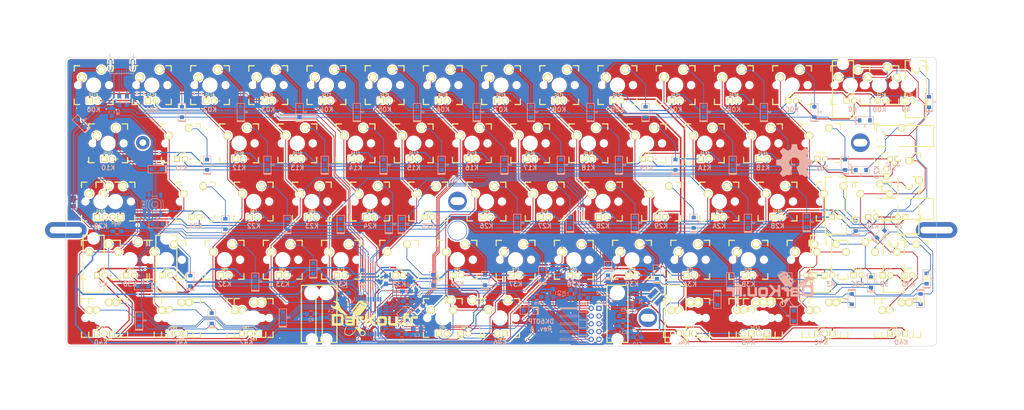
<source format=kicad_pcb>
(kicad_pcb (version 4) (host pcbnew 4.0.5+dfsg1-4)
  (title_block (title "MX/Alps HHKB") (date 2017-05-22) (rev A.1) (company DarKou))
  (layers (0 F.Cu signal) (31 B.Cu signal) (34 B.Paste user) (35 F.Paste user) (36 B.SilkS user) (37 F.SilkS user hide) (38 B.Mask user) (39 F.Mask user) (44 Edge.Cuts user))
  (net 0 "")
  (net 1 "Net-(C1-Pad1)")
  (net 2 GND)
  (net 3 "Net-(C2-Pad1)")
  (net 4 "Net-(C8-Pad1)")
  (net 5 "Net-(D1-Pad2)")
  (net 6 "Net-(D2-Pad2)")
  (net 7 "Net-(D3-Pad2)")
  (net 8 "Net-(D4-Pad2)")
  (net 9 "Net-(D5-Pad2)")
  (net 10 "Net-(D6-Pad2)")
  (net 11 "Net-(D7-Pad2)")
  (net 12 "Net-(D8-Pad2)")
  (net 13 "Net-(D9-Pad2)")
  (net 14 "Net-(D10-Pad2)")
  (net 15 "Net-(D11-Pad2)")
  (net 16 "Net-(D12-Pad2)")
  (net 17 "Net-(D13-Pad2)")
  (net 18 "Net-(D14-Pad2)")
  (net 19 "Net-(D15-Pad2)")
  (net 20 "Net-(D16-Pad2)")
  (net 21 "Net-(D17-Pad2)")
  (net 22 "Net-(D18-Pad2)")
  (net 23 "Net-(D19-Pad2)")
  (net 24 "Net-(D21-Pad2)")
  (net 25 "Net-(D22-Pad2)")
  (net 26 "Net-(D23-Pad2)")
  (net 27 "Net-(D24-Pad2)")
  (net 28 "Net-(D26-Pad2)")
  (net 29 "Net-(D27-Pad2)")
  (net 30 "Net-(D28-Pad2)")
  (net 31 "Net-(D29-Pad2)")
  (net 32 "Net-(D31-Pad2)")
  (net 33 "Net-(D32-Pad2)")
  (net 34 "Net-(D33-Pad2)")
  (net 35 "Net-(D34-Pad2)")
  (net 36 "Net-(D35-Pad2)")
  (net 37 "Net-(D36-Pad2)")
  (net 38 "Net-(D37-Pad2)")
  (net 39 "Net-(D38-Pad2)")
  (net 40 "Net-(D39-Pad2)")
  (net 41 "Net-(D40-Pad2)")
  (net 42 "Net-(D41-Pad2)")
  (net 43 "Net-(D42-Pad2)")
  (net 44 "Net-(D43-Pad2)")
  (net 45 "Net-(D44-Pad2)")
  (net 46 "Net-(D45-Pad2)")
  (net 47 "Net-(D46-Pad2)")
  (net 48 "Net-(D47-Pad2)")
  (net 49 "Net-(D48-Pad2)")
  (net 50 "Net-(D49-Pad2)")
  (net 51 "Net-(D50-Pad2)")
  (net 52 "Net-(D51-Pad2)")
  (net 53 "Net-(D52-Pad2)")
  (net 54 "Net-(D53-Pad2)")
  (net 55 "Net-(D54-Pad2)")
  (net 56 "Net-(D55-Pad2)")
  (net 57 "Net-(D56-Pad2)")
  (net 58 "Net-(D57-Pad2)")
  (net 59 "Net-(D58-Pad2)")
  (net 60 "Net-(D59-Pad2)")
  (net 61 "Net-(D60-Pad2)")
  (net 62 "Net-(J1-Pad2)")
  (net 63 "Net-(J1-Pad3)")
  (net 64 "Net-(J1-Pad4)")
  (net 65 "Net-(R1-Pad2)")
  (net 66 "Net-(R3-Pad1)")
  (net 67 "Net-(R4-Pad2)")
  (net 68 "Net-(U0-Pad42)")
  (net 69 "Net-(LD1-Pad2)")
  (net 70 D2)
  (net 71 D5)
  (net 72 "Net-(D61-Pad2)")
  (net 73 "Net-(D62-Pad2)")
  (net 74 "Net-(D63-Pad2)")
  (net 75 "Net-(U0-Pad41)")
  (net 76 "Net-(U0-Pad26)")
  (net 77 "Net-(D64-Pad2)")
  (net 78 "Net-(D65-Pad2)")
  (net 79 "Net-(D66-Pad2)")
  (net 80 "Net-(D67-Pad2)")
  (net 81 "Net-(D68-Pad2)")
  (net 82 "Net-(R2-Pad2)")
  (net 83 "Net-(P2-Pad1)")
  (net 84 VCC)
  (net 85 "Net-(C9-Pad1)")
  (net 86 LED_AN)
  (net 87 "Net-(L1-Pad1)")
  (net 88 LED_CATH)
  (net 89 BACKLIT)
  (net 90 CAPS_LED)
  (net 91 Row4)
  (net 92 Col3)
  (net 93 Col4)
  (net 94 Col5)
  (net 95 Row0)
  (net 96 Row1)
  (net 97 Row2)
  (net 98 Row3)
  (net 99 Col0)
  (net 100 Col1)
  (net 101 Col2)
  (net 102 ColD)
  (net 103 ColC)
  (net 104 Col6)
  (net 105 Col7)
  (net 106 Col8)
  (net 107 Col9)
  (net 108 ColA)
  (net 109 ColB)
  (module Footprint:darkou (layer B.Cu) (at 259.75 97.75 180)
    (fp_text reference G*** hide)
    (fp_text value LOGO hide)
  )
  (module Footprint:MXST (layer F.Cu) (at 114.3 107.15625 180)
    (fp_text reference MXST hide)
    (fp_text value VAL** hide)
    (pad "" np_thru_hole circle (at 0 -6.985 180) (size 3.048 3.048) (drill 3.048) (layers *.Cu *.Mask))
    (pad "" np_thru_hole circle (at 0 8.255 180) (size 3.9802 3.9802) (drill 3.9802) (layers *.Cu *.Mask))
  )
  (module Mounting_Holes:MountingHole_2.2mm_M2_Pad (layer F.Cu) (at 157.1625 78.58125)
    (fp_text reference REF** hide)
    (fp_text value MountingHole_2.2mm_M2_Pad hide)
    (pad 1 thru_hole circle (at 0 0) (size 6.4 6.4) (drill 6) (layers *.Cu *.Mask))
  )
  (module Footprint:MXST (layer F.Cu) (at 228.6 107.15625 180)
    (fp_text reference MXST hide)
    (fp_text value VAL** hide)
    (pad "" np_thru_hole circle (at 0 -6.985 180) (size 3.048 3.048) (drill 3.048) (layers *.Cu *.Mask))
    (pad "" np_thru_hole circle (at 0 8.255 180) (size 3.9802 3.9802) (drill 3.9802) (layers *.Cu *.Mask))
  )
  (module Footprint:MXST (layer F.Cu) (at 209.55 107.15625 180)
    (fp_text reference MXST hide)
    (fp_text value VAL** hide)
    (pad "" np_thru_hole circle (at 0 -6.985 180) (size 3.048 3.048) (drill 3.048) (layers *.Cu *.Mask))
    (pad "" np_thru_hole circle (at 0 8.255 180) (size 3.9802 3.9802) (drill 3.9802) (layers *.Cu *.Mask))
  )
  (module Footprint:MXST (layer F.Cu) (at 109.5375 107.15625 180)
    (fp_text reference MXST hide)
    (fp_text value VAL** hide)
    (pad "" np_thru_hole circle (at 0 -6.985 180) (size 3.048 3.048) (drill 3.048) (layers *.Cu *.Mask))
    (pad "" np_thru_hole circle (at 0 8.255 180) (size 3.9802 3.9802) (drill 3.9802) (layers *.Cu *.Mask))
  )
  (module Footprint:MXST (layer F.Cu) (at 300.0375 88.10625)
    (fp_text reference MXST hide)
    (fp_text value VAL** hide)
    (pad "" np_thru_hole circle (at 0 -6.985) (size 3.048 3.048) (drill 3.048) (layers *.Cu *.Mask))
    (pad "" np_thru_hole circle (at 0 8.255) (size 3.9802 3.9802) (drill 3.9802) (layers *.Cu *.Mask))
  )
  (module Footprint:MXST (layer F.Cu) (at 276.225 88.10625)
    (fp_text reference MXST hide)
    (fp_text value VAL** hide)
    (pad "" np_thru_hole circle (at 0 -6.985) (size 3.048 3.048) (drill 3.048) (layers *.Cu *.Mask))
    (pad "" np_thru_hole circle (at 0 8.255) (size 3.9802 3.9802) (drill 3.9802) (layers *.Cu *.Mask))
  )
  (module Footprint:MXST (layer F.Cu) (at 302.41875 47.62625 90)
    (fp_text reference MXST hide)
    (fp_text value VAL** hide)
    (pad "" np_thru_hole circle (at 0 -6.985 90) (size 3.048 3.048) (drill 3.048) (layers *.Cu *.Mask))
    (pad "" np_thru_hole circle (at 0 8.255 90) (size 3.9802 3.9802) (drill 3.9802) (layers *.Cu *.Mask))
  )
  (module Footprint:MXST (layer F.Cu) (at 302.41875 71.4375 90)
    (fp_text reference MXST hide)
    (fp_text value VAL** hide)
    (pad "" np_thru_hole circle (at 0 -6.985 90) (size 3.048 3.048) (drill 3.048) (layers *.Cu *.Mask))
    (pad "" np_thru_hole circle (at 0 8.255 90) (size 3.9802 3.9802) (drill 3.9802) (layers *.Cu *.Mask))
  )
  (module Footprint:MXST (layer F.Cu) (at 280.9875 69.05625)
    (fp_text reference MXST hide)
    (fp_text value VAL** hide)
    (pad "" np_thru_hole circle (at 0 -6.985) (size 3.048 3.048) (drill 3.048) (layers *.Cu *.Mask))
    (pad "" np_thru_hole circle (at 0 8.255) (size 3.9802 3.9802) (drill 3.9802) (layers *.Cu *.Mask))
  )
  (module Footprint:MXST (layer F.Cu) (at 304.8 69.05625)
    (fp_text reference MXST hide)
    (fp_text value VAL** hide)
    (pad "" np_thru_hole circle (at 0 -6.985) (size 3.048 3.048) (drill 3.048) (layers *.Cu *.Mask))
    (pad "" np_thru_hole circle (at 0 8.255) (size 3.9802 3.9802) (drill 3.9802) (layers *.Cu *.Mask))
  )
  (module Footprint:MXST (layer F.Cu) (at 307.18125 30.95625)
    (fp_text reference MXST hide)
    (fp_text value VAL** hide)
    (pad "" np_thru_hole circle (at 0 -6.985) (size 3.048 3.048) (drill 3.048) (layers *.Cu *.Mask))
    (pad "" np_thru_hole circle (at 0 8.255) (size 3.9802 3.9802) (drill 3.9802) (layers *.Cu *.Mask))
  )
  (module Footprint:MXST (layer F.Cu) (at 283.36875 30.95625)
    (fp_text reference MXST hide)
    (fp_text value VAL** hide)
    (pad "" np_thru_hole circle (at 0 -6.985) (size 3.048 3.048) (drill 3.048) (layers *.Cu *.Mask))
    (pad "" np_thru_hole circle (at 0 8.255) (size 3.9802 3.9802) (drill 3.9802) (layers *.Cu *.Mask))
  )
  (module Footprint:MXST (layer F.Cu) (at 61.9125 88.10625)
    (fp_text reference MXST hide)
    (fp_text value VAL** hide)
    (pad "" np_thru_hole circle (at 0 -6.985) (size 3.048 3.048) (drill 3.048) (layers *.Cu *.Mask))
    (pad "" np_thru_hole circle (at 0 8.255) (size 3.9802 3.9802) (drill 3.9802) (layers *.Cu *.Mask))
  )
  (module Footprint:Poker_oval_hole (layer F.Cu) (at 289.05 49.8)
    (fp_text reference Poker_oval_hole hide)
    (fp_text value VAL** hide)
    (pad "" thru_hole circle (at 0 0) (size 6.1 6.1) (drill oval 4.6 2.5) (layers *.Cu *.Mask))
  )
  (module Footprint:Poker_oval_hole (layer F.Cu) (at 157.2 68.9)
    (fp_text reference Poker_oval_hole hide)
    (fp_text value VAL** hide)
    (pad "" thru_hole circle (at 0 0) (size 6.1 6.1) (drill oval 4.6 2.5) (layers *.Cu *.Mask))
  )
  (module Footprint:Poker_side_edge_long (layer F.Cu) (at 314 78.4)
    (fp_text reference Poker_side_edge_long hide)
    (fp_text value VAL** hide)
    (pad "" thru_hole oval (at 0 0) (size 13.6 5.2) (drill oval 10.6 2.2) (layers *.Cu *.Mask))
  )
  (module Capacitors_SMD:C_0805_HandSoldering (layer B.Cu) (at 145 104 45)
    (fp_text reference C1 (at 0 2.1 45) (layer B.SilkS) (effects (justify mirror)))
    (fp_text value 22p)
    (pad 1 smd rect (at -1.25 0 45) (size 1.5 1.25) (layers B.Cu B.Paste B.Mask) (net 1 "Net-(C1-Pad1)"))
    (pad 2 smd rect (at 1.25 0 45) (size 1.5 1.25) (layers B.Cu B.Paste B.Mask) (net 2 GND))
  )
  (module Capacitors_SMD:C_0805_HandSoldering (layer B.Cu) (at 144 110.75)
    (fp_text reference C2 (at 0 2.1) (layer B.SilkS) (effects (justify mirror)))
    (fp_text value 22p)
    (pad 1 smd rect (at -1.25 0) (size 1.5 1.25) (layers B.Cu B.Paste B.Mask) (net 3 "Net-(C2-Pad1)"))
    (pad 2 smd rect (at 1.25 0) (size 1.5 1.25) (layers B.Cu B.Paste B.Mask) (net 2 GND))
  )
  (module Capacitors_SMD:C_0805_HandSoldering (layer B.Cu) (at 133.7875 94.7575 90)
    (fp_text reference C3 (at 0 2.1 90) (layer B.SilkS) (effects (justify mirror)))
    (fp_text value 0.1u hide)
    (pad 1 smd rect (at -1.25 0 90) (size 1.5 1.25) (layers B.Cu B.Paste B.Mask) (net 84 VCC))
    (pad 2 smd rect (at 1.25 0 90) (size 1.5 1.25) (layers B.Cu B.Paste B.Mask) (net 2 GND))
  )
  (module Capacitors_SMD:C_0805_HandSoldering (layer B.Cu) (at 115.75 107 180)
    (fp_text reference C4 (at 0 2.1 180) (layer B.SilkS) (effects (justify mirror)))
    (fp_text value 0.1u hide)
    (pad 1 smd rect (at -1.25 0 180) (size 1.5 1.25) (layers B.Cu B.Paste B.Mask) (net 84 VCC))
    (pad 2 smd rect (at 1.25 0 180) (size 1.5 1.25) (layers B.Cu B.Paste B.Mask) (net 2 GND))
  )
  (module Capacitors_SMD:C_0805_HandSoldering (layer B.Cu) (at 120.25 99 180)
    (fp_text reference C5 (at 0 2.1 180) (layer B.SilkS) (effects (justify mirror)))
    (fp_text value 0.1u)
    (pad 1 smd rect (at -1.25 0 180) (size 1.5 1.25) (layers B.Cu B.Paste B.Mask) (net 84 VCC))
    (pad 2 smd rect (at 1.25 0 180) (size 1.5 1.25) (layers B.Cu B.Paste B.Mask) (net 2 GND))
  )
  (module Capacitors_SMD:C_0805_HandSoldering (layer B.Cu) (at 139 112.5)
    (fp_text reference C6 (at 0 2.1) (layer B.SilkS) (effects (justify mirror)))
    (fp_text value 0.1u)
    (pad 1 smd rect (at -1.25 0) (size 1.5 1.25) (layers B.Cu B.Paste B.Mask) (net 84 VCC))
    (pad 2 smd rect (at 1.25 0) (size 1.5 1.25) (layers B.Cu B.Paste B.Mask) (net 2 GND))
  )
  (module Capacitors_SMD:C_0805_HandSoldering (layer B.Cu) (at 140.75 101.75)
    (fp_text reference C7 (at 0 2.1) (layer B.SilkS) (effects (justify mirror)))
    (fp_text value 4.7u)
    (pad 1 smd rect (at -1.25 0) (size 1.5 1.25) (layers B.Cu B.Paste B.Mask) (net 84 VCC))
    (pad 2 smd rect (at 1.25 0) (size 1.5 1.25) (layers B.Cu B.Paste B.Mask) (net 2 GND))
  )
  (module Capacitors_SMD:C_0805_HandSoldering (layer B.Cu) (at 44 39.75 90)
    (fp_text reference C8 (at 0 2.1 90) (layer B.SilkS) (effects (justify mirror)))
    (fp_text value 1u)
    (pad 1 smd rect (at -1.25 0 90) (size 1.5 1.25) (layers B.Cu B.Paste B.Mask) (net 4 "Net-(C8-Pad1)"))
    (pad 2 smd rect (at 1.25 0 90) (size 1.5 1.25) (layers B.Cu B.Paste B.Mask) (net 2 GND))
  )
  (module Capacitors_SMD:C_0805_HandSoldering (layer B.Cu) (at 188.5 99 90)
    (fp_text reference C9 (at 0 2.1 90) (layer B.SilkS) (effects (justify mirror)))
    (fp_text value 2.2u)
    (pad 1 smd rect (at -1.25 0 90) (size 1.5 1.25) (layers B.Cu B.Paste B.Mask) (net 85 "Net-(C9-Pad1)"))
    (pad 2 smd rect (at 1.25 0 90) (size 1.5 1.25) (layers B.Cu B.Paste B.Mask) (net 84 VCC))
  )
  (module Footprint:D_SOD123 (layer B.Cu) (at 34 43.5 135)
    (fp_text reference D1 hide)
    (fp_text value D (at 0 1.925 135) (layer B.SilkS) (effects (font (size 0.8 0.8)) (justify mirror)))
    (pad 2 smd rect (at 1.7 0 135) (size 1.2 1.4) (layers B.Cu B.Paste B.Mask) (net 5 "Net-(D1-Pad2)"))
    (pad 1 smd rect (at -1.7 0 135) (size 1.2 1.4) (layers B.Cu B.Paste B.Mask) (net 95 Row0))
  )
  (module Footprint:D_SOD123 (layer B.Cu) (at 58.75 58.5 180)
    (fp_text reference D2 hide)
    (fp_text value D (at 0 1.925 180) (layer B.SilkS) (effects (font (size 0.8 0.8)) (justify mirror)))
    (pad 2 smd rect (at 1.7 0 180) (size 1.2 1.4) (layers B.Cu B.Paste B.Mask) (net 6 "Net-(D2-Pad2)"))
    (pad 1 smd rect (at -1.7 0 180) (size 1.2 1.4) (layers B.Cu B.Paste B.Mask) (net 96 Row1))
  )
  (module Footprint:D_SOD123 (layer B.Cu) (at 59 76.5 180)
    (fp_text reference D3 hide)
    (fp_text value D (at 0 1.925 180) (layer B.SilkS) (effects (font (size 0.8 0.8)) (justify mirror)))
    (pad 2 smd rect (at 1.7 0 180) (size 1.2 1.4) (layers B.Cu B.Paste B.Mask) (net 7 "Net-(D3-Pad2)"))
    (pad 1 smd rect (at -1.7 0 180) (size 1.2 1.4) (layers B.Cu B.Paste B.Mask) (net 97 Row2))
  )
  (module Footprint:D_SOD123 (layer B.Cu) (at 54.25 96.75 180)
    (fp_text reference D4 hide)
    (fp_text value D (at 0 1.925 180) (layer B.SilkS) (effects (font (size 0.8 0.8)) (justify mirror)))
    (pad 2 smd rect (at 1.7 0 180) (size 1.2 1.4) (layers B.Cu B.Paste B.Mask) (net 8 "Net-(D4-Pad2)"))
    (pad 1 smd rect (at -1.7 0 180) (size 1.2 1.4) (layers B.Cu B.Paste B.Mask) (net 98 Row3))
  )
  (module Footprint:D_SOD123 (layer B.Cu) (at 53 108 90)
    (fp_text reference D5 hide)
    (fp_text value D (at 0 1.925 90) (layer B.SilkS) (effects (font (size 0.8 0.8)) (justify mirror)))
    (pad 2 smd rect (at 1.7 0 90) (size 1.2 1.4) (layers B.Cu B.Paste B.Mask) (net 9 "Net-(D5-Pad2)"))
    (pad 1 smd rect (at -1.7 0 90) (size 1.2 1.4) (layers B.Cu B.Paste B.Mask) (net 91 Row4))
  )
  (module Footprint:D_SOD123 (layer B.Cu) (at 67 39.75 90)
    (fp_text reference D6 hide)
    (fp_text value D (at 0 1.925 90) (layer B.SilkS) (effects (font (size 0.8 0.8)) (justify mirror)))
    (pad 2 smd rect (at 1.7 0 90) (size 1.2 1.4) (layers B.Cu B.Paste B.Mask) (net 10 "Net-(D6-Pad2)"))
    (pad 1 smd rect (at -1.7 0 90) (size 1.2 1.4) (layers B.Cu B.Paste B.Mask) (net 95 Row0))
  )
  (module Footprint:D_SOD123 (layer B.Cu) (at 75.25 57 90)
    (fp_text reference D7 hide)
    (fp_text value D (at 0 1.925 90) (layer B.SilkS) (effects (font (size 0.8 0.8)) (justify mirror)))
    (pad 2 smd rect (at 1.7 0 90) (size 1.2 1.4) (layers B.Cu B.Paste B.Mask) (net 11 "Net-(D7-Pad2)"))
    (pad 1 smd rect (at -1.7 0 90) (size 1.2 1.4) (layers B.Cu B.Paste B.Mask) (net 96 Row1))
  )
  (module Footprint:D_SOD123 (layer B.Cu) (at 81.22875 76.40625 90)
    (fp_text reference D8 hide)
    (fp_text value D (at 0 1.925 90) (layer B.SilkS) (effects (font (size 0.8 0.8)) (justify mirror)))
    (pad 2 smd rect (at 1.7 0 90) (size 1.2 1.4) (layers B.Cu B.Paste B.Mask) (net 12 "Net-(D8-Pad2)"))
    (pad 1 smd rect (at -1.7 0 90) (size 1.2 1.4) (layers B.Cu B.Paste B.Mask) (net 97 Row2))
  )
  (module Footprint:D_SOD123 (layer B.Cu) (at 69.75 95 90)
    (fp_text reference D9 hide)
    (fp_text value D (at 0 1.925 90) (layer B.SilkS) (effects (font (size 0.8 0.8)) (justify mirror)))
    (pad 2 smd rect (at 1.7 0 90) (size 1.2 1.4) (layers B.Cu B.Paste B.Mask) (net 13 "Net-(D9-Pad2)"))
    (pad 1 smd rect (at -1.7 0 90) (size 1.2 1.4) (layers B.Cu B.Paste B.Mask) (net 98 Row3))
  )
  (module Footprint:D_SOD123 (layer B.Cu) (at 76.75 107.25 90)
    (fp_text reference D10 hide)
    (fp_text value D (at 0 1.925 90) (layer B.SilkS) (effects (font (size 0.8 0.8)) (justify mirror)))
    (pad 2 smd rect (at 1.7 0 90) (size 1.2 1.4) (layers B.Cu B.Paste B.Mask) (net 14 "Net-(D10-Pad2)"))
    (pad 1 smd rect (at -1.7 0 90) (size 1.2 1.4) (layers B.Cu B.Paste B.Mask) (net 91 Row4))
  )
  (module Footprint:D_SOD123 (layer B.Cu) (at 86.25 39.75 90)
    (fp_text reference D11 hide)
    (fp_text value D (at 0 1.925 90) (layer B.SilkS) (effects (font (size 0.8 0.8)) (justify mirror)))
    (pad 2 smd rect (at 1.7 0 90) (size 1.2 1.4) (layers B.Cu B.Paste B.Mask) (net 15 "Net-(D11-Pad2)"))
    (pad 1 smd rect (at -1.7 0 90) (size 1.2 1.4) (layers B.Cu B.Paste B.Mask) (net 95 Row0))
  )
  (module Footprint:D_SOD123 (layer B.Cu) (at 95 57 90)
    (fp_text reference D12 hide)
    (fp_text value D (at 0 1.925 90) (layer B.SilkS) (effects (font (size 0.8 0.8)) (justify mirror)))
    (pad 2 smd rect (at 1.7 0 90) (size 1.2 1.4) (layers B.Cu B.Paste B.Mask) (net 16 "Net-(D12-Pad2)"))
    (pad 1 smd rect (at -1.7 0 90) (size 1.2 1.4) (layers B.Cu B.Paste B.Mask) (net 96 Row1))
  )
  (module Footprint:D_SOD123 (layer B.Cu) (at 101.47875 76.40625 90)
    (fp_text reference D13 hide)
    (fp_text value D (at 0 1.925 90) (layer B.SilkS) (effects (font (size 0.8 0.8)) (justify mirror)))
    (pad 2 smd rect (at 1.7 0 90) (size 1.2 1.4) (layers B.Cu B.Paste B.Mask) (net 17 "Net-(D13-Pad2)"))
    (pad 1 smd rect (at -1.7 0 90) (size 1.2 1.4) (layers B.Cu B.Paste B.Mask) (net 97 Row2))
  )
  (module Footprint:D_SOD123 (layer B.Cu) (at 91 95.25 90)
    (fp_text reference D14 hide)
    (fp_text value D (at 0 1.925 90) (layer B.SilkS) (effects (font (size 0.8 0.8)) (justify mirror)))
    (pad 2 smd rect (at 1.7 0 90) (size 1.2 1.4) (layers B.Cu B.Paste B.Mask) (net 18 "Net-(D14-Pad2)"))
    (pad 1 smd rect (at -1.7 0 90) (size 1.2 1.4) (layers B.Cu B.Paste B.Mask) (net 98 Row3))
  )
  (module Footprint:D_SOD123 (layer B.Cu) (at 100.0375 107.0075 90)
    (fp_text reference D15 hide)
    (fp_text value D (at 0 1.925 90) (layer B.SilkS) (effects (font (size 0.8 0.8)) (justify mirror)))
    (pad 2 smd rect (at 1.7 0 90) (size 1.2 1.4) (layers B.Cu B.Paste B.Mask) (net 19 "Net-(D15-Pad2)"))
    (pad 1 smd rect (at -1.7 0 90) (size 1.2 1.4) (layers B.Cu B.Paste B.Mask) (net 91 Row4))
  )
  (module Footprint:D_SOD123 (layer B.Cu) (at 105.5 39.75 90)
    (fp_text reference D16 hide)
    (fp_text value D (at 0 1.925 90) (layer B.SilkS) (effects (font (size 0.8 0.8)) (justify mirror)))
    (pad 2 smd rect (at 1.7 0 90) (size 1.2 1.4) (layers B.Cu B.Paste B.Mask) (net 20 "Net-(D16-Pad2)"))
    (pad 1 smd rect (at -1.7 0 90) (size 1.2 1.4) (layers B.Cu B.Paste B.Mask) (net 95 Row0))
  )
  (module Footprint:D_SOD123 (layer B.Cu) (at 113.75 57 90)
    (fp_text reference D17 hide)
    (fp_text value D (at 0 1.925 90) (layer B.SilkS) (effects (font (size 0.8 0.8)) (justify mirror)))
    (pad 2 smd rect (at 1.7 0 90) (size 1.2 1.4) (layers B.Cu B.Paste B.Mask) (net 21 "Net-(D17-Pad2)"))
    (pad 1 smd rect (at -1.7 0 90) (size 1.2 1.4) (layers B.Cu B.Paste B.Mask) (net 96 Row1))
  )
  (module Footprint:D_SOD123 (layer B.Cu) (at 118.97875 76.40625 90)
    (fp_text reference D18 hide)
    (fp_text value D (at 0 1.925 90) (layer B.SilkS) (effects (font (size 0.8 0.8)) (justify mirror)))
    (pad 2 smd rect (at 1.7 0 90) (size 1.2 1.4) (layers B.Cu B.Paste B.Mask) (net 22 "Net-(D18-Pad2)"))
    (pad 1 smd rect (at -1.7 0 90) (size 1.2 1.4) (layers B.Cu B.Paste B.Mask) (net 97 Row2))
  )
  (module Footprint:D_SOD123 (layer B.Cu) (at 110 91 90)
    (fp_text reference D19 hide)
    (fp_text value D (at 0 1.925 90) (layer B.SilkS) (effects (font (size 0.8 0.8)) (justify mirror)))
    (pad 2 smd rect (at 1.7 0 90) (size 1.2 1.4) (layers B.Cu B.Paste B.Mask) (net 23 "Net-(D19-Pad2)"))
    (pad 1 smd rect (at -1.7 0 90) (size 1.2 1.4) (layers B.Cu B.Paste B.Mask) (net 98 Row3))
  )
  (module Footprint:D_SOD123 (layer B.Cu) (at 124.25 39.75 90)
    (fp_text reference D21 hide)
    (fp_text value D (at 0 1.925 90) (layer B.SilkS) (effects (font (size 0.8 0.8)) (justify mirror)))
    (pad 2 smd rect (at 1.7 0 90) (size 1.2 1.4) (layers B.Cu B.Paste B.Mask) (net 24 "Net-(D21-Pad2)"))
    (pad 1 smd rect (at -1.7 0 90) (size 1.2 1.4) (layers B.Cu B.Paste B.Mask) (net 95 Row0))
  )
  (module Footprint:D_SOD123 (layer B.Cu) (at 133 57 90)
    (fp_text reference D22 hide)
    (fp_text value D (at 0 1.925 90) (layer B.SilkS) (effects (font (size 0.8 0.8)) (justify mirror)))
    (pad 2 smd rect (at 1.7 0 90) (size 1.2 1.4) (layers B.Cu B.Paste B.Mask) (net 25 "Net-(D22-Pad2)"))
    (pad 1 smd rect (at -1.7 0 90) (size 1.2 1.4) (layers B.Cu B.Paste B.Mask) (net 96 Row1))
  )
  (module Footprint:D_SOD123 (layer B.Cu) (at 134.72875 76.40625 90)
    (fp_text reference D23 hide)
    (fp_text value D (at 0 1.925 90) (layer B.SilkS) (effects (font (size 0.8 0.8)) (justify mirror)))
    (pad 2 smd rect (at 1.7 0 90) (size 1.2 1.4) (layers B.Cu B.Paste B.Mask) (net 26 "Net-(D23-Pad2)"))
    (pad 1 smd rect (at -1.7 0 90) (size 1.2 1.4) (layers B.Cu B.Paste B.Mask) (net 97 Row2))
  )
  (module Footprint:D_SOD123 (layer B.Cu) (at 126 93.25 90)
    (fp_text reference D24 hide)
    (fp_text value D (at 0 1.925 90) (layer B.SilkS) (effects (font (size 0.8 0.8)) (justify mirror)))
    (pad 2 smd rect (at 1.7 0 90) (size 1.2 1.4) (layers B.Cu B.Paste B.Mask) (net 27 "Net-(D24-Pad2)"))
    (pad 1 smd rect (at -1.7 0 90) (size 1.2 1.4) (layers B.Cu B.Paste B.Mask) (net 98 Row3))
  )
  (module Footprint:D_SOD123 (layer B.Cu) (at 144 39.75 90)
    (fp_text reference D26 hide)
    (fp_text value D (at 0 1.925 90) (layer B.SilkS) (effects (font (size 0.8 0.8)) (justify mirror)))
    (pad 2 smd rect (at 1.7 0 90) (size 1.2 1.4) (layers B.Cu B.Paste B.Mask) (net 28 "Net-(D26-Pad2)"))
    (pad 1 smd rect (at -1.7 0 90) (size 1.2 1.4) (layers B.Cu B.Paste B.Mask) (net 95 Row0))
  )
  (module Footprint:D_SOD123 (layer B.Cu) (at 152 57 90)
    (fp_text reference D27 hide)
    (fp_text value D (at 0 1.925 90) (layer B.SilkS) (effects (font (size 0.8 0.8)) (justify mirror)))
    (pad 2 smd rect (at 1.7 0 90) (size 1.2 1.4) (layers B.Cu B.Paste B.Mask) (net 29 "Net-(D27-Pad2)"))
    (pad 1 smd rect (at -1.7 0 90) (size 1.2 1.4) (layers B.Cu B.Paste B.Mask) (net 96 Row1))
  )
  (module Footprint:D_SOD123 (layer B.Cu) (at 138.97875 76.40625 90)
    (fp_text reference D28 hide)
    (fp_text value D (at 0 1.925 90) (layer B.SilkS) (effects (font (size 0.8 0.8)) (justify mirror)))
    (pad 2 smd rect (at 1.7 0 90) (size 1.2 1.4) (layers B.Cu B.Paste B.Mask) (net 30 "Net-(D28-Pad2)"))
    (pad 1 smd rect (at -1.7 0 90) (size 1.2 1.4) (layers B.Cu B.Paste B.Mask) (net 97 Row2))
  )
  (module Footprint:D_SOD123 (layer B.Cu) (at 149.25 94.75 90)
    (fp_text reference D29 hide)
    (fp_text value D (at 0 1.925 90) (layer B.SilkS) (effects (font (size 0.8 0.8)) (justify mirror)))
    (pad 2 smd rect (at 1.7 0 90) (size 1.2 1.4) (layers B.Cu B.Paste B.Mask) (net 31 "Net-(D29-Pad2)"))
    (pad 1 smd rect (at -1.7 0 90) (size 1.2 1.4) (layers B.Cu B.Paste B.Mask) (net 98 Row3))
  )
  (module Footprint:D_SOD123 (layer B.Cu) (at 163.5 39.75 90)
    (fp_text reference D31 hide)
    (fp_text value D (at 0 1.925 90) (layer B.SilkS) (effects (font (size 0.8 0.8)) (justify mirror)))
    (pad 2 smd rect (at 1.7 0 90) (size 1.2 1.4) (layers B.Cu B.Paste B.Mask) (net 32 "Net-(D31-Pad2)"))
    (pad 1 smd rect (at -1.7 0 90) (size 1.2 1.4) (layers B.Cu B.Paste B.Mask) (net 95 Row0))
  )
  (module Footprint:D_SOD123 (layer B.Cu) (at 172.5375 57.0075 90)
    (fp_text reference D32 hide)
    (fp_text value D (at 0 1.925 90) (layer B.SilkS) (effects (font (size 0.8 0.8)) (justify mirror)))
    (pad 2 smd rect (at 1.7 0 90) (size 1.2 1.4) (layers B.Cu B.Paste B.Mask) (net 33 "Net-(D32-Pad2)"))
    (pad 1 smd rect (at -1.7 0 90) (size 1.2 1.4) (layers B.Cu B.Paste B.Mask) (net 96 Row1))
  )
  (module Footprint:D_SOD123 (layer B.Cu) (at 176.75 76 90)
    (fp_text reference D33 hide)
    (fp_text value D (at 0 1.925 90) (layer B.SilkS) (effects (font (size 0.8 0.8)) (justify mirror)))
    (pad 2 smd rect (at 1.7 0 90) (size 1.2 1.4) (layers B.Cu B.Paste B.Mask) (net 34 "Net-(D33-Pad2)"))
    (pad 1 smd rect (at -1.7 0 90) (size 1.2 1.4) (layers B.Cu B.Paste B.Mask) (net 97 Row2))
  )
  (module Footprint:D_SOD123 (layer B.Cu) (at 166.25 94.75 90)
    (fp_text reference D34 hide)
    (fp_text value D (at 0 1.925 90) (layer B.SilkS) (effects (font (size 0.8 0.8)) (justify mirror)))
    (pad 2 smd rect (at 1.7 0 90) (size 1.2 1.4) (layers B.Cu B.Paste B.Mask) (net 35 "Net-(D34-Pad2)"))
    (pad 1 smd rect (at -1.7 0 90) (size 1.2 1.4) (layers B.Cu B.Paste B.Mask) (net 98 Row3))
  )
  (module Footprint:D_SOD123 (layer B.Cu) (at 180.5 104.75 180)
    (fp_text reference D35 hide)
    (fp_text value D (at 0 1.925 180) (layer B.SilkS) (effects (font (size 0.8 0.8)) (justify mirror)))
    (pad 2 smd rect (at 1.7 0 180) (size 1.2 1.4) (layers B.Cu B.Paste B.Mask) (net 36 "Net-(D35-Pad2)"))
    (pad 1 smd rect (at -1.7 0 180) (size 1.2 1.4) (layers B.Cu B.Paste B.Mask) (net 91 Row4))
  )
  (module Footprint:D_SOD123 (layer B.Cu) (at 181.25 39.75 90)
    (fp_text reference D36 hide)
    (fp_text value D (at 0 1.925 90) (layer B.SilkS) (effects (font (size 0.8 0.8)) (justify mirror)))
    (pad 2 smd rect (at 1.7 0 90) (size 1.2 1.4) (layers B.Cu B.Paste B.Mask) (net 37 "Net-(D36-Pad2)"))
    (pad 1 smd rect (at -1.7 0 90) (size 1.2 1.4) (layers B.Cu B.Paste B.Mask) (net 95 Row0))
  )
  (module Footprint:D_SOD123 (layer B.Cu) (at 191.0375 57.0075 90)
    (fp_text reference D37 hide)
    (fp_text value D (at 0 1.925 90) (layer B.SilkS) (effects (font (size 0.8 0.8)) (justify mirror)))
    (pad 2 smd rect (at 1.7 0 90) (size 1.2 1.4) (layers B.Cu B.Paste B.Mask) (net 38 "Net-(D37-Pad2)"))
    (pad 1 smd rect (at -1.7 0 90) (size 1.2 1.4) (layers B.Cu B.Paste B.Mask) (net 96 Row1))
  )
  (module Footprint:D_SOD123 (layer B.Cu) (at 194 76 90)
    (fp_text reference D38 hide)
    (fp_text value D (at 0 1.925 90) (layer B.SilkS) (effects (font (size 0.8 0.8)) (justify mirror)))
    (pad 2 smd rect (at 1.7 0 90) (size 1.2 1.4) (layers B.Cu B.Paste B.Mask) (net 39 "Net-(D38-Pad2)"))
    (pad 1 smd rect (at -1.7 0 90) (size 1.2 1.4) (layers B.Cu B.Paste B.Mask) (net 97 Row2))
  )
  (module Footprint:D_SOD123 (layer B.Cu) (at 185 93 90)
    (fp_text reference D39 hide)
    (fp_text value D (at 0 1.925 90) (layer B.SilkS) (effects (font (size 0.8 0.8)) (justify mirror)))
    (pad 2 smd rect (at 1.7 0 90) (size 1.2 1.4) (layers B.Cu B.Paste B.Mask) (net 40 "Net-(D39-Pad2)"))
    (pad 1 smd rect (at -1.7 0 90) (size 1.2 1.4) (layers B.Cu B.Paste B.Mask) (net 98 Row3))
  )
  (module Footprint:D_SOD123 (layer B.Cu) (at 200.75 39.75 90)
    (fp_text reference D40 hide)
    (fp_text value D (at 0 1.925 90) (layer B.SilkS) (effects (font (size 0.8 0.8)) (justify mirror)))
    (pad 2 smd rect (at 1.7 0 90) (size 1.2 1.4) (layers B.Cu B.Paste B.Mask) (net 41 "Net-(D40-Pad2)"))
    (pad 1 smd rect (at -1.7 0 90) (size 1.2 1.4) (layers B.Cu B.Paste B.Mask) (net 95 Row0))
  )
  (module Footprint:D_SOD123 (layer B.Cu) (at 210.0375 57.0075 90)
    (fp_text reference D41 hide)
    (fp_text value D (at 0 1.925 90) (layer B.SilkS) (effects (font (size 0.8 0.8)) (justify mirror)))
    (pad 2 smd rect (at 1.7 0 90) (size 1.2 1.4) (layers B.Cu B.Paste B.Mask) (net 42 "Net-(D41-Pad2)"))
    (pad 1 smd rect (at -1.7 0 90) (size 1.2 1.4) (layers B.Cu B.Paste B.Mask) (net 96 Row1))
  )
  (module Footprint:D_SOD123 (layer B.Cu) (at 215.25 76 90)
    (fp_text reference D42 hide)
    (fp_text value D (at 0 1.925 90) (layer B.SilkS) (effects (font (size 0.8 0.8)) (justify mirror)))
    (pad 2 smd rect (at 1.7 0 90) (size 1.2 1.4) (layers B.Cu B.Paste B.Mask) (net 43 "Net-(D42-Pad2)"))
    (pad 1 smd rect (at -1.7 0 90) (size 1.2 1.4) (layers B.Cu B.Paste B.Mask) (net 97 Row2))
  )
  (module Footprint:D_SOD123 (layer B.Cu) (at 206.5 91.5 90)
    (fp_text reference D43 hide)
    (fp_text value D (at 0 1.925 90) (layer B.SilkS) (effects (font (size 0.8 0.8)) (justify mirror)))
    (pad 2 smd rect (at 1.7 0 90) (size 1.2 1.4) (layers B.Cu B.Paste B.Mask) (net 44 "Net-(D43-Pad2)"))
    (pad 1 smd rect (at -1.7 0 90) (size 1.2 1.4) (layers B.Cu B.Paste B.Mask) (net 98 Row3))
  )
  (module Footprint:D_SOD123 (layer B.Cu) (at 218.75 39.75 90)
    (fp_text reference D44 hide)
    (fp_text value D (at 0 1.925 90) (layer B.SilkS) (effects (font (size 0.8 0.8)) (justify mirror)))
    (pad 2 smd rect (at 1.7 0 90) (size 1.2 1.4) (layers B.Cu B.Paste B.Mask) (net 45 "Net-(D44-Pad2)"))
    (pad 1 smd rect (at -1.7 0 90) (size 1.2 1.4) (layers B.Cu B.Paste B.Mask) (net 95 Row0))
  )
  (module Footprint:D_SOD123 (layer B.Cu) (at 228.5375 57.0075 90)
    (fp_text reference D45 hide)
    (fp_text value D (at 0 1.925 90) (layer B.SilkS) (effects (font (size 0.8 0.8)) (justify mirror)))
    (pad 2 smd rect (at 1.7 0 90) (size 1.2 1.4) (layers B.Cu B.Paste B.Mask) (net 46 "Net-(D45-Pad2)"))
    (pad 1 smd rect (at -1.7 0 90) (size 1.2 1.4) (layers B.Cu B.Paste B.Mask) (net 96 Row1))
  )
  (module Footprint:D_SOD123 (layer B.Cu) (at 234.5 76 90)
    (fp_text reference D46 hide)
    (fp_text value D (at 0 1.925 90) (layer B.SilkS) (effects (font (size 0.8 0.8)) (justify mirror)))
    (pad 2 smd rect (at 1.7 0 90) (size 1.2 1.4) (layers B.Cu B.Paste B.Mask) (net 47 "Net-(D46-Pad2)"))
    (pad 1 smd rect (at -1.7 0 90) (size 1.2 1.4) (layers B.Cu B.Paste B.Mask) (net 97 Row2))
  )
  (module Footprint:D_SOD123 (layer B.Cu) (at 222.47875 92.65625 90)
    (fp_text reference D47 hide)
    (fp_text value D (at 0 1.925 90) (layer B.SilkS) (effects (font (size 0.8 0.8)) (justify mirror)))
    (pad 2 smd rect (at 1.7 0 90) (size 1.2 1.4) (layers B.Cu B.Paste B.Mask) (net 48 "Net-(D47-Pad2)"))
    (pad 1 smd rect (at -1.7 0 90) (size 1.2 1.4) (layers B.Cu B.Paste B.Mask) (net 98 Row3))
  )
  (module Footprint:D_SOD123 (layer B.Cu) (at 311.5 36.5 90)
    (fp_text reference D48 hide)
    (fp_text value D (at 0 1.925 90) (layer B.SilkS) (effects (font (size 0.8 0.8)) (justify mirror)))
    (pad 2 smd rect (at 1.7 0 90) (size 1.2 1.4) (layers B.Cu B.Paste B.Mask) (net 49 "Net-(D48-Pad2)"))
    (pad 1 smd rect (at -1.7 0 90) (size 1.2 1.4) (layers B.Cu B.Paste B.Mask) (net 91 Row4))
  )
  (module Footprint:D_SOD123 (layer B.Cu) (at 237.75 39.75 90)
    (fp_text reference D49 hide)
    (fp_text value D (at 0 1.925 90) (layer B.SilkS) (effects (font (size 0.8 0.8)) (justify mirror)))
    (pad 2 smd rect (at 1.7 0 90) (size 1.2 1.4) (layers B.Cu B.Paste B.Mask) (net 50 "Net-(D49-Pad2)"))
    (pad 1 smd rect (at -1.7 0 90) (size 1.2 1.4) (layers B.Cu B.Paste B.Mask) (net 95 Row0))
  )
  (module Footprint:D_SOD123 (layer B.Cu) (at 247.2875 57.0075 90)
    (fp_text reference D50 hide)
    (fp_text value D (at 0 1.925 90) (layer B.SilkS) (effects (font (size 0.8 0.8)) (justify mirror)))
    (pad 2 smd rect (at 1.7 0 90) (size 1.2 1.4) (layers B.Cu B.Paste B.Mask) (net 51 "Net-(D50-Pad2)"))
    (pad 1 smd rect (at -1.7 0 90) (size 1.2 1.4) (layers B.Cu B.Paste B.Mask) (net 96 Row1))
  )
  (module Footprint:D_SOD123 (layer B.Cu) (at 252.25 76 90)
    (fp_text reference D51 hide)
    (fp_text value D (at 0 1.925 90) (layer B.SilkS) (effects (font (size 0.8 0.8)) (justify mirror)))
    (pad 2 smd rect (at 1.7 0 90) (size 1.2 1.4) (layers B.Cu B.Paste B.Mask) (net 52 "Net-(D51-Pad2)"))
    (pad 1 smd rect (at -1.7 0 90) (size 1.2 1.4) (layers B.Cu B.Paste B.Mask) (net 97 Row2))
  )
  (module Footprint:D_SOD123 (layer B.Cu) (at 246.47875 95.15625 90)
    (fp_text reference D52 hide)
    (fp_text value D (at 0 1.925 90) (layer B.SilkS) (effects (font (size 0.8 0.8)) (justify mirror)))
    (pad 2 smd rect (at 1.7 0 90) (size 1.2 1.4) (layers B.Cu B.Paste B.Mask) (net 53 "Net-(D52-Pad2)"))
    (pad 1 smd rect (at -1.7 0 90) (size 1.2 1.4) (layers B.Cu B.Paste B.Mask) (net 98 Row3))
  )
  (module Footprint:D_SOD123 (layer B.Cu) (at 242.25 101.25 270)
    (fp_text reference D53 hide)
    (fp_text value D (at 0 1.925 270) (layer B.SilkS) (effects (font (size 0.8 0.8)) (justify mirror)))
    (pad 2 smd rect (at 1.7 0 270) (size 1.2 1.4) (layers B.Cu B.Paste B.Mask) (net 54 "Net-(D53-Pad2)"))
    (pad 1 smd rect (at -1.7 0 270) (size 1.2 1.4) (layers B.Cu B.Paste B.Mask) (net 91 Row4))
  )
  (module Footprint:D_SOD123 (layer B.Cu) (at 257.5 39.75 90)
    (fp_text reference D54 hide)
    (fp_text value D (at 0 1.925 90) (layer B.SilkS) (effects (font (size 0.8 0.8)) (justify mirror)))
    (pad 2 smd rect (at 1.7 0 90) (size 1.2 1.4) (layers B.Cu B.Paste B.Mask) (net 55 "Net-(D54-Pad2)"))
    (pad 1 smd rect (at -1.7 0 90) (size 1.2 1.4) (layers B.Cu B.Paste B.Mask) (net 95 Row0))
  )
  (module Footprint:D_SOD123 (layer B.Cu) (at 265.2875 57.0075 90)
    (fp_text reference D55 hide)
    (fp_text value D (at 0 1.925 90) (layer B.SilkS) (effects (font (size 0.8 0.8)) (justify mirror)))
    (pad 2 smd rect (at 1.7 0 90) (size 1.2 1.4) (layers B.Cu B.Paste B.Mask) (net 56 "Net-(D55-Pad2)"))
    (pad 1 smd rect (at -1.7 0 90) (size 1.2 1.4) (layers B.Cu B.Paste B.Mask) (net 96 Row1))
  )
  (module Footprint:D_SOD123 (layer B.Cu) (at 271.5 75.75 90)
    (fp_text reference D56 hide)
    (fp_text value D (at 0 1.925 90) (layer B.SilkS) (effects (font (size 0.8 0.8)) (justify mirror)))
    (pad 2 smd rect (at 1.7 0 90) (size 1.2 1.4) (layers B.Cu B.Paste B.Mask) (net 57 "Net-(D56-Pad2)"))
    (pad 1 smd rect (at -1.7 0 90) (size 1.2 1.4) (layers B.Cu B.Paste B.Mask) (net 97 Row2))
  )
  (module Footprint:D_SOD123 (layer B.Cu) (at 265.47875 95.15625 90)
    (fp_text reference D57 hide)
    (fp_text value D (at 0 1.925 90) (layer B.SilkS) (effects (font (size 0.8 0.8)) (justify mirror)))
    (pad 2 smd rect (at 1.7 0 90) (size 1.2 1.4) (layers B.Cu B.Paste B.Mask) (net 58 "Net-(D57-Pad2)"))
    (pad 1 smd rect (at -1.7 0 90) (size 1.2 1.4) (layers B.Cu B.Paste B.Mask) (net 98 Row3))
  )
  (module Footprint:D_SOD123 (layer B.Cu) (at 267.25 106.5 270)
    (fp_text reference D58 hide)
    (fp_text value D (at 0 1.925 270) (layer B.SilkS) (effects (font (size 0.8 0.8)) (justify mirror)))
    (pad 2 smd rect (at 1.7 0 270) (size 1.2 1.4) (layers B.Cu B.Paste B.Mask) (net 59 "Net-(D58-Pad2)"))
    (pad 1 smd rect (at -1.7 0 270) (size 1.2 1.4) (layers B.Cu B.Paste B.Mask) (net 91 Row4))
  )
  (module Footprint:D_SOD123 (layer B.Cu) (at 274 39.75 90)
    (fp_text reference D59 hide)
    (fp_text value D (at 0 1.925 90) (layer B.SilkS) (effects (font (size 0.8 0.8)) (justify mirror)))
    (pad 2 smd rect (at 1.7 0 90) (size 1.2 1.4) (layers B.Cu B.Paste B.Mask) (net 60 "Net-(D59-Pad2)"))
    (pad 1 smd rect (at -1.7 0 90) (size 1.2 1.4) (layers B.Cu B.Paste B.Mask) (net 95 Row0))
  )
  (module Footprint:D_SOD123 (layer B.Cu) (at 284 57 90)
    (fp_text reference D60 hide)
    (fp_text value D (at 0 1.925 90) (layer B.SilkS) (effects (font (size 0.8 0.8)) (justify mirror)))
    (pad 2 smd rect (at 1.7 0 90) (size 1.2 1.4) (layers B.Cu B.Paste B.Mask) (net 61 "Net-(D60-Pad2)"))
    (pad 1 smd rect (at -1.7 0 90) (size 1.2 1.4) (layers B.Cu B.Paste B.Mask) (net 96 Row1))
  )
  (module Footprint:D_SOD123 (layer B.Cu) (at 287.5 77 90)
    (fp_text reference D61 hide)
    (fp_text value D (at 0 1.925 90) (layer B.SilkS) (effects (font (size 0.8 0.8)) (justify mirror)))
    (pad 2 smd rect (at 1.7 0 90) (size 1.2 1.4) (layers B.Cu B.Paste B.Mask) (net 72 "Net-(D61-Pad2)"))
    (pad 1 smd rect (at -1.7 0 90) (size 1.2 1.4) (layers B.Cu B.Paste B.Mask) (net 97 Row2))
  )
  (module Footprint:D_SOD123 (layer B.Cu) (at 292.5375 95.5075 90)
    (fp_text reference D62 hide)
    (fp_text value D (at 0 1.925 90) (layer B.SilkS) (effects (font (size 0.8 0.8)) (justify mirror)))
    (pad 2 smd rect (at 1.7 0 90) (size 1.2 1.4) (layers B.Cu B.Paste B.Mask) (net 73 "Net-(D62-Pad2)"))
    (pad 1 smd rect (at -1.7 0 90) (size 1.2 1.4) (layers B.Cu B.Paste B.Mask) (net 98 Row3))
  )
  (module Footprint:D_SOD123 (layer B.Cu) (at 286.25 101 270)
    (fp_text reference D63 hide)
    (fp_text value D (at 0 1.925 270) (layer B.SilkS) (effects (font (size 0.8 0.8)) (justify mirror)))
    (pad 2 smd rect (at 1.7 0 270) (size 1.2 1.4) (layers B.Cu B.Paste B.Mask) (net 74 "Net-(D63-Pad2)"))
    (pad 1 smd rect (at -1.7 0 270) (size 1.2 1.4) (layers B.Cu B.Paste B.Mask) (net 91 Row4))
  )
  (module Footprint:D_SOD123 (layer B.Cu) (at 290.5 42.5)
    (fp_text reference D64 hide)
    (fp_text value D (at 0 1.925) (layer B.SilkS) (effects (font (size 0.8 0.8)) (justify mirror)))
    (pad 2 smd rect (at 1.7 0) (size 1.2 1.4) (layers B.Cu B.Paste B.Mask) (net 77 "Net-(D64-Pad2)"))
    (pad 1 smd rect (at -1.7 0) (size 1.2 1.4) (layers B.Cu B.Paste B.Mask) (net 95 Row0))
  )
  (module Footprint:D_SOD123 (layer B.Cu) (at 289.25 58.75)
    (fp_text reference D65 hide)
    (fp_text value D (at 0 1.925) (layer B.SilkS) (effects (font (size 0.8 0.8)) (justify mirror)))
    (pad 2 smd rect (at 1.7 0) (size 1.2 1.4) (layers B.Cu B.Paste B.Mask) (net 78 "Net-(D65-Pad2)"))
    (pad 1 smd rect (at -1.7 0) (size 1.2 1.4) (layers B.Cu B.Paste B.Mask) (net 96 Row1))
  )
  (module Footprint:D_SOD123 (layer B.Cu) (at 295.75 79.75 45)
    (fp_text reference D66 hide)
    (fp_text value D (at 0 1.925 45) (layer B.SilkS) (effects (font (size 0.8 0.8)) (justify mirror)))
    (pad 2 smd rect (at 1.7 0 45) (size 1.2 1.4) (layers B.Cu B.Paste B.Mask) (net 79 "Net-(D66-Pad2)"))
    (pad 1 smd rect (at -1.7 0 45) (size 1.2 1.4) (layers B.Cu B.Paste B.Mask) (net 97 Row2))
  )
  (module Footprint:D_SOD123 (layer B.Cu) (at 310.75 94.25 90)
    (fp_text reference D67 hide)
    (fp_text value D (at 0 1.925 90) (layer B.SilkS) (effects (font (size 0.8 0.8)) (justify mirror)))
    (pad 2 smd rect (at 1.7 0 90) (size 1.2 1.4) (layers B.Cu B.Paste B.Mask) (net 80 "Net-(D67-Pad2)"))
    (pad 1 smd rect (at -1.7 0 90) (size 1.2 1.4) (layers B.Cu B.Paste B.Mask) (net 98 Row3))
  )
  (module Footprint:D_SOD123 (layer B.Cu) (at 308.75 101 270)
    (fp_text reference D68 hide)
    (fp_text value D (at 0 1.925 270) (layer B.SilkS) (effects (font (size 0.8 0.8)) (justify mirror)))
    (pad 2 smd rect (at 1.7 0 270) (size 1.2 1.4) (layers B.Cu B.Paste B.Mask) (net 81 "Net-(D68-Pad2)"))
    (pad 1 smd rect (at -1.7 0 270) (size 1.2 1.4) (layers B.Cu B.Paste B.Mask) (net 91 Row4))
  )
  (module Footprint:USB_miniB_hirose_5S8 (layer B.Cu) (at 47.25 26.75)
    (fp_text reference J1 hide)
    (fp_text value USB_mini_micro_B hide)
    (pad 1 smd rect (at -1.6 0) (size 0.5 1.4) (layers B.Cu B.Paste B.Mask) (net 84 VCC))
    (pad 2 smd rect (at -0.8 0) (size 0.5 1.4) (layers B.Cu B.Paste B.Mask) (net 62 "Net-(J1-Pad2)"))
    (pad 3 smd rect (at 0 0) (size 0.5 1.4) (layers B.Cu B.Paste B.Mask) (net 63 "Net-(J1-Pad3)"))
    (pad 4 smd rect (at 0.8 0) (size 0.5 1.4) (layers B.Cu B.Paste B.Mask) (net 64 "Net-(J1-Pad4)"))
    (pad 5 smd rect (at 1.6 0) (size 0.5 1.4) (layers B.Cu B.Paste B.Mask) (net 2 GND))
    (pad 6 thru_hole oval (at -3.65 -2.4) (size 1.3 3.8) (drill oval 0.7 3.2) (layers *.Cu *.Mask B.Paste) (net 2 GND))
    (pad 6 thru_hole oval (at 3.65 -2.4) (size 1.3 3.8) (drill oval 0.7 3.2) (layers *.Cu *.Mask B.Paste) (net 2 GND))
  )
  (module Resistors_SMD:R_0805_HandSoldering (layer B.Cu) (at 140.5 98.5 180)
    (fp_text reference R1 (at 0 2.1 180) (layer B.SilkS) (effects (justify mirror)))
    (fp_text value 10K)
    (pad 1 smd rect (at -1.35 0 180) (size 1.5 1.3) (layers B.Cu B.Paste B.Mask) (net 84 VCC))
    (pad 2 smd rect (at 1.35 0 180) (size 1.5 1.3) (layers B.Cu B.Paste B.Mask) (net 65 "Net-(R1-Pad2)"))
  )
  (module Resistors_SMD:R_0805_HandSoldering (layer B.Cu) (at 109.25 105.75)
    (fp_text reference R2 (at 0 2.1) (layer B.SilkS) (effects (justify mirror)))
    (fp_text value 10K)
    (pad 1 smd rect (at -1.35 0) (size 1.5 1.3) (layers B.Cu B.Paste B.Mask) (net 2 GND))
    (pad 2 smd rect (at 1.35 0) (size 1.5 1.3) (layers B.Cu B.Paste B.Mask) (net 82 "Net-(R2-Pad2)"))
  )
  (module Resistors_SMD:R_0805_HandSoldering (layer B.Cu) (at 46.5 36 90)
    (fp_text reference R3 (at 0 2.1 90) (layer B.SilkS) (effects (justify mirror)))
    (fp_text value 22)
    (pad 1 smd rect (at -1.35 0 90) (size 1.5 1.3) (layers B.Cu B.Paste B.Mask) (net 66 "Net-(R3-Pad1)"))
    (pad 2 smd rect (at 1.35 0 90) (size 1.5 1.3) (layers B.Cu B.Paste B.Mask) (net 62 "Net-(J1-Pad2)"))
  )
  (module Resistors_SMD:R_0805_HandSoldering (layer B.Cu) (at 49 36 270)
    (fp_text reference R4 (at 0 2.1 270) (layer B.SilkS) (effects (justify mirror)))
    (fp_text value 22)
    (pad 1 smd rect (at -1.35 0 270) (size 1.5 1.3) (layers B.Cu B.Paste B.Mask) (net 63 "Net-(J1-Pad3)"))
    (pad 2 smd rect (at 1.35 0 270) (size 1.5 1.3) (layers B.Cu B.Paste B.Mask) (net 67 "Net-(R4-Pad2)"))
  )
  (module Resistors_SMD:R_0805_HandSoldering (layer B.Cu) (at 45.75 78.75 180)
    (fp_text reference R6 (at 0 2.1 180) (layer B.SilkS) (effects (justify mirror)))
    (fp_text value R)
    (pad 1 smd rect (at -1.35 0 180) (size 1.5 1.3) (layers B.Cu B.Paste B.Mask) (net 90 CAPS_LED))
    (pad 2 smd rect (at 1.35 0 180) (size 1.5 1.3) (layers B.Cu B.Paste B.Mask) (net 69 "Net-(LD1-Pad2)"))
  )
  (module Resistors_SMD:R_0805_HandSoldering (layer B.Cu) (at 194.25 99.25 270)
    (fp_text reference R7 (at 0 2.1 270) (layer B.SilkS) (effects (justify mirror)))
    (fp_text value 100K)
    (pad 1 smd rect (at -1.35 0 270) (size 1.5 1.3) (layers B.Cu B.Paste B.Mask) (net 85 "Net-(C9-Pad1)"))
    (pad 2 smd rect (at 1.35 0 270) (size 1.5 1.3) (layers B.Cu B.Paste B.Mask) (net 2 GND))
  )
  (module Resistors_SMD:R_0805_HandSoldering (layer B.Cu) (at 183.25 100.25)
    (fp_text reference R8 (at 0 2.1) (layer B.SilkS) (effects (justify mirror)))
    (fp_text value 4.7K)
    (pad 1 smd rect (at -1.35 0) (size 1.5 1.3) (layers B.Cu B.Paste B.Mask) (net 84 VCC))
    (pad 2 smd rect (at 1.35 0) (size 1.5 1.3) (layers B.Cu B.Paste B.Mask) (net 70 D2))
  )
  (module Resistors_SMD:R_0805_HandSoldering (layer B.Cu) (at 198.5 100.5)
    (fp_text reference R9 (at 0 2.1) (layer B.SilkS) (effects (justify mirror)))
    (fp_text value 4.7K)
    (pad 1 smd rect (at -1.35 0) (size 1.5 1.3) (layers B.Cu B.Paste B.Mask) (net 84 VCC))
    (pad 2 smd rect (at 1.35 0) (size 1.5 1.3) (layers B.Cu B.Paste B.Mask) (net 71 D5))
  )
  (module Buttons_Switches_SMD:SW_SPST_TL3342 (layer B.Cu) (at 58.15 70.1 270)
    (fp_text reference SW1 (at 0 3.75 270) (layer B.SilkS) (effects (justify mirror)))
    (fp_text value SW_PUSH)
    (pad 1 smd rect (at -3.15 1.9 270) (size 1.7 1) (layers B.Cu B.Paste B.Mask) (net 2 GND))
    (pad 1 smd rect (at 3.15 1.9 270) (size 1.7 1) (layers B.Cu B.Paste B.Mask) (net 2 GND))
    (pad 2 smd rect (at -3.15 -1.9 270) (size 1.7 1) (layers B.Cu B.Paste B.Mask) (net 65 "Net-(R1-Pad2)"))
    (pad 2 smd rect (at 3.15 -1.9 270) (size 1.7 1) (layers B.Cu B.Paste B.Mask) (net 65 "Net-(R1-Pad2)"))
  )
  (module Housings_QFP:TQFP-44_10x10mm_Pitch0.8mm (layer B.Cu) (at 128 106.75 270)
    (fp_text reference U0 (at 0 7.45 270) (layer B.SilkS) (effects (justify mirror)))
    (fp_text value ATMEGA32U4)
    (pad 1 smd rect (at -5.7 4 270) (size 1.5 0.55) (layers B.Cu B.Paste B.Mask) (net 90 CAPS_LED))
    (pad 2 smd rect (at -5.7 3.2 270) (size 1.5 0.55) (layers B.Cu B.Paste B.Mask) (net 84 VCC))
    (pad 3 smd rect (at -5.7 2.4 270) (size 1.5 0.55) (layers B.Cu B.Paste B.Mask) (net 66 "Net-(R3-Pad1)"))
    (pad 4 smd rect (at -5.7 1.6 270) (size 1.5 0.55) (layers B.Cu B.Paste B.Mask) (net 67 "Net-(R4-Pad2)"))
    (pad 5 smd rect (at -5.7 0.8 270) (size 1.5 0.55) (layers B.Cu B.Paste B.Mask) (net 2 GND))
    (pad 6 smd rect (at -5.7 0 270) (size 1.5 0.55) (layers B.Cu B.Paste B.Mask) (net 4 "Net-(C8-Pad1)"))
    (pad 7 smd rect (at -5.7 -0.8 270) (size 1.5 0.55) (layers B.Cu B.Paste B.Mask) (net 84 VCC))
    (pad 8 smd rect (at -5.7 -1.6 270) (size 1.5 0.55) (layers B.Cu B.Paste B.Mask) (net 102 ColD))
    (pad 9 smd rect (at -5.7 -2.4 270) (size 1.5 0.55) (layers B.Cu B.Paste B.Mask) (net 94 Col5))
    (pad 10 smd rect (at -5.7 -3.2 270) (size 1.5 0.55) (layers B.Cu B.Paste B.Mask) (net 98 Row3))
    (pad 11 smd rect (at -5.7 -4 270) (size 1.5 0.55) (layers B.Cu B.Paste B.Mask) (net 105 Col7))
    (pad 12 smd rect (at -4 -5.7 180) (size 1.5 0.55) (layers B.Cu B.Paste B.Mask) (net 89 BACKLIT))
    (pad 13 smd rect (at -3.2 -5.7 180) (size 1.5 0.55) (layers B.Cu B.Paste B.Mask) (net 65 "Net-(R1-Pad2)"))
    (pad 14 smd rect (at -2.4 -5.7 180) (size 1.5 0.55) (layers B.Cu B.Paste B.Mask) (net 84 VCC))
    (pad 15 smd rect (at -1.6 -5.7 180) (size 1.5 0.55) (layers B.Cu B.Paste B.Mask) (net 2 GND))
    (pad 16 smd rect (at -0.8 -5.7 180) (size 1.5 0.55) (layers B.Cu B.Paste B.Mask) (net 1 "Net-(C1-Pad1)"))
    (pad 17 smd rect (at 0 -5.7 180) (size 1.5 0.55) (layers B.Cu B.Paste B.Mask) (net 3 "Net-(C2-Pad1)"))
    (pad 18 smd rect (at 0.8 -5.7 180) (size 1.5 0.55) (layers B.Cu B.Paste B.Mask) (net 103 ColC))
    (pad 19 smd rect (at 1.6 -5.7 180) (size 1.5 0.55) (layers B.Cu B.Paste B.Mask) (net 109 ColB))
    (pad 20 smd rect (at 2.4 -5.7 180) (size 1.5 0.55) (layers B.Cu B.Paste B.Mask) (net 70 D2))
    (pad 21 smd rect (at 3.2 -5.7 180) (size 1.5 0.55) (layers B.Cu B.Paste B.Mask) (net 108 ColA))
    (pad 22 smd rect (at 4 -5.7 180) (size 1.5 0.55) (layers B.Cu B.Paste B.Mask) (net 71 D5))
    (pad 23 smd rect (at 5.7 -4 270) (size 1.5 0.55) (layers B.Cu B.Paste B.Mask) (net 2 GND))
    (pad 24 smd rect (at 5.7 -3.2 270) (size 1.5 0.55) (layers B.Cu B.Paste B.Mask) (net 84 VCC))
    (pad 25 smd rect (at 5.7 -2.4 270) (size 1.5 0.55) (layers B.Cu B.Paste B.Mask) (net 106 Col8))
    (pad 26 smd rect (at 5.7 -1.6 270) (size 1.5 0.55) (layers B.Cu B.Paste B.Mask) (net 76 "Net-(U0-Pad26)"))
    (pad 27 smd rect (at 5.7 -0.8 270) (size 1.5 0.55) (layers B.Cu B.Paste B.Mask) (net 104 Col6))
    (pad 28 smd rect (at 5.7 0 270) (size 1.5 0.55) (layers B.Cu B.Paste B.Mask) (net 107 Col9))
    (pad 29 smd rect (at 5.7 0.8 270) (size 1.5 0.55) (layers B.Cu B.Paste B.Mask) (net 97 Row2))
    (pad 30 smd rect (at 5.7 1.6 270) (size 1.5 0.55) (layers B.Cu B.Paste B.Mask) (net 93 Col4))
    (pad 31 smd rect (at 5.7 2.4 270) (size 1.5 0.55) (layers B.Cu B.Paste B.Mask) (net 96 Row1))
    (pad 32 smd rect (at 5.7 3.2 270) (size 1.5 0.55) (layers B.Cu B.Paste B.Mask) (net 91 Row4))
    (pad 33 smd rect (at 5.7 4 270) (size 1.5 0.55) (layers B.Cu B.Paste B.Mask) (net 82 "Net-(R2-Pad2)"))
    (pad 34 smd rect (at 4 5.7 180) (size 1.5 0.55) (layers B.Cu B.Paste B.Mask) (net 84 VCC))
    (pad 35 smd rect (at 3.2 5.7 180) (size 1.5 0.55) (layers B.Cu B.Paste B.Mask) (net 2 GND))
    (pad 36 smd rect (at 2.4 5.7 180) (size 1.5 0.55) (layers B.Cu B.Paste B.Mask) (net 99 Col0))
    (pad 37 smd rect (at 1.6 5.7 180) (size 1.5 0.55) (layers B.Cu B.Paste B.Mask) (net 95 Row0))
    (pad 38 smd rect (at 0.8 5.7 180) (size 1.5 0.55) (layers B.Cu B.Paste B.Mask) (net 100 Col1))
    (pad 39 smd rect (at 0 5.7 180) (size 1.5 0.55) (layers B.Cu B.Paste B.Mask) (net 101 Col2))
    (pad 40 smd rect (at -0.8 5.7 180) (size 1.5 0.55) (layers B.Cu B.Paste B.Mask) (net 92 Col3))
    (pad 41 smd rect (at -1.6 5.7 180) (size 1.5 0.55) (layers B.Cu B.Paste B.Mask) (net 75 "Net-(U0-Pad41)"))
    (pad 42 smd rect (at -2.4 5.7 180) (size 1.5 0.55) (layers B.Cu B.Paste B.Mask) (net 68 "Net-(U0-Pad42)"))
    (pad 43 smd rect (at -3.2 5.7 180) (size 1.5 0.55) (layers B.Cu B.Paste B.Mask) (net 2 GND))
    (pad 44 smd rect (at -4 5.7 180) (size 1.5 0.55) (layers B.Cu B.Paste B.Mask) (net 84 VCC))
  )
  (module Footprint:FA-238 (layer B.Cu) (at 140.25 106.25 315)
    (fp_text reference X1 hide)
    (fp_text value XTAL_GND hide)
    (pad 3 smd rect (at -1.1 0.8 315) (size 1.4 1.2) (drill (offset -0.1 0.05)) (layers B.Cu B.Paste B.Mask) (net 2 GND) (clearance 0.2))
    (pad 2 smd rect (at 1.1 0.8 315) (size 1.4 1.2) (drill (offset 0.1 0.05)) (layers B.Cu B.Paste B.Mask) (net 3 "Net-(C2-Pad1)") (clearance 0.2))
    (pad 1 smd rect (at -1.1 -0.8 315) (size 1.4 1.2) (drill (offset -0.1 -0.05)) (layers B.Cu B.Paste B.Mask) (net 1 "Net-(C1-Pad1)") (clearance 0.2))
    (pad 3 smd rect (at 1.1 -0.8 315) (size 1.4 1.2) (drill (offset 0.1 -0.05)) (layers B.Cu B.Paste B.Mask) (net 2 GND) (clearance 0.2))
  )
  (module Mounting_Holes:MountingHole_2.2mm_M2_Pad (layer F.Cu) (at 54.2 49.8)
    (fp_text reference REF** hide)
    (fp_text value MountingHole_2.2mm_M2_Pad hide)
    (pad 1 thru_hole circle (at 0 0) (size 4.4 4.4) (drill 2.2) (layers *.Cu *.Mask))
  )
  (module Footprint:Poker_side_edge_long (layer F.Cu) (at 29 78.4)
    (fp_text reference Poker_side_edge_long hide)
    (fp_text value VAL** hide)
    (pad "" thru_hole oval (at 0 0) (size 13.6 5.2) (drill oval 10.6 2.2) (layers *.Cu *.Mask))
  )
  (module Footprint:Poker_oval_hole (layer F.Cu) (at 219.5 107.1)
    (fp_text reference Poker_oval_hole hide)
    (fp_text value VAL** hide)
    (pad "" thru_hole circle (at 0 0) (size 6.1 6.1) (drill oval 4.6 2.5) (layers *.Cu *.Mask))
  )
  (module Footprint:MXST (layer F.Cu) (at 38.1 88.10625)
    (fp_text reference MXST hide)
    (fp_text value VAL** hide)
    (pad "" np_thru_hole circle (at 0 -6.985) (size 3.048 3.048) (drill 3.048) (layers *.Cu *.Mask))
    (pad "" np_thru_hole circle (at 0 8.255) (size 3.9802 3.9802) (drill 3.9802) (layers *.Cu *.Mask))
  )
  (module LEDs:LED_PLCC_2835 (layer F.Cu) (at 31.25 69.25 270)
    (fp_text reference LD1 hide)
    (fp_text value CAPS_LED)
    (pad 1 smd rect (at -0.929882 -0.000094 90) (size 2.2 2.1) (layers F.Cu F.Paste F.Mask) (net 2 GND))
    (pad 2 smd rect (at 1.330118 -0.000094 90) (size 1.3 2.1) (layers F.Cu F.Paste F.Mask) (net 69 "Net-(LD1-Pad2)"))
  )
  (module Pin_Headers:Pin_Header_Angled_2x05 (layer B.Cu) (at 203.5 104 180)
    (fp_text reference P2 (at 0 5.1 180) (layer B.SilkS) (effects (justify mirror)))
    (fp_text value CONN_02X05)
    (pad 1 thru_hole rect (at 0 0 180) (size 1.7272 1.7272) (drill 1.016) (layers *.Cu *.Mask) (net 83 "Net-(P2-Pad1)"))
    (pad 2 thru_hole oval (at 2.54 0 180) (size 1.7272 1.7272) (drill 1.016) (layers *.Cu *.Mask) (net 71 D5))
    (pad 3 thru_hole oval (at 0 -2.54 180) (size 1.7272 1.7272) (drill 1.016) (layers *.Cu *.Mask) (net 94 Col5))
    (pad 4 thru_hole oval (at 2.54 -2.54 180) (size 1.7272 1.7272) (drill 1.016) (layers *.Cu *.Mask) (net 84 VCC))
    (pad 5 thru_hole oval (at 0 -5.08 180) (size 1.7272 1.7272) (drill 1.016) (layers *.Cu *.Mask) (net 93 Col4))
    (pad 6 thru_hole oval (at 2.54 -5.08 180) (size 1.7272 1.7272) (drill 1.016) (layers *.Cu *.Mask) (net 2 GND))
    (pad 7 thru_hole oval (at 0 -7.62 180) (size 1.7272 1.7272) (drill 1.016) (layers *.Cu *.Mask) (net 92 Col3))
    (pad 8 thru_hole oval (at 2.54 -7.62 180) (size 1.7272 1.7272) (drill 1.016) (layers *.Cu *.Mask) (net 85 "Net-(C9-Pad1)"))
    (pad 9 thru_hole oval (at 0 -10.16 180) (size 1.7272 1.7272) (drill 1.016) (layers *.Cu *.Mask) (net 91 Row4))
    (pad 10 thru_hole oval (at 2.54 -10.16 180) (size 1.7272 1.7272) (drill 1.016) (layers *.Cu *.Mask) (net 70 D2))
  )
  (module Footprint:darkou (layer F.Cu) (at 130 107.25)
    (fp_text reference G*** hide)
    (fp_text value LOGO hide)
  )
  (module Footprint:OPEN-HARDWARE (layer B.Cu) (at 267.5 55.75 180)
    (fp_text reference G*** hide)
    (fp_text value LOGO hide)
  )
  (module Capacitors_SMD:C_0805_HandSoldering (layer B.Cu) (at 216.0375 113.5075)
    (fp_text reference C10 (at 0 2.1) (layer B.SilkS) (effects (justify mirror)))
    (fp_text value 10uF hide)
    (pad 1 smd rect (at -1.25 0) (size 1.5 1.25) (layers B.Cu B.Paste B.Mask) (net 2 GND))
    (pad 2 smd rect (at 1.25 0) (size 1.5 1.25) (layers B.Cu B.Paste B.Mask) (net 84 VCC))
  )
  (module Capacitors_SMD:C_0805_HandSoldering (layer B.Cu) (at 211.2875 109.7575)
    (fp_text reference C11 (at 0 2.1) (layer B.SilkS) (effects (justify mirror)))
    (fp_text value 10uF hide)
    (pad 1 smd rect (at -1.25 0) (size 1.5 1.25) (layers B.Cu B.Paste B.Mask) (net 2 GND))
    (pad 2 smd rect (at 1.25 0) (size 1.5 1.25) (layers B.Cu B.Paste B.Mask) (net 86 LED_AN))
  )
  (module Footprint:Inductor_Bourn_4mmx4mm (layer B.Cu) (at 222.25 100.33 315)
    (fp_text reference L1 (at 0.1778 -2.5654 315) (layer B.SilkS) (effects (justify mirror)))
    (fp_text value 4.7uH)
    (pad 1 smd rect (at -1.525 0 315) (size 1.5 3.6) (layers B.Cu B.Paste B.Mask) (net 87 "Net-(L1-Pad1)"))
    (pad 2 smd rect (at 1.525 0 315) (size 1.5 3.6) (layers B.Cu B.Paste B.Mask) (net 86 LED_AN))
  )
  (module Resistors_SMD:R_0805_HandSoldering (layer B.Cu) (at 211.5375 106.5075 180)
    (fp_text reference R5 (at 0 2.1 180) (layer B.SilkS) (effects (justify mirror)))
    (fp_text value R)
    (pad 1 smd rect (at -1.35 0 180) (size 1.5 1.3) (layers B.Cu B.Paste B.Mask) (net 2 GND))
    (pad 2 smd rect (at 1.35 0 180) (size 1.5 1.3) (layers B.Cu B.Paste B.Mask) (net 88 LED_CATH))
  )
  (module Footprint:SOT-23-5 (layer B.Cu) (at 214.5375 103.0075)
    (fp_text reference U1 (at 2.5908 -1.2573 90) (layer B.SilkS) (effects (justify mirror)))
    (fp_text value PAM2804 hide)
    (pad 1 smd rect (at -1.1 0.95) (size 1.06 0.65) (layers B.Cu B.Paste B.Mask) (net 89 BACKLIT))
    (pad 2 smd rect (at -1.1 0) (size 1.06 0.65) (layers B.Cu B.Paste B.Mask) (net 2 GND))
    (pad 3 smd rect (at -1.1 -0.95) (size 1.06 0.65) (layers B.Cu B.Paste B.Mask) (net 87 "Net-(L1-Pad1)"))
    (pad 4 smd rect (at 1.1 -0.95) (size 1.06 0.65) (layers B.Cu B.Paste B.Mask) (net 84 VCC))
    (pad 5 smd rect (at 1.1 0.95) (size 1.06 0.65) (layers B.Cu B.Paste B.Mask) (net 88 LED_CATH))
  )
  (module Footprint:Mx_100 (layer F.Cu) (at 38.1 30.95625)
    (fp_text reference K1 hide)
    (fp_text value K00 (at 0 8) (layer B.SilkS) (effects (font (thickness 0.3048)) (justify mirror)))
    (pad HOLE np_thru_hole circle (at 0 0) (size 3.9878 3.9878) (drill 3.9878) (layers *.Cu))
    (pad HOLE np_thru_hole circle (at -5.08 0) (size 1.7018 1.7018) (drill 1.7018) (layers *.Cu))
    (pad HOLE np_thru_hole circle (at 5.08 0) (size 1.7018 1.7018) (drill 1.7018) (layers *.Cu))
    (pad 1 thru_hole circle (at -3.81 -2.54 330.95) (size 2.5 2.5) (drill 1.5) (layers *.Cu *.Mask F.SilkS) (net 99 Col0))
    (pad 2 thru_hole circle (at 2.54 -5.08 356.1) (size 2.5 2.5) (drill 1.5) (layers *.Cu *.Mask F.SilkS) (net 5 "Net-(D1-Pad2)"))
  )
  (module Footprint:Mx_150 (layer F.Cu) (at 42.8625 50.00625)
    (fp_text reference K2 hide)
    (fp_text value K10 (at 0 8) (layer B.SilkS) (effects (font (thickness 0.3048)) (justify mirror)))
    (pad HOLE np_thru_hole circle (at 0 0) (size 3.9878 3.9878) (drill 3.9878) (layers *.Cu))
    (pad HOLE np_thru_hole circle (at -5.08 0) (size 1.7018 1.7018) (drill 1.7018) (layers *.Cu))
    (pad HOLE np_thru_hole circle (at 5.08 0) (size 1.7018 1.7018) (drill 1.7018) (layers *.Cu))
    (pad 1 thru_hole circle (at -3.81 -2.54 330.95) (size 2.5 2.5) (drill 1.5) (layers *.Cu *.Mask F.SilkS) (net 99 Col0))
    (pad 2 thru_hole circle (at 2.54 -5.08 356.1) (size 2.5 2.5) (drill 1.5) (layers *.Cu *.Mask F.SilkS) (net 6 "Net-(D2-Pad2)"))
  )
  (module Footprint:Mx_125 (layer F.Cu) (at 40.48125 88.10625)
    (fp_text reference K6 hide)
    (fp_text value K30 (at 0 8) (layer B.SilkS) (effects (font (thickness 0.3048)) (justify mirror)))
    (pad HOLE np_thru_hole circle (at 0 0) (size 3.9878 3.9878) (drill 3.9878) (layers *.Cu))
    (pad HOLE np_thru_hole circle (at -5.08 0) (size 1.7018 1.7018) (drill 1.7018) (layers *.Cu))
    (pad HOLE np_thru_hole circle (at 5.08 0) (size 1.7018 1.7018) (drill 1.7018) (layers *.Cu))
    (pad 1 thru_hole circle (at -3.81 -2.54 330.95) (size 2.5 2.5) (drill 1.5) (layers *.Cu *.Mask F.SilkS) (net 99 Col0))
    (pad 2 thru_hole circle (at 2.54 -5.08 356.1) (size 2.5 2.5) (drill 1.5) (layers *.Cu *.Mask F.SilkS) (net 8 "Net-(D4-Pad2)"))
  )
  (module Footprint:Mx_125 (layer F.Cu) (at 40.48125 107.15625)
    (fp_text reference K7 hide)
    (fp_text value K40 (at 0 8) (layer B.SilkS) (effects (font (thickness 0.3048)) (justify mirror)))
    (pad HOLE np_thru_hole circle (at 0 0) (size 3.9878 3.9878) (drill 3.9878) (layers *.Cu))
    (pad HOLE np_thru_hole circle (at -5.08 0) (size 1.7018 1.7018) (drill 1.7018) (layers *.Cu))
    (pad HOLE np_thru_hole circle (at 5.08 0) (size 1.7018 1.7018) (drill 1.7018) (layers *.Cu))
    (pad 1 thru_hole circle (at -3.81 -2.54 330.95) (size 2.5 2.5) (drill 1.5) (layers *.Cu *.Mask F.SilkS) (net 99 Col0))
    (pad 2 thru_hole circle (at 2.54 -5.08 356.1) (size 2.5 2.5) (drill 1.5) (layers *.Cu *.Mask F.SilkS) (net 9 "Net-(D5-Pad2)"))
  )
  (module Footprint:Mx_150 (layer F.Cu) (at 42.8625 107.15625)
    (fp_text reference K8 hide)
    (fp_text value K40 hide)
    (pad HOLE np_thru_hole circle (at 0 0) (size 3.9878 3.9878) (drill 3.9878) (layers *.Cu))
    (pad HOLE np_thru_hole circle (at -5.08 0) (size 1.7018 1.7018) (drill 1.7018) (layers *.Cu))
    (pad HOLE np_thru_hole circle (at 5.08 0) (size 1.7018 1.7018) (drill 1.7018) (layers *.Cu))
    (pad 1 thru_hole circle (at -3.81 -2.54 330.95) (size 2.5 2.5) (drill 1.5) (layers *.Cu *.Mask F.SilkS) (net 99 Col0))
    (pad 2 thru_hole circle (at 2.54 -5.08 356.1) (size 2.5 2.5) (drill 1.5) (layers *.Cu *.Mask F.SilkS) (net 9 "Net-(D5-Pad2)"))
  )
  (module Footprint:Mx_100 (layer F.Cu) (at 57.15 30.95625)
    (fp_text reference K9 hide)
    (fp_text value K01 (at 0 8) (layer B.SilkS) (effects (font (thickness 0.3048)) (justify mirror)))
    (pad HOLE np_thru_hole circle (at 0 0) (size 3.9878 3.9878) (drill 3.9878) (layers *.Cu))
    (pad HOLE np_thru_hole circle (at -5.08 0) (size 1.7018 1.7018) (drill 1.7018) (layers *.Cu))
    (pad HOLE np_thru_hole circle (at 5.08 0) (size 1.7018 1.7018) (drill 1.7018) (layers *.Cu))
    (pad 1 thru_hole circle (at -3.81 -2.54 330.95) (size 2.5 2.5) (drill 1.5) (layers *.Cu *.Mask F.SilkS) (net 100 Col1))
    (pad 2 thru_hole circle (at 2.54 -5.08 356.1) (size 2.5 2.5) (drill 1.5) (layers *.Cu *.Mask F.SilkS) (net 10 "Net-(D6-Pad2)"))
  )
  (module Footprint:Mx_100 (layer F.Cu) (at 66.675 50.00625)
    (fp_text reference K10 hide)
    (fp_text value K11 (at 0 8) (layer B.SilkS) (effects (font (thickness 0.3048)) (justify mirror)))
    (pad HOLE np_thru_hole circle (at 0 0) (size 3.9878 3.9878) (drill 3.9878) (layers *.Cu))
    (pad HOLE np_thru_hole circle (at -5.08 0) (size 1.7018 1.7018) (drill 1.7018) (layers *.Cu))
    (pad HOLE np_thru_hole circle (at 5.08 0) (size 1.7018 1.7018) (drill 1.7018) (layers *.Cu))
    (pad 1 thru_hole circle (at -3.81 -2.54 330.95) (size 2.5 2.5) (drill 1.5) (layers *.Cu *.Mask F.SilkS) (net 100 Col1))
    (pad 2 thru_hole circle (at 2.54 -5.08 356.1) (size 2.5 2.5) (drill 1.5) (layers *.Cu *.Mask F.SilkS) (net 11 "Net-(D7-Pad2)"))
  )
  (module Footprint:Mx_100 (layer F.Cu) (at 71.4375 69.05625)
    (fp_text reference K11 hide)
    (fp_text value K21 (at 0 8) (layer B.SilkS) (effects (font (thickness 0.3048)) (justify mirror)))
    (pad HOLE np_thru_hole circle (at 0 0) (size 3.9878 3.9878) (drill 3.9878) (layers *.Cu))
    (pad HOLE np_thru_hole circle (at -5.08 0) (size 1.7018 1.7018) (drill 1.7018) (layers *.Cu))
    (pad HOLE np_thru_hole circle (at 5.08 0) (size 1.7018 1.7018) (drill 1.7018) (layers *.Cu))
    (pad 1 thru_hole circle (at -3.81 -2.54 330.95) (size 2.5 2.5) (drill 1.5) (layers *.Cu *.Mask F.SilkS) (net 100 Col1))
    (pad 2 thru_hole circle (at 2.54 -5.08 356.1) (size 2.5 2.5) (drill 1.5) (layers *.Cu *.Mask F.SilkS) (net 12 "Net-(D8-Pad2)"))
  )
  (module Footprint:Mx_100 (layer F.Cu) (at 61.9125 88.10625)
    (fp_text reference K12 hide)
    (fp_text value K31 (at 0 8) (layer B.SilkS) (effects (font (thickness 0.3048)) (justify mirror)))
    (pad HOLE np_thru_hole circle (at 0 0) (size 3.9878 3.9878) (drill 3.9878) (layers *.Cu))
    (pad HOLE np_thru_hole circle (at -5.08 0) (size 1.7018 1.7018) (drill 1.7018) (layers *.Cu))
    (pad HOLE np_thru_hole circle (at 5.08 0) (size 1.7018 1.7018) (drill 1.7018) (layers *.Cu))
    (pad 1 thru_hole circle (at -3.81 -2.54 330.95) (size 2.5 2.5) (drill 1.5) (layers *.Cu *.Mask F.SilkS) (net 100 Col1))
    (pad 2 thru_hole circle (at 2.54 -5.08 356.1) (size 2.5 2.5) (drill 1.5) (layers *.Cu *.Mask F.SilkS) (net 13 "Net-(D9-Pad2)"))
  )
  (module Footprint:Mx_125 (layer F.Cu) (at 64.29375 107.15625)
    (fp_text reference K13 hide)
    (fp_text value K41 hide)
    (pad HOLE np_thru_hole circle (at 0 0) (size 3.9878 3.9878) (drill 3.9878) (layers *.Cu))
    (pad HOLE np_thru_hole circle (at -5.08 0) (size 1.7018 1.7018) (drill 1.7018) (layers *.Cu))
    (pad HOLE np_thru_hole circle (at 5.08 0) (size 1.7018 1.7018) (drill 1.7018) (layers *.Cu))
    (pad 1 thru_hole circle (at -3.81 -2.54 330.95) (size 2.5 2.5) (drill 1.5) (layers *.Cu *.Mask F.SilkS) (net 100 Col1))
    (pad 2 thru_hole circle (at 2.54 -5.08 356.1) (size 2.5 2.5) (drill 1.5) (layers *.Cu *.Mask F.SilkS) (net 14 "Net-(D10-Pad2)"))
  )
  (module Footprint:Mx_100 (layer F.Cu) (at 66.675 107.15625)
    (fp_text reference K14 hide)
    (fp_text value K41 (at 0 8) (layer B.SilkS) (effects (font (thickness 0.3048)) (justify mirror)))
    (pad HOLE np_thru_hole circle (at 0 0) (size 3.9878 3.9878) (drill 3.9878) (layers *.Cu))
    (pad HOLE np_thru_hole circle (at -5.08 0) (size 1.7018 1.7018) (drill 1.7018) (layers *.Cu))
    (pad HOLE np_thru_hole circle (at 5.08 0) (size 1.7018 1.7018) (drill 1.7018) (layers *.Cu))
    (pad 1 thru_hole circle (at -3.81 -2.54 330.95) (size 2.5 2.5) (drill 1.5) (layers *.Cu *.Mask F.SilkS) (net 100 Col1))
    (pad 2 thru_hole circle (at 2.54 -5.08 356.1) (size 2.5 2.5) (drill 1.5) (layers *.Cu *.Mask F.SilkS) (net 14 "Net-(D10-Pad2)"))
  )
  (module Footprint:Mx_100 (layer F.Cu) (at 76.2 30.95625)
    (fp_text reference K15 hide)
    (fp_text value K02 (at 0 8) (layer B.SilkS) (effects (font (thickness 0.3048)) (justify mirror)))
    (pad HOLE np_thru_hole circle (at 0 0) (size 3.9878 3.9878) (drill 3.9878) (layers *.Cu))
    (pad HOLE np_thru_hole circle (at -5.08 0) (size 1.7018 1.7018) (drill 1.7018) (layers *.Cu))
    (pad HOLE np_thru_hole circle (at 5.08 0) (size 1.7018 1.7018) (drill 1.7018) (layers *.Cu))
    (pad 1 thru_hole circle (at -3.81 -2.54 330.95) (size 2.5 2.5) (drill 1.5) (layers *.Cu *.Mask F.SilkS) (net 101 Col2))
    (pad 2 thru_hole circle (at 2.54 -5.08 356.1) (size 2.5 2.5) (drill 1.5) (layers *.Cu *.Mask F.SilkS) (net 15 "Net-(D11-Pad2)"))
  )
  (module Footprint:Mx_100 (layer F.Cu) (at 85.725 50.00625)
    (fp_text reference K16 hide)
    (fp_text value K12 (at 0 8) (layer B.SilkS) (effects (font (thickness 0.3048)) (justify mirror)))
    (pad HOLE np_thru_hole circle (at 0 0) (size 3.9878 3.9878) (drill 3.9878) (layers *.Cu))
    (pad HOLE np_thru_hole circle (at -5.08 0) (size 1.7018 1.7018) (drill 1.7018) (layers *.Cu))
    (pad HOLE np_thru_hole circle (at 5.08 0) (size 1.7018 1.7018) (drill 1.7018) (layers *.Cu))
    (pad 1 thru_hole circle (at -3.81 -2.54 330.95) (size 2.5 2.5) (drill 1.5) (layers *.Cu *.Mask F.SilkS) (net 101 Col2))
    (pad 2 thru_hole circle (at 2.54 -5.08 356.1) (size 2.5 2.5) (drill 1.5) (layers *.Cu *.Mask F.SilkS) (net 16 "Net-(D12-Pad2)"))
  )
  (module Footprint:Mx_100 (layer F.Cu) (at 90.4875 69.05625)
    (fp_text reference K17 hide)
    (fp_text value K22 (at 0 8) (layer B.SilkS) (effects (font (thickness 0.3048)) (justify mirror)))
    (pad HOLE np_thru_hole circle (at 0 0) (size 3.9878 3.9878) (drill 3.9878) (layers *.Cu))
    (pad HOLE np_thru_hole circle (at -5.08 0) (size 1.7018 1.7018) (drill 1.7018) (layers *.Cu))
    (pad HOLE np_thru_hole circle (at 5.08 0) (size 1.7018 1.7018) (drill 1.7018) (layers *.Cu))
    (pad 1 thru_hole circle (at -3.81 -2.54 330.95) (size 2.5 2.5) (drill 1.5) (layers *.Cu *.Mask F.SilkS) (net 101 Col2))
    (pad 2 thru_hole circle (at 2.54 -5.08 356.1) (size 2.5 2.5) (drill 1.5) (layers *.Cu *.Mask F.SilkS) (net 17 "Net-(D13-Pad2)"))
  )
  (module Footprint:Mx_100 (layer F.Cu) (at 80.9625 88.10625)
    (fp_text reference K18 hide)
    (fp_text value K32 (at 0 8) (layer B.SilkS) (effects (font (thickness 0.3048)) (justify mirror)))
    (pad HOLE np_thru_hole circle (at 0 0) (size 3.9878 3.9878) (drill 3.9878) (layers *.Cu))
    (pad HOLE np_thru_hole circle (at -5.08 0) (size 1.7018 1.7018) (drill 1.7018) (layers *.Cu))
    (pad HOLE np_thru_hole circle (at 5.08 0) (size 1.7018 1.7018) (drill 1.7018) (layers *.Cu))
    (pad 1 thru_hole circle (at -3.81 -2.54 330.95) (size 2.5 2.5) (drill 1.5) (layers *.Cu *.Mask F.SilkS) (net 101 Col2))
    (pad 2 thru_hole circle (at 2.54 -5.08 356.1) (size 2.5 2.5) (drill 1.5) (layers *.Cu *.Mask F.SilkS) (net 18 "Net-(D14-Pad2)"))
  )
  (module Footprint:Mx_125 (layer F.Cu) (at 88.10625 107.15625)
    (fp_text reference K19 hide)
    (fp_text value K42 (at 0 8) (layer B.SilkS) (effects (font (thickness 0.3048)) (justify mirror)))
    (pad HOLE np_thru_hole circle (at 0 0) (size 3.9878 3.9878) (drill 3.9878) (layers *.Cu))
    (pad HOLE np_thru_hole circle (at -5.08 0) (size 1.7018 1.7018) (drill 1.7018) (layers *.Cu))
    (pad HOLE np_thru_hole circle (at 5.08 0) (size 1.7018 1.7018) (drill 1.7018) (layers *.Cu))
    (pad 1 thru_hole circle (at -3.81 -2.54 330.95) (size 2.5 2.5) (drill 1.5) (layers *.Cu *.Mask F.SilkS) (net 101 Col2))
    (pad 2 thru_hole circle (at 2.54 -5.08 356.1) (size 2.5 2.5) (drill 1.5) (layers *.Cu *.Mask F.SilkS) (net 19 "Net-(D15-Pad2)"))
  )
  (module Footprint:Mx_150 (layer F.Cu) (at 90.4875 107.15625)
    (fp_text reference K20 hide)
    (fp_text value K42 hide)
    (pad HOLE np_thru_hole circle (at 0 0) (size 3.9878 3.9878) (drill 3.9878) (layers *.Cu))
    (pad HOLE np_thru_hole circle (at -5.08 0) (size 1.7018 1.7018) (drill 1.7018) (layers *.Cu))
    (pad HOLE np_thru_hole circle (at 5.08 0) (size 1.7018 1.7018) (drill 1.7018) (layers *.Cu))
    (pad 1 thru_hole circle (at -3.81 -2.54 330.95) (size 2.5 2.5) (drill 1.5) (layers *.Cu *.Mask F.SilkS) (net 101 Col2))
    (pad 2 thru_hole circle (at 2.54 -5.08 356.1) (size 2.5 2.5) (drill 1.5) (layers *.Cu *.Mask F.SilkS) (net 19 "Net-(D15-Pad2)"))
  )
  (module Footprint:Mx_100 (layer F.Cu) (at 95.25 30.95625)
    (fp_text reference K21 hide)
    (fp_text value K03 (at 0 8) (layer B.SilkS) (effects (font (thickness 0.3048)) (justify mirror)))
    (pad HOLE np_thru_hole circle (at 0 0) (size 3.9878 3.9878) (drill 3.9878) (layers *.Cu))
    (pad HOLE np_thru_hole circle (at -5.08 0) (size 1.7018 1.7018) (drill 1.7018) (layers *.Cu))
    (pad HOLE np_thru_hole circle (at 5.08 0) (size 1.7018 1.7018) (drill 1.7018) (layers *.Cu))
    (pad 1 thru_hole circle (at -3.81 -2.54 330.95) (size 2.5 2.5) (drill 1.5) (layers *.Cu *.Mask F.SilkS) (net 92 Col3))
    (pad 2 thru_hole circle (at 2.54 -5.08 356.1) (size 2.5 2.5) (drill 1.5) (layers *.Cu *.Mask F.SilkS) (net 20 "Net-(D16-Pad2)"))
  )
  (module Footprint:Mx_100 (layer F.Cu) (at 104.775 50.00625)
    (fp_text reference K22 hide)
    (fp_text value K13 (at 0 8) (layer B.SilkS) (effects (font (thickness 0.3048)) (justify mirror)))
    (pad HOLE np_thru_hole circle (at 0 0) (size 3.9878 3.9878) (drill 3.9878) (layers *.Cu))
    (pad HOLE np_thru_hole circle (at -5.08 0) (size 1.7018 1.7018) (drill 1.7018) (layers *.Cu))
    (pad HOLE np_thru_hole circle (at 5.08 0) (size 1.7018 1.7018) (drill 1.7018) (layers *.Cu))
    (pad 1 thru_hole circle (at -3.81 -2.54 330.95) (size 2.5 2.5) (drill 1.5) (layers *.Cu *.Mask F.SilkS) (net 92 Col3))
    (pad 2 thru_hole circle (at 2.54 -5.08 356.1) (size 2.5 2.5) (drill 1.5) (layers *.Cu *.Mask F.SilkS) (net 21 "Net-(D17-Pad2)"))
  )
  (module Footprint:Mx_100 (layer F.Cu) (at 109.5375 69.05625)
    (fp_text reference K23 hide)
    (fp_text value K23 (at 0 8) (layer B.SilkS) (effects (font (thickness 0.3048)) (justify mirror)))
    (pad HOLE np_thru_hole circle (at 0 0) (size 3.9878 3.9878) (drill 3.9878) (layers *.Cu))
    (pad HOLE np_thru_hole circle (at -5.08 0) (size 1.7018 1.7018) (drill 1.7018) (layers *.Cu))
    (pad HOLE np_thru_hole circle (at 5.08 0) (size 1.7018 1.7018) (drill 1.7018) (layers *.Cu))
    (pad 1 thru_hole circle (at -3.81 -2.54 330.95) (size 2.5 2.5) (drill 1.5) (layers *.Cu *.Mask F.SilkS) (net 92 Col3))
    (pad 2 thru_hole circle (at 2.54 -5.08 356.1) (size 2.5 2.5) (drill 1.5) (layers *.Cu *.Mask F.SilkS) (net 22 "Net-(D18-Pad2)"))
  )
  (module Footprint:Mx_100 (layer F.Cu) (at 100.0125 88.10625)
    (fp_text reference K24 hide)
    (fp_text value K33 (at 0 8) (layer B.SilkS) (effects (font (thickness 0.3048)) (justify mirror)))
    (pad HOLE np_thru_hole circle (at 0 0) (size 3.9878 3.9878) (drill 3.9878) (layers *.Cu))
    (pad HOLE np_thru_hole circle (at -5.08 0) (size 1.7018 1.7018) (drill 1.7018) (layers *.Cu))
    (pad HOLE np_thru_hole circle (at 5.08 0) (size 1.7018 1.7018) (drill 1.7018) (layers *.Cu))
    (pad 1 thru_hole circle (at -3.81 -2.54 330.95) (size 2.5 2.5) (drill 1.5) (layers *.Cu *.Mask F.SilkS) (net 92 Col3))
    (pad 2 thru_hole circle (at 2.54 -5.08 356.1) (size 2.5 2.5) (drill 1.5) (layers *.Cu *.Mask F.SilkS) (net 23 "Net-(D19-Pad2)"))
  )
  (module Footprint:Mx_100 (layer F.Cu) (at 114.3 30.95625)
    (fp_text reference K27 hide)
    (fp_text value K04 (at 0 8) (layer B.SilkS) (effects (font (thickness 0.3048)) (justify mirror)))
    (pad HOLE np_thru_hole circle (at 0 0) (size 3.9878 3.9878) (drill 3.9878) (layers *.Cu))
    (pad HOLE np_thru_hole circle (at -5.08 0) (size 1.7018 1.7018) (drill 1.7018) (layers *.Cu))
    (pad HOLE np_thru_hole circle (at 5.08 0) (size 1.7018 1.7018) (drill 1.7018) (layers *.Cu))
    (pad 1 thru_hole circle (at -3.81 -2.54 330.95) (size 2.5 2.5) (drill 1.5) (layers *.Cu *.Mask F.SilkS) (net 93 Col4))
    (pad 2 thru_hole circle (at 2.54 -5.08 356.1) (size 2.5 2.5) (drill 1.5) (layers *.Cu *.Mask F.SilkS) (net 24 "Net-(D21-Pad2)"))
  )
  (module Footprint:Mx_100 (layer F.Cu) (at 123.825 50.00625)
    (fp_text reference K28 hide)
    (fp_text value K14 (at 0 8) (layer B.SilkS) (effects (font (thickness 0.3048)) (justify mirror)))
    (pad HOLE np_thru_hole circle (at 0 0) (size 3.9878 3.9878) (drill 3.9878) (layers *.Cu))
    (pad HOLE np_thru_hole circle (at -5.08 0) (size 1.7018 1.7018) (drill 1.7018) (layers *.Cu))
    (pad HOLE np_thru_hole circle (at 5.08 0) (size 1.7018 1.7018) (drill 1.7018) (layers *.Cu))
    (pad 1 thru_hole circle (at -3.81 -2.54 330.95) (size 2.5 2.5) (drill 1.5) (layers *.Cu *.Mask F.SilkS) (net 93 Col4))
    (pad 2 thru_hole circle (at 2.54 -5.08 356.1) (size 2.5 2.5) (drill 1.5) (layers *.Cu *.Mask F.SilkS) (net 25 "Net-(D22-Pad2)"))
  )
  (module Footprint:Mx_100 (layer F.Cu) (at 128.5875 69.05625)
    (fp_text reference K29 hide)
    (fp_text value K24 (at 0 8) (layer B.SilkS) (effects (font (thickness 0.3048)) (justify mirror)))
    (pad HOLE np_thru_hole circle (at 0 0) (size 3.9878 3.9878) (drill 3.9878) (layers *.Cu))
    (pad HOLE np_thru_hole circle (at -5.08 0) (size 1.7018 1.7018) (drill 1.7018) (layers *.Cu))
    (pad HOLE np_thru_hole circle (at 5.08 0) (size 1.7018 1.7018) (drill 1.7018) (layers *.Cu))
    (pad 1 thru_hole circle (at -3.81 -2.54 330.95) (size 2.5 2.5) (drill 1.5) (layers *.Cu *.Mask F.SilkS) (net 93 Col4))
    (pad 2 thru_hole circle (at 2.54 -5.08 356.1) (size 2.5 2.5) (drill 1.5) (layers *.Cu *.Mask F.SilkS) (net 26 "Net-(D23-Pad2)"))
  )
  (module Footprint:Mx_100 (layer F.Cu) (at 119.0625 88.10625)
    (fp_text reference K30 hide)
    (fp_text value K34 (at 0 8) (layer B.SilkS) (effects (font (thickness 0.3048)) (justify mirror)))
    (pad HOLE np_thru_hole circle (at 0 0) (size 3.9878 3.9878) (drill 3.9878) (layers *.Cu))
    (pad HOLE np_thru_hole circle (at -5.08 0) (size 1.7018 1.7018) (drill 1.7018) (layers *.Cu))
    (pad HOLE np_thru_hole circle (at 5.08 0) (size 1.7018 1.7018) (drill 1.7018) (layers *.Cu))
    (pad 1 thru_hole circle (at -3.81 -2.54 330.95) (size 2.5 2.5) (drill 1.5) (layers *.Cu *.Mask F.SilkS) (net 93 Col4))
    (pad 2 thru_hole circle (at 2.54 -5.08 356.1) (size 2.5 2.5) (drill 1.5) (layers *.Cu *.Mask F.SilkS) (net 27 "Net-(D24-Pad2)"))
  )
  (module Footprint:Mx_100 (layer F.Cu) (at 133.35 30.95625)
    (fp_text reference K32 hide)
    (fp_text value K05 (at 0 8) (layer B.SilkS) (effects (font (thickness 0.3048)) (justify mirror)))
    (pad HOLE np_thru_hole circle (at 0 0) (size 3.9878 3.9878) (drill 3.9878) (layers *.Cu))
    (pad HOLE np_thru_hole circle (at -5.08 0) (size 1.7018 1.7018) (drill 1.7018) (layers *.Cu))
    (pad HOLE np_thru_hole circle (at 5.08 0) (size 1.7018 1.7018) (drill 1.7018) (layers *.Cu))
    (pad 1 thru_hole circle (at -3.81 -2.54 330.95) (size 2.5 2.5) (drill 1.5) (layers *.Cu *.Mask F.SilkS) (net 94 Col5))
    (pad 2 thru_hole circle (at 2.54 -5.08 356.1) (size 2.5 2.5) (drill 1.5) (layers *.Cu *.Mask F.SilkS) (net 28 "Net-(D26-Pad2)"))
  )
  (module Footprint:Mx_100 (layer F.Cu) (at 142.875 50.00625)
    (fp_text reference K33 hide)
    (fp_text value K15 (at 0 8) (layer B.SilkS) (effects (font (thickness 0.3048)) (justify mirror)))
    (pad HOLE np_thru_hole circle (at 0 0) (size 3.9878 3.9878) (drill 3.9878) (layers *.Cu))
    (pad HOLE np_thru_hole circle (at -5.08 0) (size 1.7018 1.7018) (drill 1.7018) (layers *.Cu))
    (pad HOLE np_thru_hole circle (at 5.08 0) (size 1.7018 1.7018) (drill 1.7018) (layers *.Cu))
    (pad 1 thru_hole circle (at -3.81 -2.54 330.95) (size 2.5 2.5) (drill 1.5) (layers *.Cu *.Mask F.SilkS) (net 94 Col5))
    (pad 2 thru_hole circle (at 2.54 -5.08 356.1) (size 2.5 2.5) (drill 1.5) (layers *.Cu *.Mask F.SilkS) (net 29 "Net-(D27-Pad2)"))
  )
  (module Footprint:Mx_100 (layer F.Cu) (at 147.6375 69.05625)
    (fp_text reference K34 hide)
    (fp_text value K25 (at 0 8) (layer B.SilkS) (effects (font (thickness 0.3048)) (justify mirror)))
    (pad HOLE np_thru_hole circle (at 0 0) (size 3.9878 3.9878) (drill 3.9878) (layers *.Cu))
    (pad HOLE np_thru_hole circle (at -5.08 0) (size 1.7018 1.7018) (drill 1.7018) (layers *.Cu))
    (pad HOLE np_thru_hole circle (at 5.08 0) (size 1.7018 1.7018) (drill 1.7018) (layers *.Cu))
    (pad 1 thru_hole circle (at -3.81 -2.54 330.95) (size 2.5 2.5) (drill 1.5) (layers *.Cu *.Mask F.SilkS) (net 94 Col5))
    (pad 2 thru_hole circle (at 2.54 -5.08 356.1) (size 2.5 2.5) (drill 1.5) (layers *.Cu *.Mask F.SilkS) (net 30 "Net-(D28-Pad2)"))
  )
  (module Footprint:Mx_100 (layer F.Cu) (at 138.1125 88.10625)
    (fp_text reference K35 hide)
    (fp_text value K35 (at 0 8) (layer B.SilkS) (effects (font (thickness 0.3048)) (justify mirror)))
    (pad HOLE np_thru_hole circle (at 0 0) (size 3.9878 3.9878) (drill 3.9878) (layers *.Cu))
    (pad HOLE np_thru_hole circle (at -5.08 0) (size 1.7018 1.7018) (drill 1.7018) (layers *.Cu))
    (pad HOLE np_thru_hole circle (at 5.08 0) (size 1.7018 1.7018) (drill 1.7018) (layers *.Cu))
    (pad 1 thru_hole circle (at -3.81 -2.54 330.95) (size 2.5 2.5) (drill 1.5) (layers *.Cu *.Mask F.SilkS) (net 94 Col5))
    (pad 2 thru_hole circle (at 2.54 -5.08 356.1) (size 2.5 2.5) (drill 1.5) (layers *.Cu *.Mask F.SilkS) (net 31 "Net-(D29-Pad2)"))
  )
  (module Footprint:Mx_100 (layer F.Cu) (at 152.4 30.95625)
    (fp_text reference K38 hide)
    (fp_text value K06 (at 0 8) (layer B.SilkS) (effects (font (thickness 0.3048)) (justify mirror)))
    (pad HOLE np_thru_hole circle (at 0 0) (size 3.9878 3.9878) (drill 3.9878) (layers *.Cu))
    (pad HOLE np_thru_hole circle (at -5.08 0) (size 1.7018 1.7018) (drill 1.7018) (layers *.Cu))
    (pad HOLE np_thru_hole circle (at 5.08 0) (size 1.7018 1.7018) (drill 1.7018) (layers *.Cu))
    (pad 1 thru_hole circle (at -3.81 -2.54 330.95) (size 2.5 2.5) (drill 1.5) (layers *.Cu *.Mask F.SilkS) (net 104 Col6))
    (pad 2 thru_hole circle (at 2.54 -5.08 356.1) (size 2.5 2.5) (drill 1.5) (layers *.Cu *.Mask F.SilkS) (net 32 "Net-(D31-Pad2)"))
  )
  (module Footprint:Mx_100 (layer F.Cu) (at 161.925 50.00625)
    (fp_text reference K39 hide)
    (fp_text value K16 (at 0 8) (layer B.SilkS) (effects (font (thickness 0.3048)) (justify mirror)))
    (pad HOLE np_thru_hole circle (at 0 0) (size 3.9878 3.9878) (drill 3.9878) (layers *.Cu))
    (pad HOLE np_thru_hole circle (at -5.08 0) (size 1.7018 1.7018) (drill 1.7018) (layers *.Cu))
    (pad HOLE np_thru_hole circle (at 5.08 0) (size 1.7018 1.7018) (drill 1.7018) (layers *.Cu))
    (pad 1 thru_hole circle (at -3.81 -2.54 330.95) (size 2.5 2.5) (drill 1.5) (layers *.Cu *.Mask F.SilkS) (net 104 Col6))
    (pad 2 thru_hole circle (at 2.54 -5.08 356.1) (size 2.5 2.5) (drill 1.5) (layers *.Cu *.Mask F.SilkS) (net 33 "Net-(D32-Pad2)"))
  )
  (module Footprint:Mx_100 (layer F.Cu) (at 166.6875 69.05625)
    (fp_text reference K40 hide)
    (fp_text value K26 (at 0 8) (layer B.SilkS) (effects (font (thickness 0.3048)) (justify mirror)))
    (pad HOLE np_thru_hole circle (at 0 0) (size 3.9878 3.9878) (drill 3.9878) (layers *.Cu))
    (pad HOLE np_thru_hole circle (at -5.08 0) (size 1.7018 1.7018) (drill 1.7018) (layers *.Cu))
    (pad HOLE np_thru_hole circle (at 5.08 0) (size 1.7018 1.7018) (drill 1.7018) (layers *.Cu))
    (pad 1 thru_hole circle (at -3.81 -2.54 330.95) (size 2.5 2.5) (drill 1.5) (layers *.Cu *.Mask F.SilkS) (net 104 Col6))
    (pad 2 thru_hole circle (at 2.54 -5.08 356.1) (size 2.5 2.5) (drill 1.5) (layers *.Cu *.Mask F.SilkS) (net 34 "Net-(D33-Pad2)"))
  )
  (module Footprint:Mx_100 (layer F.Cu) (at 157.1625 88.10625)
    (fp_text reference K41 hide)
    (fp_text value K36 (at 0 8) (layer B.SilkS) (effects (font (thickness 0.3048)) (justify mirror)))
    (pad HOLE np_thru_hole circle (at 0 0) (size 3.9878 3.9878) (drill 3.9878) (layers *.Cu))
    (pad HOLE np_thru_hole circle (at -5.08 0) (size 1.7018 1.7018) (drill 1.7018) (layers *.Cu))
    (pad HOLE np_thru_hole circle (at 5.08 0) (size 1.7018 1.7018) (drill 1.7018) (layers *.Cu))
    (pad 1 thru_hole circle (at -3.81 -2.54 330.95) (size 2.5 2.5) (drill 1.5) (layers *.Cu *.Mask F.SilkS) (net 104 Col6))
    (pad 2 thru_hole circle (at 2.54 -5.08 356.1) (size 2.5 2.5) (drill 1.5) (layers *.Cu *.Mask F.SilkS) (net 35 "Net-(D34-Pad2)"))
  )
  (module Footprint:Mx_100 (layer F.Cu) (at 171.45 30.95625)
    (fp_text reference K46 hide)
    (fp_text value K07 (at 0 8) (layer B.SilkS) (effects (font (thickness 0.3048)) (justify mirror)))
    (pad HOLE np_thru_hole circle (at 0 0) (size 3.9878 3.9878) (drill 3.9878) (layers *.Cu))
    (pad HOLE np_thru_hole circle (at -5.08 0) (size 1.7018 1.7018) (drill 1.7018) (layers *.Cu))
    (pad HOLE np_thru_hole circle (at 5.08 0) (size 1.7018 1.7018) (drill 1.7018) (layers *.Cu))
    (pad 1 thru_hole circle (at -3.81 -2.54 330.95) (size 2.5 2.5) (drill 1.5) (layers *.Cu *.Mask F.SilkS) (net 105 Col7))
    (pad 2 thru_hole circle (at 2.54 -5.08 356.1) (size 2.5 2.5) (drill 1.5) (layers *.Cu *.Mask F.SilkS) (net 37 "Net-(D36-Pad2)"))
  )
  (module Footprint:Mx_100 (layer F.Cu) (at 180.975 50.00625)
    (fp_text reference K47 hide)
    (fp_text value K17 (at 0 8) (layer B.SilkS) (effects (font (thickness 0.3048)) (justify mirror)))
    (pad HOLE np_thru_hole circle (at 0 0) (size 3.9878 3.9878) (drill 3.9878) (layers *.Cu))
    (pad HOLE np_thru_hole circle (at -5.08 0) (size 1.7018 1.7018) (drill 1.7018) (layers *.Cu))
    (pad HOLE np_thru_hole circle (at 5.08 0) (size 1.7018 1.7018) (drill 1.7018) (layers *.Cu))
    (pad 1 thru_hole circle (at -3.81 -2.54 330.95) (size 2.5 2.5) (drill 1.5) (layers *.Cu *.Mask F.SilkS) (net 105 Col7))
    (pad 2 thru_hole circle (at 2.54 -5.08 356.1) (size 2.5 2.5) (drill 1.5) (layers *.Cu *.Mask F.SilkS) (net 38 "Net-(D37-Pad2)"))
  )
  (module Footprint:Mx_100 (layer F.Cu) (at 185.7375 69.05625)
    (fp_text reference K48 hide)
    (fp_text value K27 (at 0 8) (layer B.SilkS) (effects (font (thickness 0.3048)) (justify mirror)))
    (pad HOLE np_thru_hole circle (at 0 0) (size 3.9878 3.9878) (drill 3.9878) (layers *.Cu))
    (pad HOLE np_thru_hole circle (at -5.08 0) (size 1.7018 1.7018) (drill 1.7018) (layers *.Cu))
    (pad HOLE np_thru_hole circle (at 5.08 0) (size 1.7018 1.7018) (drill 1.7018) (layers *.Cu))
    (pad 1 thru_hole circle (at -3.81 -2.54 330.95) (size 2.5 2.5) (drill 1.5) (layers *.Cu *.Mask F.SilkS) (net 105 Col7))
    (pad 2 thru_hole circle (at 2.54 -5.08 356.1) (size 2.5 2.5) (drill 1.5) (layers *.Cu *.Mask F.SilkS) (net 39 "Net-(D38-Pad2)"))
  )
  (module Footprint:Mx_100 (layer F.Cu) (at 176.2125 88.10625)
    (fp_text reference K49 hide)
    (fp_text value K37 (at 0 8) (layer B.SilkS) (effects (font (thickness 0.3048)) (justify mirror)))
    (pad HOLE np_thru_hole circle (at 0 0) (size 3.9878 3.9878) (drill 3.9878) (layers *.Cu))
    (pad HOLE np_thru_hole circle (at -5.08 0) (size 1.7018 1.7018) (drill 1.7018) (layers *.Cu))
    (pad HOLE np_thru_hole circle (at 5.08 0) (size 1.7018 1.7018) (drill 1.7018) (layers *.Cu))
    (pad 1 thru_hole circle (at -3.81 -2.54 330.95) (size 2.5 2.5) (drill 1.5) (layers *.Cu *.Mask F.SilkS) (net 105 Col7))
    (pad 2 thru_hole circle (at 2.54 -5.08 356.1) (size 2.5 2.5) (drill 1.5) (layers *.Cu *.Mask F.SilkS) (net 40 "Net-(D39-Pad2)"))
  )
  (module Footprint:Mx_100 (layer F.Cu) (at 190.5 30.95625)
    (fp_text reference K50 hide)
    (fp_text value K08 (at 0 8) (layer B.SilkS) (effects (font (thickness 0.3048)) (justify mirror)))
    (pad HOLE np_thru_hole circle (at 0 0) (size 3.9878 3.9878) (drill 3.9878) (layers *.Cu))
    (pad HOLE np_thru_hole circle (at -5.08 0) (size 1.7018 1.7018) (drill 1.7018) (layers *.Cu))
    (pad HOLE np_thru_hole circle (at 5.08 0) (size 1.7018 1.7018) (drill 1.7018) (layers *.Cu))
    (pad 1 thru_hole circle (at -3.81 -2.54 330.95) (size 2.5 2.5) (drill 1.5) (layers *.Cu *.Mask F.SilkS) (net 106 Col8))
    (pad 2 thru_hole circle (at 2.54 -5.08 356.1) (size 2.5 2.5) (drill 1.5) (layers *.Cu *.Mask F.SilkS) (net 41 "Net-(D40-Pad2)"))
  )
  (module Footprint:Mx_100 (layer F.Cu) (at 200.025 50.00625)
    (fp_text reference K51 hide)
    (fp_text value K18 (at 0 8) (layer B.SilkS) (effects (font (thickness 0.3048)) (justify mirror)))
    (pad HOLE np_thru_hole circle (at 0 0) (size 3.9878 3.9878) (drill 3.9878) (layers *.Cu))
    (pad HOLE np_thru_hole circle (at -5.08 0) (size 1.7018 1.7018) (drill 1.7018) (layers *.Cu))
    (pad HOLE np_thru_hole circle (at 5.08 0) (size 1.7018 1.7018) (drill 1.7018) (layers *.Cu))
    (pad 1 thru_hole circle (at -3.81 -2.54 330.95) (size 2.5 2.5) (drill 1.5) (layers *.Cu *.Mask F.SilkS) (net 106 Col8))
    (pad 2 thru_hole circle (at 2.54 -5.08 356.1) (size 2.5 2.5) (drill 1.5) (layers *.Cu *.Mask F.SilkS) (net 42 "Net-(D41-Pad2)"))
  )
  (module Footprint:Mx_100 (layer F.Cu) (at 204.7875 69.05625)
    (fp_text reference K52 hide)
    (fp_text value K28 (at 0 8) (layer B.SilkS) (effects (font (thickness 0.3048)) (justify mirror)))
    (pad HOLE np_thru_hole circle (at 0 0) (size 3.9878 3.9878) (drill 3.9878) (layers *.Cu))
    (pad HOLE np_thru_hole circle (at -5.08 0) (size 1.7018 1.7018) (drill 1.7018) (layers *.Cu))
    (pad HOLE np_thru_hole circle (at 5.08 0) (size 1.7018 1.7018) (drill 1.7018) (layers *.Cu))
    (pad 1 thru_hole circle (at -3.81 -2.54 330.95) (size 2.5 2.5) (drill 1.5) (layers *.Cu *.Mask F.SilkS) (net 106 Col8))
    (pad 2 thru_hole circle (at 2.54 -5.08 356.1) (size 2.5 2.5) (drill 1.5) (layers *.Cu *.Mask F.SilkS) (net 43 "Net-(D42-Pad2)"))
  )
  (module Footprint:Mx_100 (layer F.Cu) (at 195.2625 88.10625)
    (fp_text reference K53 hide)
    (fp_text value K38 (at 0 8) (layer B.SilkS) (effects (font (thickness 0.3048)) (justify mirror)))
    (pad HOLE np_thru_hole circle (at 0 0) (size 3.9878 3.9878) (drill 3.9878) (layers *.Cu))
    (pad HOLE np_thru_hole circle (at -5.08 0) (size 1.7018 1.7018) (drill 1.7018) (layers *.Cu))
    (pad HOLE np_thru_hole circle (at 5.08 0) (size 1.7018 1.7018) (drill 1.7018) (layers *.Cu))
    (pad 1 thru_hole circle (at -3.81 -2.54 330.95) (size 2.5 2.5) (drill 1.5) (layers *.Cu *.Mask F.SilkS) (net 106 Col8))
    (pad 2 thru_hole circle (at 2.54 -5.08 356.1) (size 2.5 2.5) (drill 1.5) (layers *.Cu *.Mask F.SilkS) (net 44 "Net-(D43-Pad2)"))
  )
  (module Footprint:Mx_100 (layer F.Cu) (at 209.55 30.95625)
    (fp_text reference K54 hide)
    (fp_text value K09 (at 0 8) (layer B.SilkS) (effects (font (thickness 0.3048)) (justify mirror)))
    (pad HOLE np_thru_hole circle (at 0 0) (size 3.9878 3.9878) (drill 3.9878) (layers *.Cu))
    (pad HOLE np_thru_hole circle (at -5.08 0) (size 1.7018 1.7018) (drill 1.7018) (layers *.Cu))
    (pad HOLE np_thru_hole circle (at 5.08 0) (size 1.7018 1.7018) (drill 1.7018) (layers *.Cu))
    (pad 1 thru_hole circle (at -3.81 -2.54 330.95) (size 2.5 2.5) (drill 1.5) (layers *.Cu *.Mask F.SilkS) (net 107 Col9))
    (pad 2 thru_hole circle (at 2.54 -5.08 356.1) (size 2.5 2.5) (drill 1.5) (layers *.Cu *.Mask F.SilkS) (net 45 "Net-(D44-Pad2)"))
  )
  (module Footprint:Mx_100 (layer F.Cu) (at 219.075 50.00625)
    (fp_text reference K55 hide)
    (fp_text value K19 (at 0 8) (layer B.SilkS) (effects (font (thickness 0.3048)) (justify mirror)))
    (pad HOLE np_thru_hole circle (at 0 0) (size 3.9878 3.9878) (drill 3.9878) (layers *.Cu))
    (pad HOLE np_thru_hole circle (at -5.08 0) (size 1.7018 1.7018) (drill 1.7018) (layers *.Cu))
    (pad HOLE np_thru_hole circle (at 5.08 0) (size 1.7018 1.7018) (drill 1.7018) (layers *.Cu))
    (pad 1 thru_hole circle (at -3.81 -2.54 330.95) (size 2.5 2.5) (drill 1.5) (layers *.Cu *.Mask F.SilkS) (net 107 Col9))
    (pad 2 thru_hole circle (at 2.54 -5.08 356.1) (size 2.5 2.5) (drill 1.5) (layers *.Cu *.Mask F.SilkS) (net 46 "Net-(D45-Pad2)"))
  )
  (module Footprint:Mx_100 (layer F.Cu) (at 223.8375 69.05625)
    (fp_text reference K56 hide)
    (fp_text value K29 (at 0 8) (layer B.SilkS) (effects (font (thickness 0.3048)) (justify mirror)))
    (pad HOLE np_thru_hole circle (at 0 0) (size 3.9878 3.9878) (drill 3.9878) (layers *.Cu))
    (pad HOLE np_thru_hole circle (at -5.08 0) (size 1.7018 1.7018) (drill 1.7018) (layers *.Cu))
    (pad HOLE np_thru_hole circle (at 5.08 0) (size 1.7018 1.7018) (drill 1.7018) (layers *.Cu))
    (pad 1 thru_hole circle (at -3.81 -2.54 330.95) (size 2.5 2.5) (drill 1.5) (layers *.Cu *.Mask F.SilkS) (net 107 Col9))
    (pad 2 thru_hole circle (at 2.54 -5.08 356.1) (size 2.5 2.5) (drill 1.5) (layers *.Cu *.Mask F.SilkS) (net 47 "Net-(D46-Pad2)"))
  )
  (module Footprint:Mx_100 (layer F.Cu) (at 214.3125 88.10625)
    (fp_text reference K57 hide)
    (fp_text value K39 (at 0 8) (layer B.SilkS) (effects (font (thickness 0.3048)) (justify mirror)))
    (pad HOLE np_thru_hole circle (at 0 0) (size 3.9878 3.9878) (drill 3.9878) (layers *.Cu))
    (pad HOLE np_thru_hole circle (at -5.08 0) (size 1.7018 1.7018) (drill 1.7018) (layers *.Cu))
    (pad HOLE np_thru_hole circle (at 5.08 0) (size 1.7018 1.7018) (drill 1.7018) (layers *.Cu))
    (pad 1 thru_hole circle (at -3.81 -2.54 330.95) (size 2.5 2.5) (drill 1.5) (layers *.Cu *.Mask F.SilkS) (net 107 Col9))
    (pad 2 thru_hole circle (at 2.54 -5.08 356.1) (size 2.5 2.5) (drill 1.5) (layers *.Cu *.Mask F.SilkS) (net 48 "Net-(D47-Pad2)"))
  )
  (module Footprint:Mx_100 (layer F.Cu) (at 304.8 30.95625)
    (fp_text reference K58 hide)
    (fp_text value K49 (at 0 8) (layer B.SilkS) (effects (font (thickness 0.3048)) (justify mirror)))
    (pad HOLE np_thru_hole circle (at 0 0) (size 3.9878 3.9878) (drill 3.9878) (layers *.Cu))
    (pad HOLE np_thru_hole circle (at -5.08 0) (size 1.7018 1.7018) (drill 1.7018) (layers *.Cu))
    (pad HOLE np_thru_hole circle (at 5.08 0) (size 1.7018 1.7018) (drill 1.7018) (layers *.Cu))
    (pad 1 thru_hole circle (at -3.81 -2.54 330.95) (size 2.5 2.5) (drill 1.5) (layers *.Cu *.Mask F.SilkS) (net 107 Col9))
    (pad 2 thru_hole circle (at 2.54 -5.08 356.1) (size 2.5 2.5) (drill 1.5) (layers *.Cu *.Mask F.SilkS) (net 49 "Net-(D48-Pad2)"))
  )
  (module Footprint:Mx_100 (layer F.Cu) (at 228.6 30.95625)
    (fp_text reference K59 hide)
    (fp_text value K0A (at 0 8) (layer B.SilkS) (effects (font (thickness 0.3048)) (justify mirror)))
    (pad HOLE np_thru_hole circle (at 0 0) (size 3.9878 3.9878) (drill 3.9878) (layers *.Cu))
    (pad HOLE np_thru_hole circle (at -5.08 0) (size 1.7018 1.7018) (drill 1.7018) (layers *.Cu))
    (pad HOLE np_thru_hole circle (at 5.08 0) (size 1.7018 1.7018) (drill 1.7018) (layers *.Cu))
    (pad 1 thru_hole circle (at -3.81 -2.54 330.95) (size 2.5 2.5) (drill 1.5) (layers *.Cu *.Mask F.SilkS) (net 108 ColA))
    (pad 2 thru_hole circle (at 2.54 -5.08 356.1) (size 2.5 2.5) (drill 1.5) (layers *.Cu *.Mask F.SilkS) (net 50 "Net-(D49-Pad2)"))
  )
  (module Footprint:Mx_100 (layer F.Cu) (at 238.125 50.00625)
    (fp_text reference K60 hide)
    (fp_text value K1A (at 0 8) (layer B.SilkS) (effects (font (thickness 0.3048)) (justify mirror)))
    (pad HOLE np_thru_hole circle (at 0 0) (size 3.9878 3.9878) (drill 3.9878) (layers *.Cu))
    (pad HOLE np_thru_hole circle (at -5.08 0) (size 1.7018 1.7018) (drill 1.7018) (layers *.Cu))
    (pad HOLE np_thru_hole circle (at 5.08 0) (size 1.7018 1.7018) (drill 1.7018) (layers *.Cu))
    (pad 1 thru_hole circle (at -3.81 -2.54 330.95) (size 2.5 2.5) (drill 1.5) (layers *.Cu *.Mask F.SilkS) (net 108 ColA))
    (pad 2 thru_hole circle (at 2.54 -5.08 356.1) (size 2.5 2.5) (drill 1.5) (layers *.Cu *.Mask F.SilkS) (net 51 "Net-(D50-Pad2)"))
  )
  (module Footprint:Mx_100 (layer F.Cu) (at 242.8875 69.05625)
    (fp_text reference K61 hide)
    (fp_text value K2A (at 0 8) (layer B.SilkS) (effects (font (thickness 0.3048)) (justify mirror)))
    (pad HOLE np_thru_hole circle (at 0 0) (size 3.9878 3.9878) (drill 3.9878) (layers *.Cu))
    (pad HOLE np_thru_hole circle (at -5.08 0) (size 1.7018 1.7018) (drill 1.7018) (layers *.Cu))
    (pad HOLE np_thru_hole circle (at 5.08 0) (size 1.7018 1.7018) (drill 1.7018) (layers *.Cu))
    (pad 1 thru_hole circle (at -3.81 -2.54 330.95) (size 2.5 2.5) (drill 1.5) (layers *.Cu *.Mask F.SilkS) (net 108 ColA))
    (pad 2 thru_hole circle (at 2.54 -5.08 356.1) (size 2.5 2.5) (drill 1.5) (layers *.Cu *.Mask F.SilkS) (net 52 "Net-(D51-Pad2)"))
  )
  (module Footprint:Mx_100 (layer F.Cu) (at 233.3625 88.10625)
    (fp_text reference K62 hide)
    (fp_text value K3A (at 0 8) (layer B.SilkS) (effects (font (thickness 0.3048)) (justify mirror)))
    (pad HOLE np_thru_hole circle (at 0 0) (size 3.9878 3.9878) (drill 3.9878) (layers *.Cu))
    (pad HOLE np_thru_hole circle (at -5.08 0) (size 1.7018 1.7018) (drill 1.7018) (layers *.Cu))
    (pad HOLE np_thru_hole circle (at 5.08 0) (size 1.7018 1.7018) (drill 1.7018) (layers *.Cu))
    (pad 1 thru_hole circle (at -3.81 -2.54 330.95) (size 2.5 2.5) (drill 1.5) (layers *.Cu *.Mask F.SilkS) (net 108 ColA))
    (pad 2 thru_hole circle (at 2.54 -5.08 356.1) (size 2.5 2.5) (drill 1.5) (layers *.Cu *.Mask F.SilkS) (net 53 "Net-(D52-Pad2)"))
  )
  (module Footprint:Mx_125 (layer F.Cu) (at 230.98125 107.15625)
    (fp_text reference K63 hide)
    (fp_text value K4A (at 0 8) (layer B.SilkS) (effects (font (thickness 0.3048)) (justify mirror)))
    (pad HOLE np_thru_hole circle (at 0 0) (size 3.9878 3.9878) (drill 3.9878) (layers *.Cu))
    (pad HOLE np_thru_hole circle (at -5.08 0) (size 1.7018 1.7018) (drill 1.7018) (layers *.Cu))
    (pad HOLE np_thru_hole circle (at 5.08 0) (size 1.7018 1.7018) (drill 1.7018) (layers *.Cu))
    (pad 1 thru_hole circle (at -3.81 -2.54 330.95) (size 2.5 2.5) (drill 1.5) (layers *.Cu *.Mask F.SilkS) (net 108 ColA))
    (pad 2 thru_hole circle (at 2.54 -5.08 356.1) (size 2.5 2.5) (drill 1.5) (layers *.Cu *.Mask F.SilkS) (net 54 "Net-(D53-Pad2)"))
  )
  (module Footprint:Mx_150 (layer F.Cu) (at 233.3625 107.15625)
    (fp_text reference K64 hide)
    (fp_text value K4A hide)
    (pad HOLE np_thru_hole circle (at 0 0) (size 3.9878 3.9878) (drill 3.9878) (layers *.Cu))
    (pad HOLE np_thru_hole circle (at -5.08 0) (size 1.7018 1.7018) (drill 1.7018) (layers *.Cu))
    (pad HOLE np_thru_hole circle (at 5.08 0) (size 1.7018 1.7018) (drill 1.7018) (layers *.Cu))
    (pad 1 thru_hole circle (at -3.81 -2.54 330.95) (size 2.5 2.5) (drill 1.5) (layers *.Cu *.Mask F.SilkS) (net 108 ColA))
    (pad 2 thru_hole circle (at 2.54 -5.08 356.1) (size 2.5 2.5) (drill 1.5) (layers *.Cu *.Mask F.SilkS) (net 54 "Net-(D53-Pad2)"))
  )
  (module Footprint:Mx_100 (layer F.Cu) (at 247.65 30.95625)
    (fp_text reference K65 hide)
    (fp_text value K0B (at 0 8) (layer B.SilkS) (effects (font (thickness 0.3048)) (justify mirror)))
    (pad HOLE np_thru_hole circle (at 0 0) (size 3.9878 3.9878) (drill 3.9878) (layers *.Cu))
    (pad HOLE np_thru_hole circle (at -5.08 0) (size 1.7018 1.7018) (drill 1.7018) (layers *.Cu))
    (pad HOLE np_thru_hole circle (at 5.08 0) (size 1.7018 1.7018) (drill 1.7018) (layers *.Cu))
    (pad 1 thru_hole circle (at -3.81 -2.54 330.95) (size 2.5 2.5) (drill 1.5) (layers *.Cu *.Mask F.SilkS) (net 109 ColB))
    (pad 2 thru_hole circle (at 2.54 -5.08 356.1) (size 2.5 2.5) (drill 1.5) (layers *.Cu *.Mask F.SilkS) (net 55 "Net-(D54-Pad2)"))
  )
  (module Footprint:Mx_100 (layer F.Cu) (at 257.175 50.00625)
    (fp_text reference K66 hide)
    (fp_text value K1B (at 0 8) (layer B.SilkS) (effects (font (thickness 0.3048)) (justify mirror)))
    (pad HOLE np_thru_hole circle (at 0 0) (size 3.9878 3.9878) (drill 3.9878) (layers *.Cu))
    (pad HOLE np_thru_hole circle (at -5.08 0) (size 1.7018 1.7018) (drill 1.7018) (layers *.Cu))
    (pad HOLE np_thru_hole circle (at 5.08 0) (size 1.7018 1.7018) (drill 1.7018) (layers *.Cu))
    (pad 1 thru_hole circle (at -3.81 -2.54 330.95) (size 2.5 2.5) (drill 1.5) (layers *.Cu *.Mask F.SilkS) (net 109 ColB))
    (pad 2 thru_hole circle (at 2.54 -5.08 356.1) (size 2.5 2.5) (drill 1.5) (layers *.Cu *.Mask F.SilkS) (net 56 "Net-(D55-Pad2)"))
  )
  (module Footprint:Mx_100 (layer F.Cu) (at 261.9375 69.05625)
    (fp_text reference K67 hide)
    (fp_text value K2B (at 0 8) (layer B.SilkS) (effects (font (thickness 0.3048)) (justify mirror)))
    (pad HOLE np_thru_hole circle (at 0 0) (size 3.9878 3.9878) (drill 3.9878) (layers *.Cu))
    (pad HOLE np_thru_hole circle (at -5.08 0) (size 1.7018 1.7018) (drill 1.7018) (layers *.Cu))
    (pad HOLE np_thru_hole circle (at 5.08 0) (size 1.7018 1.7018) (drill 1.7018) (layers *.Cu))
    (pad 1 thru_hole circle (at -3.81 -2.54 330.95) (size 2.5 2.5) (drill 1.5) (layers *.Cu *.Mask F.SilkS) (net 109 ColB))
    (pad 2 thru_hole circle (at 2.54 -5.08 356.1) (size 2.5 2.5) (drill 1.5) (layers *.Cu *.Mask F.SilkS) (net 57 "Net-(D56-Pad2)"))
  )
  (module Footprint:Mx_100 (layer F.Cu) (at 252.4125 88.10625)
    (fp_text reference K68 hide)
    (fp_text value K3B (at 0 8) (layer B.SilkS) (effects (font (thickness 0.3048)) (justify mirror)))
    (pad HOLE np_thru_hole circle (at 0 0) (size 3.9878 3.9878) (drill 3.9878) (layers *.Cu))
    (pad HOLE np_thru_hole circle (at -5.08 0) (size 1.7018 1.7018) (drill 1.7018) (layers *.Cu))
    (pad HOLE np_thru_hole circle (at 5.08 0) (size 1.7018 1.7018) (drill 1.7018) (layers *.Cu))
    (pad 1 thru_hole circle (at -3.81 -2.54 330.95) (size 2.5 2.5) (drill 1.5) (layers *.Cu *.Mask F.SilkS) (net 109 ColB))
    (pad 2 thru_hole circle (at 2.54 -5.08 356.1) (size 2.5 2.5) (drill 1.5) (layers *.Cu *.Mask F.SilkS) (net 58 "Net-(D57-Pad2)"))
  )
  (module Footprint:Mx_100 (layer F.Cu) (at 257.1675 107.1575)
    (fp_text reference K69 hide)
    (fp_text value K4B hide)
    (pad HOLE np_thru_hole circle (at 0 0) (size 3.9878 3.9878) (drill 3.9878) (layers *.Cu))
    (pad HOLE np_thru_hole circle (at -5.08 0) (size 1.7018 1.7018) (drill 1.7018) (layers *.Cu))
    (pad HOLE np_thru_hole circle (at 5.08 0) (size 1.7018 1.7018) (drill 1.7018) (layers *.Cu))
    (pad 1 thru_hole circle (at -3.81 -2.54 330.95) (size 2.5 2.5) (drill 1.5) (layers *.Cu *.Mask F.SilkS) (net 109 ColB))
    (pad 2 thru_hole circle (at 2.54 -5.08 356.1) (size 2.5 2.5) (drill 1.5) (layers *.Cu *.Mask F.SilkS) (net 59 "Net-(D58-Pad2)"))
  )
  (module Footprint:Mx_125 (layer F.Cu) (at 254.79375 107.15625)
    (fp_text reference K70 hide)
    (fp_text value K4B hide)
    (pad HOLE np_thru_hole circle (at 0 0) (size 3.9878 3.9878) (drill 3.9878) (layers *.Cu))
    (pad HOLE np_thru_hole circle (at -5.08 0) (size 1.7018 1.7018) (drill 1.7018) (layers *.Cu))
    (pad HOLE np_thru_hole circle (at 5.08 0) (size 1.7018 1.7018) (drill 1.7018) (layers *.Cu))
    (pad 1 thru_hole circle (at -3.81 -2.54 330.95) (size 2.5 2.5) (drill 1.5) (layers *.Cu *.Mask F.SilkS) (net 109 ColB))
    (pad 2 thru_hole circle (at 2.54 -5.08 356.1) (size 2.5 2.5) (drill 1.5) (layers *.Cu *.Mask F.SilkS) (net 59 "Net-(D58-Pad2)"))
  )
  (module Footprint:Mx_150 (layer F.Cu) (at 252.4125 107.15625)
    (fp_text reference K71 hide)
    (fp_text value K4B (at 0 8) (layer B.SilkS) (effects (font (thickness 0.3048)) (justify mirror)))
    (pad HOLE np_thru_hole circle (at 0 0) (size 3.9878 3.9878) (drill 3.9878) (layers *.Cu))
    (pad HOLE np_thru_hole circle (at -5.08 0) (size 1.7018 1.7018) (drill 1.7018) (layers *.Cu))
    (pad HOLE np_thru_hole circle (at 5.08 0) (size 1.7018 1.7018) (drill 1.7018) (layers *.Cu))
    (pad 1 thru_hole circle (at -3.81 -2.54 330.95) (size 2.5 2.5) (drill 1.5) (layers *.Cu *.Mask F.SilkS) (net 109 ColB))
    (pad 2 thru_hole circle (at 2.54 -5.08 356.1) (size 2.5 2.5) (drill 1.5) (layers *.Cu *.Mask F.SilkS) (net 59 "Net-(D58-Pad2)"))
  )
  (module Footprint:Mx_100 (layer F.Cu) (at 266.7 30.95625)
    (fp_text reference K72 hide)
    (fp_text value K0C (at 0 8) (layer B.SilkS) (effects (font (thickness 0.3048)) (justify mirror)))
    (pad HOLE np_thru_hole circle (at 0 0) (size 3.9878 3.9878) (drill 3.9878) (layers *.Cu))
    (pad HOLE np_thru_hole circle (at -5.08 0) (size 1.7018 1.7018) (drill 1.7018) (layers *.Cu))
    (pad HOLE np_thru_hole circle (at 5.08 0) (size 1.7018 1.7018) (drill 1.7018) (layers *.Cu))
    (pad 1 thru_hole circle (at -3.81 -2.54 330.95) (size 2.5 2.5) (drill 1.5) (layers *.Cu *.Mask F.SilkS) (net 103 ColC))
    (pad 2 thru_hole circle (at 2.54 -5.08 356.1) (size 2.5 2.5) (drill 1.5) (layers *.Cu *.Mask F.SilkS) (net 60 "Net-(D59-Pad2)"))
  )
  (module Footprint:Mx_100 (layer F.Cu) (at 276.225 50.00625)
    (fp_text reference K73 hide)
    (fp_text value K1C (at 0 8) (layer B.SilkS) (effects (font (thickness 0.3048)) (justify mirror)))
    (pad HOLE np_thru_hole circle (at 0 0) (size 3.9878 3.9878) (drill 3.9878) (layers *.Cu))
    (pad HOLE np_thru_hole circle (at -5.08 0) (size 1.7018 1.7018) (drill 1.7018) (layers *.Cu))
    (pad HOLE np_thru_hole circle (at 5.08 0) (size 1.7018 1.7018) (drill 1.7018) (layers *.Cu))
    (pad 1 thru_hole circle (at -3.81 -2.54 330.95) (size 2.5 2.5) (drill 1.5) (layers *.Cu *.Mask F.SilkS) (net 103 ColC))
    (pad 2 thru_hole circle (at 2.54 -5.08 356.1) (size 2.5 2.5) (drill 1.5) (layers *.Cu *.Mask F.SilkS) (net 61 "Net-(D60-Pad2)"))
  )
  (module Footprint:Mx_100 (layer F.Cu) (at 280.9875 69.05625)
    (fp_text reference K74 hide)
    (fp_text value K2C (at 0 8) (layer B.SilkS) (effects (font (thickness 0.3048)) (justify mirror)))
    (pad HOLE np_thru_hole circle (at 0 0) (size 3.9878 3.9878) (drill 3.9878) (layers *.Cu))
    (pad HOLE np_thru_hole circle (at -5.08 0) (size 1.7018 1.7018) (drill 1.7018) (layers *.Cu))
    (pad HOLE np_thru_hole circle (at 5.08 0) (size 1.7018 1.7018) (drill 1.7018) (layers *.Cu))
    (pad 1 thru_hole circle (at -3.81 -2.54 330.95) (size 2.5 2.5) (drill 1.5) (layers *.Cu *.Mask F.SilkS) (net 103 ColC))
    (pad 2 thru_hole circle (at 2.54 -5.08 356.1) (size 2.5 2.5) (drill 1.5) (layers *.Cu *.Mask F.SilkS) (net 72 "Net-(D61-Pad2)"))
  )
  (module Footprint:Mx_100 (layer F.Cu) (at 276.225 107.15625)
    (fp_text reference K76 hide)
    (fp_text value K4C (at 0 8) (layer B.SilkS) (effects (font (thickness 0.3048)) (justify mirror)))
    (pad HOLE np_thru_hole circle (at 0 0) (size 3.9878 3.9878) (drill 3.9878) (layers *.Cu))
    (pad HOLE np_thru_hole circle (at -5.08 0) (size 1.7018 1.7018) (drill 1.7018) (layers *.Cu))
    (pad HOLE np_thru_hole circle (at 5.08 0) (size 1.7018 1.7018) (drill 1.7018) (layers *.Cu))
    (pad 1 thru_hole circle (at -3.81 -2.54 330.95) (size 2.5 2.5) (drill 1.5) (layers *.Cu *.Mask F.SilkS) (net 103 ColC))
    (pad 2 thru_hole circle (at 2.54 -5.08 356.1) (size 2.5 2.5) (drill 1.5) (layers *.Cu *.Mask F.SilkS) (net 74 "Net-(D63-Pad2)"))
  )
  (module Footprint:Mx_125 (layer F.Cu) (at 278.60625 107.15625)
    (fp_text reference K77 hide)
    (fp_text value K4C hide)
    (pad HOLE np_thru_hole circle (at 0 0) (size 3.9878 3.9878) (drill 3.9878) (layers *.Cu))
    (pad HOLE np_thru_hole circle (at -5.08 0) (size 1.7018 1.7018) (drill 1.7018) (layers *.Cu))
    (pad HOLE np_thru_hole circle (at 5.08 0) (size 1.7018 1.7018) (drill 1.7018) (layers *.Cu))
    (pad 1 thru_hole circle (at -3.81 -2.54 330.95) (size 2.5 2.5) (drill 1.5) (layers *.Cu *.Mask F.SilkS) (net 103 ColC))
    (pad 2 thru_hole circle (at 2.54 -5.08 356.1) (size 2.5 2.5) (drill 1.5) (layers *.Cu *.Mask F.SilkS) (net 74 "Net-(D63-Pad2)"))
  )
  (module Footprint:Mx_100 (layer F.Cu) (at 285.75 30.95625)
    (fp_text reference K78 hide)
    (fp_text value K0D (at 0 8) (layer B.SilkS) (effects (font (thickness 0.3048)) (justify mirror)))
    (pad HOLE np_thru_hole circle (at 0 0) (size 3.9878 3.9878) (drill 3.9878) (layers *.Cu))
    (pad HOLE np_thru_hole circle (at -5.08 0) (size 1.7018 1.7018) (drill 1.7018) (layers *.Cu))
    (pad HOLE np_thru_hole circle (at 5.08 0) (size 1.7018 1.7018) (drill 1.7018) (layers *.Cu))
    (pad 1 thru_hole circle (at -3.81 -2.54 330.95) (size 2.5 2.5) (drill 1.5) (layers *.Cu *.Mask F.SilkS) (net 102 ColD))
    (pad 2 thru_hole circle (at 2.54 -5.08 356.1) (size 2.5 2.5) (drill 1.5) (layers *.Cu *.Mask F.SilkS) (net 77 "Net-(D64-Pad2)"))
  )
  (module Footprint:Mx_150 (layer F.Cu) (at 300.0375 50.00625)
    (fp_text reference K80 hide)
    (fp_text value K1D (at 0 8) (layer B.SilkS) (effects (font (thickness 0.3048)) (justify mirror)))
    (pad HOLE np_thru_hole circle (at 0 0) (size 3.9878 3.9878) (drill 3.9878) (layers *.Cu))
    (pad HOLE np_thru_hole circle (at -5.08 0) (size 1.7018 1.7018) (drill 1.7018) (layers *.Cu))
    (pad HOLE np_thru_hole circle (at 5.08 0) (size 1.7018 1.7018) (drill 1.7018) (layers *.Cu))
    (pad 1 thru_hole circle (at -3.81 -2.54 330.95) (size 2.5 2.5) (drill 1.5) (layers *.Cu *.Mask F.SilkS) (net 102 ColD))
    (pad 2 thru_hole circle (at 2.54 -5.08 356.1) (size 2.5 2.5) (drill 1.5) (layers *.Cu *.Mask F.SilkS) (net 78 "Net-(D65-Pad2)"))
  )
  (module Footprint:Mx_100 (layer F.Cu) (at 304.8 88.10625)
    (fp_text reference K83 hide)
    (fp_text value K3D (at 0 8) (layer B.SilkS) (effects (font (thickness 0.3048)) (justify mirror)))
    (pad HOLE np_thru_hole circle (at 0 0) (size 3.9878 3.9878) (drill 3.9878) (layers *.Cu))
    (pad HOLE np_thru_hole circle (at -5.08 0) (size 1.7018 1.7018) (drill 1.7018) (layers *.Cu))
    (pad HOLE np_thru_hole circle (at 5.08 0) (size 1.7018 1.7018) (drill 1.7018) (layers *.Cu))
    (pad 1 thru_hole circle (at -3.81 -2.54 330.95) (size 2.5 2.5) (drill 1.5) (layers *.Cu *.Mask F.SilkS) (net 102 ColD))
    (pad 2 thru_hole circle (at 2.54 -5.08 356.1) (size 2.5 2.5) (drill 1.5) (layers *.Cu *.Mask F.SilkS) (net 80 "Net-(D67-Pad2)"))
  )
  (module Footprint:Mx_125 (layer F.Cu) (at 302.41875 107.15625)
    (fp_text reference K85 hide)
    (fp_text value K4D (at 0 8) (layer B.SilkS) (effects (font (thickness 0.3048)) (justify mirror)))
    (pad HOLE np_thru_hole circle (at 0 0) (size 3.9878 3.9878) (drill 3.9878) (layers *.Cu))
    (pad HOLE np_thru_hole circle (at -5.08 0) (size 1.7018 1.7018) (drill 1.7018) (layers *.Cu))
    (pad HOLE np_thru_hole circle (at 5.08 0) (size 1.7018 1.7018) (drill 1.7018) (layers *.Cu))
    (pad 1 thru_hole circle (at -3.81 -2.54 330.95) (size 2.5 2.5) (drill 1.5) (layers *.Cu *.Mask F.SilkS) (net 102 ColD))
    (pad 2 thru_hole circle (at 2.54 -5.08 356.1) (size 2.5 2.5) (drill 1.5) (layers *.Cu *.Mask F.SilkS) (net 81 "Net-(D68-Pad2)"))
  )
  (module Footprint:Mx_150 (layer F.Cu) (at 300.0375 107.15625)
    (fp_text reference K86 hide)
    (fp_text value K4D hide)
    (pad HOLE np_thru_hole circle (at 0 0) (size 3.9878 3.9878) (drill 3.9878) (layers *.Cu))
    (pad HOLE np_thru_hole circle (at -5.08 0) (size 1.7018 1.7018) (drill 1.7018) (layers *.Cu))
    (pad HOLE np_thru_hole circle (at 5.08 0) (size 1.7018 1.7018) (drill 1.7018) (layers *.Cu))
    (pad 1 thru_hole circle (at -3.81 -2.54 330.95) (size 2.5 2.5) (drill 1.5) (layers *.Cu *.Mask F.SilkS) (net 102 ColD))
    (pad 2 thru_hole circle (at 2.54 -5.08 356.1) (size 2.5 2.5) (drill 1.5) (layers *.Cu *.Mask F.SilkS) (net 81 "Net-(D68-Pad2)"))
  )
  (module Footprint:Mx_175 (layer F.Cu) (at 45.24375 69.05625)
    (fp_text reference K3 hide)
    (fp_text value K20 hide)
    (pad HOLE np_thru_hole circle (at 0 0) (size 3.9878 3.9878) (drill 3.9878) (layers *.Cu))
    (pad HOLE np_thru_hole circle (at -5.08 0) (size 1.7018 1.7018) (drill 1.7018) (layers *.Cu))
    (pad HOLE np_thru_hole circle (at 5.08 0) (size 1.7018 1.7018) (drill 1.7018) (layers *.Cu))
    (pad 1 thru_hole circle (at -3.81 -2.54 330.95) (size 2.5 2.5) (drill 1.5) (layers *.Cu *.Mask F.SilkS) (net 99 Col0))
    (pad 2 thru_hole circle (at 2.54 -5.08 356.1) (size 2.5 2.5) (drill 1.5) (layers *.Cu *.Mask F.SilkS) (net 7 "Net-(D3-Pad2)"))
  )
  (module Footprint:Mx_175_STEPPED (layer F.Cu) (at 40.48125 69.05625)
    (fp_text reference K4 hide)
    (fp_text value K20 (at 0 8) (layer B.SilkS) (effects (font (thickness 0.3048)) (justify mirror)))
    (pad HOLE np_thru_hole circle (at 0 0) (size 3.9878 3.9878) (drill 3.9878) (layers *.Cu))
    (pad HOLE np_thru_hole circle (at -5.08 0) (size 1.7018 1.7018) (drill 1.7018) (layers *.Cu))
    (pad HOLE np_thru_hole circle (at 5.08 0) (size 1.7018 1.7018) (drill 1.7018) (layers *.Cu))
    (pad 1 thru_hole circle (at -3.81 -2.54 330.95) (size 2.5 2.5) (drill 1.5) (layers *.Cu *.Mask F.SilkS) (net 7 "Net-(D3-Pad2)"))
    (pad 2 thru_hole circle (at 2.54 -5.08 356.1) (size 2.5 2.5) (drill 1.5) (layers *.Cu *.Mask F.SilkS) (net 99 Col0))
  )
  (module Footprint:Mx_225 (layer F.Cu) (at 50.00625 88.10625)
    (fp_text reference K5 hide)
    (fp_text value K30 (at 0 8) (layer B.SilkS) (effects (font (thickness 0.3048)) (justify mirror)))
    (pad HOLE np_thru_hole circle (at 0 0) (size 3.9878 3.9878) (drill 3.9878) (layers *.Cu))
    (pad HOLE np_thru_hole circle (at -5.08 0) (size 1.7018 1.7018) (drill 1.7018) (layers *.Cu))
    (pad HOLE np_thru_hole circle (at 5.08 0) (size 1.7018 1.7018) (drill 1.7018) (layers *.Cu))
    (pad 1 thru_hole circle (at -3.81 -2.54 330.95) (size 2.5 2.5) (drill 1.5) (layers *.Cu *.Mask F.SilkS) (net 99 Col0))
    (pad 2 thru_hole circle (at 2.54 -5.81 356.1) (size 2.5 2.5) (drill 1.5) (layers *.Cu *.Mask F.SilkS) (net 8 "Net-(D4-Pad2)"))
  )
  (module Footprint:Mx_600 (layer F.Cu) (at 171.125 107.1575)
    (fp_text reference K42 hide)
    (fp_text value K46 (at 0 8) (layer B.SilkS) (effects (font (thickness 0.3048)) (justify mirror)))
    (pad HOLE np_thru_hole circle (at 0 0) (size 3.9878 3.9878) (drill 3.9878) (layers *.Cu))
    (pad HOLE np_thru_hole circle (at -5.08 0) (size 1.7018 1.7018) (drill 1.7018) (layers *.Cu))
    (pad HOLE np_thru_hole circle (at 5.08 0) (size 1.7018 1.7018) (drill 1.7018) (layers *.Cu))
    (pad 1 thru_hole circle (at -3.81 -2.54 330.95) (size 2.5 2.5) (drill 1.5) (layers *.Cu *.Mask F.SilkS) (net 104 Col6))
    (pad 2 thru_hole circle (at 2.54 -5.81 356.1) (size 2.5 2.5) (drill 1.5) (layers *.Cu *.Mask F.SilkS) (net 36 "Net-(D35-Pad2)"))
  )
  (module Footprint:Mx_625 (layer F.Cu) (at 159.54375 107.15625)
    (fp_text reference K44 hide)
    (fp_text value K46 hide)
    (pad HOLE np_thru_hole circle (at 0 0) (size 3.9878 3.9878) (drill 3.9878) (layers *.Cu))
    (pad HOLE np_thru_hole circle (at -5.08 0) (size 1.7018 1.7018) (drill 1.7018) (layers *.Cu))
    (pad HOLE np_thru_hole circle (at 5.08 0) (size 1.7018 1.7018) (drill 1.7018) (layers *.Cu))
    (pad 1 thru_hole circle (at -3.81 -2.54 330.95) (size 2.5 2.5) (drill 1.5) (layers *.Cu *.Mask F.SilkS) (net 104 Col6))
    (pad 2 thru_hole circle (at 2.54 -5.81 356.1) (size 2.5 2.5) (drill 1.5) (layers *.Cu *.Mask F.SilkS) (net 36 "Net-(D35-Pad2)"))
  )
  (module Footprint:Mx_700 (layer F.Cu) (at 152.4 107.15625)
    (fp_text reference K45 hide)
    (fp_text value K46 hide)
    (pad HOLE np_thru_hole circle (at 0 0) (size 3.9878 3.9878) (drill 3.9878) (layers *.Cu))
    (pad HOLE np_thru_hole circle (at -5.08 0) (size 1.7018 1.7018) (drill 1.7018) (layers *.Cu))
    (pad HOLE np_thru_hole circle (at 5.08 0) (size 1.7018 1.7018) (drill 1.7018) (layers *.Cu))
    (pad 1 thru_hole circle (at -3.81 -2.54 330.95) (size 2.5 2.5) (drill 1.5) (layers *.Cu *.Mask F.SilkS) (net 36 "Net-(D35-Pad2)"))
    (pad 2 thru_hole circle (at 2.54 -5.81 356.1) (size 2.5 2.5) (drill 1.5) (layers *.Cu *.Mask F.SilkS) (net 104 Col6))
  )
  (module Footprint:Mx_275 (layer F.Cu) (at 288.13125 88.10625)
    (fp_text reference K75 hide)
    (fp_text value K3C (at 0 8) (layer B.SilkS) (effects (font (thickness 0.3048)) (justify mirror)))
    (pad HOLE np_thru_hole circle (at 0 0) (size 3.9878 3.9878) (drill 3.9878) (layers *.Cu))
    (pad HOLE np_thru_hole circle (at -5.08 0) (size 1.7018 1.7018) (drill 1.7018) (layers *.Cu))
    (pad HOLE np_thru_hole circle (at 5.08 0) (size 1.7018 1.7018) (drill 1.7018) (layers *.Cu))
    (pad 1 thru_hole circle (at -3.81 -2.54 330.95) (size 2.5 2.5) (drill 1.5) (layers *.Cu *.Mask F.SilkS) (net 103 ColC))
    (pad 2 thru_hole circle (at 2.54 -5.81 356.1) (size 2.5 2.5) (drill 1.5) (layers *.Cu *.Mask F.SilkS) (net 73 "Net-(D62-Pad2)"))
  )
  (module Footprint:Mx_200 (layer F.Cu) (at 295.275 30.95625)
    (fp_text reference K79 hide)
    (fp_text value K0D (at 0 8) (layer B.SilkS) (effects (font (thickness 0.3048)) (justify mirror)))
    (pad HOLE np_thru_hole circle (at 0 0) (size 3.9878 3.9878) (drill 3.9878) (layers *.Cu))
    (pad HOLE np_thru_hole circle (at -5.08 0) (size 1.7018 1.7018) (drill 1.7018) (layers *.Cu))
    (pad HOLE np_thru_hole circle (at 5.08 0) (size 1.7018 1.7018) (drill 1.7018) (layers *.Cu))
    (pad 1 thru_hole circle (at -3.81 -2.54 330.95) (size 2.5 2.5) (drill 1.5) (layers *.Cu *.Mask F.SilkS) (net 102 ColD))
    (pad 2 thru_hole circle (at 2.54 -5.81 356.1) (size 2.5 2.5) (drill 1.5) (layers *.Cu *.Mask F.SilkS) (net 77 "Net-(D64-Pad2)"))
  )
  (module Footprint:Mx_225 (layer F.Cu) (at 292.89375 69.05625)
    (fp_text reference K81 hide)
    (fp_text value K2D (at 0 8) (layer B.SilkS) (effects (font (thickness 0.3048)) (justify mirror)))
    (pad HOLE np_thru_hole circle (at 0 0) (size 3.9878 3.9878) (drill 3.9878) (layers *.Cu))
    (pad HOLE np_thru_hole circle (at -5.08 0) (size 1.7018 1.7018) (drill 1.7018) (layers *.Cu))
    (pad HOLE np_thru_hole circle (at 5.08 0) (size 1.7018 1.7018) (drill 1.7018) (layers *.Cu))
    (pad 1 thru_hole circle (at -3.81 -2.54 330.95) (size 2.5 2.5) (drill 1.5) (layers *.Cu *.Mask F.SilkS) (net 102 ColD))
    (pad 2 thru_hole circle (at 2.54 -5.81 356.1) (size 2.5 2.5) (drill 1.5) (layers *.Cu *.Mask F.SilkS) (net 79 "Net-(D66-Pad2)"))
  )
  (module Footprint:Mx_200 (layer F.Cu) (at 302.41875 59.53125 270)
    (fp_text reference K82 hide)
    (fp_text value K2D (at 0 8 270) (layer B.SilkS) (effects (font (thickness 0.3048)) (justify mirror)))
    (pad HOLE np_thru_hole circle (at 0 0 270) (size 3.9878 3.9878) (drill 3.9878) (layers *.Cu))
    (pad HOLE np_thru_hole circle (at -5.08 0 270) (size 1.7018 1.7018) (drill 1.7018) (layers *.Cu))
    (pad HOLE np_thru_hole circle (at 5.08 0 270) (size 1.7018 1.7018) (drill 1.7018) (layers *.Cu))
    (pad 1 thru_hole circle (at -3.81 -2.54 240.95) (size 2.5 2.5) (drill 1.5) (layers *.Cu *.Mask F.SilkS) (net 102 ColD))
    (pad 2 thru_hole circle (at 2.54 -5.81 266.1) (size 2.5 2.5) (drill 1.5) (layers *.Cu *.Mask F.SilkS) (net 79 "Net-(D66-Pad2)"))
  )
  (module Footprint:Mx_175 (layer F.Cu) (at 278.60625 88.10625)
    (fp_text reference K84 hide)
    (fp_text value K3C (at 0 8) (layer B.SilkS) (effects (font (thickness 0.3048)) (justify mirror)))
    (pad HOLE np_thru_hole circle (at 0 0) (size 3.9878 3.9878) (drill 3.9878) (layers *.Cu))
    (pad HOLE np_thru_hole circle (at -5.08 0) (size 1.7018 1.7018) (drill 1.7018) (layers *.Cu))
    (pad HOLE np_thru_hole circle (at 5.08 0) (size 1.7018 1.7018) (drill 1.7018) (layers *.Cu))
    (pad 1 thru_hole circle (at -3.81 -2.54 330.95) (size 2.5 2.5) (drill 1.5) (layers *.Cu *.Mask F.SilkS) (net 103 ColC))
    (pad 2 thru_hole circle (at 2.54 -5.08 356.1) (size 2.5 2.5) (drill 1.5) (layers *.Cu *.Mask F.SilkS) (net 73 "Net-(D62-Pad2)"))
  )
  (module Footprint:LED_TH_BIVAR (layer F.Cu) (at 288.12875 93.18625)
    (fp_text reference D145 (at 0 -1.9) (layer F.SilkS) (effects (font (size 0.8 0.8))))
    (fp_text value LED hide)
    (fp_text user + (at 3.048 0) (layer B.SilkS) (effects (justify mirror)))
    (pad 1 thru_hole rect (at -1.27 0) (size 1.9 1.9) (drill 1.1176) (layers *.Cu *.Mask F.SilkS) (net 88 LED_CATH))
    (pad 2 thru_hole circle (at 1.27 0) (size 1.9 1.9) (drill 1.1176) (layers *.Cu *.Mask F.SilkS) (net 86 LED_AN))
  )
  (module Footprint:LED_TH_BIVAR (layer F.Cu) (at 252.0875 112.2375 180)
    (fp_text reference D144 (at 0 -1.9 180) (layer F.SilkS) (effects (font (size 0.8 0.8))))
    (fp_text value LED hide)
    (fp_text user + (at 3.048 0 180) (layer B.SilkS) (effects (justify mirror)))
    (pad 1 thru_hole rect (at -1.27 0 180) (size 1.9 1.9) (drill 1.1176) (layers *.Cu *.Mask F.SilkS) (net 88 LED_CATH))
    (pad 2 thru_hole circle (at 1.27 0 180) (size 1.9 1.9) (drill 1.1176) (layers *.Cu *.Mask F.SilkS) (net 86 LED_AN))
  )
  (module Footprint:LED_TH_BIVAR (layer F.Cu) (at 254.6275 112.2375)
    (fp_text reference D143 (at 0 -1.9) (layer F.SilkS) (effects (font (size 0.8 0.8))))
    (fp_text value LED hide)
    (fp_text user + (at 3.048 0) (layer B.SilkS) (effects (justify mirror)))
    (pad 1 thru_hole rect (at -1.27 0) (size 1.9 1.9) (drill 1.1176) (layers *.Cu *.Mask F.SilkS) (net 88 LED_CATH))
    (pad 2 thru_hole circle (at 1.27 0) (size 1.9 1.9) (drill 1.1176) (layers *.Cu *.Mask F.SilkS) (net 86 LED_AN))
  )
  (module Footprint:LED_TH_BIVAR (layer F.Cu) (at 230.97875 112.23625 180)
    (fp_text reference D142 (at 0 -1.9 180) (layer F.SilkS) (effects (font (size 0.8 0.8))))
    (fp_text value LED hide)
    (fp_text user + (at 3.048 0 180) (layer B.SilkS) (effects (justify mirror)))
    (pad 1 thru_hole rect (at -1.27 0 180) (size 1.9 1.9) (drill 1.1176) (layers *.Cu *.Mask F.SilkS) (net 88 LED_CATH))
    (pad 2 thru_hole circle (at 1.27 0 180) (size 1.9 1.9) (drill 1.1176) (layers *.Cu *.Mask F.SilkS) (net 86 LED_AN))
  )
  (module Footprint:LED_TH_BIVAR (layer F.Cu) (at 233.35875 112.23625)
    (fp_text reference D141 (at 0 -1.9) (layer F.SilkS) (effects (font (size 0.8 0.8))))
    (fp_text value LED hide)
    (fp_text user + (at 3.048 0) (layer B.SilkS) (effects (justify mirror)))
    (pad 1 thru_hole rect (at -1.27 0) (size 1.9 1.9) (drill 1.1176) (layers *.Cu *.Mask F.SilkS) (net 88 LED_CATH))
    (pad 2 thru_hole circle (at 1.27 0) (size 1.9 1.9) (drill 1.1176) (layers *.Cu *.Mask F.SilkS) (net 86 LED_AN))
  )
  (module Footprint:LED_TH_BIVAR (layer F.Cu) (at 257.1675 112.2375 180)
    (fp_text reference D140 (at 0 -1.9 180) (layer F.SilkS) (effects (font (size 0.8 0.8))))
    (fp_text value LED hide)
    (fp_text user + (at 3.048 0 180) (layer B.SilkS) (effects (justify mirror)))
    (pad 1 thru_hole rect (at -1.27 0 180) (size 1.9 1.9) (drill 1.1176) (layers *.Cu *.Mask F.SilkS) (net 88 LED_CATH))
    (pad 2 thru_hole circle (at 1.27 0 180) (size 1.9 1.9) (drill 1.1176) (layers *.Cu *.Mask F.SilkS) (net 86 LED_AN))
  )
  (module Footprint:LED_TH_BIVAR (layer F.Cu) (at 292.89125 74.13625)
    (fp_text reference D139 (at 0 -1.9) (layer F.SilkS) (effects (font (size 0.8 0.8))))
    (fp_text value LED hide)
    (fp_text user + (at 3.048 0) (layer B.SilkS) (effects (justify mirror)))
    (pad 1 thru_hole rect (at -1.27 0) (size 1.9 1.9) (drill 1.1176) (layers *.Cu *.Mask F.SilkS) (net 88 LED_CATH))
    (pad 2 thru_hole circle (at 1.27 0) (size 1.9 1.9) (drill 1.1176) (layers *.Cu *.Mask F.SilkS) (net 86 LED_AN))
  )
  (module Footprint:LED_TH_BIVAR (layer F.Cu) (at 247.65 36.03625)
    (fp_text reference D138 (at 0 -1.9) (layer F.SilkS) (effects (font (size 0.8 0.8))))
    (fp_text value LED hide)
    (fp_text user + (at 3.048 0) (layer B.SilkS) (effects (justify mirror)))
    (pad 1 thru_hole rect (at -1.27 0) (size 1.9 1.9) (drill 1.1176) (layers *.Cu *.Mask F.SilkS) (net 88 LED_CATH))
    (pad 2 thru_hole circle (at 1.27 0) (size 1.9 1.9) (drill 1.1176) (layers *.Cu *.Mask F.SilkS) (net 86 LED_AN))
  )
  (module Footprint:LED_TH_BIVAR (layer F.Cu) (at 297.65625 59.53125 90)
    (fp_text reference D137 (at 0 -1.9 90) (layer F.SilkS) (effects (font (size 0.8 0.8))))
    (fp_text value LED hide)
    (fp_text user + (at 3.048 0 90) (layer B.SilkS) (effects (justify mirror)))
    (pad 1 thru_hole rect (at -1.27 0 90) (size 1.9 1.9) (drill 1.1176) (layers *.Cu *.Mask F.SilkS) (net 88 LED_CATH))
    (pad 2 thru_hole circle (at 1.27 0 90) (size 1.9 1.9) (drill 1.1176) (layers *.Cu *.Mask F.SilkS) (net 86 LED_AN))
  )
  (module Footprint:LED_TH_BIVAR (layer F.Cu) (at 300.0375 55.0875 180)
    (fp_text reference D136 (at 0 -1.9 180) (layer F.SilkS) (effects (font (size 0.8 0.8))))
    (fp_text value LED hide)
    (fp_text user + (at 3.048 0 180) (layer B.SilkS) (effects (justify mirror)))
    (pad 1 thru_hole rect (at -1.27 0 180) (size 1.9 1.9) (drill 1.1176) (layers *.Cu *.Mask F.SilkS) (net 88 LED_CATH))
    (pad 2 thru_hole circle (at 1.27 0 180) (size 1.9 1.9) (drill 1.1176) (layers *.Cu *.Mask F.SilkS) (net 86 LED_AN))
  )
  (module Footprint:LED_TH_BIVAR (layer F.Cu) (at 276.225 55.08625)
    (fp_text reference D135 (at 0 -1.9) (layer F.SilkS) (effects (font (size 0.8 0.8))))
    (fp_text value LED hide)
    (fp_text user + (at 3.048 0) (layer B.SilkS) (effects (justify mirror)))
    (pad 1 thru_hole rect (at -1.27 0) (size 1.9 1.9) (drill 1.1176) (layers *.Cu *.Mask F.SilkS) (net 88 LED_CATH))
    (pad 2 thru_hole circle (at 1.27 0) (size 1.9 1.9) (drill 1.1176) (layers *.Cu *.Mask F.SilkS) (net 86 LED_AN))
  )
  (module Footprint:LED_TH_BIVAR (layer F.Cu) (at 257.175 55.08625)
    (fp_text reference D134 (at 0 -1.9) (layer F.SilkS) (effects (font (size 0.8 0.8))))
    (fp_text value LED hide)
    (fp_text user + (at 3.048 0) (layer B.SilkS) (effects (justify mirror)))
    (pad 1 thru_hole rect (at -1.27 0) (size 1.9 1.9) (drill 1.1176) (layers *.Cu *.Mask F.SilkS) (net 88 LED_CATH))
    (pad 2 thru_hole circle (at 1.27 0) (size 1.9 1.9) (drill 1.1176) (layers *.Cu *.Mask F.SilkS) (net 86 LED_AN))
  )
  (module Footprint:LED_TH_BIVAR (layer F.Cu) (at 238.125 55.08625)
    (fp_text reference D133 (at 0 -1.9) (layer F.SilkS) (effects (font (size 0.8 0.8))))
    (fp_text value LED hide)
    (fp_text user + (at 3.048 0) (layer B.SilkS) (effects (justify mirror)))
    (pad 1 thru_hole rect (at -1.27 0) (size 1.9 1.9) (drill 1.1176) (layers *.Cu *.Mask F.SilkS) (net 88 LED_CATH))
    (pad 2 thru_hole circle (at 1.27 0) (size 1.9 1.9) (drill 1.1176) (layers *.Cu *.Mask F.SilkS) (net 86 LED_AN))
  )
  (module Footprint:LED_TH_BIVAR (layer F.Cu) (at 219.075 55.08625)
    (fp_text reference D132 (at 0 -1.9) (layer F.SilkS) (effects (font (size 0.8 0.8))))
    (fp_text value LED hide)
    (fp_text user + (at 3.048 0) (layer B.SilkS) (effects (justify mirror)))
    (pad 1 thru_hole rect (at -1.27 0) (size 1.9 1.9) (drill 1.1176) (layers *.Cu *.Mask F.SilkS) (net 88 LED_CATH))
    (pad 2 thru_hole circle (at 1.27 0) (size 1.9 1.9) (drill 1.1176) (layers *.Cu *.Mask F.SilkS) (net 86 LED_AN))
  )
  (module Footprint:LED_TH_BIVAR (layer F.Cu) (at 304.8 36.03625)
    (fp_text reference D131 (at 0 -1.9) (layer F.SilkS) (effects (font (size 0.8 0.8))))
    (fp_text value LED hide)
    (fp_text user + (at 3.048 0) (layer B.SilkS) (effects (justify mirror)))
    (pad 1 thru_hole rect (at -1.27 0) (size 1.9 1.9) (drill 1.1176) (layers *.Cu *.Mask F.SilkS) (net 88 LED_CATH))
    (pad 2 thru_hole circle (at 1.27 0) (size 1.9 1.9) (drill 1.1176) (layers *.Cu *.Mask F.SilkS) (net 86 LED_AN))
  )
  (module Footprint:LED_TH_BIVAR (layer F.Cu) (at 95.25 36.03625)
    (fp_text reference D130 (at 0 -1.9) (layer F.SilkS) (effects (font (size 0.8 0.8))))
    (fp_text value LED hide)
    (fp_text user + (at 3.048 0) (layer B.SilkS) (effects (justify mirror)))
    (pad 1 thru_hole rect (at -1.27 0) (size 1.9 1.9) (drill 1.1176) (layers *.Cu *.Mask F.SilkS) (net 88 LED_CATH))
    (pad 2 thru_hole circle (at 1.27 0) (size 1.9 1.9) (drill 1.1176) (layers *.Cu *.Mask F.SilkS) (net 86 LED_AN))
  )
  (module Footprint:LED_TH_BIVAR (layer F.Cu) (at 57.15 36.03625)
    (fp_text reference D129 (at 0 -1.9) (layer F.SilkS) (effects (font (size 0.8 0.8))))
    (fp_text value LED hide)
    (fp_text user + (at 3.048 0) (layer B.SilkS) (effects (justify mirror)))
    (pad 1 thru_hole rect (at -1.27 0) (size 1.9 1.9) (drill 1.1176) (layers *.Cu *.Mask F.SilkS) (net 88 LED_CATH))
    (pad 2 thru_hole circle (at 1.27 0) (size 1.9 1.9) (drill 1.1176) (layers *.Cu *.Mask F.SilkS) (net 86 LED_AN))
  )
  (module Footprint:LED_TH_BIVAR (layer F.Cu) (at 295.91 36.03625)
    (fp_text reference D128 (at 0 -1.9) (layer F.SilkS) (effects (font (size 0.8 0.8))))
    (fp_text value LED hide)
    (fp_text user + (at 3.048 0) (layer B.SilkS) (effects (justify mirror)))
    (pad 1 thru_hole rect (at -1.27 0) (size 1.9 1.9) (drill 1.1176) (layers *.Cu *.Mask F.SilkS) (net 88 LED_CATH))
    (pad 2 thru_hole circle (at 1.27 0) (size 1.9 1.9) (drill 1.1176) (layers *.Cu *.Mask F.SilkS) (net 86 LED_AN))
  )
  (module Footprint:LED_TH_BIVAR (layer F.Cu) (at 285.75 36.03625)
    (fp_text reference D127 (at 0 -1.9) (layer F.SilkS) (effects (font (size 0.8 0.8))))
    (fp_text value LED hide)
    (fp_text user + (at 3.048 0) (layer B.SilkS) (effects (justify mirror)))
    (pad 1 thru_hole rect (at -1.27 0) (size 1.9 1.9) (drill 1.1176) (layers *.Cu *.Mask F.SilkS) (net 88 LED_CATH))
    (pad 2 thru_hole circle (at 1.27 0) (size 1.9 1.9) (drill 1.1176) (layers *.Cu *.Mask F.SilkS) (net 86 LED_AN))
  )
  (module Footprint:LED_TH_BIVAR (layer F.Cu) (at 266.7 36.03625)
    (fp_text reference D126 (at 0 -1.9) (layer F.SilkS) (effects (font (size 0.8 0.8))))
    (fp_text value LED hide)
    (fp_text user + (at 3.048 0) (layer B.SilkS) (effects (justify mirror)))
    (pad 1 thru_hole rect (at -1.27 0) (size 1.9 1.9) (drill 1.1176) (layers *.Cu *.Mask F.SilkS) (net 88 LED_CATH))
    (pad 2 thru_hole circle (at 1.27 0) (size 1.9 1.9) (drill 1.1176) (layers *.Cu *.Mask F.SilkS) (net 86 LED_AN))
  )
  (module Footprint:LED_TH_BIVAR (layer F.Cu) (at 133.35 36.03625)
    (fp_text reference D125 (at 0 -1.9) (layer F.SilkS) (effects (font (size 0.8 0.8))))
    (fp_text value LED hide)
    (fp_text user + (at 3.048 0) (layer B.SilkS) (effects (justify mirror)))
    (pad 1 thru_hole rect (at -1.27 0) (size 1.9 1.9) (drill 1.1176) (layers *.Cu *.Mask F.SilkS) (net 88 LED_CATH))
    (pad 2 thru_hole circle (at 1.27 0) (size 1.9 1.9) (drill 1.1176) (layers *.Cu *.Mask F.SilkS) (net 86 LED_AN))
  )
  (module Footprint:LED_TH_BIVAR (layer F.Cu) (at 228.6 36.03625)
    (fp_text reference D124 (at 0 -1.9) (layer F.SilkS) (effects (font (size 0.8 0.8))))
    (fp_text value LED hide)
    (fp_text user + (at 3.048 0) (layer B.SilkS) (effects (justify mirror)))
    (pad 1 thru_hole rect (at -1.27 0) (size 1.9 1.9) (drill 1.1176) (layers *.Cu *.Mask F.SilkS) (net 88 LED_CATH))
    (pad 2 thru_hole circle (at 1.27 0) (size 1.9 1.9) (drill 1.1176) (layers *.Cu *.Mask F.SilkS) (net 86 LED_AN))
  )
  (module Footprint:LED_TH_BIVAR (layer F.Cu) (at 200.025 55.08625)
    (fp_text reference D123 (at 0 -1.9) (layer F.SilkS) (effects (font (size 0.8 0.8))))
    (fp_text value LED hide)
    (fp_text user + (at 3.048 0) (layer B.SilkS) (effects (justify mirror)))
    (pad 1 thru_hole rect (at -1.27 0) (size 1.9 1.9) (drill 1.1176) (layers *.Cu *.Mask F.SilkS) (net 88 LED_CATH))
    (pad 2 thru_hole circle (at 1.27 0) (size 1.9 1.9) (drill 1.1176) (layers *.Cu *.Mask F.SilkS) (net 86 LED_AN))
  )
  (module Footprint:LED_TH_BIVAR (layer F.Cu) (at 209.55 36.03625)
    (fp_text reference D122 (at 0 -1.9) (layer F.SilkS) (effects (font (size 0.8 0.8))))
    (fp_text value LED hide)
    (fp_text user + (at 3.048 0) (layer B.SilkS) (effects (justify mirror)))
    (pad 1 thru_hole rect (at -1.27 0) (size 1.9 1.9) (drill 1.1176) (layers *.Cu *.Mask F.SilkS) (net 88 LED_CATH))
    (pad 2 thru_hole circle (at 1.27 0) (size 1.9 1.9) (drill 1.1176) (layers *.Cu *.Mask F.SilkS) (net 86 LED_AN))
  )
  (module Footprint:LED_TH_BIVAR (layer F.Cu) (at 190.5 36.03625)
    (fp_text reference D121 (at 0 -1.9) (layer F.SilkS) (effects (font (size 0.8 0.8))))
    (fp_text value LED hide)
    (fp_text user + (at 3.048 0) (layer B.SilkS) (effects (justify mirror)))
    (pad 1 thru_hole rect (at -1.27 0) (size 1.9 1.9) (drill 1.1176) (layers *.Cu *.Mask F.SilkS) (net 88 LED_CATH))
    (pad 2 thru_hole circle (at 1.27 0) (size 1.9 1.9) (drill 1.1176) (layers *.Cu *.Mask F.SilkS) (net 86 LED_AN))
  )
  (module Footprint:LED_TH_BIVAR (layer F.Cu) (at 180.975 55.08625)
    (fp_text reference D120 (at 0 -1.9) (layer F.SilkS) (effects (font (size 0.8 0.8))))
    (fp_text value LED hide)
    (fp_text user + (at 3.048 0) (layer B.SilkS) (effects (justify mirror)))
    (pad 1 thru_hole rect (at -1.27 0) (size 1.9 1.9) (drill 1.1176) (layers *.Cu *.Mask F.SilkS) (net 88 LED_CATH))
    (pad 2 thru_hole circle (at 1.27 0) (size 1.9 1.9) (drill 1.1176) (layers *.Cu *.Mask F.SilkS) (net 86 LED_AN))
  )
  (module Footprint:LED_TH_BIVAR (layer F.Cu) (at 171.45 36.03625)
    (fp_text reference D119 (at 0 -1.9) (layer F.SilkS) (effects (font (size 0.8 0.8))))
    (fp_text value LED hide)
    (fp_text user + (at 3.048 0) (layer B.SilkS) (effects (justify mirror)))
    (pad 1 thru_hole rect (at -1.27 0) (size 1.9 1.9) (drill 1.1176) (layers *.Cu *.Mask F.SilkS) (net 88 LED_CATH))
    (pad 2 thru_hole circle (at 1.27 0) (size 1.9 1.9) (drill 1.1176) (layers *.Cu *.Mask F.SilkS) (net 86 LED_AN))
  )
  (module Footprint:LED_TH_BIVAR (layer F.Cu) (at 152.4 36.03625)
    (fp_text reference D118 (at 0 -1.9) (layer F.SilkS) (effects (font (size 0.8 0.8))))
    (fp_text value LED hide)
    (fp_text user + (at 3.048 0) (layer B.SilkS) (effects (justify mirror)))
    (pad 1 thru_hole rect (at -1.27 0) (size 1.9 1.9) (drill 1.1176) (layers *.Cu *.Mask F.SilkS) (net 88 LED_CATH))
    (pad 2 thru_hole circle (at 1.27 0) (size 1.9 1.9) (drill 1.1176) (layers *.Cu *.Mask F.SilkS) (net 86 LED_AN))
  )
  (module Footprint:LED_TH_BIVAR (layer F.Cu) (at 114.3 36.03625)
    (fp_text reference D117 (at 0 -1.9) (layer F.SilkS) (effects (font (size 0.8 0.8))))
    (fp_text value LED hide)
    (fp_text user + (at 3.048 0) (layer B.SilkS) (effects (justify mirror)))
    (pad 1 thru_hole rect (at -1.27 0) (size 1.9 1.9) (drill 1.1176) (layers *.Cu *.Mask F.SilkS) (net 88 LED_CATH))
    (pad 2 thru_hole circle (at 1.27 0) (size 1.9 1.9) (drill 1.1176) (layers *.Cu *.Mask F.SilkS) (net 86 LED_AN))
  )
  (module Footprint:LED_TH_BIVAR (layer F.Cu) (at 76.2 36.03625)
    (fp_text reference D116 (at 0 -1.9) (layer F.SilkS) (effects (font (size 0.8 0.8))))
    (fp_text value LED hide)
    (fp_text user + (at 3.048 0) (layer B.SilkS) (effects (justify mirror)))
    (pad 1 thru_hole rect (at -1.27 0) (size 1.9 1.9) (drill 1.1176) (layers *.Cu *.Mask F.SilkS) (net 88 LED_CATH))
    (pad 2 thru_hole circle (at 1.27 0) (size 1.9 1.9) (drill 1.1176) (layers *.Cu *.Mask F.SilkS) (net 86 LED_AN))
  )
  (module Footprint:LED_TH_BIVAR (layer F.Cu) (at 38.1 36.03625)
    (fp_text reference D115 (at 0 -1.9) (layer F.SilkS) (effects (font (size 0.8 0.8))))
    (fp_text value LED hide)
    (fp_text user + (at 3.048 0) (layer B.SilkS) (effects (justify mirror)))
    (pad 1 thru_hole rect (at -1.27 0) (size 1.9 1.9) (drill 1.1176) (layers *.Cu *.Mask F.SilkS) (net 88 LED_CATH))
    (pad 2 thru_hole circle (at 1.27 0) (size 1.9 1.9) (drill 1.1176) (layers *.Cu *.Mask F.SilkS) (net 86 LED_AN))
  )
  (module Footprint:LED_TH_BIVAR (layer F.Cu) (at 40.47875 93.18625)
    (fp_text reference D114 (at 0 -1.9) (layer F.SilkS) (effects (font (size 0.8 0.8))))
    (fp_text value LED hide)
    (fp_text user + (at 3.048 0) (layer B.SilkS) (effects (justify mirror)))
    (pad 1 thru_hole rect (at -1.27 0) (size 1.9 1.9) (drill 1.1176) (layers *.Cu *.Mask F.SilkS) (net 88 LED_CATH))
    (pad 2 thru_hole circle (at 1.27 0) (size 1.9 1.9) (drill 1.1176) (layers *.Cu *.Mask F.SilkS) (net 86 LED_AN))
  )
  (module Footprint:LED_TH_BIVAR (layer F.Cu) (at 161.925 55.08625)
    (fp_text reference D113 (at 0 -1.9) (layer F.SilkS) (effects (font (size 0.8 0.8))))
    (fp_text value LED hide)
    (fp_text user + (at 3.048 0) (layer B.SilkS) (effects (justify mirror)))
    (pad 1 thru_hole rect (at -1.27 0) (size 1.9 1.9) (drill 1.1176) (layers *.Cu *.Mask F.SilkS) (net 88 LED_CATH))
    (pad 2 thru_hole circle (at 1.27 0) (size 1.9 1.9) (drill 1.1176) (layers *.Cu *.Mask F.SilkS) (net 86 LED_AN))
  )
  (module Footprint:LED_TH_BIVAR (layer F.Cu) (at 142.875 55.08625)
    (fp_text reference D112 (at 0 -1.9) (layer F.SilkS) (effects (font (size 0.8 0.8))))
    (fp_text value LED hide)
    (fp_text user + (at 3.048 0) (layer B.SilkS) (effects (justify mirror)))
    (pad 1 thru_hole rect (at -1.27 0) (size 1.9 1.9) (drill 1.1176) (layers *.Cu *.Mask F.SilkS) (net 88 LED_CATH))
    (pad 2 thru_hole circle (at 1.27 0) (size 1.9 1.9) (drill 1.1176) (layers *.Cu *.Mask F.SilkS) (net 86 LED_AN))
  )
  (module Footprint:LED_TH_BIVAR (layer F.Cu) (at 123.825 55.08625)
    (fp_text reference D111 (at 0 -1.9) (layer F.SilkS) (effects (font (size 0.8 0.8))))
    (fp_text value LED hide)
    (fp_text user + (at 3.048 0) (layer B.SilkS) (effects (justify mirror)))
    (pad 1 thru_hole rect (at -1.27 0) (size 1.9 1.9) (drill 1.1176) (layers *.Cu *.Mask F.SilkS) (net 88 LED_CATH))
    (pad 2 thru_hole circle (at 1.27 0) (size 1.9 1.9) (drill 1.1176) (layers *.Cu *.Mask F.SilkS) (net 86 LED_AN))
  )
  (module Footprint:LED_TH_BIVAR (layer F.Cu) (at 104.775 55.08625)
    (fp_text reference D110 (at 0 -1.9) (layer F.SilkS) (effects (font (size 0.8 0.8))))
    (fp_text value LED hide)
    (fp_text user + (at 3.048 0) (layer B.SilkS) (effects (justify mirror)))
    (pad 1 thru_hole rect (at -1.27 0) (size 1.9 1.9) (drill 1.1176) (layers *.Cu *.Mask F.SilkS) (net 88 LED_CATH))
    (pad 2 thru_hole circle (at 1.27 0) (size 1.9 1.9) (drill 1.1176) (layers *.Cu *.Mask F.SilkS) (net 86 LED_AN))
  )
  (module Footprint:LED_TH_BIVAR (layer F.Cu) (at 85.725 55.08625)
    (fp_text reference D109 (at 0 -1.9) (layer F.SilkS) (effects (font (size 0.8 0.8))))
    (fp_text value LED hide)
    (fp_text user + (at 3.048 0) (layer B.SilkS) (effects (justify mirror)))
    (pad 1 thru_hole rect (at -1.27 0) (size 1.9 1.9) (drill 1.1176) (layers *.Cu *.Mask F.SilkS) (net 88 LED_CATH))
    (pad 2 thru_hole circle (at 1.27 0) (size 1.9 1.9) (drill 1.1176) (layers *.Cu *.Mask F.SilkS) (net 86 LED_AN))
  )
  (module Footprint:LED_TH_BIVAR (layer F.Cu) (at 66.675 55.08625)
    (fp_text reference D108 (at 0 -1.9) (layer F.SilkS) (effects (font (size 0.8 0.8))))
    (fp_text value LED hide)
    (fp_text user + (at 3.048 0) (layer B.SilkS) (effects (justify mirror)))
    (pad 1 thru_hole rect (at -1.27 0) (size 1.9 1.9) (drill 1.1176) (layers *.Cu *.Mask F.SilkS) (net 88 LED_CATH))
    (pad 2 thru_hole circle (at 1.27 0) (size 1.9 1.9) (drill 1.1176) (layers *.Cu *.Mask F.SilkS) (net 86 LED_AN))
  )
  (module Footprint:LED_TH_BIVAR (layer F.Cu) (at 42.865 55.08625)
    (fp_text reference D107 (at 0 -1.9) (layer F.SilkS) (effects (font (size 0.8 0.8))))
    (fp_text value LED hide)
    (fp_text user + (at 3.048 0) (layer B.SilkS) (effects (justify mirror)))
    (pad 1 thru_hole rect (at -1.27 0) (size 1.9 1.9) (drill 1.1176) (layers *.Cu *.Mask F.SilkS) (net 88 LED_CATH))
    (pad 2 thru_hole circle (at 1.27 0) (size 1.9 1.9) (drill 1.1176) (layers *.Cu *.Mask F.SilkS) (net 86 LED_AN))
  )
  (module Footprint:LED_TH_BIVAR (layer F.Cu) (at 40.47875 74.13625)
    (fp_text reference D106 (at 0 -1.9) (layer F.SilkS) (effects (font (size 0.8 0.8))))
    (fp_text value LED hide)
    (fp_text user + (at 3.048 0) (layer B.SilkS) (effects (justify mirror)))
    (pad 1 thru_hole rect (at -1.27 0) (size 1.9 1.9) (drill 1.1176) (layers *.Cu *.Mask F.SilkS) (net 88 LED_CATH))
    (pad 2 thru_hole circle (at 1.27 0) (size 1.9 1.9) (drill 1.1176) (layers *.Cu *.Mask F.SilkS) (net 86 LED_AN))
  )
  (module Footprint:LED_TH_BIVAR (layer F.Cu) (at 45.55875 74.13625 180)
    (fp_text reference D105 (at 0 -1.9 180) (layer F.SilkS) (effects (font (size 0.8 0.8))))
    (fp_text value LED hide)
    (fp_text user + (at 3.048 0 180) (layer B.SilkS) (effects (justify mirror)))
    (pad 1 thru_hole rect (at -1.27 0 180) (size 1.9 1.9) (drill 1.1176) (layers *.Cu *.Mask F.SilkS) (net 88 LED_CATH))
    (pad 2 thru_hole circle (at 1.27 0 180) (size 1.9 1.9) (drill 1.1176) (layers *.Cu *.Mask F.SilkS) (net 86 LED_AN))
  )
  (module Footprint:LED_TH_BIVAR (layer F.Cu) (at 71.435 74.13625)
    (fp_text reference D104 (at 0 -1.9) (layer F.SilkS) (effects (font (size 0.8 0.8))))
    (fp_text value LED hide)
    (fp_text user + (at 3.048 0) (layer B.SilkS) (effects (justify mirror)))
    (pad 1 thru_hole rect (at -1.27 0) (size 1.9 1.9) (drill 1.1176) (layers *.Cu *.Mask F.SilkS) (net 88 LED_CATH))
    (pad 2 thru_hole circle (at 1.27 0) (size 1.9 1.9) (drill 1.1176) (layers *.Cu *.Mask F.SilkS) (net 86 LED_AN))
  )
  (module Footprint:LED_TH_BIVAR (layer F.Cu) (at 40.47875 112.23625)
    (fp_text reference D103 (at 0 -1.9) (layer F.SilkS) (effects (font (size 0.8 0.8))))
    (fp_text value LED hide)
    (fp_text user + (at 3.048 0) (layer B.SilkS) (effects (justify mirror)))
    (pad 1 thru_hole rect (at -1.27 0) (size 1.9 1.9) (drill 1.1176) (layers *.Cu *.Mask F.SilkS) (net 88 LED_CATH))
    (pad 2 thru_hole circle (at 1.27 0) (size 1.9 1.9) (drill 1.1176) (layers *.Cu *.Mask F.SilkS) (net 86 LED_AN))
  )
  (module Footprint:LED_TH_BIVAR (layer F.Cu) (at 147.635 74.13625)
    (fp_text reference D102 (at 0 -1.9) (layer F.SilkS) (effects (font (size 0.8 0.8))))
    (fp_text value LED hide)
    (fp_text user + (at 3.048 0) (layer B.SilkS) (effects (justify mirror)))
    (pad 1 thru_hole rect (at -1.27 0) (size 1.9 1.9) (drill 1.1176) (layers *.Cu *.Mask F.SilkS) (net 88 LED_CATH))
    (pad 2 thru_hole circle (at 1.27 0) (size 1.9 1.9) (drill 1.1176) (layers *.Cu *.Mask F.SilkS) (net 86 LED_AN))
  )
  (module Footprint:LED_TH_BIVAR (layer F.Cu) (at 42.86875 112.23625 180)
    (fp_text reference D101 (at 0 -1.9 180) (layer F.SilkS) (effects (font (size 0.8 0.8))))
    (fp_text value LED hide)
    (fp_text user + (at 3.048 0 180) (layer B.SilkS) (effects (justify mirror)))
    (pad 1 thru_hole rect (at -1.27 0 180) (size 1.9 1.9) (drill 1.1176) (layers *.Cu *.Mask F.SilkS) (net 88 LED_CATH))
    (pad 2 thru_hole circle (at 1.27 0 180) (size 1.9 1.9) (drill 1.1176) (layers *.Cu *.Mask F.SilkS) (net 86 LED_AN))
  )
  (module Footprint:LED_TH_BIVAR (layer F.Cu) (at 261.935 74.13625)
    (fp_text reference D100 (at 0 -1.9) (layer F.SilkS) (effects (font (size 0.8 0.8))))
    (fp_text value LED hide)
    (fp_text user + (at 3.048 0) (layer B.SilkS) (effects (justify mirror)))
    (pad 1 thru_hole rect (at -1.27 0) (size 1.9 1.9) (drill 1.1176) (layers *.Cu *.Mask F.SilkS) (net 88 LED_CATH))
    (pad 2 thru_hole circle (at 1.27 0) (size 1.9 1.9) (drill 1.1176) (layers *.Cu *.Mask F.SilkS) (net 86 LED_AN))
  )
  (module Footprint:LED_TH_BIVAR (layer F.Cu) (at 64.29875 112.23625)
    (fp_text reference D99 (at 0 -1.9) (layer F.SilkS) (effects (font (size 0.8 0.8))))
    (fp_text value LED hide)
    (fp_text user + (at 3.048 0) (layer B.SilkS) (effects (justify mirror)))
    (pad 1 thru_hole rect (at -1.27 0) (size 1.9 1.9) (drill 1.1176) (layers *.Cu *.Mask F.SilkS) (net 88 LED_CATH))
    (pad 2 thru_hole circle (at 1.27 0) (size 1.9 1.9) (drill 1.1176) (layers *.Cu *.Mask F.SilkS) (net 86 LED_AN))
  )
  (module Footprint:LED_TH_BIVAR (layer F.Cu) (at 66.67875 112.23625 180)
    (fp_text reference D98 (at 0 -1.9 180) (layer F.SilkS) (effects (font (size 0.8 0.8))))
    (fp_text value LED hide)
    (fp_text user + (at 3.048 0 180) (layer B.SilkS) (effects (justify mirror)))
    (pad 1 thru_hole rect (at -1.27 0 180) (size 1.9 1.9) (drill 1.1176) (layers *.Cu *.Mask F.SilkS) (net 88 LED_CATH))
    (pad 2 thru_hole circle (at 1.27 0 180) (size 1.9 1.9) (drill 1.1176) (layers *.Cu *.Mask F.SilkS) (net 86 LED_AN))
  )
  (module Footprint:LED_TH_BIVAR (layer F.Cu) (at 50.00875 93.18625)
    (fp_text reference D97 (at 0 -1.9) (layer F.SilkS) (effects (font (size 0.8 0.8))))
    (fp_text value LED hide)
    (fp_text user + (at 3.048 0) (layer B.SilkS) (effects (justify mirror)))
    (pad 1 thru_hole rect (at -1.27 0) (size 1.9 1.9) (drill 1.1176) (layers *.Cu *.Mask F.SilkS) (net 88 LED_CATH))
    (pad 2 thru_hole circle (at 1.27 0) (size 1.9 1.9) (drill 1.1176) (layers *.Cu *.Mask F.SilkS) (net 86 LED_AN))
  )
  (module Footprint:LED_TH_BIVAR (layer F.Cu) (at 223.835 74.13625)
    (fp_text reference D96 (at 0 -1.9) (layer F.SilkS) (effects (font (size 0.8 0.8))))
    (fp_text value LED hide)
    (fp_text user + (at 3.048 0) (layer B.SilkS) (effects (justify mirror)))
    (pad 1 thru_hole rect (at -1.27 0) (size 1.9 1.9) (drill 1.1176) (layers *.Cu *.Mask F.SilkS) (net 88 LED_CATH))
    (pad 2 thru_hole circle (at 1.27 0) (size 1.9 1.9) (drill 1.1176) (layers *.Cu *.Mask F.SilkS) (net 86 LED_AN))
  )
  (module Footprint:LED_TH_BIVAR (layer F.Cu) (at 166.685 74.13625)
    (fp_text reference D95 (at 0 -1.9) (layer F.SilkS) (effects (font (size 0.8 0.8))))
    (fp_text value LED hide)
    (fp_text user + (at 3.048 0) (layer B.SilkS) (effects (justify mirror)))
    (pad 1 thru_hole rect (at -1.27 0) (size 1.9 1.9) (drill 1.1176) (layers *.Cu *.Mask F.SilkS) (net 88 LED_CATH))
    (pad 2 thru_hole circle (at 1.27 0) (size 1.9 1.9) (drill 1.1176) (layers *.Cu *.Mask F.SilkS) (net 86 LED_AN))
  )
  (module Footprint:LED_TH_BIVAR (layer F.Cu) (at 152.39875 112.23625)
    (fp_text reference D94 (at 0 -1.9) (layer F.SilkS) (effects (font (size 0.8 0.8))))
    (fp_text value LED hide)
    (fp_text user + (at 3.048 0) (layer B.SilkS) (effects (justify mirror)))
    (pad 1 thru_hole rect (at -1.27 0) (size 1.9 1.9) (drill 1.1176) (layers *.Cu *.Mask F.SilkS) (net 88 LED_CATH))
    (pad 2 thru_hole circle (at 1.27 0) (size 1.9 1.9) (drill 1.1176) (layers *.Cu *.Mask F.SilkS) (net 86 LED_AN))
  )
  (module Footprint:LED_TH_BIVAR (layer F.Cu) (at 159.53875 112.23625)
    (fp_text reference D93 (at 0 -1.9) (layer F.SilkS) (effects (font (size 0.8 0.8))))
    (fp_text value LED hide)
    (fp_text user + (at 3.048 0) (layer B.SilkS) (effects (justify mirror)))
    (pad 1 thru_hole rect (at -1.27 0) (size 1.9 1.9) (drill 1.1176) (layers *.Cu *.Mask F.SilkS) (net 88 LED_CATH))
    (pad 2 thru_hole circle (at 1.27 0) (size 1.9 1.9) (drill 1.1176) (layers *.Cu *.Mask F.SilkS) (net 86 LED_AN))
  )
  (module Footprint:LED_TH_BIVAR (layer F.Cu) (at 171.44875 112.23625 180)
    (fp_text reference D92 (at 0 -1.9 180) (layer F.SilkS) (effects (font (size 0.8 0.8))))
    (fp_text value LED hide)
    (fp_text user + (at 3.048 0 180) (layer B.SilkS) (effects (justify mirror)))
    (pad 1 thru_hole rect (at -1.27 0 180) (size 1.9 1.9) (drill 1.1176) (layers *.Cu *.Mask F.SilkS) (net 88 LED_CATH))
    (pad 2 thru_hole circle (at 1.27 0 180) (size 1.9 1.9) (drill 1.1176) (layers *.Cu *.Mask F.SilkS) (net 86 LED_AN))
  )
  (module Footprint:LED_TH_BIVAR (layer F.Cu) (at 157.15875 93.18625)
    (fp_text reference D91 (at 0 -1.9) (layer F.SilkS) (effects (font (size 0.8 0.8))))
    (fp_text value LED hide)
    (fp_text user + (at 3.048 0) (layer B.SilkS) (effects (justify mirror)))
    (pad 1 thru_hole rect (at -1.27 0) (size 1.9 1.9) (drill 1.1176) (layers *.Cu *.Mask F.SilkS) (net 88 LED_CATH))
    (pad 2 thru_hole circle (at 1.27 0) (size 1.9 1.9) (drill 1.1176) (layers *.Cu *.Mask F.SilkS) (net 86 LED_AN))
  )
  (module Footprint:LED_TH_BIVAR (layer F.Cu) (at 61.90875 93.18625)
    (fp_text reference D90 (at 0 -1.9) (layer F.SilkS) (effects (font (size 0.8 0.8))))
    (fp_text value LED hide)
    (fp_text user + (at 3.048 0) (layer B.SilkS) (effects (justify mirror)))
    (pad 1 thru_hole rect (at -1.27 0) (size 1.9 1.9) (drill 1.1176) (layers *.Cu *.Mask F.SilkS) (net 88 LED_CATH))
    (pad 2 thru_hole circle (at 1.27 0) (size 1.9 1.9) (drill 1.1176) (layers *.Cu *.Mask F.SilkS) (net 86 LED_AN))
  )
  (module Footprint:LED_TH_BIVAR (layer F.Cu) (at 80.95875 93.18625)
    (fp_text reference D89 (at 0 -1.9) (layer F.SilkS) (effects (font (size 0.8 0.8))))
    (fp_text value LED hide)
    (fp_text user + (at 3.048 0) (layer B.SilkS) (effects (justify mirror)))
    (pad 1 thru_hole rect (at -1.27 0) (size 1.9 1.9) (drill 1.1176) (layers *.Cu *.Mask F.SilkS) (net 88 LED_CATH))
    (pad 2 thru_hole circle (at 1.27 0) (size 1.9 1.9) (drill 1.1176) (layers *.Cu *.Mask F.SilkS) (net 86 LED_AN))
  )
  (module Footprint:LED_TH_BIVAR (layer F.Cu) (at 214.30875 93.18625)
    (fp_text reference D88 (at 0 -1.9) (layer F.SilkS) (effects (font (size 0.8 0.8))))
    (fp_text value LED hide)
    (fp_text user + (at 3.048 0) (layer B.SilkS) (effects (justify mirror)))
    (pad 1 thru_hole rect (at -1.27 0) (size 1.9 1.9) (drill 1.1176) (layers *.Cu *.Mask F.SilkS) (net 88 LED_CATH))
    (pad 2 thru_hole circle (at 1.27 0) (size 1.9 1.9) (drill 1.1176) (layers *.Cu *.Mask F.SilkS) (net 86 LED_AN))
  )
  (module Footprint:LED_TH_BIVAR (layer F.Cu) (at 90.485 74.13625)
    (fp_text reference D87 (at 0 -1.9) (layer F.SilkS) (effects (font (size 0.8 0.8))))
    (fp_text value LED hide)
    (fp_text user + (at 3.048 0) (layer B.SilkS) (effects (justify mirror)))
    (pad 1 thru_hole rect (at -1.27 0) (size 1.9 1.9) (drill 1.1176) (layers *.Cu *.Mask F.SilkS) (net 88 LED_CATH))
    (pad 2 thru_hole circle (at 1.27 0) (size 1.9 1.9) (drill 1.1176) (layers *.Cu *.Mask F.SilkS) (net 86 LED_AN))
  )
  (module Footprint:LED_TH_BIVAR (layer F.Cu) (at 278.60875 112.24625 180)
    (fp_text reference D86 (at 0 -1.9 180) (layer F.SilkS) (effects (font (size 0.8 0.8))))
    (fp_text value LED hide)
    (fp_text user + (at 3.048 0 180) (layer B.SilkS) (effects (justify mirror)))
    (pad 1 thru_hole rect (at -1.27 0 180) (size 1.9 1.9) (drill 1.1176) (layers *.Cu *.Mask F.SilkS) (net 88 LED_CATH))
    (pad 2 thru_hole circle (at 1.27 0 180) (size 1.9 1.9) (drill 1.1176) (layers *.Cu *.Mask F.SilkS) (net 86 LED_AN))
  )
  (module Footprint:LED_TH_BIVAR (layer F.Cu) (at 195.25875 93.18625)
    (fp_text reference D85 (at 0 -1.9) (layer F.SilkS) (effects (font (size 0.8 0.8))))
    (fp_text value LED hide)
    (fp_text user + (at 3.048 0) (layer B.SilkS) (effects (justify mirror)))
    (pad 1 thru_hole rect (at -1.27 0) (size 1.9 1.9) (drill 1.1176) (layers *.Cu *.Mask F.SilkS) (net 88 LED_CATH))
    (pad 2 thru_hole circle (at 1.27 0) (size 1.9 1.9) (drill 1.1176) (layers *.Cu *.Mask F.SilkS) (net 86 LED_AN))
  )
  (module Footprint:LED_TH_BIVAR (layer F.Cu) (at 302.41875 112.24625 180)
    (fp_text reference D84 (at 0 -1.9 180) (layer F.SilkS) (effects (font (size 0.8 0.8))))
    (fp_text value LED hide)
    (fp_text user + (at 3.048 0 180) (layer B.SilkS) (effects (justify mirror)))
    (pad 1 thru_hole rect (at -1.27 0 180) (size 1.9 1.9) (drill 1.1176) (layers *.Cu *.Mask F.SilkS) (net 88 LED_CATH))
    (pad 2 thru_hole circle (at 1.27 0 180) (size 1.9 1.9) (drill 1.1176) (layers *.Cu *.Mask F.SilkS) (net 86 LED_AN))
  )
  (module Footprint:LED_TH_BIVAR (layer F.Cu) (at 90.48875 112.23625 180)
    (fp_text reference D83 (at 0 -1.9 180) (layer F.SilkS) (effects (font (size 0.8 0.8))))
    (fp_text value LED hide)
    (fp_text user + (at 3.048 0 180) (layer B.SilkS) (effects (justify mirror)))
    (pad 1 thru_hole rect (at -1.27 0 180) (size 1.9 1.9) (drill 1.1176) (layers *.Cu *.Mask F.SilkS) (net 88 LED_CATH))
    (pad 2 thru_hole circle (at 1.27 0 180) (size 1.9 1.9) (drill 1.1176) (layers *.Cu *.Mask F.SilkS) (net 86 LED_AN))
  )
  (module Footprint:LED_TH_BIVAR (layer F.Cu) (at 87.94875 112.23625)
    (fp_text reference D82 (at 0 -1.9) (layer F.SilkS) (effects (font (size 0.8 0.8))))
    (fp_text value LED hide)
    (fp_text user + (at 3.048 0) (layer B.SilkS) (effects (justify mirror)))
    (pad 1 thru_hole rect (at -1.27 0) (size 1.9 1.9) (drill 1.1176) (layers *.Cu *.Mask F.SilkS) (net 88 LED_CATH))
    (pad 2 thru_hole circle (at 1.27 0) (size 1.9 1.9) (drill 1.1176) (layers *.Cu *.Mask F.SilkS) (net 86 LED_AN))
  )
  (module Footprint:LED_TH_BIVAR (layer F.Cu) (at 100.00875 93.18625)
    (fp_text reference D81 (at 0 -1.9) (layer F.SilkS) (effects (font (size 0.8 0.8))))
    (fp_text value LED hide)
    (fp_text user + (at 3.048 0) (layer B.SilkS) (effects (justify mirror)))
    (pad 1 thru_hole rect (at -1.27 0) (size 1.9 1.9) (drill 1.1176) (layers *.Cu *.Mask F.SilkS) (net 88 LED_CATH))
    (pad 2 thru_hole circle (at 1.27 0) (size 1.9 1.9) (drill 1.1176) (layers *.Cu *.Mask F.SilkS) (net 86 LED_AN))
  )
  (module Footprint:LED_TH_BIVAR (layer F.Cu) (at 109.535 74.13625)
    (fp_text reference D80 (at 0 -1.9) (layer F.SilkS) (effects (font (size 0.8 0.8))))
    (fp_text value LED hide)
    (fp_text user + (at 3.048 0) (layer B.SilkS) (effects (justify mirror)))
    (pad 1 thru_hole rect (at -1.27 0) (size 1.9 1.9) (drill 1.1176) (layers *.Cu *.Mask F.SilkS) (net 88 LED_CATH))
    (pad 2 thru_hole circle (at 1.27 0) (size 1.9 1.9) (drill 1.1176) (layers *.Cu *.Mask F.SilkS) (net 86 LED_AN))
  )
  (module Footprint:LED_TH_BIVAR (layer F.Cu) (at 119.05875 93.18625)
    (fp_text reference D79 (at 0 -1.9) (layer F.SilkS) (effects (font (size 0.8 0.8))))
    (fp_text value LED hide)
    (fp_text user + (at 3.048 0) (layer B.SilkS) (effects (justify mirror)))
    (pad 1 thru_hole rect (at -1.27 0) (size 1.9 1.9) (drill 1.1176) (layers *.Cu *.Mask F.SilkS) (net 88 LED_CATH))
    (pad 2 thru_hole circle (at 1.27 0) (size 1.9 1.9) (drill 1.1176) (layers *.Cu *.Mask F.SilkS) (net 86 LED_AN))
  )
  (module Footprint:LED_TH_BIVAR (layer F.Cu) (at 138.10875 93.18625)
    (fp_text reference D78 (at 0 -1.9) (layer F.SilkS) (effects (font (size 0.8 0.8))))
    (fp_text value LED hide)
    (fp_text user + (at 3.048 0) (layer B.SilkS) (effects (justify mirror)))
    (pad 1 thru_hole rect (at -1.27 0) (size 1.9 1.9) (drill 1.1176) (layers *.Cu *.Mask F.SilkS) (net 88 LED_CATH))
    (pad 2 thru_hole circle (at 1.27 0) (size 1.9 1.9) (drill 1.1176) (layers *.Cu *.Mask F.SilkS) (net 86 LED_AN))
  )
  (module Footprint:LED_TH_BIVAR (layer F.Cu) (at 128.585 74.13625)
    (fp_text reference D77 (at 0 -1.9) (layer F.SilkS) (effects (font (size 0.8 0.8))))
    (fp_text value LED hide)
    (fp_text user + (at 3.048 0) (layer B.SilkS) (effects (justify mirror)))
    (pad 1 thru_hole rect (at -1.27 0) (size 1.9 1.9) (drill 1.1176) (layers *.Cu *.Mask F.SilkS) (net 88 LED_CATH))
    (pad 2 thru_hole circle (at 1.27 0) (size 1.9 1.9) (drill 1.1176) (layers *.Cu *.Mask F.SilkS) (net 86 LED_AN))
  )
  (module Footprint:LED_TH_BIVAR (layer F.Cu) (at 280.985 74.13625)
    (fp_text reference D76 (at 0 -1.9) (layer F.SilkS) (effects (font (size 0.8 0.8))))
    (fp_text value LED hide)
    (fp_text user + (at 3.048 0) (layer B.SilkS) (effects (justify mirror)))
    (pad 1 thru_hole rect (at -1.27 0) (size 1.9 1.9) (drill 1.1176) (layers *.Cu *.Mask F.SilkS) (net 88 LED_CATH))
    (pad 2 thru_hole circle (at 1.27 0) (size 1.9 1.9) (drill 1.1176) (layers *.Cu *.Mask F.SilkS) (net 86 LED_AN))
  )
  (module Footprint:LED_TH_BIVAR (layer F.Cu) (at 242.885 74.13625)
    (fp_text reference D75 (at 0 -1.9) (layer F.SilkS) (effects (font (size 0.8 0.8))))
    (fp_text value LED hide)
    (fp_text user + (at 3.048 0) (layer B.SilkS) (effects (justify mirror)))
    (pad 1 thru_hole rect (at -1.27 0) (size 1.9 1.9) (drill 1.1176) (layers *.Cu *.Mask F.SilkS) (net 88 LED_CATH))
    (pad 2 thru_hole circle (at 1.27 0) (size 1.9 1.9) (drill 1.1176) (layers *.Cu *.Mask F.SilkS) (net 86 LED_AN))
  )
  (module Footprint:LED_TH_BIVAR (layer F.Cu) (at 204.785 74.13625)
    (fp_text reference D74 (at 0 -1.9) (layer F.SilkS) (effects (font (size 0.8 0.8))))
    (fp_text value LED hide)
    (fp_text user + (at 3.048 0) (layer B.SilkS) (effects (justify mirror)))
    (pad 1 thru_hole rect (at -1.27 0) (size 1.9 1.9) (drill 1.1176) (layers *.Cu *.Mask F.SilkS) (net 88 LED_CATH))
    (pad 2 thru_hole circle (at 1.27 0) (size 1.9 1.9) (drill 1.1176) (layers *.Cu *.Mask F.SilkS) (net 86 LED_AN))
  )
  (module Footprint:LED_TH_BIVAR (layer F.Cu) (at 185.735 74.13625)
    (fp_text reference D73 (at 0 -1.9) (layer F.SilkS) (effects (font (size 0.8 0.8))))
    (fp_text value LED hide)
    (fp_text user + (at 3.048 0) (layer B.SilkS) (effects (justify mirror)))
    (pad 1 thru_hole rect (at -1.27 0) (size 1.9 1.9) (drill 1.1176) (layers *.Cu *.Mask F.SilkS) (net 88 LED_CATH))
    (pad 2 thru_hole circle (at 1.27 0) (size 1.9 1.9) (drill 1.1176) (layers *.Cu *.Mask F.SilkS) (net 86 LED_AN))
  )
  (module Footprint:LED_TH_BIVAR (layer F.Cu) (at 176.20875 93.18625)
    (fp_text reference D72 (at 0 -1.9) (layer F.SilkS) (effects (font (size 0.8 0.8))))
    (fp_text value LED hide)
    (fp_text user + (at 3.048 0) (layer B.SilkS) (effects (justify mirror)))
    (pad 1 thru_hole rect (at -1.27 0) (size 1.9 1.9) (drill 1.1176) (layers *.Cu *.Mask F.SilkS) (net 88 LED_CATH))
    (pad 2 thru_hole circle (at 1.27 0) (size 1.9 1.9) (drill 1.1176) (layers *.Cu *.Mask F.SilkS) (net 86 LED_AN))
  )
  (module Footprint:LED_TH_BIVAR (layer F.Cu) (at 233.35875 93.18625)
    (fp_text reference D71 (at 0 -1.9) (layer F.SilkS) (effects (font (size 0.8 0.8))))
    (fp_text value LED hide)
    (fp_text user + (at 3.048 0) (layer B.SilkS) (effects (justify mirror)))
    (pad 1 thru_hole rect (at -1.27 0) (size 1.9 1.9) (drill 1.1176) (layers *.Cu *.Mask F.SilkS) (net 88 LED_CATH))
    (pad 2 thru_hole circle (at 1.27 0) (size 1.9 1.9) (drill 1.1176) (layers *.Cu *.Mask F.SilkS) (net 86 LED_AN))
  )
  (module Footprint:LED_TH_BIVAR (layer F.Cu) (at 276.21875 112.23625)
    (fp_text reference D70 (at 0 -1.9) (layer F.SilkS) (effects (font (size 0.8 0.8))))
    (fp_text value LED hide)
    (fp_text user + (at 3.048 0) (layer B.SilkS) (effects (justify mirror)))
    (pad 1 thru_hole rect (at -1.27 0) (size 1.9 1.9) (drill 1.1176) (layers *.Cu *.Mask F.SilkS) (net 88 LED_CATH))
    (pad 2 thru_hole circle (at 1.27 0) (size 1.9 1.9) (drill 1.1176) (layers *.Cu *.Mask F.SilkS) (net 86 LED_AN))
  )
  (module Footprint:LED_TH_BIVAR (layer F.Cu) (at 300.03875 112.23625)
    (fp_text reference D69 (at 0 -1.9) (layer F.SilkS) (effects (font (size 0.8 0.8))))
    (fp_text value LED hide)
    (fp_text user + (at 3.048 0) (layer B.SilkS) (effects (justify mirror)))
    (pad 1 thru_hole rect (at -1.27 0) (size 1.9 1.9) (drill 1.1176) (layers *.Cu *.Mask F.SilkS) (net 88 LED_CATH))
    (pad 2 thru_hole circle (at 1.27 0) (size 1.9 1.9) (drill 1.1176) (layers *.Cu *.Mask F.SilkS) (net 86 LED_AN))
  )
  (module Footprint:LED_TH_BIVAR (layer F.Cu) (at 304.79875 93.18625)
    (fp_text reference D30 (at 0 -1.9) (layer F.SilkS) (effects (font (size 0.8 0.8))))
    (fp_text value LED hide)
    (fp_text user + (at 3.048 0) (layer B.SilkS) (effects (justify mirror)))
    (pad 1 thru_hole rect (at -1.27 0) (size 1.9 1.9) (drill 1.1176) (layers *.Cu *.Mask F.SilkS) (net 88 LED_CATH))
    (pad 2 thru_hole circle (at 1.27 0) (size 1.9 1.9) (drill 1.1176) (layers *.Cu *.Mask F.SilkS) (net 86 LED_AN))
  )
  (module Footprint:LED_TH_BIVAR (layer F.Cu) (at 278.60875 93.18625)
    (fp_text reference D25 (at 0 -1.9) (layer F.SilkS) (effects (font (size 0.8 0.8))))
    (fp_text value LED hide)
    (fp_text user + (at 3.048 0) (layer B.SilkS) (effects (justify mirror)))
    (pad 1 thru_hole rect (at -1.27 0) (size 1.9 1.9) (drill 1.1176) (layers *.Cu *.Mask F.SilkS) (net 88 LED_CATH))
    (pad 2 thru_hole circle (at 1.27 0) (size 1.9 1.9) (drill 1.1176) (layers *.Cu *.Mask F.SilkS) (net 86 LED_AN))
  )
  (module Footprint:LED_TH_BIVAR (layer F.Cu) (at 252.40875 93.18625)
    (fp_text reference D20 (at 0 -1.9) (layer F.SilkS) (effects (font (size 0.8 0.8))))
    (fp_text value LED hide)
    (fp_text user + (at 3.048 0) (layer B.SilkS) (effects (justify mirror)))
    (pad 1 thru_hole rect (at -1.27 0) (size 1.9 1.9) (drill 1.1176) (layers *.Cu *.Mask F.SilkS) (net 88 LED_CATH))
    (pad 2 thru_hole circle (at 1.27 0) (size 1.9 1.9) (drill 1.1176) (layers *.Cu *.Mask F.SilkS) (net 86 LED_AN))
  )
  (module Footprint:Mx_125 (layer F.Cu) (at 302.41875 69.0575)
    (fp_text reference K25 hide)
    (fp_text value K2D (at 0 8) (layer B.SilkS) (effects (font (thickness 0.3048)) (justify mirror)))
    (pad HOLE np_thru_hole circle (at 0 0) (size 3.9878 3.9878) (drill 3.9878) (layers *.Cu))
    (pad HOLE np_thru_hole circle (at -5.08 0) (size 1.7018 1.7018) (drill 1.7018) (layers *.Cu))
    (pad HOLE np_thru_hole circle (at 5.08 0) (size 1.7018 1.7018) (drill 1.7018) (layers *.Cu))
    (pad 1 thru_hole circle (at -3.81 -2.54 330.95) (size 2.5 2.5) (drill 1.5) (layers *.Cu *.Mask F.SilkS) (net 102 ColD))
    (pad 2 thru_hole circle (at 2.54 -5.08 356.1) (size 2.5 2.5) (drill 1.5) (layers *.Cu *.Mask F.SilkS) (net 79 "Net-(D66-Pad2)"))
  )
  (module Footprint:LED_TH_BIVAR (layer F.Cu) (at 302.5775 74.1375 180)
    (fp_text reference D146 (at 0 -1.9 180) (layer F.SilkS) (effects (font (size 0.8 0.8))))
    (fp_text value LED hide)
    (fp_text user + (at 3.048 0 180) (layer B.SilkS) (effects (justify mirror)))
    (pad 1 thru_hole rect (at -1.27 0 180) (size 1.9 1.9) (drill 1.1176) (layers *.Cu *.Mask F.SilkS) (net 88 LED_CATH))
    (pad 2 thru_hole circle (at 1.27 0 180) (size 1.9 1.9) (drill 1.1176) (layers *.Cu *.Mask F.SilkS) (net 86 LED_AN))
  )
  (module Footprint:Mx_175 (layer F.Cu) (at 297.65625 88.1075)
    (fp_text reference K26 hide)
    (fp_text value K3D (at 0 8) (layer B.SilkS) (effects (font (thickness 0.3048)) (justify mirror)))
    (pad HOLE np_thru_hole circle (at 0 0) (size 3.9878 3.9878) (drill 3.9878) (layers *.Cu))
    (pad HOLE np_thru_hole circle (at -5.08 0) (size 1.7018 1.7018) (drill 1.7018) (layers *.Cu))
    (pad HOLE np_thru_hole circle (at 5.08 0) (size 1.7018 1.7018) (drill 1.7018) (layers *.Cu))
    (pad 1 thru_hole circle (at -3.81 -2.54 330.95) (size 2.5 2.5) (drill 1.5) (layers *.Cu *.Mask F.SilkS) (net 80 "Net-(D67-Pad2)"))
    (pad 2 thru_hole circle (at 2.54 -5.08 356.1) (size 2.5 2.5) (drill 1.5) (layers *.Cu *.Mask F.SilkS) (net 102 ColD))
  )
  (module Footprint:LED_TH_BIVAR (layer F.Cu) (at 297.65625 93.1875)
    (fp_text reference D147 (at 0 -1.9) (layer F.SilkS) (effects (font (size 0.8 0.8))))
    (fp_text value LED hide)
    (fp_text user + (at 3.048 0) (layer B.SilkS) (effects (justify mirror)))
    (pad 1 thru_hole rect (at -1.27 0) (size 1.9 1.9) (drill 1.1176) (layers *.Cu *.Mask F.SilkS) (net 88 LED_CATH))
    (pad 2 thru_hole circle (at 1.27 0) (size 1.9 1.9) (drill 1.1176) (layers *.Cu *.Mask F.SilkS) (net 86 LED_AN))
  )
  (module Footprint:Mx_100 (layer F.Cu) (at 271.4625 88.1075)
    (fp_text reference K31 hide)
    (fp_text value K3C (at 0 8) (layer B.SilkS) (effects (font (thickness 0.3048)) (justify mirror)))
    (pad HOLE np_thru_hole circle (at 0 0) (size 3.9878 3.9878) (drill 3.9878) (layers *.Cu))
    (pad HOLE np_thru_hole circle (at -5.08 0) (size 1.7018 1.7018) (drill 1.7018) (layers *.Cu))
    (pad HOLE np_thru_hole circle (at 5.08 0) (size 1.7018 1.7018) (drill 1.7018) (layers *.Cu))
    (pad 1 thru_hole circle (at -3.81 -2.54 330.95) (size 2.5 2.5) (drill 1.5) (layers *.Cu *.Mask F.SilkS) (net 73 "Net-(D62-Pad2)"))
    (pad 2 thru_hole circle (at 2.54 -5.08 356.1) (size 2.5 2.5) (drill 1.5) (layers *.Cu *.Mask F.SilkS) (net 103 ColC))
  )
  (module Footprint:LED_TH_BIVAR (layer F.Cu) (at 272.7325 93.1875 180)
    (fp_text reference D148 (at 0 -1.9 180) (layer F.SilkS) (effects (font (size 0.8 0.8))))
    (fp_text value LED hide)
    (fp_text user + (at 3.048 0 180) (layer B.SilkS) (effects (justify mirror)))
    (pad 1 thru_hole rect (at -1.27 0 180) (size 1.9 1.9) (drill 1.1176) (layers *.Cu *.Mask F.SilkS) (net 88 LED_CATH))
    (pad 2 thru_hole circle (at 1.27 0 180) (size 1.9 1.9) (drill 1.1176) (layers *.Cu *.Mask F.SilkS) (net 86 LED_AN))
  )
  (gr_text "DK60TP\nRev. A" (at 184.5375 109.5075) (layer B.SilkS) (effects (font (size 1.5 1.5) (thickness 0.3)) (justify mirror)))
  (gr_line (start 314 114.9) (end 314 23.4) (angle 90) (layer Edge.Cuts) (width 0.15))
  (gr_line (start 30.5 116.4) (end 312.5 116.4) (angle 90) (layer Edge.Cuts) (width 0.15))
  (gr_line (start 29 23.4) (end 29 114.9) (angle 90) (layer Edge.Cuts) (width 0.15))
  (gr_line (start 312.5 21.9) (end 30.5 21.9) (angle 90) (layer Edge.Cuts) (width 0.15))
  (gr_arc (start 312.5 23.4) (end 312.5 21.9) (angle 90) (layer Edge.Cuts) (width 0.15))
  (gr_arc (start 312.5 114.9) (end 314 114.9) (angle 90) (layer Edge.Cuts) (width 0.15))
  (gr_arc (start 30.5 114.9) (end 30.5 116.4) (angle 90) (layer Edge.Cuts) (width 0.15))
  (gr_arc (start 30.5 23.4) (end 29 23.4) (angle 90) (layer Edge.Cuts) (width 0.15))
  (segment (start 144.116117 104.883883) (end 142.633883 104.883883) (width 0.25) (layer B.Cu) (net 1))
  (segment (start 140.694365 104.25) (end 140.037868 104.906497) (width 0.25) (layer B.Cu) (net 1))
  (segment (start 142 104.25) (end 140.694365 104.25) (width 0.25) (layer B.Cu) (net 1))
  (segment (start 142.633883 104.883883) (end 142 104.25) (width 0.25) (layer B.Cu) (net 1))
  (segment (start 140.037868 104.906497) (end 140.037868 104.712132) (width 0.25) (layer B.Cu) (net 1))
  (segment (start 140.037868 104.906497) (end 140.037868 104.787868) (width 0.25) (layer B.Cu) (net 1))
  (segment (start 140.037868 104.787868) (end 139.5 104.25) (width 0.25) (layer B.Cu) (net 1))
  (segment (start 139.5 104.25) (end 138.25 104.25) (width 0.25) (layer B.Cu) (net 1))
  (segment (start 138.25 104.25) (end 136.55 105.95) (width 0.25) (layer B.Cu) (net 1))
  (segment (start 136.55 105.95) (end 133.7 105.95) (width 0.25) (layer B.Cu) (net 1))
  (segment (start 111.9625 107.5) (end 117.855 107.5) (width 0.25) (layer F.Cu) (net 2))
  (segment (start 120.305 109.95) (end 122.3 109.95) (width 0.25) (layer B.Cu) (net 2))
  (segment (start 119.9625 109.6075) (end 120.305 109.95) (width 0.25) (layer B.Cu) (net 2))
  (via (at 119.9625 109.6075) (size 0.6) (drill 0.4) (layers F.Cu B.Cu) (net 2))
  (segment (start 117.855 107.5) (end 119.9625 109.6075) (width 0.25) (layer F.Cu) (net 2))
  (segment (start 122.3 103.55) (end 123.995 103.55) (width 0.25) (layer B.Cu) (net 2))
  (segment (start 127.2 102.595) (end 127.2 101.05) (width 0.25) (layer B.Cu) (net 2))
  (segment (start 127.0375 102.7575) (end 127.2 102.595) (width 0.25) (layer B.Cu) (net 2))
  (via (at 127.0375 102.7575) (size 0.6) (drill 0.4) (layers F.Cu B.Cu) (net 2))
  (segment (start 126.2875 103.5075) (end 127.0375 102.7575) (width 0.25) (layer F.Cu) (net 2))
  (segment (start 124.0375 103.5075) (end 126.2875 103.5075) (width 0.25) (layer F.Cu) (net 2))
  (via (at 124.0375 103.5075) (size 0.6) (drill 0.4) (layers F.Cu B.Cu) (net 2))
  (segment (start 123.995 103.55) (end 124.0375 103.5075) (width 0.25) (layer B.Cu) (net 2))
  (segment (start 133.7875 93.5075) (end 134.7875 93.5075) (width 0.25) (layer B.Cu) (net 2))
  (segment (start 136.5375 95.2575) (end 137.2875 95.2575) (width 0.25) (layer B.Cu) (net 2))
  (segment (start 134.7875 93.5075) (end 136.5375 95.2575) (width 0.25) (layer B.Cu) (net 2))
  (segment (start 137.2875 97.0075) (end 137.2875 95.2575) (width 0.25) (layer F.Cu) (net 2))
  (via (at 137.2875 95.2575) (size 0.6) (drill 0.4) (layers F.Cu B.Cu) (net 2))
  (segment (start 137.2875 101.2575) (end 137.2875 97.0075) (width 0.25) (layer B.Cu) (net 2))
  (via (at 137.2875 97.0075) (size 0.6) (drill 0.4) (layers F.Cu B.Cu) (net 2))
  (segment (start 137.2875 101.2575) (end 137.2875 103.9125) (width 0.25) (layer F.Cu) (net 2))
  (segment (start 137.2875 103.9125) (end 136.4 104.8) (width 0.25) (layer F.Cu) (net 2))
  (via (at 137.2875 101.2575) (size 0.6) (drill 0.4) (layers F.Cu B.Cu) (net 2))
  (segment (start 136.4 104.8) (end 136.05 105.15) (width 0.25) (layer B.Cu) (net 2))
  (via (at 136.4 104.8) (size 0.6) (drill 0.4) (layers F.Cu B.Cu) (net 2))
  (segment (start 136.05 105.15) (end 133.7 105.15) (width 0.25) (layer B.Cu) (net 2))
  (segment (start 36.5 38.5) (end 32.545 38.5) (width 0.25) (layer B.Cu) (net 2))
  (segment (start 32.0375 38.0075) (end 32.0375 37.7575) (width 0.25) (layer F.Cu) (net 2))
  (segment (start 32.5375 38.5075) (end 32.0375 38.0075) (width 0.25) (layer F.Cu) (net 2))
  (via (at 32.5375 38.5075) (size 0.6) (drill 0.4) (layers F.Cu B.Cu) (net 2))
  (segment (start 32.545 38.5) (end 32.5375 38.5075) (width 0.25) (layer B.Cu) (net 2))
  (segment (start 210.0375 109.7575) (end 208.2875 109.7575) (width 0.5) (layer B.Cu) (net 2))
  (via (at 208.2875 109.7575) (size 0.6) (drill 0.4) (layers F.Cu B.Cu) (net 2))
  (segment (start 210.0375 109.7575) (end 211.5375 111.2575) (width 0.5) (layer B.Cu) (net 2))
  (segment (start 214.7875 112.5075) (end 214.7875 113.5075) (width 0.5) (layer B.Cu) (net 2))
  (segment (start 213.5375 111.2575) (end 214.7875 112.5075) (width 0.5) (layer B.Cu) (net 2))
  (segment (start 211.5375 111.2575) (end 213.5375 111.2575) (width 0.5) (layer B.Cu) (net 2))
  (segment (start 213.4375 103.0075) (end 209.5375 103.0075) (width 0.5) (layer B.Cu) (net 2))
  (segment (start 209.5375 103.0075) (end 209.5375 103.2575) (width 0.5) (layer F.Cu) (net 2))
  (segment (start 208.2875 104.5075) (end 208.2875 109.7575) (width 0.5) (layer F.Cu) (net 2))
  (segment (start 209.5375 103.2575) (end 208.2875 104.5075) (width 0.5) (layer F.Cu) (net 2))
  (via (at 209.5375 103.0075) (size 0.6) (drill 0.4) (layers F.Cu B.Cu) (net 2))
  (segment (start 208.2875 109.7575) (end 208.2875 111.0075) (width 0.5) (layer F.Cu) (net 2))
  (segment (start 208.2875 111.0075) (end 206.7875 112.5075) (width 0.5) (layer F.Cu) (net 2))
  (segment (start 206.7875 112.5075) (end 206.7875 113.7575) (width 0.5) (layer F.Cu) (net 2))
  (via (at 206.7875 113.7575) (size 0.6) (drill 0.4) (layers F.Cu B.Cu) (net 2))
  (segment (start 190.53 111.75) (end 188 111.75) (width 0.5) (layer B.Cu) (net 2))
  (segment (start 204.7875 115.7575) (end 206.7875 113.7575) (width 0.5) (layer B.Cu) (net 2))
  (segment (start 194.5375 115.7575) (end 204.7875 115.7575) (width 0.5) (layer B.Cu) (net 2))
  (segment (start 190.53 111.75) (end 194.5375 115.7575) (width 0.5) (layer B.Cu) (net 2))
  (segment (start 212.8875 106.5075) (end 212.8875 106.9075) (width 0.5) (layer B.Cu) (net 2))
  (segment (start 210.0375 109.7575) (end 209.5375 109.7575) (width 0.5) (layer B.Cu) (net 2))
  (segment (start 99 113.75) (end 104.295 113.75) (width 0.5) (layer B.Cu) (net 2))
  (segment (start 104.295 113.75) (end 106.2875 111.7575) (width 0.5) (layer B.Cu) (net 2))
  (segment (start 106.2875 111.7575) (end 115.7875 111.7575) (width 0.5) (layer B.Cu) (net 2))
  (segment (start 115.7875 111.7575) (end 119.487502 115.457502) (width 0.5) (layer B.Cu) (net 2))
  (segment (start 119.487502 115.457502) (end 184.292498 115.457502) (width 0.5) (layer B.Cu) (net 2))
  (segment (start 184.292498 115.457502) (end 188 111.75) (width 0.5) (layer B.Cu) (net 2))
  (segment (start 140.25 112.5) (end 146.295 112.5) (width 0.25) (layer B.Cu) (net 2))
  (segment (start 147.0375 111.7575) (end 148.7875 111.7575) (width 0.25) (layer F.Cu) (net 2))
  (via (at 147.0375 111.7575) (size 0.6) (drill 0.4) (layers F.Cu B.Cu) (net 2))
  (segment (start 146.295 112.5) (end 147.0375 111.7575) (width 0.25) (layer B.Cu) (net 2))
  (segment (start 191.84 107.91) (end 189.3375 105.4075) (width 0.35) (layer F.Cu) (net 2))
  (segment (start 186.5875 91.4075) (end 186.5875 91.6575) (width 0.35) (layer F.Cu) (net 2))
  (segment (start 186.8375 91.1575) (end 186.5875 91.4075) (width 0.35) (layer F.Cu) (net 2))
  (via (at 186.8375 91.1575) (size 0.6) (drill 0.4) (layers F.Cu B.Cu) (net 2))
  (segment (start 189.3375 91.1575) (end 186.8375 91.1575) (width 0.35) (layer B.Cu) (net 2))
  (segment (start 189.8375 91.6575) (end 189.3375 91.1575) (width 0.35) (layer B.Cu) (net 2))
  (via (at 189.8375 91.6575) (size 0.6) (drill 0.4) (layers F.Cu B.Cu) (net 2))
  (segment (start 189.8375 93.1575) (end 189.8375 91.6575) (width 0.35) (layer F.Cu) (net 2))
  (segment (start 186.5875 96.4075) (end 189.8375 93.1575) (width 0.35) (layer F.Cu) (net 2))
  (segment (start 186.5875 99.1575) (end 186.5875 96.4075) (width 0.35) (layer F.Cu) (net 2))
  (via (at 186.5875 99.1575) (size 0.6) (drill 0.4) (layers F.Cu B.Cu) (net 2))
  (segment (start 186.5875 102.6575) (end 186.5875 99.1575) (width 0.35) (layer B.Cu) (net 2))
  (segment (start 189.3375 105.4075) (end 186.5875 102.6575) (width 0.35) (layer B.Cu) (net 2))
  (via (at 189.3375 105.4075) (size 0.6) (drill 0.4) (layers F.Cu B.Cu) (net 2))
  (segment (start 133.7 105.15) (end 132.345 105.15) (width 0.35) (layer B.Cu) (net 2))
  (segment (start 131.8375 108.1575) (end 131.8375 108.4075) (width 0.35) (layer F.Cu) (net 2))
  (via (at 131.8375 108.1575) (size 0.6) (drill 0.4) (layers F.Cu B.Cu) (net 2))
  (segment (start 131.8375 105.6575) (end 131.8375 108.1575) (width 0.35) (layer B.Cu) (net 2))
  (segment (start 132.345 105.15) (end 131.8375 105.6575) (width 0.35) (layer B.Cu) (net 2))
  (segment (start 44 38.5) (end 42.5 38.5) (width 0.25) (layer B.Cu) (net 2))
  (via (at 36.5 38.5) (size 0.6) (drill 0.4) (layers F.Cu B.Cu) (net 2))
  (segment (start 42 38.5) (end 36.5 38.5) (width 0.25) (layer F.Cu) (net 2))
  (segment (start 42.25 38.75) (end 42 38.5) (width 0.25) (layer F.Cu) (net 2))
  (via (at 42.25 38.75) (size 0.6) (drill 0.4) (layers F.Cu B.Cu) (net 2))
  (segment (start 42.5 38.5) (end 42.25 38.75) (width 0.25) (layer B.Cu) (net 2))
  (segment (start 119 99) (end 119 100.5) (width 0.25) (layer B.Cu) (net 2))
  (segment (start 112 107.5) (end 111.9625 107.5) (width 0.25) (layer F.Cu) (net 2))
  (segment (start 111.9625 107.5) (end 111.7125 107.5) (width 0.25) (layer F.Cu) (net 2))
  (segment (start 111.7125 107.5) (end 105.25 107.5) (width 0.25) (layer F.Cu) (net 2))
  (segment (start 118.25 101.25) (end 112 107.5) (width 0.25) (layer F.Cu) (net 2))
  (via (at 118.25 101.25) (size 0.6) (drill 0.4) (layers F.Cu B.Cu) (net 2))
  (segment (start 119 100.5) (end 118.25 101.25) (width 0.25) (layer B.Cu) (net 2))
  (segment (start 187.25 112.5) (end 188 111.75) (width 0.5) (layer B.Cu) (net 2))
  (via (at 188 111.75) (size 0.6) (drill 0.4) (layers F.Cu B.Cu) (net 2))
  (segment (start 188 111.75) (end 191.84 107.91) (width 0.5) (layer F.Cu) (net 2))
  (segment (start 197.83 109.08) (end 200.96 109.08) (width 0.5) (layer B.Cu) (net 2))
  (segment (start 36.25 56) (end 39 58.75) (width 0.5) (layer B.Cu) (net 2))
  (segment (start 48.75 58.75) (end 56.25 66.25) (width 0.5) (layer B.Cu) (net 2))
  (segment (start 39 58.75) (end 48.75 58.75) (width 0.5) (layer B.Cu) (net 2))
  (segment (start 141.593503 106.462132) (end 142.962132 106.462132) (width 0.25) (layer B.Cu) (net 2))
  (segment (start 145.25 108.75) (end 145.25 110.75) (width 0.25) (layer B.Cu) (net 2))
  (segment (start 142.962132 106.462132) (end 145.25 108.75) (width 0.25) (layer B.Cu) (net 2))
  (segment (start 138.906497 106.037868) (end 139.037868 106.037868) (width 0.25) (layer B.Cu) (net 2))
  (segment (start 139.037868 106.037868) (end 139.25 106.25) (width 0.25) (layer B.Cu) (net 2))
  (segment (start 139.25 106.25) (end 141.381371 106.25) (width 0.25) (layer B.Cu) (net 2))
  (segment (start 141.381371 106.25) (end 141.593503 106.462132) (width 0.25) (layer B.Cu) (net 2))
  (segment (start 133.7 105.15) (end 135.35 105.15) (width 0.25) (layer B.Cu) (net 2))
  (segment (start 119 99) (end 118.6 99) (width 0.25) (layer B.Cu) (net 2))
  (segment (start 56.25 66.95) (end 56.25 66.25) (width 0.5) (layer B.Cu) (net 2))
  (segment (start 31.75 51.5) (end 31.75 50.5) (width 0.5) (layer F.Cu) (net 2))
  (segment (start 36.25 56) (end 31.75 51.5) (width 0.5) (layer F.Cu) (net 2))
  (via (at 36.25 56) (size 0.6) (drill 0.4) (layers F.Cu B.Cu) (net 2))
  (segment (start 105.25 107.5) (end 99 113.75) (width 0.25) (layer F.Cu) (net 2))
  (via (at 99 113.75) (size 0.6) (drill 0.4) (layers F.Cu B.Cu) (net 2))
  (segment (start 99 113.75) (end 96.75 113.75) (width 0.25) (layer B.Cu) (net 2))
  (segment (start 132 112.45) (end 134.05 112.45) (width 0.25) (layer B.Cu) (net 2))
  (segment (start 140.25 111.75) (end 140.25 112.5) (width 0.25) (layer B.Cu) (net 2))
  (segment (start 139.75 111.25) (end 140.25 111.75) (width 0.25) (layer B.Cu) (net 2))
  (segment (start 135.25 111.25) (end 139.75 111.25) (width 0.25) (layer B.Cu) (net 2))
  (segment (start 134.05 112.45) (end 135.25 111.25) (width 0.25) (layer B.Cu) (net 2))
  (segment (start 107.9 105.75) (end 107 105.75) (width 0.25) (layer B.Cu) (net 2))
  (segment (start 107 105.75) (end 105.25 107.5) (width 0.25) (layer B.Cu) (net 2))
  (via (at 105.25 107.5) (size 0.6) (drill 0.4) (layers F.Cu B.Cu) (net 2))
  (segment (start 114.5 107) (end 108 107) (width 0.25) (layer B.Cu) (net 2))
  (segment (start 107.9 106.9) (end 107.9 105.75) (width 0.25) (layer B.Cu) (net 2))
  (segment (start 108 107) (end 107.9 106.9) (width 0.25) (layer B.Cu) (net 2))
  (segment (start 44 38.5) (end 45 38.5) (width 0.25) (layer B.Cu) (net 2))
  (segment (start 45.5 39) (end 46.5 39) (width 0.25) (layer F.Cu) (net 2))
  (via (at 45.5 39) (size 0.6) (drill 0.4) (layers F.Cu B.Cu) (net 2))
  (segment (start 45 38.5) (end 45.5 39) (width 0.25) (layer B.Cu) (net 2))
  (segment (start 119 99) (end 119 101.25) (width 0.25) (layer B.Cu) (net 2))
  (segment (start 121.3 103.55) (end 122.3 103.55) (width 0.25) (layer B.Cu) (net 2))
  (segment (start 119 101.25) (end 121.3 103.55) (width 0.25) (layer B.Cu) (net 2))
  (segment (start 132.05 112.5) (end 132 112.45) (width 0.25) (layer B.Cu) (net 2))
  (segment (start 48.85 26.75) (end 50.5 26.75) (width 0.5) (layer B.Cu) (net 2))
  (segment (start 50.9 26.35) (end 50.9 24.35) (width 0.5) (layer B.Cu) (net 2))
  (segment (start 50.5 26.75) (end 50.9 26.35) (width 0.5) (layer B.Cu) (net 2))
  (via (at 194.25 105.5) (size 0.6) (drill 0.4) (layers F.Cu B.Cu) (net 2))
  (segment (start 191.84 107.91) (end 194.25 105.5) (width 0.5) (layer F.Cu) (net 2))
  (segment (start 194.25 105.5) (end 197.83 109.08) (width 0.5) (layer B.Cu) (net 2))
  (segment (start 194.25 100.6) (end 194.25 105.5) (width 0.5) (layer B.Cu) (net 2))
  (segment (start 133.7 106.75) (end 137.78 106.75) (width 0.25) (layer B.Cu) (net 3))
  (segment (start 138.623503 107.593503) (end 140.462132 107.593503) (width 0.25) (layer B.Cu) (net 3))
  (segment (start 137.78 106.75) (end 138.623503 107.593503) (width 0.25) (layer B.Cu) (net 3))
  (segment (start 140.462132 107.593503) (end 140.593503 107.593503) (width 0.25) (layer B.Cu) (net 3))
  (segment (start 140.593503 107.593503) (end 142.75 109.75) (width 0.25) (layer B.Cu) (net 3))
  (segment (start 142.75 109.75) (end 142.75 110.75) (width 0.25) (layer B.Cu) (net 3))
  (segment (start 140.305635 107.75) (end 140.462132 107.593503) (width 0.25) (layer B.Cu) (net 3))
  (segment (start 44 41) (end 50.53 41) (width 0.25) (layer B.Cu) (net 4))
  (segment (start 50.53 41) (end 58.25 48.72) (width 0.25) (layer B.Cu) (net 4))
  (segment (start 128 101.05) (end 128 99.5) (width 0.25) (layer B.Cu) (net 4))
  (segment (start 127 87.5) (end 127 86) (width 0.25) (layer B.Cu) (net 4))
  (via (at 127 87.5) (size 0.6) (drill 0.4) (layers F.Cu B.Cu) (net 4))
  (segment (start 127 98.5) (end 127 87.5) (width 0.25) (layer F.Cu) (net 4))
  (segment (start 127.25 98.75) (end 127 98.5) (width 0.25) (layer F.Cu) (net 4))
  (via (at 127.25 98.75) (size 0.6) (drill 0.4) (layers F.Cu B.Cu) (net 4))
  (segment (start 128 99.5) (end 127.25 98.75) (width 0.25) (layer B.Cu) (net 4))
  (segment (start 58.25 48.72) (end 58.25 78) (width 0.25) (layer B.Cu) (net 4))
  (segment (start 59.5 79.25) (end 66 79.25) (width 0.25) (layer B.Cu) (net 4))
  (segment (start 66 79.25) (end 67.75 81) (width 0.25) (layer B.Cu) (net 4))
  (segment (start 122 81) (end 127 86) (width 0.25) (layer B.Cu) (net 4))
  (segment (start 67.75 81) (end 122 81) (width 0.25) (layer B.Cu) (net 4))
  (segment (start 58.25 78) (end 59.5 79.25) (width 0.25) (layer B.Cu) (net 4))
  (segment (start 40.64 25.87625) (end 33.16875 25.87625) (width 0.25) (layer B.Cu) (net 5))
  (segment (start 31.5375 41.0375) (end 32.797918 42.297918) (width 0.25) (layer B.Cu) (net 5))
  (segment (start 31.5375 27.5075) (end 31.5375 41.0375) (width 0.25) (layer B.Cu) (net 5))
  (segment (start 33.16875 25.87625) (end 31.5375 27.5075) (width 0.25) (layer B.Cu) (net 5))
  (segment (start 57.05 58.5) (end 52.75 58.5) (width 0.25) (layer B.Cu) (net 6))
  (segment (start 45.3825 51.1325) (end 45.3825 45.21625) (width 0.25) (layer B.Cu) (net 6))
  (segment (start 52.75 58.5) (end 45.3825 51.1325) (width 0.25) (layer B.Cu) (net 6))
  (segment (start 57.05 58.249998) (end 57.05 58.5) (width 0.25) (layer B.Cu) (net 6))
  (segment (start 47.78375 63.97625) (end 48.25625 63.97625) (width 0.25) (layer B.Cu) (net 7))
  (segment (start 48.25625 63.97625) (end 53.5375 69.2575) (width 0.25) (layer B.Cu) (net 7))
  (segment (start 53.5375 69.2575) (end 53.5375 74.2575) (width 0.25) (layer B.Cu) (net 7))
  (segment (start 53.5375 74.2575) (end 55.78 76.5) (width 0.25) (layer B.Cu) (net 7))
  (segment (start 55.78 76.5) (end 57.3 76.5) (width 0.25) (layer B.Cu) (net 7))
  (segment (start 37.07625 65.78625) (end 37.07625 64.42375) (width 0.25) (layer B.Cu) (net 7))
  (segment (start 37.07625 64.42375) (end 39.75 61.75) (width 0.25) (layer B.Cu) (net 7))
  (segment (start 39.75 61.75) (end 45.2475 61.75) (width 0.25) (layer B.Cu) (net 7))
  (segment (start 45.2475 61.75) (end 47.76375 64.26625) (width 0.25) (layer B.Cu) (net 7))
  (segment (start 43.02125 83.02625) (end 43.02125 91.24125) (width 0.25) (layer B.Cu) (net 8))
  (segment (start 48.53 96.75) (end 52.55 96.75) (width 0.25) (layer B.Cu) (net 8))
  (segment (start 43.02125 91.24125) (end 48.53 96.75) (width 0.25) (layer B.Cu) (net 8))
  (segment (start 43.02125 83.02625) (end 51.81625 83.02625) (width 0.25) (layer B.Cu) (net 8))
  (segment (start 51.81625 83.02625) (end 52.54625 82.29625) (width 0.25) (layer B.Cu) (net 8))
  (segment (start 45.3825 102.36625) (end 49.06625 102.36625) (width 0.25) (layer B.Cu) (net 9))
  (segment (start 49.06625 102.36625) (end 53 106.3) (width 0.25) (layer B.Cu) (net 9))
  (segment (start 43.00125 102.36625) (end 45.3825 102.36625) (width 0.25) (layer F.Cu) (net 9))
  (segment (start 59.67 26.16625) (end 61.66625 26.16625) (width 0.25) (layer B.Cu) (net 10))
  (segment (start 67 31.5) (end 67 38.05) (width 0.25) (layer B.Cu) (net 10))
  (segment (start 61.66625 26.16625) (end 67 31.5) (width 0.25) (layer B.Cu) (net 10))
  (segment (start 69.195 45.21625) (end 71.96625 45.21625) (width 0.25) (layer B.Cu) (net 11))
  (segment (start 75.25 48.5) (end 75.25 55.3) (width 0.25) (layer B.Cu) (net 11))
  (segment (start 71.96625 45.21625) (end 75.25 48.5) (width 0.25) (layer B.Cu) (net 11))
  (segment (start 73.9575 64.26625) (end 76.76625 64.26625) (width 0.25) (layer B.Cu) (net 12))
  (segment (start 81.25 68.75) (end 81.25 74.3) (width 0.25) (layer B.Cu) (net 12))
  (segment (start 76.76625 64.26625) (end 81.25 68.75) (width 0.25) (layer B.Cu) (net 12))
  (segment (start 64.4325 83.31625) (end 65.81625 83.31625) (width 0.25) (layer B.Cu) (net 13))
  (segment (start 69.75 87.25) (end 69.75 93.3) (width 0.25) (layer B.Cu) (net 13))
  (segment (start 65.81625 83.31625) (end 69.75 87.25) (width 0.25) (layer B.Cu) (net 13))
  (segment (start 69.215 102.07625) (end 74.30625 102.07625) (width 0.25) (layer B.Cu) (net 14))
  (segment (start 76.75 104.52) (end 76.75 105.55) (width 0.25) (layer B.Cu) (net 14))
  (segment (start 74.30625 102.07625) (end 76.75 104.52) (width 0.25) (layer B.Cu) (net 14))
  (segment (start 66.83375 102.07625) (end 69.215 102.07625) (width 0.25) (layer B.Cu) (net 14))
  (segment (start 78.72 26.16625) (end 80.41625 26.16625) (width 0.25) (layer B.Cu) (net 15))
  (segment (start 86.25 32) (end 86.25 38.05) (width 0.25) (layer B.Cu) (net 15))
  (segment (start 80.41625 26.16625) (end 86.25 32) (width 0.25) (layer B.Cu) (net 15))
  (segment (start 88.245 45.21625) (end 90.71625 45.21625) (width 0.25) (layer B.Cu) (net 16))
  (segment (start 95 49.5) (end 95 55.3) (width 0.25) (layer B.Cu) (net 16))
  (segment (start 90.71625 45.21625) (end 95 49.5) (width 0.25) (layer B.Cu) (net 16))
  (segment (start 93.0075 64.26625) (end 97.51625 64.26625) (width 0.25) (layer B.Cu) (net 17))
  (segment (start 101.5 68.25) (end 101.5 74.3) (width 0.25) (layer B.Cu) (net 17))
  (segment (start 97.51625 64.26625) (end 101.5 68.25) (width 0.25) (layer B.Cu) (net 17))
  (segment (start 83.4825 83.31625) (end 87.31625 83.31625) (width 0.25) (layer B.Cu) (net 18))
  (segment (start 91 87) (end 91 93.55) (width 0.25) (layer B.Cu) (net 18))
  (segment (start 87.31625 83.31625) (end 91 87) (width 0.25) (layer B.Cu) (net 18))
  (segment (start 93.0075 102.36625) (end 96.81625 102.36625) (width 0.25) (layer B.Cu) (net 19))
  (segment (start 96.81625 102.36625) (end 100 105.55) (width 0.25) (layer B.Cu) (net 19))
  (segment (start 90.62625 102.36625) (end 93.0075 102.36625) (width 0.25) (layer F.Cu) (net 19))
  (segment (start 97.77 26.16625) (end 99.41625 26.16625) (width 0.25) (layer B.Cu) (net 20))
  (segment (start 105.5 32.25) (end 105.5 38.05) (width 0.25) (layer B.Cu) (net 20))
  (segment (start 99.41625 26.16625) (end 105.5 32.25) (width 0.25) (layer B.Cu) (net 20))
  (segment (start 107.295 45.21625) (end 109.96625 45.21625) (width 0.25) (layer B.Cu) (net 21))
  (segment (start 113.75 49) (end 113.75 55.3) (width 0.25) (layer B.Cu) (net 21))
  (segment (start 109.96625 45.21625) (end 113.75 49) (width 0.25) (layer B.Cu) (net 21))
  (segment (start 112.0775 63.97625) (end 112.0775 69.7975) (width 0.25) (layer B.Cu) (net 22))
  (segment (start 116.98625 74.70625) (end 118.97875 74.70625) (width 0.25) (layer B.Cu) (net 22))
  (segment (start 112.0775 69.7975) (end 116.98625 74.70625) (width 0.25) (layer B.Cu) (net 22))
  (segment (start 112.5 64.70875) (end 112.0575 64.26625) (width 0.25) (layer B.Cu) (net 22))
  (segment (start 102.5325 83.31625) (end 106.31625 83.31625) (width 0.25) (layer B.Cu) (net 23))
  (segment (start 110 87) (end 110 89.3) (width 0.25) (layer B.Cu) (net 23))
  (segment (start 106.31625 83.31625) (end 110 87) (width 0.25) (layer B.Cu) (net 23))
  (segment (start 116.82 26.16625) (end 120.41625 26.16625) (width 0.25) (layer B.Cu) (net 24))
  (segment (start 124.25 30) (end 124.25 38.05) (width 0.25) (layer B.Cu) (net 24))
  (segment (start 120.41625 26.16625) (end 124.25 30) (width 0.25) (layer B.Cu) (net 24))
  (segment (start 126.345 45.21625) (end 129.71625 45.21625) (width 0.25) (layer B.Cu) (net 25))
  (segment (start 133 48.5) (end 133 55.3) (width 0.25) (layer B.Cu) (net 25))
  (segment (start 129.71625 45.21625) (end 133 48.5) (width 0.25) (layer B.Cu) (net 25))
  (segment (start 131.1075 64.26625) (end 133.76625 64.26625) (width 0.25) (layer B.Cu) (net 26))
  (segment (start 136 73.05) (end 134.75 74.3) (width 0.25) (layer B.Cu) (net 26))
  (segment (start 136 66.5) (end 136 73.05) (width 0.25) (layer B.Cu) (net 26))
  (segment (start 133.76625 64.26625) (end 136 66.5) (width 0.25) (layer B.Cu) (net 26))
  (segment (start 121.5825 83.31625) (end 122.56625 83.31625) (width 0.25) (layer B.Cu) (net 27))
  (segment (start 122.56625 83.31625) (end 126 86.75) (width 0.25) (layer B.Cu) (net 27))
  (segment (start 126 86.75) (end 126 91.55) (width 0.25) (layer B.Cu) (net 27))
  (segment (start 135.87 26.16625) (end 138.91625 26.16625) (width 0.25) (layer B.Cu) (net 28))
  (segment (start 144 31.25) (end 144 38.05) (width 0.25) (layer B.Cu) (net 28))
  (segment (start 138.91625 26.16625) (end 144 31.25) (width 0.25) (layer B.Cu) (net 28))
  (segment (start 145.395 45.21625) (end 147.96625 45.21625) (width 0.25) (layer B.Cu) (net 29))
  (segment (start 152 49.25) (end 152 55.3) (width 0.25) (layer B.Cu) (net 29))
  (segment (start 147.96625 45.21625) (end 152 49.25) (width 0.25) (layer B.Cu) (net 29))
  (segment (start 150.1575 64.26625) (end 148.23375 64.26625) (width 0.25) (layer B.Cu) (net 30))
  (segment (start 140.45 74.3) (end 139 74.3) (width 0.25) (layer B.Cu) (net 30))
  (segment (start 144.5 70.25) (end 140.45 74.3) (width 0.25) (layer B.Cu) (net 30))
  (segment (start 144.5 68.75) (end 144.5 70.25) (width 0.25) (layer B.Cu) (net 30))
  (segment (start 145.5 67.75) (end 144.5 68.75) (width 0.25) (layer B.Cu) (net 30))
  (segment (start 145.5 67) (end 145.5 67.75) (width 0.25) (layer B.Cu) (net 30))
  (segment (start 148.23375 64.26625) (end 145.5 67) (width 0.25) (layer B.Cu) (net 30))
  (segment (start 140.6325 83.31625) (end 140.6325 87.8825) (width 0.25) (layer B.Cu) (net 31))
  (segment (start 145.8 93.05) (end 149.25 93.05) (width 0.25) (layer B.Cu) (net 31))
  (segment (start 140.6325 87.8825) (end 145.8 93.05) (width 0.25) (layer B.Cu) (net 31))
  (segment (start 140.6325 83.31625) (end 141.06625 83.31625) (width 0.25) (layer B.Cu) (net 31))
  (segment (start 154.92 26.16625) (end 159.66625 26.16625) (width 0.25) (layer B.Cu) (net 32))
  (segment (start 163.5 30) (end 163.5 38.05) (width 0.25) (layer B.Cu) (net 32))
  (segment (start 159.66625 26.16625) (end 163.5 30) (width 0.25) (layer B.Cu) (net 32))
  (segment (start 164.465 44.92625) (end 165.95625 44.92625) (width 0.25) (layer B.Cu) (net 33))
  (segment (start 172.5375 51.5075) (end 172.5375 55.3075) (width 0.25) (layer B.Cu) (net 33))
  (segment (start 165.95625 44.92625) (end 172.5375 51.5075) (width 0.25) (layer B.Cu) (net 33))
  (segment (start 169.2075 64.26625) (end 173.01625 64.26625) (width 0.25) (layer B.Cu) (net 34))
  (segment (start 176.75 68) (end 176.75 74.3) (width 0.25) (layer B.Cu) (net 34))
  (segment (start 173.01625 64.26625) (end 176.75 68) (width 0.25) (layer B.Cu) (net 34))
  (segment (start 159.6825 83.31625) (end 162.06625 83.31625) (width 0.25) (layer B.Cu) (net 35))
  (segment (start 166.25 87.5) (end 166.25 93.05) (width 0.25) (layer B.Cu) (net 35))
  (segment (start 162.06625 83.31625) (end 166.25 87.5) (width 0.25) (layer B.Cu) (net 35))
  (segment (start 173.665 101.3475) (end 162.085 101.3475) (width 0.25) (layer B.Cu) (net 36))
  (segment (start 162.085 101.3475) (end 162.08375 101.34625) (width 0.25) (layer B.Cu) (net 36))
  (segment (start 173.665 101.3475) (end 175.3975 101.3475) (width 0.25) (layer B.Cu) (net 36))
  (segment (start 175.3975 101.3475) (end 178.8 104.75) (width 0.25) (layer B.Cu) (net 36))
  (segment (start 162.08375 101.34625) (end 162.02625 101.34625) (width 0.25) (layer B.Cu) (net 36))
  (segment (start 162.02625 101.34625) (end 160.3375 99.6575) (width 0.25) (layer B.Cu) (net 36))
  (segment (start 160.3375 99.6575) (end 153.54875 99.6575) (width 0.25) (layer B.Cu) (net 36))
  (segment (start 153.54875 99.6575) (end 148.59 104.61625) (width 0.25) (layer B.Cu) (net 36))
  (segment (start 173.97 26.16625) (end 176.66625 26.16625) (width 0.25) (layer B.Cu) (net 37))
  (segment (start 181.25 30.75) (end 181.25 38.05) (width 0.25) (layer B.Cu) (net 37))
  (segment (start 176.66625 26.16625) (end 181.25 30.75) (width 0.25) (layer B.Cu) (net 37))
  (segment (start 183.515 44.92625) (end 186.45625 44.92625) (width 0.25) (layer B.Cu) (net 38))
  (segment (start 191.0375 49.5075) (end 191.0375 55.3075) (width 0.25) (layer B.Cu) (net 38))
  (segment (start 186.45625 44.92625) (end 191.0375 49.5075) (width 0.25) (layer B.Cu) (net 38))
  (segment (start 188.2575 64.26625) (end 190.51625 64.26625) (width 0.25) (layer B.Cu) (net 39))
  (segment (start 194 67.75) (end 194 74.3) (width 0.25) (layer B.Cu) (net 39))
  (segment (start 190.51625 64.26625) (end 194 67.75) (width 0.25) (layer B.Cu) (net 39))
  (segment (start 178.7325 83.31625) (end 181.81625 83.31625) (width 0.25) (layer B.Cu) (net 40))
  (segment (start 185 86.5) (end 185 91.3) (width 0.25) (layer B.Cu) (net 40))
  (segment (start 181.81625 83.31625) (end 185 86.5) (width 0.25) (layer B.Cu) (net 40))
  (segment (start 193.02 26.16625) (end 195.41625 26.16625) (width 0.25) (layer B.Cu) (net 41))
  (segment (start 200.75 31.5) (end 200.75 38.05) (width 0.25) (layer B.Cu) (net 41))
  (segment (start 195.41625 26.16625) (end 200.75 31.5) (width 0.25) (layer B.Cu) (net 41))
  (segment (start 202.565 44.92625) (end 206.70625 44.92625) (width 0.25) (layer B.Cu) (net 42))
  (segment (start 210.0375 48.2575) (end 210.0375 55.3075) (width 0.25) (layer B.Cu) (net 42))
  (segment (start 206.70625 44.92625) (end 210.0375 48.2575) (width 0.25) (layer B.Cu) (net 42))
  (segment (start 207.3075 64.26625) (end 209.76625 64.26625) (width 0.25) (layer B.Cu) (net 43))
  (segment (start 215.25 69.75) (end 215.25 74.3) (width 0.25) (layer B.Cu) (net 43))
  (segment (start 209.76625 64.26625) (end 215.25 69.75) (width 0.25) (layer B.Cu) (net 43))
  (segment (start 197.7825 83.31625) (end 201.31625 83.31625) (width 0.25) (layer B.Cu) (net 44))
  (segment (start 201.31625 83.31625) (end 206.5 88.5) (width 0.25) (layer B.Cu) (net 44))
  (segment (start 197.7825 83.31625) (end 198.31625 83.31625) (width 0.25) (layer B.Cu) (net 44))
  (segment (start 206.5 88.5) (end 206.5 89.8) (width 0.25) (layer B.Cu) (net 44))
  (segment (start 212.07 26.16625) (end 214.16625 26.16625) (width 0.25) (layer B.Cu) (net 45))
  (segment (start 218.75 30.75) (end 218.75 38.05) (width 0.25) (layer B.Cu) (net 45))
  (segment (start 214.16625 26.16625) (end 218.75 30.75) (width 0.25) (layer B.Cu) (net 45))
  (segment (start 221.615 44.92625) (end 223.20625 44.92625) (width 0.25) (layer B.Cu) (net 46))
  (segment (start 228.5375 50.2575) (end 228.5375 55.3075) (width 0.25) (layer B.Cu) (net 46))
  (segment (start 223.20625 44.92625) (end 228.5375 50.2575) (width 0.25) (layer B.Cu) (net 46))
  (segment (start 226.3575 64.26625) (end 227.26625 64.26625) (width 0.25) (layer B.Cu) (net 47))
  (segment (start 227.26625 64.26625) (end 234.5 71.5) (width 0.25) (layer B.Cu) (net 47))
  (segment (start 234.5 71.5) (end 234.5 74.3) (width 0.25) (layer B.Cu) (net 47))
  (segment (start 216.8325 83.31625) (end 218.38875 83.31625) (width 0.25) (layer B.Cu) (net 48))
  (segment (start 222.47875 87.40625) (end 222.47875 90.95625) (width 0.25) (layer B.Cu) (net 48))
  (segment (start 218.38875 83.31625) (end 222.47875 87.40625) (width 0.25) (layer B.Cu) (net 48))
  (segment (start 216.8325 83.31625) (end 218.06625 83.31625) (width 0.25) (layer B.Cu) (net 48))
  (segment (start 307.32 26.16625) (end 308.41625 26.16625) (width 0.25) (layer B.Cu) (net 49))
  (segment (start 308.41625 26.16625) (end 311.5 29.25) (width 0.25) (layer B.Cu) (net 49))
  (segment (start 311.5 29.25) (end 311.5 34.8) (width 0.25) (layer B.Cu) (net 49))
  (segment (start 231.12 26.16625) (end 233.16625 26.16625) (width 0.25) (layer B.Cu) (net 50))
  (segment (start 237.75 30.75) (end 237.75 38.05) (width 0.25) (layer B.Cu) (net 50))
  (segment (start 233.16625 26.16625) (end 237.75 30.75) (width 0.25) (layer B.Cu) (net 50))
  (segment (start 240.665 44.92625) (end 242.95625 44.92625) (width 0.25) (layer B.Cu) (net 51))
  (segment (start 247.2875 49.2575) (end 247.2875 55.3075) (width 0.25) (layer B.Cu) (net 51))
  (segment (start 242.95625 44.92625) (end 247.2875 49.2575) (width 0.25) (layer B.Cu) (net 51))
  (segment (start 245.4075 64.26625) (end 248.51625 64.26625) (width 0.25) (layer B.Cu) (net 52))
  (segment (start 252.25 68) (end 252.25 74.3) (width 0.25) (layer B.Cu) (net 52))
  (segment (start 248.51625 64.26625) (end 252.25 68) (width 0.25) (layer B.Cu) (net 52))
  (segment (start 235.8825 83.31625) (end 239.63875 83.31625) (width 0.25) (layer B.Cu) (net 53))
  (segment (start 246.47875 90.15625) (end 246.47875 93.45625) (width 0.25) (layer B.Cu) (net 53))
  (segment (start 239.63875 83.31625) (end 246.47875 90.15625) (width 0.25) (layer B.Cu) (net 53))
  (segment (start 233.52125 102.07625) (end 235.9025 102.07625) (width 0.25) (layer B.Cu) (net 54))
  (segment (start 235.9025 102.07625) (end 241.37625 102.07625) (width 0.25) (layer B.Cu) (net 54))
  (segment (start 241.37625 102.07625) (end 242.25 102.95) (width 0.25) (layer B.Cu) (net 54))
  (segment (start 241.66625 102.36625) (end 242.25 102.95) (width 0.25) (layer B.Cu) (net 54))
  (segment (start 250.17 26.16625) (end 253.91625 26.16625) (width 0.25) (layer B.Cu) (net 55))
  (segment (start 257.5 29.75) (end 257.5 38.05) (width 0.25) (layer B.Cu) (net 55))
  (segment (start 253.91625 26.16625) (end 257.5 29.75) (width 0.25) (layer B.Cu) (net 55))
  (segment (start 259.715 44.92625) (end 261.45625 44.92625) (width 0.25) (layer B.Cu) (net 56))
  (segment (start 265.2875 48.7575) (end 265.2875 55.3075) (width 0.25) (layer B.Cu) (net 56))
  (segment (start 261.45625 44.92625) (end 265.2875 48.7575) (width 0.25) (layer B.Cu) (net 56))
  (segment (start 264.4575 64.26625) (end 267.76625 64.26625) (width 0.25) (layer B.Cu) (net 57))
  (segment (start 271.5 68) (end 271.5 74.05) (width 0.25) (layer B.Cu) (net 57))
  (segment (start 267.76625 64.26625) (end 271.5 68) (width 0.25) (layer B.Cu) (net 57))
  (segment (start 254.9325 83.31625) (end 259.06625 83.31625) (width 0.25) (layer B.Cu) (net 58))
  (segment (start 265.5 89.75) (end 265.5 93.3) (width 0.25) (layer B.Cu) (net 58))
  (segment (start 259.06625 83.31625) (end 265.5 89.75) (width 0.25) (layer B.Cu) (net 58))
  (segment (start 254.9325 83.31625) (end 255.81625 83.31625) (width 0.25) (layer B.Cu) (net 58))
  (segment (start 259.7075 102.0775) (end 261.1275 102.0775) (width 0.25) (layer B.Cu) (net 59))
  (segment (start 261.1275 102.0775) (end 267.25 108.2) (width 0.25) (layer B.Cu) (net 59))
  (segment (start 257.33375 102.07625) (end 259.70625 102.07625) (width 0.25) (layer F.Cu) (net 59))
  (segment (start 259.70625 102.07625) (end 259.7075 102.0775) (width 0.25) (layer F.Cu) (net 59))
  (segment (start 254.9525 102.07625) (end 257.33375 102.07625) (width 0.25) (layer F.Cu) (net 59))
  (segment (start 269.22 26.16625) (end 270.91625 26.16625) (width 0.25) (layer B.Cu) (net 60))
  (segment (start 274 29.25) (end 274 38.05) (width 0.25) (layer B.Cu) (net 60))
  (segment (start 270.91625 26.16625) (end 274 29.25) (width 0.25) (layer B.Cu) (net 60))
  (segment (start 278.745 45.21625) (end 281.21625 45.21625) (width 0.25) (layer B.Cu) (net 61))
  (segment (start 284 48) (end 284 55.3) (width 0.25) (layer B.Cu) (net 61))
  (segment (start 281.21625 45.21625) (end 284 48) (width 0.25) (layer B.Cu) (net 61))
  (segment (start 46.45 26.75) (end 46.45 34.6) (width 0.25) (layer B.Cu) (net 62))
  (segment (start 46.45 34.6) (end 46.5 34.65) (width 0.25) (layer B.Cu) (net 62))
  (segment (start 47.25 26.75) (end 47.25 31.5) (width 0.25) (layer B.Cu) (net 63))
  (segment (start 49 33.25) (end 49 34.65) (width 0.25) (layer B.Cu) (net 63))
  (segment (start 47.25 31.5) (end 49 33.25) (width 0.25) (layer B.Cu) (net 63))
  (segment (start 133.7 103.55) (end 135.995 103.55) (width 0.25) (layer B.Cu) (net 65))
  (segment (start 139.15 99.645) (end 139.15 98.5) (width 0.25) (layer B.Cu) (net 65))
  (segment (start 138.0375 100.7575) (end 139.15 99.645) (width 0.25) (layer B.Cu) (net 65))
  (segment (start 138.0375 101.5075) (end 138.0375 100.7575) (width 0.25) (layer B.Cu) (net 65))
  (segment (start 135.995 103.55) (end 138.0375 101.5075) (width 0.25) (layer B.Cu) (net 65))
  (segment (start 136.0375 97.5075) (end 136.0375 95.0075) (width 0.25) (layer F.Cu) (net 65))
  (segment (start 67.28 78) (end 59.75 78) (width 0.25) (layer B.Cu) (net 65))
  (segment (start 68.5375 79.2575) (end 67.28 78) (width 0.25) (layer B.Cu) (net 65))
  (segment (start 125.7875 79.2575) (end 68.5375 79.2575) (width 0.25) (layer B.Cu) (net 65))
  (segment (start 126.2875 79.7575) (end 125.7875 79.2575) (width 0.25) (layer B.Cu) (net 65))
  (via (at 126.2875 79.7575) (size 0.6) (drill 0.4) (layers F.Cu B.Cu) (net 65))
  (segment (start 130.7875 84.2575) (end 126.2875 79.7575) (width 0.25) (layer F.Cu) (net 65))
  (segment (start 130.7875 89.7575) (end 130.7875 84.2575) (width 0.25) (layer F.Cu) (net 65))
  (segment (start 136.0375 95.0075) (end 130.7875 89.7575) (width 0.25) (layer F.Cu) (net 65))
  (segment (start 136.015 102.485) (end 136.015 97.53) (width 0.25) (layer B.Cu) (net 65))
  (via (at 136.0375 97.5075) (size 0.6) (drill 0.4) (layers F.Cu B.Cu) (net 65))
  (segment (start 136.015 97.53) (end 136.0375 97.5075) (width 0.25) (layer B.Cu) (net 65))
  (segment (start 136.015 102.485) (end 134.95 103.55) (width 0.25) (layer B.Cu) (net 65))
  (segment (start 133.7 103.55) (end 134.95 103.55) (width 0.25) (layer B.Cu) (net 65))
  (segment (start 59.25 74.75) (end 59.25 77.5) (width 0.25) (layer B.Cu) (net 65))
  (segment (start 59.25 77.5) (end 59.75 78) (width 0.25) (layer B.Cu) (net 65))
  (segment (start 139.15 99.1) (end 139.15 98.5) (width 0.25) (layer B.Cu) (net 65))
  (segment (start 59.25 77.5) (end 59.75 78) (width 0.25) (layer B.Cu) (net 65))
  (segment (start 60.05 73.95) (end 59.25 74.75) (width 0.25) (layer B.Cu) (net 65))
  (segment (start 60.05 73.25) (end 60.05 73.95) (width 0.25) (layer B.Cu) (net 65))
  (segment (start 60.05 66.95) (end 60.05 73.25) (width 0.25) (layer B.Cu) (net 65))
  (segment (start 46.5 37.35) (end 46.5 37.72) (width 0.25) (layer B.Cu) (net 66))
  (segment (start 46.5 37.72) (end 47.7875 39.0075) (width 0.25) (layer B.Cu) (net 66))
  (segment (start 47.7875 39.0075) (end 51.2875 39.0075) (width 0.25) (layer B.Cu) (net 66))
  (segment (start 51.2875 39.0075) (end 52.5375 40.2575) (width 0.25) (layer B.Cu) (net 66))
  (segment (start 52.5375 40.2575) (end 97.2875 40.2575) (width 0.25) (layer B.Cu) (net 66))
  (segment (start 97.2875 40.2575) (end 97.7875 40.7575) (width 0.25) (layer B.Cu) (net 66))
  (via (at 97.7875 40.7575) (size 0.6) (drill 0.4) (layers F.Cu B.Cu) (net 66))
  (segment (start 97.7875 40.7575) (end 99.0375 42.0075) (width 0.25) (layer F.Cu) (net 66))
  (segment (start 99.0375 42.0075) (end 111.0375 42.0075) (width 0.25) (layer F.Cu) (net 66))
  (segment (start 111.0375 42.0075) (end 116.799998 47.769998) (width 0.25) (layer F.Cu) (net 66))
  (segment (start 46.5 37.72) (end 47.7875 39.0075) (width 0.25) (layer B.Cu) (net 66))
  (segment (start 116.799998 47.769998) (end 116.799998 60.549998) (width 0.25) (layer F.Cu) (net 66))
  (segment (start 51.2875 39.0075) (end 52.5375 40.2575) (width 0.25) (layer B.Cu) (net 66))
  (segment (start 47.7875 39.0075) (end 51.2875 39.0075) (width 0.25) (layer B.Cu) (net 66))
  (segment (start 121.5 77.75) (end 125.5 81.75) (width 0.25) (layer F.Cu) (net 66))
  (segment (start 125.5 98.9) (end 125.5 81.75) (width 0.25) (layer F.Cu) (net 66))
  (via (at 125.6 99) (size 0.6) (drill 0.4) (layers F.Cu B.Cu) (net 66))
  (segment (start 125.5 98.9) (end 125.6 99) (width 0.25) (layer F.Cu) (net 66))
  (segment (start 125.6 99) (end 125.6 101.05) (width 0.25) (layer B.Cu) (net 66))
  (segment (start 121.5 65.25) (end 121.5 77.75) (width 0.25) (layer F.Cu) (net 66))
  (segment (start 116.799998 60.549998) (end 121.5 65.25) (width 0.25) (layer F.Cu) (net 66))
  (segment (start 46.5 37.35) (end 46.5 37.75) (width 0.25) (layer B.Cu) (net 66))
  (segment (start 53.5375 39.7575) (end 51.2875 37.5075) (width 0.25) (layer B.Cu) (net 67))
  (segment (start 53.5375 39.7575) (end 98.2875 39.7575) (width 0.25) (layer B.Cu) (net 67))
  (segment (start 98.2875 39.7575) (end 99.0375 40.5075) (width 0.25) (layer B.Cu) (net 67))
  (segment (start 49 37.35) (end 51.13 37.35) (width 0.25) (layer B.Cu) (net 67))
  (segment (start 111.5375 40.7575) (end 117.25 46.47) (width 0.25) (layer F.Cu) (net 67))
  (segment (start 99.2875 40.7575) (end 111.5375 40.7575) (width 0.25) (layer F.Cu) (net 67))
  (segment (start 99.0375 40.5075) (end 99.2875 40.7575) (width 0.25) (layer F.Cu) (net 67))
  (via (at 99.0375 40.5075) (size 0.6) (drill 0.4) (layers F.Cu B.Cu) (net 67))
  (segment (start 117.2875 47.5075) (end 117.25 47.5075) (width 0.25) (layer F.Cu) (net 67))
  (segment (start 117.25 47.47) (end 117.2875 47.5075) (width 0.25) (layer F.Cu) (net 67))
  (segment (start 117.25 46.47) (end 117.25 47.47) (width 0.25) (layer F.Cu) (net 67))
  (segment (start 122 64.75) (end 122 77.25) (width 0.25) (layer F.Cu) (net 67))
  (segment (start 122 77.25) (end 126.25 81.5) (width 0.25) (layer F.Cu) (net 67))
  (segment (start 126.25 97.5) (end 126.25 81.5) (width 0.25) (layer F.Cu) (net 67))
  (segment (start 126.4 101.05) (end 126.4 97.65) (width 0.25) (layer B.Cu) (net 67))
  (via (at 126.25 97.5) (size 0.6) (drill 0.4) (layers F.Cu B.Cu) (net 67))
  (segment (start 126.4 97.65) (end 126.25 97.5) (width 0.25) (layer B.Cu) (net 67))
  (segment (start 117.25 47.5075) (end 117.25 60) (width 0.25) (layer F.Cu) (net 67))
  (segment (start 117.25 60) (end 122 64.75) (width 0.25) (layer F.Cu) (net 67))
  (segment (start 51.13 37.35) (end 51.2875 37.5075) (width 0.25) (layer B.Cu) (net 67))
  (segment (start 51.2875 37.5075) (end 53.5375 39.7575) (width 0.25) (layer B.Cu) (net 67))
  (segment (start 31.250094 70.580118) (end 31.250094 72.000094) (width 0.25) (layer F.Cu) (net 69))
  (segment (start 31.250094 72.000094) (end 36.75 77.5) (width 0.25) (layer F.Cu) (net 69))
  (segment (start 31.419976 70.75) (end 31.250094 70.580118) (width 0.25) (layer F.Cu) (net 69))
  (segment (start 31.250094 70.580118) (end 31.830118 70.580118) (width 0.25) (layer F.Cu) (net 69))
  (segment (start 41 78.75) (end 44.4 78.75) (width 0.25) (layer B.Cu) (net 69))
  (segment (start 39.75 77.5) (end 41 78.75) (width 0.25) (layer B.Cu) (net 69))
  (via (at 39.75 77.5) (size 0.6) (drill 0.4) (layers F.Cu B.Cu) (net 69))
  (segment (start 36.75 77.5) (end 39.75 77.5) (width 0.25) (layer F.Cu) (net 69))
  (segment (start 133.7 109.15) (end 138.68 109.15) (width 0.25) (layer B.Cu) (net 70))
  (segment (start 179.33 109.8) (end 183.03 113.5) (width 0.25) (layer F.Cu) (net 70))
  (segment (start 175.58 109.8) (end 179.33 109.8) (width 0.25) (layer F.Cu) (net 70))
  (segment (start 175.5375 109.7575) (end 175.58 109.8) (width 0.25) (layer F.Cu) (net 70))
  (via (at 175.5375 109.7575) (size 0.6) (drill 0.4) (layers F.Cu B.Cu) (net 70))
  (segment (start 164.5375 109.7575) (end 175.5375 109.7575) (width 0.25) (layer B.Cu) (net 70))
  (via (at 164.5375 109.7575) (size 0.6) (drill 0.4) (layers F.Cu B.Cu) (net 70))
  (segment (start 152.5375 109.7575) (end 164.5375 109.7575) (width 0.25) (layer F.Cu) (net 70))
  (segment (start 152.2875 110.0075) (end 152.5375 109.7575) (width 0.25) (layer F.Cu) (net 70))
  (segment (start 139.5375 110.0075) (end 152.2875 110.0075) (width 0.25) (layer F.Cu) (net 70))
  (via (at 139.5375 110.0075) (size 0.6) (drill 0.4) (layers F.Cu B.Cu) (net 70))
  (segment (start 138.68 109.15) (end 139.5375 110.0075) (width 0.25) (layer B.Cu) (net 70))
  (segment (start 196.66 114.16) (end 200.96 114.16) (width 0.25) (layer B.Cu) (net 70))
  (segment (start 200.96 114.16) (end 199.41 114.16) (width 0.25) (layer F.Cu) (net 70))
  (segment (start 198.75 113.5) (end 183.03 113.5) (width 0.25) (layer F.Cu) (net 70))
  (segment (start 199.41 114.16) (end 198.75 113.5) (width 0.25) (layer F.Cu) (net 70))
  (segment (start 184.6 100.25) (end 184.6 102.1) (width 0.25) (layer B.Cu) (net 70))
  (segment (start 184.6 102.1) (end 196.66 114.16) (width 0.25) (layer B.Cu) (net 70))
  (segment (start 140.5375 110.7575) (end 152.5375 110.7575) (width 0.25) (layer F.Cu) (net 71))
  (segment (start 161.93625 110.65625) (end 164.47875 110.65625) (width 0.25) (layer F.Cu) (net 71))
  (segment (start 161.5375 110.2575) (end 161.93625 110.65625) (width 0.25) (layer F.Cu) (net 71))
  (segment (start 153.0375 110.2575) (end 161.5375 110.2575) (width 0.25) (layer F.Cu) (net 71))
  (segment (start 152.5375 110.7575) (end 153.0375 110.2575) (width 0.25) (layer F.Cu) (net 71))
  (segment (start 133.7 110.75) (end 140.53 110.75) (width 0.25) (layer B.Cu) (net 71))
  (via (at 140.5375 110.7575) (size 0.6) (drill 0.4) (layers F.Cu B.Cu) (net 71))
  (segment (start 140.53 110.75) (end 140.5375 110.7575) (width 0.25) (layer B.Cu) (net 71))
  (segment (start 175.84375 110.65625) (end 164.47875 110.65625) (width 0.25) (layer B.Cu) (net 71))
  (via (at 164.47875 110.65625) (size 0.6) (drill 0.4) (layers F.Cu B.Cu) (net 71))
  (segment (start 175.84375 110.65625) (end 179 107.5) (width 0.25) (layer B.Cu) (net 71))
  (segment (start 200.96 104) (end 182.5 104) (width 0.25) (layer F.Cu) (net 71))
  (via (at 179 107.5) (size 0.6) (drill 0.4) (layers F.Cu B.Cu) (net 71))
  (segment (start 182.5 104) (end 179 107.5) (width 0.25) (layer F.Cu) (net 71))
  (segment (start 199.85 100.5) (end 199.85 102.89) (width 0.25) (layer B.Cu) (net 71))
  (segment (start 199.85 102.89) (end 200.96 104) (width 0.25) (layer B.Cu) (net 71))
  (segment (start 283.5275 63.97625) (end 283.5275 67.5975) (width 0.25) (layer B.Cu) (net 72))
  (segment (start 284.0875 71.8875) (end 287.5 75.3) (width 0.25) (layer B.Cu) (net 72))
  (segment (start 284.0875 68.1575) (end 284.0875 71.8875) (width 0.25) (layer B.Cu) (net 72))
  (segment (start 283.5275 67.5975) (end 284.0875 68.1575) (width 0.25) (layer B.Cu) (net 72))
  (segment (start 281.14625 83.02625) (end 281.14625 82.5975) (width 0.25) (layer B.Cu) (net 73))
  (segment (start 281.14625 82.5975) (end 277.65625 79.1075) (width 0.25) (layer B.Cu) (net 73))
  (segment (start 267.6525 82.11125) (end 267.6525 85.5675) (width 0.25) (layer B.Cu) (net 73))
  (segment (start 270.65625 79.1075) (end 267.6525 82.11125) (width 0.25) (layer B.Cu) (net 73))
  (segment (start 277.65625 79.1075) (end 270.65625 79.1075) (width 0.25) (layer B.Cu) (net 73))
  (segment (start 290.67125 82.29625) (end 290.67125 90.64125) (width 0.25) (layer B.Cu) (net 73))
  (segment (start 292.5375 92.5075) (end 292.5375 93.8075) (width 0.25) (layer B.Cu) (net 73))
  (segment (start 290.67125 90.64125) (end 292.5375 92.5075) (width 0.25) (layer B.Cu) (net 73))
  (segment (start 281.14625 83.02625) (end 289.94125 83.02625) (width 0.25) (layer B.Cu) (net 73))
  (segment (start 289.94125 83.02625) (end 290.67125 82.29625) (width 0.25) (layer B.Cu) (net 73))
  (segment (start 278.765 102.07625) (end 281.14625 102.07625) (width 0.25) (layer B.Cu) (net 74))
  (segment (start 281.14625 102.07625) (end 285.62625 102.07625) (width 0.25) (layer B.Cu) (net 74))
  (segment (start 285.62625 102.07625) (end 286.25 102.7) (width 0.25) (layer B.Cu) (net 74))
  (segment (start 285.91625 102.36625) (end 286.25 102.7) (width 0.25) (layer B.Cu) (net 74))
  (segment (start 297.815 25.14625) (end 289.02 25.14625) (width 0.25) (layer F.Cu) (net 77))
  (segment (start 289.02 25.14625) (end 288.29 25.87625) (width 0.25) (layer F.Cu) (net 77))
  (segment (start 297.815 25.14625) (end 297.815 32.73) (width 0.25) (layer B.Cu) (net 77))
  (segment (start 292.2 35.595) (end 292.2 42.5) (width 0.25) (layer B.Cu) (net 77))
  (segment (start 293.7875 34.0075) (end 292.2 35.595) (width 0.25) (layer B.Cu) (net 77))
  (segment (start 296.5375 34.0075) (end 293.7875 34.0075) (width 0.25) (layer B.Cu) (net 77))
  (segment (start 297.815 32.73) (end 296.5375 34.0075) (width 0.25) (layer B.Cu) (net 77))
  (segment (start 297.085 25.87625) (end 297.815 25.14625) (width 0.25) (layer F.Cu) (net 77))
  (segment (start 297.085 25.87625) (end 297.815 25.14625) (width 0.25) (layer B.Cu) (net 77))
  (segment (start 288.27 26.16625) (end 288.33375 26.16625) (width 0.25) (layer F.Cu) (net 77))
  (segment (start 302.5775 44.92625) (end 301.11875 44.92625) (width 0.25) (layer B.Cu) (net 78))
  (segment (start 297.2875 52.4125) (end 290.95 58.75) (width 0.25) (layer B.Cu) (net 78))
  (segment (start 297.2875 48.7575) (end 297.2875 52.4125) (width 0.25) (layer B.Cu) (net 78))
  (segment (start 301.11875 44.92625) (end 297.2875 48.7575) (width 0.25) (layer B.Cu) (net 78))
  (segment (start 296.952082 78.547918) (end 296.952082 74.592918) (width 0.25) (layer B.Cu) (net 79))
  (segment (start 303.7875 71.7575) (end 305.5375 70.0075) (width 0.25) (layer B.Cu) (net 79))
  (segment (start 299.7875 71.7575) (end 303.7875 71.7575) (width 0.25) (layer B.Cu) (net 79))
  (segment (start 296.952082 74.592918) (end 299.7875 71.7575) (width 0.25) (layer B.Cu) (net 79))
  (segment (start 296.952082 78.547918) (end 296.997082 78.547918) (width 0.25) (layer B.Cu) (net 79))
  (segment (start 308.22875 65.81625) (end 308.22875 62.07125) (width 0.25) (layer B.Cu) (net 79))
  (segment (start 305.5375 70.0075) (end 305.5375 68.5075) (width 0.25) (layer B.Cu) (net 79))
  (segment (start 305.5375 68.5075) (end 308.22875 65.81625) (width 0.25) (layer B.Cu) (net 79))
  (segment (start 304.95875 63.9775) (end 303.7575 63.9775) (width 0.25) (layer F.Cu) (net 79))
  (segment (start 303.7575 63.9775) (end 302.5375 62.7575) (width 0.25) (layer F.Cu) (net 79))
  (segment (start 302.5375 62.7575) (end 295.9225 62.7575) (width 0.25) (layer F.Cu) (net 79))
  (segment (start 295.9225 62.7575) (end 295.43375 63.24625) (width 0.25) (layer F.Cu) (net 79))
  (segment (start 308.22875 61.54875) (end 308.22875 62.07125) (width 0.25) (layer F.Cu) (net 79))
  (segment (start 308.22875 62.07125) (end 308.22875 64.06625) (width 0.25) (layer B.Cu) (net 79))
  (segment (start 301.2875 66.5075) (end 300.0375 65.2575) (width 0.25) (layer B.Cu) (net 79))
  (segment (start 305.7875 66.5075) (end 301.2875 66.5075) (width 0.25) (layer B.Cu) (net 79))
  (segment (start 308.22875 64.06625) (end 305.7875 66.5075) (width 0.25) (layer B.Cu) (net 79))
  (segment (start 295.43375 63.24625) (end 298.02625 63.24625) (width 0.25) (layer B.Cu) (net 79))
  (segment (start 298.02625 63.24625) (end 300.0375 65.2575) (width 0.25) (layer B.Cu) (net 79))
  (segment (start 295.41375 64.26625) (end 296.01625 64.26625) (width 0.25) (layer B.Cu) (net 79))
  (segment (start 293.84625 85.5675) (end 293.84625 83.94875) (width 0.25) (layer B.Cu) (net 80))
  (segment (start 305.30625 83.02625) (end 307.34 83.02625) (width 0.25) (layer B.Cu) (net 80))
  (segment (start 301.2875 79.0075) (end 305.30625 83.02625) (width 0.25) (layer B.Cu) (net 80))
  (segment (start 298.7875 79.0075) (end 301.2875 79.0075) (width 0.25) (layer B.Cu) (net 80))
  (segment (start 293.84625 83.94875) (end 298.7875 79.0075) (width 0.25) (layer B.Cu) (net 80))
  (segment (start 307.32 83.31625) (end 308.81625 83.31625) (width 0.25) (layer B.Cu) (net 80))
  (segment (start 312 91.3) (end 310.75 92.55) (width 0.25) (layer B.Cu) (net 80))
  (segment (start 312 86.5) (end 312 91.3) (width 0.25) (layer B.Cu) (net 80))
  (segment (start 308.81625 83.31625) (end 312 86.5) (width 0.25) (layer B.Cu) (net 80))
  (segment (start 304.95875 102.07625) (end 308.12625 102.07625) (width 0.25) (layer B.Cu) (net 81))
  (segment (start 308.12625 102.07625) (end 308.75 102.7) (width 0.25) (layer B.Cu) (net 81))
  (segment (start 302.5775 102.07625) (end 304.95875 102.07625) (width 0.25) (layer F.Cu) (net 81))
  (segment (start 308.41625 102.36625) (end 308.75 102.7) (width 0.25) (layer B.Cu) (net 81))
  (segment (start 115.75 107.3575) (end 115.75 108.145) (width 0.25) (layer B.Cu) (net 82))
  (segment (start 120.055 112.45) (end 124 112.45) (width 0.25) (layer B.Cu) (net 82))
  (segment (start 115.75 108.145) (end 120.055 112.45) (width 0.25) (layer B.Cu) (net 82))
  (segment (start 110.6 105.75) (end 115.5 105.75) (width 0.25) (layer B.Cu) (net 82))
  (segment (start 115.75 106) (end 115.75 107.3575) (width 0.25) (layer B.Cu) (net 82))
  (segment (start 115.5 105.75) (end 115.75 106) (width 0.25) (layer B.Cu) (net 82))
  (segment (start 117 107) (end 117 108.145) (width 0.25) (layer B.Cu) (net 84))
  (segment (start 119.605 110.75) (end 122.3 110.75) (width 0.25) (layer B.Cu) (net 84))
  (segment (start 117 108.145) (end 119.605 110.75) (width 0.25) (layer B.Cu) (net 84))
  (segment (start 34.5225 74.2725) (end 34.5225 74.2425) (width 0.5) (layer B.Cu) (net 84))
  (segment (start 31.5375 71.2575) (end 31.5375 47.5075) (width 0.5) (layer B.Cu) (net 84))
  (segment (start 34.5225 74.2425) (end 31.5375 71.2575) (width 0.5) (layer B.Cu) (net 84))
  (segment (start 120.2875 114.7575) (end 173.7875 114.7575) (width 0.5) (layer B.Cu) (net 84))
  (segment (start 180.5375 101.6125) (end 181.9 100.25) (width 0.5) (layer B.Cu) (net 84))
  (segment (start 180.5375 108.0075) (end 180.5375 101.6125) (width 0.5) (layer B.Cu) (net 84))
  (segment (start 173.7875 114.7575) (end 180.5375 108.0075) (width 0.5) (layer B.Cu) (net 84))
  (segment (start 98.25 110.75) (end 116.28 110.75) (width 0.5) (layer B.Cu) (net 84))
  (segment (start 116.28 110.75) (end 120.2875 114.7575) (width 0.5) (layer B.Cu) (net 84))
  (segment (start 32.25 95.4075) (end 32.25 97.02) (width 0.5) (layer B.Cu) (net 84))
  (segment (start 32.25 97.02) (end 34.6375 99.4075) (width 0.5) (layer B.Cu) (net 84))
  (segment (start 33.1375 97.9075) (end 33.1375 97.895) (width 0.5) (layer B.Cu) (net 84))
  (segment (start 34.6375 99.4075) (end 33.1375 97.9075) (width 0.5) (layer B.Cu) (net 84))
  (segment (start 33.1375 97.895) (end 32.25 97.0075) (width 0.5) (layer B.Cu) (net 84))
  (segment (start 52.6375 99.4075) (end 34.6375 99.4075) (width 0.5) (layer B.Cu) (net 84))
  (segment (start 38 115.25) (end 93.75 115.25) (width 0.5) (layer B.Cu) (net 84))
  (segment (start 93.75 115.25) (end 98.25 110.75) (width 0.5) (layer B.Cu) (net 84))
  (segment (start 32.25 109.5) (end 38 115.25) (width 0.5) (layer B.Cu) (net 84))
  (segment (start 32.25 93.75) (end 32.25 95.4075) (width 0.5) (layer B.Cu) (net 84))
  (segment (start 32.25 95.4075) (end 32.25 97.0075) (width 0.5) (layer B.Cu) (net 84))
  (segment (start 37.75 88.25) (end 32.25 93.75) (width 0.5) (layer B.Cu) (net 84))
  (segment (start 37.75 87) (end 37.75 88.25) (width 0.5) (layer B.Cu) (net 84))
  (segment (start 34.5225 74.2725) (end 40.75 80.5) (width 0.5) (layer B.Cu) (net 84))
  (segment (start 40.75 80.5) (end 40.75 84) (width 0.5) (layer B.Cu) (net 84))
  (segment (start 40.75 84) (end 37.75 87) (width 0.5) (layer B.Cu) (net 84))
  (segment (start 32.25 97.0075) (end 32.25 109.5) (width 0.5) (layer B.Cu) (net 84))
  (segment (start 186.15 96) (end 181.9 100.25) (width 0.5) (layer B.Cu) (net 84))
  (segment (start 184.4 97.75) (end 181.9 100.25) (width 0.5) (layer B.Cu) (net 84))
  (segment (start 31.5375 47.5075) (end 31.5375 46.4625) (width 0.5) (layer B.Cu) (net 84))
  (segment (start 31.5375 46.4625) (end 39.75 38.25) (width 0.5) (layer B.Cu) (net 84))
  (segment (start 128.8 101.05) (end 128.8 103.495) (width 0.5) (layer B.Cu) (net 84))
  (segment (start 128.8 103.495) (end 124.5375 107.7575) (width 0.5) (layer B.Cu) (net 84))
  (segment (start 124.8 107.495) (end 124.5375 107.7575) (width 0.5) (layer B.Cu) (net 84))
  (segment (start 124.8 101.05) (end 124.8 107.495) (width 0.5) (layer B.Cu) (net 84))
  (segment (start 124.5375 107.7575) (end 124.2875 108.0075) (width 0.5) (layer B.Cu) (net 84))
  (segment (start 124.2875 108.0075) (end 124.2875 110.0075) (width 0.5) (layer B.Cu) (net 84))
  (segment (start 124.2875 110.0075) (end 123.545 110.75) (width 0.5) (layer B.Cu) (net 84))
  (segment (start 123.545 110.75) (end 122.3 110.75) (width 0.5) (layer B.Cu) (net 84))
  (segment (start 122.3 102.75) (end 124.8 102.75) (width 0.5) (layer B.Cu) (net 84))
  (segment (start 124.7925 102.7575) (end 124.8 102.7575) (width 0.5) (layer B.Cu) (net 84))
  (segment (start 124.8 102.75) (end 124.7925 102.7575) (width 0.5) (layer B.Cu) (net 84))
  (segment (start 124.8 101.05) (end 124.8 102.7575) (width 0.5) (layer B.Cu) (net 84))
  (segment (start 133.7 104.35) (end 135.945 104.35) (width 0.25) (layer B.Cu) (net 84))
  (segment (start 138.545 101.75) (end 139.5 101.75) (width 0.25) (layer B.Cu) (net 84))
  (segment (start 135.945 104.35) (end 138.545 101.75) (width 0.25) (layer B.Cu) (net 84))
  (segment (start 217.2875 113.5075) (end 217.2875 111.0075) (width 0.25) (layer B.Cu) (net 84))
  (segment (start 214.5375 108.2575) (end 214.5375 103.0075) (width 0.25) (layer B.Cu) (net 84))
  (segment (start 217.2875 111.0075) (end 214.5375 108.2575) (width 0.25) (layer B.Cu) (net 84))
  (segment (start 215.4875 102.0575) (end 214.5375 103.0075) (width 0.25) (layer B.Cu) (net 84))
  (segment (start 215.6375 102.0575) (end 215.4875 102.0575) (width 0.25) (layer B.Cu) (net 84))
  (segment (start 214.5375 100.7575) (end 211.7875 100.7575) (width 0.5) (layer F.Cu) (net 84))
  (segment (start 211.7875 100.7575) (end 210.5375 102.0075) (width 0.5) (layer F.Cu) (net 84))
  (segment (start 207.75 101.25) (end 207.78 101.25) (width 0.5) (layer F.Cu) (net 84))
  (segment (start 207.78 101.25) (end 208.5375 102.0075) (width 0.5) (layer F.Cu) (net 84))
  (segment (start 208.5375 102.0075) (end 210.5375 102.0075) (width 0.5) (layer F.Cu) (net 84))
  (segment (start 214.5375 100.7575) (end 215.6375 101.8575) (width 0.5) (layer B.Cu) (net 84))
  (via (at 214.5375 100.7575) (size 0.6) (drill 0.4) (layers F.Cu B.Cu) (net 84))
  (segment (start 215.6375 101.8575) (end 215.6375 102.0575) (width 0.5) (layer B.Cu) (net 84))
  (segment (start 104.867498 99.382502) (end 108 96.25) (width 0.5) (layer B.Cu) (net 84))
  (segment (start 104.867498 99.382502) (end 57.062498 99.382502) (width 0.5) (layer B.Cu) (net 84))
  (segment (start 122.75 96.25) (end 124.8 98.3) (width 0.5) (layer B.Cu) (net 84))
  (segment (start 124.8 101.05) (end 124.8 98.3) (width 0.5) (layer B.Cu) (net 84))
  (segment (start 108 96.25) (end 122.75 96.25) (width 0.5) (layer B.Cu) (net 84))
  (segment (start 57.062498 99.382502) (end 57.0375 99.4075) (width 0.5) (layer B.Cu) (net 84))
  (via (at 57.0375 99.4075) (size 0.6) (drill 0.4) (layers F.Cu B.Cu) (net 84))
  (segment (start 57.0375 99.4075) (end 52.6375 99.4075) (width 0.5) (layer F.Cu) (net 84))
  (via (at 52.6375 99.4075) (size 0.6) (drill 0.4) (layers F.Cu B.Cu) (net 84))
  (segment (start 41.5 38.25) (end 39.75 38.25) (width 0.5) (layer B.Cu) (net 84))
  (segment (start 45.65 26.85) (end 44.75 27.75) (width 0.5) (layer B.Cu) (net 84))
  (segment (start 44.75 27.75) (end 44.75 35) (width 0.5) (layer B.Cu) (net 84))
  (segment (start 44.75 35) (end 41.5 38.25) (width 0.5) (layer B.Cu) (net 84))
  (segment (start 140.133883 96.133883) (end 133.366117 96.133883) (width 0.5) (layer B.Cu) (net 84))
  (segment (start 130.25 99.25) (end 130.25 104.75) (width 0.5) (layer F.Cu) (net 84))
  (segment (start 132 97.5) (end 130.25 99.25) (width 0.5) (layer F.Cu) (net 84))
  (via (at 132 97.5) (size 0.6) (drill 0.4) (layers F.Cu B.Cu) (net 84))
  (segment (start 133.366117 96.133883) (end 132 97.5) (width 0.5) (layer B.Cu) (net 84))
  (segment (start 140.133883 96.133883) (end 141.85 97.85) (width 0.5) (layer B.Cu) (net 84))
  (segment (start 141.85 97.85) (end 141.85 98.5) (width 0.5) (layer B.Cu) (net 84))
  (segment (start 197.15 100.5) (end 197.15 96.9) (width 0.5) (layer B.Cu) (net 84))
  (segment (start 197.15 96.9) (end 196.25 96) (width 0.5) (layer B.Cu) (net 84))
  (segment (start 196.25 96) (end 186.15 96) (width 0.5) (layer B.Cu) (net 84))
  (segment (start 207.75 101.25) (end 205.75 99.25) (width 0.35) (layer B.Cu) (net 84))
  (segment (start 197.75 99.25) (end 197.15 99.85) (width 0.35) (layer B.Cu) (net 84))
  (segment (start 205.75 99.25) (end 197.75 99.25) (width 0.35) (layer B.Cu) (net 84))
  (segment (start 197.15 99.85) (end 197.15 100.5) (width 0.35) (layer B.Cu) (net 84))
  (segment (start 197.15 100.5) (end 197.15 104.9) (width 0.35) (layer B.Cu) (net 84))
  (segment (start 198.79 106.54) (end 200.96 106.54) (width 0.35) (layer B.Cu) (net 84))
  (segment (start 197.15 104.9) (end 198.79 106.54) (width 0.35) (layer B.Cu) (net 84))
  (via (at 207.75 101.25) (size 0.6) (drill 0.4) (layers F.Cu B.Cu) (net 84))
  (segment (start 128.8 101.05) (end 128.8 104.8) (width 0.5) (layer B.Cu) (net 84))
  (segment (start 128.8 104.8) (end 129.5 105.5) (width 0.5) (layer B.Cu) (net 84))
  (segment (start 130.25 104.75) (end 129.5 105.5) (width 0.5) (layer F.Cu) (net 84))
  (via (at 129.5 105.5) (size 0.6) (drill 0.4) (layers F.Cu B.Cu) (net 84))
  (segment (start 129.5 105.5) (end 129.5 109.25) (width 0.5) (layer B.Cu) (net 84))
  (segment (start 131.2 110.95) (end 129.5 109.25) (width 0.5) (layer B.Cu) (net 84))
  (segment (start 131.2 112.45) (end 131.2 110.95) (width 0.5) (layer B.Cu) (net 84))
  (segment (start 117.75 107) (end 117 107) (width 0.25) (layer B.Cu) (net 84))
  (segment (start 141.85 98.5) (end 141.75 98.5) (width 0.5) (layer B.Cu) (net 84))
  (segment (start 141.75 98.5) (end 139.5 100.75) (width 0.5) (layer B.Cu) (net 84))
  (segment (start 139.5 100.75) (end 139.5 101.75) (width 0.5) (layer B.Cu) (net 84))
  (segment (start 117.25 107.25) (end 117 107) (width 0.25) (layer B.Cu) (net 84))
  (segment (start 139.5 101.75) (end 139.5 100.85) (width 0.25) (layer B.Cu) (net 84))
  (segment (start 139.5 100.85) (end 141.85 98.5) (width 0.25) (layer B.Cu) (net 84))
  (segment (start 141.85 98.5) (end 141.5 98.5) (width 0.25) (layer B.Cu) (net 84))
  (segment (start 135.25 112.25) (end 137.232234 112.25) (width 0.25) (layer B.Cu) (net 84))
  (segment (start 137.232234 112.25) (end 137.616117 112.633883) (width 0.25) (layer B.Cu) (net 84))
  (segment (start 131.55 113.55) (end 133.95 113.55) (width 0.25) (layer B.Cu) (net 84))
  (segment (start 133.95 113.55) (end 135.25 112.25) (width 0.25) (layer B.Cu) (net 84))
  (segment (start 121.5 99) (end 121.5 101.95) (width 0.25) (layer B.Cu) (net 84))
  (segment (start 121.5 101.95) (end 122.3 102.75) (width 0.25) (layer B.Cu) (net 84))
  (segment (start 131.2 112.45) (end 131.2 113.2) (width 0.25) (layer B.Cu) (net 84))
  (segment (start 131.2 113.2) (end 131.55 113.55) (width 0.25) (layer B.Cu) (net 84))
  (segment (start 122 110.75) (end 122.3 110.75) (width 0.25) (layer B.Cu) (net 84))
  (segment (start 45.65 26.75) (end 45.65 26.85) (width 0.5) (layer B.Cu) (net 84))
  (segment (start 188.5 97.75) (end 184.4 97.75) (width 0.5) (layer B.Cu) (net 84))
  (segment (start 191.9 100.25) (end 194.25 97.9) (width 0.25) (layer B.Cu) (net 85))
  (segment (start 188.5 100.25) (end 191.9 100.25) (width 0.25) (layer B.Cu) (net 85))
  (segment (start 188.5 100.25) (end 188.5 103) (width 0.25) (layer B.Cu) (net 85))
  (segment (start 188.5 103) (end 197.12 111.62) (width 0.25) (layer B.Cu) (net 85))
  (segment (start 197.12 111.62) (end 200.96 111.62) (width 0.25) (layer B.Cu) (net 85))
  (segment (start 276.2125 91.3575) (end 278.9625 91.3575) (width 0.35) (layer F.Cu) (net 86))
  (segment (start 278.9625 91.3575) (end 279.87875 92.27375) (width 0.35) (layer F.Cu) (net 86))
  (segment (start 279.87875 92.27375) (end 279.87875 93.18625) (width 0.35) (layer F.Cu) (net 86))
  (segment (start 271.4625 93.1875) (end 271.4625 92.3575) (width 0.35) (layer F.Cu) (net 86))
  (segment (start 271.4625 92.3575) (end 272.4625 91.3575) (width 0.35) (layer F.Cu) (net 86))
  (segment (start 272.4625 91.3575) (end 276.2125 91.3575) (width 0.35) (layer F.Cu) (net 86))
  (segment (start 263.205 74.13625) (end 263.205 75.30875) (width 0.35) (layer B.Cu) (net 86))
  (segment (start 261.90625 76.3575) (end 261.90625 76.40625) (width 0.35) (layer B.Cu) (net 86))
  (segment (start 261.955 76.40625) (end 261.90625 76.3575) (width 0.35) (layer B.Cu) (net 86))
  (segment (start 262.1075 76.40625) (end 261.955 76.40625) (width 0.35) (layer B.Cu) (net 86))
  (segment (start 263.205 75.30875) (end 262.1075 76.40625) (width 0.35) (layer B.Cu) (net 86))
  (segment (start 282.255 74.13625) (end 282.255 73.95625) (width 0.35) (layer F.Cu) (net 86))
  (segment (start 282.255 73.95625) (end 280.15625 71.8575) (width 0.35) (layer F.Cu) (net 86))
  (segment (start 265.40625 71.8575) (end 263.205 74.05875) (width 0.35) (layer F.Cu) (net 86))
  (segment (start 275.90625 71.8575) (end 265.40625 71.8575) (width 0.35) (layer F.Cu) (net 86))
  (via (at 275.90625 71.8575) (size 0.6) (drill 0.4) (layers F.Cu B.Cu) (net 86))
  (segment (start 278.65625 71.8575) (end 275.90625 71.8575) (width 0.35) (layer B.Cu) (net 86))
  (via (at 278.65625 71.8575) (size 0.6) (drill 0.4) (layers F.Cu B.Cu) (net 86))
  (segment (start 280.15625 71.8575) (end 278.65625 71.8575) (width 0.35) (layer F.Cu) (net 86))
  (segment (start 263.205 74.05875) (end 263.205 74.13625) (width 0.35) (layer F.Cu) (net 86))
  (segment (start 298.92625 93.1875) (end 301.07625 93.1875) (width 0.35) (layer F.Cu) (net 86))
  (segment (start 306.06875 94.195) (end 306.06875 93.18625) (width 0.35) (layer F.Cu) (net 86))
  (segment (start 304.90625 95.3575) (end 306.06875 94.195) (width 0.35) (layer F.Cu) (net 86))
  (segment (start 303.24625 95.3575) (end 304.90625 95.3575) (width 0.35) (layer F.Cu) (net 86))
  (segment (start 301.07625 93.1875) (end 303.24625 95.3575) (width 0.35) (layer F.Cu) (net 86))
  (segment (start 294.16125 74.13625) (end 301.30625 74.13625) (width 0.35) (layer F.Cu) (net 86))
  (segment (start 301.30625 74.13625) (end 301.3075 74.1375) (width 0.35) (layer F.Cu) (net 86))
  (segment (start 297.18 36.03625) (end 297.18 37.115) (width 0.35) (layer F.Cu) (net 86))
  (segment (start 297.18 37.115) (end 296.5375 37.7575) (width 0.35) (layer F.Cu) (net 86))
  (segment (start 306.07 36.03625) (end 306.07 36.475) (width 0.35) (layer F.Cu) (net 86))
  (segment (start 306.07 36.475) (end 304.7875 37.7575) (width 0.35) (layer F.Cu) (net 86))
  (segment (start 304.7875 37.7575) (end 296.5375 37.7575) (width 0.35) (layer F.Cu) (net 86))
  (segment (start 289.04125 37.7575) (end 287.32 36.03625) (width 0.35) (layer F.Cu) (net 86))
  (segment (start 296.5375 37.7575) (end 289.04125 37.7575) (width 0.35) (layer F.Cu) (net 86))
  (segment (start 287.32 36.03625) (end 287.02 36.03625) (width 0.35) (layer F.Cu) (net 86))
  (segment (start 298.7675 55.0875) (end 298.7675 57.15) (width 0.35) (layer F.Cu) (net 86))
  (segment (start 298.7675 57.15) (end 297.65625 58.26125) (width 0.35) (layer F.Cu) (net 86))
  (segment (start 277.495 55.08625) (end 298.76625 55.08625) (width 0.35) (layer F.Cu) (net 86))
  (segment (start 298.76625 55.08625) (end 298.7675 55.0875) (width 0.35) (layer F.Cu) (net 86))
  (segment (start 277.495 55.08625) (end 277.495 56.8) (width 0.35) (layer B.Cu) (net 86))
  (segment (start 276.7875 57.5075) (end 263.5375 57.5075) (width 0.35) (layer B.Cu) (net 86))
  (segment (start 277.495 56.8) (end 276.7875 57.5075) (width 0.35) (layer B.Cu) (net 86))
  (segment (start 168.2875 97.5075) (end 168.2425 97.5075) (width 0.35) (layer F.Cu) (net 86))
  (segment (start 168.2425 97.5075) (end 165.72875 100.02125) (width 0.35) (layer F.Cu) (net 86))
  (segment (start 165.72875 100.02125) (end 165.72875 102.15625) (width 0.35) (layer F.Cu) (net 86))
  (segment (start 144.5 96.75) (end 144.53 96.75) (width 0.5) (layer B.Cu) (net 86))
  (segment (start 170.045 95.75) (end 170.25 95.75) (width 0.5) (layer F.Cu) (net 86))
  (segment (start 168.2875 97.5075) (end 170.045 95.75) (width 0.5) (layer F.Cu) (net 86))
  (via (at 168.2875 97.5075) (size 0.6) (drill 0.4) (layers F.Cu B.Cu) (net 86))
  (segment (start 145.2875 97.5075) (end 168.2875 97.5075) (width 0.5) (layer B.Cu) (net 86))
  (segment (start 144.53 96.75) (end 145.2875 97.5075) (width 0.5) (layer B.Cu) (net 86))
  (segment (start 223.328338 101.408338) (end 223.328338 110.966662) (width 0.5) (layer B.Cu) (net 86))
  (via (at 223.2875 111.0075) (size 0.6) (drill 0.4) (layers F.Cu B.Cu) (net 86))
  (segment (start 223.328338 110.966662) (end 223.2875 111.0075) (width 0.5) (layer B.Cu) (net 86))
  (segment (start 212.5375 109.7575) (end 214.0375 109.7575) (width 0.5) (layer B.Cu) (net 86))
  (segment (start 215.2875 111.0075) (end 223.2875 111.0075) (width 0.5) (layer F.Cu) (net 86))
  (via (at 215.2875 111.0075) (size 0.6) (drill 0.4) (layers F.Cu B.Cu) (net 86))
  (segment (start 214.0375 109.7575) (end 215.2875 111.0075) (width 0.5) (layer B.Cu) (net 86))
  (segment (start 229.70875 112.23625) (end 229.51625 112.23625) (width 0.5) (layer F.Cu) (net 86))
  (segment (start 229.51625 112.23625) (end 228.2875 111.0075) (width 0.5) (layer F.Cu) (net 86))
  (segment (start 228.2875 111.0075) (end 223.2875 111.0075) (width 0.5) (layer F.Cu) (net 86))
  (segment (start 55.75 95.25) (end 56.88 95.25) (width 0.5) (layer B.Cu) (net 86))
  (segment (start 68.9425 98.8075) (end 73.75 94) (width 0.5) (layer F.Cu) (net 86))
  (segment (start 60.4375 98.8075) (end 68.9425 98.8075) (width 0.5) (layer F.Cu) (net 86))
  (segment (start 59.0375 97.4075) (end 60.4375 98.8075) (width 0.5) (layer F.Cu) (net 86))
  (via (at 59.0375 97.4075) (size 0.6) (drill 0.4) (layers F.Cu B.Cu) (net 86))
  (segment (start 56.88 95.25) (end 59.0375 97.4075) (width 0.5) (layer B.Cu) (net 86))
  (segment (start 89 94.706248) (end 82.736248 94.706248) (width 0.35) (layer B.Cu) (net 86))
  (segment (start 82.22875 94.19875) (end 82.22875 93.18625) (width 0.35) (layer B.Cu) (net 86))
  (segment (start 82.736248 94.706248) (end 82.22875 94.19875) (width 0.35) (layer B.Cu) (net 86))
  (segment (start 63.17875 93.18625) (end 63.41625 93.18625) (width 0.35) (layer F.Cu) (net 86))
  (segment (start 63.41625 93.18625) (end 68.6375 98.4075) (width 0.35) (layer F.Cu) (net 86))
  (segment (start 68.6375 98.4075) (end 69.3425 98.4075) (width 0.35) (layer F.Cu) (net 86))
  (segment (start 60.7875 56.2575) (end 45.30625 56.2575) (width 0.35) (layer F.Cu) (net 86))
  (segment (start 45.30625 56.2575) (end 44.135 55.08625) (width 0.35) (layer F.Cu) (net 86))
  (segment (start 73.2875 57.5075) (end 69.0375 57.5075) (width 0.35) (layer B.Cu) (net 86))
  (segment (start 67.945 56.415) (end 67.945 55.08625) (width 0.35) (layer B.Cu) (net 86))
  (segment (start 69.0375 57.5075) (end 67.945 56.415) (width 0.35) (layer B.Cu) (net 86))
  (segment (start 91.2875 57.5075) (end 87.7875 57.5075) (width 0.35) (layer B.Cu) (net 86))
  (segment (start 86.995 56.715) (end 86.995 55.08625) (width 0.35) (layer B.Cu) (net 86))
  (segment (start 87.7875 57.5075) (end 86.995 56.715) (width 0.35) (layer B.Cu) (net 86))
  (segment (start 110.0375 57.5075) (end 106.7875 57.5075) (width 0.35) (layer B.Cu) (net 86))
  (segment (start 106.045 56.765) (end 106.045 55.08625) (width 0.35) (layer B.Cu) (net 86))
  (segment (start 106.7875 57.5075) (end 106.045 56.765) (width 0.35) (layer B.Cu) (net 86))
  (segment (start 130.5375 57.5075) (end 126.5375 57.5075) (width 0.35) (layer B.Cu) (net 86))
  (segment (start 125.095 56.065) (end 125.095 55.08625) (width 0.35) (layer B.Cu) (net 86))
  (segment (start 126.5375 57.5075) (end 125.095 56.065) (width 0.35) (layer B.Cu) (net 86))
  (segment (start 148.5375 57.5075) (end 145.0375 57.5075) (width 0.35) (layer B.Cu) (net 86))
  (segment (start 144.145 56.615) (end 144.145 55.08625) (width 0.35) (layer B.Cu) (net 86))
  (segment (start 145.0375 57.5075) (end 144.145 56.615) (width 0.35) (layer B.Cu) (net 86))
  (segment (start 168.0375 57.5075) (end 163.7875 57.5075) (width 0.35) (layer B.Cu) (net 86))
  (segment (start 163.195 56.915) (end 163.195 55.08625) (width 0.35) (layer B.Cu) (net 86))
  (segment (start 163.7875 57.5075) (end 163.195 56.915) (width 0.35) (layer B.Cu) (net 86))
  (segment (start 168.0375 57.5075) (end 148.5375 57.5075) (width 0.35) (layer B.Cu) (net 86))
  (segment (start 148.5375 57.5075) (end 130.5375 57.5075) (width 0.35) (layer B.Cu) (net 86))
  (segment (start 130.5375 57.5075) (end 110.0375 57.5075) (width 0.35) (layer B.Cu) (net 86))
  (segment (start 110.0375 57.5075) (end 91.2875 57.5075) (width 0.35) (layer B.Cu) (net 86))
  (segment (start 91.2875 57.5075) (end 73.2875 57.5075) (width 0.35) (layer B.Cu) (net 86))
  (segment (start 73.2875 57.5075) (end 62.0375 57.5075) (width 0.35) (layer B.Cu) (net 86))
  (via (at 60.7875 56.2575) (size 0.6) (drill 0.4) (layers F.Cu B.Cu) (net 86))
  (segment (start 62.0375 57.5075) (end 60.7875 56.2575) (width 0.35) (layer B.Cu) (net 86))
  (segment (start 185.2875 57.5075) (end 183.2875 57.5075) (width 0.35) (layer B.Cu) (net 86))
  (segment (start 182.245 56.465) (end 182.245 55.08625) (width 0.35) (layer B.Cu) (net 86))
  (segment (start 183.2875 57.5075) (end 182.245 56.465) (width 0.35) (layer B.Cu) (net 86))
  (segment (start 206.0375 57.5075) (end 185.2875 57.5075) (width 0.35) (layer B.Cu) (net 86))
  (segment (start 185.2875 57.5075) (end 168.0375 57.5075) (width 0.35) (layer B.Cu) (net 86))
  (segment (start 206.0375 57.5075) (end 202.2875 57.5075) (width 0.35) (layer B.Cu) (net 86))
  (segment (start 201.295 56.515) (end 201.295 55.08625) (width 0.35) (layer B.Cu) (net 86))
  (segment (start 202.2875 57.5075) (end 201.295 56.515) (width 0.35) (layer B.Cu) (net 86))
  (segment (start 224.5375 57.5075) (end 206.0375 57.5075) (width 0.35) (layer B.Cu) (net 86))
  (segment (start 224.5375 57.5075) (end 222.76625 57.5075) (width 0.35) (layer B.Cu) (net 86))
  (segment (start 222.76625 57.5075) (end 220.345 55.08625) (width 0.35) (layer B.Cu) (net 86))
  (segment (start 231.5375 57.5075) (end 224.5375 57.5075) (width 0.35) (layer B.Cu) (net 86))
  (segment (start 246.0375 57.5075) (end 231.5375 57.5075) (width 0.35) (layer B.Cu) (net 86))
  (via (at 231.5375 57.5075) (size 0.6) (drill 0.4) (layers F.Cu B.Cu) (net 86))
  (segment (start 231.5375 57.5075) (end 231.5 57.5075) (width 0.35) (layer F.Cu) (net 86))
  (segment (start 231.5 57.5075) (end 231.5375 57.5075) (width 0.35) (layer F.Cu) (net 86))
  (segment (start 231.5375 57.5075) (end 231.5 57.5075) (width 0.35) (layer F.Cu) (net 86))
  (segment (start 246.0375 57.5075) (end 240.2875 57.5075) (width 0.35) (layer B.Cu) (net 86))
  (segment (start 239.395 56.615) (end 239.395 55.08625) (width 0.35) (layer B.Cu) (net 86))
  (segment (start 240.2875 57.5075) (end 239.395 56.615) (width 0.35) (layer B.Cu) (net 86))
  (segment (start 263.5375 57.5075) (end 246.0375 57.5075) (width 0.35) (layer B.Cu) (net 86))
  (segment (start 263.5375 57.5075) (end 259.0375 57.5075) (width 0.35) (layer B.Cu) (net 86))
  (segment (start 258.445 56.915) (end 258.445 55.08625) (width 0.35) (layer B.Cu) (net 86))
  (segment (start 259.0375 57.5075) (end 258.445 56.915) (width 0.35) (layer B.Cu) (net 86))
  (segment (start 297.18 36.03625) (end 297.18 36.15) (width 0.25) (layer B.Cu) (net 86))
  (segment (start 305.71375 36.03625) (end 306.07 36.03625) (width 0.25) (layer B.Cu) (net 86))
  (segment (start 85.2875 39.15625) (end 78.93625 39.15625) (width 0.35) (layer B.Cu) (net 86))
  (segment (start 77.47 37.69) (end 77.47 36.03625) (width 0.35) (layer B.Cu) (net 86))
  (segment (start 78.93625 39.15625) (end 77.47 37.69) (width 0.35) (layer B.Cu) (net 86))
  (segment (start 68.2875 39.15625) (end 85.2875 39.15625) (width 0.35) (layer B.Cu) (net 86))
  (segment (start 85.2875 39.15625) (end 99.43625 39.15625) (width 0.35) (layer B.Cu) (net 86))
  (segment (start 68.2875 39.15625) (end 54.72875 39.15625) (width 0.35) (layer B.Cu) (net 86))
  (segment (start 54.72875 39.15625) (end 52.22875 36.65625) (width 0.35) (layer B.Cu) (net 86))
  (segment (start 122.2875 40.2575) (end 117.7875 40.2575) (width 0.35) (layer B.Cu) (net 86))
  (segment (start 115.57 38.04) (end 115.57 36.03625) (width 0.35) (layer B.Cu) (net 86))
  (segment (start 117.7875 40.2575) (end 115.57 38.04) (width 0.35) (layer B.Cu) (net 86))
  (segment (start 139.5375 40.2575) (end 136.2875 40.2575) (width 0.35) (layer B.Cu) (net 86))
  (segment (start 134.62 38.59) (end 134.62 36.03625) (width 0.35) (layer B.Cu) (net 86))
  (segment (start 136.2875 40.2575) (end 134.62 38.59) (width 0.35) (layer B.Cu) (net 86))
  (segment (start 158.7875 40.2575) (end 155.5375 40.2575) (width 0.35) (layer B.Cu) (net 86))
  (segment (start 153.67 38.39) (end 153.67 36.03625) (width 0.35) (layer B.Cu) (net 86))
  (segment (start 155.5375 40.2575) (end 153.67 38.39) (width 0.35) (layer B.Cu) (net 86))
  (segment (start 178.2875 40.2575) (end 174.2875 40.2575) (width 0.35) (layer B.Cu) (net 86))
  (segment (start 172.72 38.69) (end 172.72 36.03625) (width 0.35) (layer B.Cu) (net 86))
  (segment (start 174.2875 40.2575) (end 172.72 38.69) (width 0.35) (layer B.Cu) (net 86))
  (segment (start 196.0375 40.2575) (end 193.7875 40.2575) (width 0.35) (layer B.Cu) (net 86))
  (segment (start 191.77 38.24) (end 191.77 36.03625) (width 0.35) (layer B.Cu) (net 86))
  (segment (start 193.7875 40.2575) (end 191.77 38.24) (width 0.35) (layer B.Cu) (net 86))
  (segment (start 218.0375 40.2575) (end 212.7875 40.2575) (width 0.35) (layer B.Cu) (net 86))
  (segment (start 210.82 38.29) (end 210.82 36.03625) (width 0.35) (layer B.Cu) (net 86))
  (segment (start 212.7875 40.2575) (end 210.82 38.29) (width 0.35) (layer B.Cu) (net 86))
  (segment (start 218.0375 40.2575) (end 196.0375 40.2575) (width 0.35) (layer B.Cu) (net 86))
  (segment (start 196.0375 40.2575) (end 178.2875 40.2575) (width 0.35) (layer B.Cu) (net 86))
  (segment (start 178.2875 40.2575) (end 158.7875 40.2575) (width 0.35) (layer B.Cu) (net 86))
  (segment (start 158.7875 40.2575) (end 139.5375 40.2575) (width 0.35) (layer B.Cu) (net 86))
  (segment (start 139.5375 40.2575) (end 122.2875 40.2575) (width 0.35) (layer B.Cu) (net 86))
  (segment (start 122.2875 40.2575) (end 100.5375 40.2575) (width 0.35) (layer B.Cu) (net 86))
  (segment (start 100.5375 40.2575) (end 99.43625 39.15625) (width 0.35) (layer B.Cu) (net 86))
  (segment (start 239.7875 40.2575) (end 231.5375 40.2575) (width 0.35) (layer B.Cu) (net 86))
  (segment (start 229.87 38.59) (end 229.87 36.03625) (width 0.35) (layer B.Cu) (net 86))
  (segment (start 231.5375 40.2575) (end 229.87 38.59) (width 0.35) (layer B.Cu) (net 86))
  (segment (start 252.2875 40.2575) (end 250.7875 40.2575) (width 0.35) (layer B.Cu) (net 86))
  (segment (start 248.92 38.39) (end 248.92 36.03625) (width 0.35) (layer B.Cu) (net 86))
  (segment (start 250.7875 40.2575) (end 248.92 38.39) (width 0.35) (layer B.Cu) (net 86))
  (segment (start 267.97 36.03625) (end 267.97 39.325) (width 0.35) (layer B.Cu) (net 86))
  (segment (start 267.0375 40.2575) (end 252.2875 40.2575) (width 0.35) (layer B.Cu) (net 86))
  (segment (start 252.2875 40.2575) (end 239.7875 40.2575) (width 0.35) (layer B.Cu) (net 86))
  (segment (start 239.7875 40.2575) (end 218.0375 40.2575) (width 0.35) (layer B.Cu) (net 86))
  (segment (start 267.97 39.325) (end 267.0375 40.2575) (width 0.35) (layer B.Cu) (net 86))
  (segment (start 250.8175 112.2375) (end 234.63 112.2375) (width 0.35) (layer B.Cu) (net 86))
  (segment (start 234.63 112.2375) (end 234.62875 112.23625) (width 0.35) (layer B.Cu) (net 86))
  (segment (start 255.8975 112.2375) (end 255.8975 110.9675) (width 0.25) (layer B.Cu) (net 86))
  (segment (start 250.8175 111.1775) (end 250.8175 112.2375) (width 0.25) (layer B.Cu) (net 86))
  (segment (start 251.3375 110.6575) (end 250.8175 111.1775) (width 0.25) (layer B.Cu) (net 86))
  (segment (start 255.5875 110.6575) (end 251.3375 110.6575) (width 0.25) (layer B.Cu) (net 86))
  (segment (start 255.8975 110.9675) (end 255.5875 110.6575) (width 0.25) (layer B.Cu) (net 86))
  (segment (start 255.8975 112.2375) (end 255.8975 111.7175) (width 0.25) (layer B.Cu) (net 86))
  (segment (start 234.63 112.2375) (end 234.62875 112.23625) (width 0.25) (layer B.Cu) (net 86))
  (segment (start 170.25 95.75) (end 180.5 95.75) (width 0.5) (layer B.Cu) (net 86))
  (via (at 170.25 95.75) (size 0.6) (drill 0.4) (layers F.Cu B.Cu) (net 86))
  (segment (start 180.5 95.75) (end 183.5 92.75) (width 0.5) (layer B.Cu) (net 86))
  (segment (start 165.72875 100.02125) (end 165.72875 102.15625) (width 0.35) (layer F.Cu) (net 86))
  (segment (start 139.37875 93.18625) (end 140.93625 93.18625) (width 0.5) (layer F.Cu) (net 86))
  (via (at 144.5 96.75) (size 0.6) (drill 0.4) (layers F.Cu B.Cu) (net 86))
  (segment (start 140.93625 93.18625) (end 144.5 96.75) (width 0.5) (layer F.Cu) (net 86))
  (via (at 165.72875 102.15625) (size 0.6) (drill 0.4) (layers F.Cu B.Cu) (net 86))
  (segment (start 165.72875 103.90625) (end 165.72875 102.15625) (width 0.35) (layer B.Cu) (net 86))
  (segment (start 160.89875 112.23625) (end 163.22875 109.90625) (width 0.35) (layer B.Cu) (net 86))
  (segment (start 163.22875 109.90625) (end 163.22875 106.40625) (width 0.35) (layer B.Cu) (net 86))
  (segment (start 163.22875 106.40625) (end 165.72875 103.90625) (width 0.35) (layer B.Cu) (net 86))
  (segment (start 158.42875 93.18625) (end 167.68625 93.18625) (width 0.35) (layer F.Cu) (net 86))
  (segment (start 167.68625 93.18625) (end 170.25 95.75) (width 0.35) (layer F.Cu) (net 86))
  (segment (start 215.57875 93.18625) (end 224.43625 93.18625) (width 0.5) (layer B.Cu) (net 86))
  (segment (start 225.47875 94.27125) (end 225.47875 95.40625) (width 0.5) (layer F.Cu) (net 86))
  (segment (start 225.5 94.25) (end 225.47875 94.27125) (width 0.5) (layer F.Cu) (net 86))
  (via (at 225.5 94.25) (size 0.6) (drill 0.4) (layers F.Cu B.Cu) (net 86))
  (segment (start 224.43625 93.18625) (end 225.5 94.25) (width 0.5) (layer B.Cu) (net 86))
  (segment (start 205 91) (end 213.3925 91) (width 0.5) (layer F.Cu) (net 86))
  (segment (start 213.3925 91) (end 215.57875 93.18625) (width 0.5) (layer F.Cu) (net 86))
  (segment (start 196.52875 93.18625) (end 202.81375 93.18625) (width 0.5) (layer B.Cu) (net 86))
  (segment (start 204.75 91.25) (end 205 91) (width 0.5) (layer F.Cu) (net 86))
  (via (at 204.75 91.25) (size 0.6) (drill 0.4) (layers F.Cu B.Cu) (net 86))
  (segment (start 202.81375 93.18625) (end 204.75 91.25) (width 0.5) (layer B.Cu) (net 86))
  (segment (start 177.47875 93.18625) (end 183.06375 93.18625) (width 0.5) (layer B.Cu) (net 86))
  (segment (start 183.06375 93.18625) (end 183.5 92.75) (width 0.5) (layer B.Cu) (net 86))
  (segment (start 196.52875 91.77875) (end 196.52875 93.18625) (width 0.5) (layer F.Cu) (net 86))
  (segment (start 183.5 92.75) (end 190.5 92.75) (width 0.5) (layer B.Cu) (net 86))
  (segment (start 190.5 92.75) (end 191.5 91.75) (width 0.5) (layer B.Cu) (net 86))
  (via (at 191.5 91.75) (size 0.6) (drill 0.4) (layers F.Cu B.Cu) (net 86))
  (segment (start 191.5 91.75) (end 192 91.25) (width 0.5) (layer F.Cu) (net 86))
  (segment (start 192 91.25) (end 196 91.25) (width 0.5) (layer F.Cu) (net 86))
  (segment (start 196 91.25) (end 196.52875 91.77875) (width 0.5) (layer F.Cu) (net 86))
  (segment (start 134.97875 90.65625) (end 136.84875 90.65625) (width 0.5) (layer F.Cu) (net 86))
  (segment (start 136.84875 90.65625) (end 139.37875 93.18625) (width 0.5) (layer F.Cu) (net 86))
  (segment (start 123.5 92.75) (end 130.25 92.75) (width 0.5) (layer B.Cu) (net 86))
  (segment (start 130.25 92.75) (end 132.34375 90.65625) (width 0.5) (layer B.Cu) (net 86))
  (segment (start 132.34375 90.65625) (end 134.97875 90.65625) (width 0.5) (layer B.Cu) (net 86))
  (segment (start 105.5 90.75) (end 103.715 90.75) (width 0.35) (layer B.Cu) (net 86))
  (segment (start 103.715 90.75) (end 101.27875 93.18625) (width 0.35) (layer B.Cu) (net 86))
  (segment (start 121.5 90.75) (end 105.5 90.75) (width 0.5) (layer B.Cu) (net 86))
  (segment (start 105.5 90.75) (end 96.5 90.75) (width 0.5) (layer B.Cu) (net 86))
  (segment (start 96.5 90.75) (end 92.543752 94.706248) (width 0.5) (layer B.Cu) (net 86))
  (segment (start 121.5 90.75) (end 123.5 92.75) (width 0.5) (layer B.Cu) (net 86))
  (via (at 73.75 94) (size 0.6) (drill 0.4) (layers F.Cu B.Cu) (net 86))
  (segment (start 76.59375 91.15625) (end 84.40625 91.15625) (width 0.5) (layer B.Cu) (net 86))
  (segment (start 84.40625 91.15625) (end 87.956248 94.706248) (width 0.5) (layer B.Cu) (net 86))
  (segment (start 87.956248 94.706248) (end 89 94.706248) (width 0.5) (layer B.Cu) (net 86))
  (segment (start 73.75 94) (end 76.59375 91.15625) (width 0.5) (layer B.Cu) (net 86))
  (segment (start 89 94.706248) (end 92.543752 94.706248) (width 0.5) (layer B.Cu) (net 86))
  (segment (start 51.27875 93.18625) (end 51.27875 94.02875) (width 0.35) (layer F.Cu) (net 86))
  (segment (start 51.27875 94.02875) (end 52.5 95.25) (width 0.35) (layer F.Cu) (net 86))
  (segment (start 41.74875 93.18625) (end 41.93625 93.18625) (width 0.5) (layer F.Cu) (net 86))
  (segment (start 41.93625 93.18625) (end 44 95.25) (width 0.5) (layer F.Cu) (net 86))
  (segment (start 69.3425 98.4075) (end 73.75 94) (width 0.5) (layer F.Cu) (net 86))
  (via (at 55.75 95.25) (size 0.6) (drill 0.4) (layers F.Cu B.Cu) (net 86))
  (segment (start 44 95.25) (end 52.5 95.25) (width 0.5) (layer F.Cu) (net 86))
  (segment (start 52.5 95.25) (end 55.75 95.25) (width 0.5) (layer F.Cu) (net 86))
  (segment (start 120.32875 93.18625) (end 120.81375 93.18625) (width 0.35) (layer B.Cu) (net 86))
  (segment (start 120.81375 93.18625) (end 121.25 92.75) (width 0.35) (layer B.Cu) (net 86))
  (segment (start 121.25 92.75) (end 123.5 92.75) (width 0.35) (layer B.Cu) (net 86))
  (segment (start 132.34375 90.65625) (end 134.97875 90.65625) (width 0.35) (layer B.Cu) (net 86))
  (via (at 134.97875 90.65625) (size 0.6) (drill 0.4) (layers F.Cu B.Cu) (net 86))
  (segment (start 160.80875 112.23625) (end 170.17875 112.23625) (width 0.35) (layer B.Cu) (net 86))
  (segment (start 160.80875 112.23625) (end 160.89875 112.23625) (width 0.35) (layer B.Cu) (net 86))
  (segment (start 160.80875 112.23625) (end 159.47875 110.90625) (width 0.25) (layer F.Cu) (net 86))
  (segment (start 154.22875 110.90625) (end 153.66875 111.46625) (width 0.25) (layer F.Cu) (net 86))
  (segment (start 159.47875 110.90625) (end 154.22875 110.90625) (width 0.25) (layer F.Cu) (net 86))
  (segment (start 153.66875 111.46625) (end 153.66875 112.23625) (width 0.25) (layer F.Cu) (net 86))
  (segment (start 63.72875 113.90625) (end 87.97875 113.90625) (width 0.35) (layer F.Cu) (net 86))
  (segment (start 87.97875 113.90625) (end 89.21875 112.66625) (width 0.35) (layer F.Cu) (net 86))
  (segment (start 89.21875 112.66625) (end 89.21875 112.23625) (width 0.35) (layer F.Cu) (net 86))
  (segment (start 43.47875 113.90625) (end 63.72875 113.90625) (width 0.35) (layer F.Cu) (net 86))
  (segment (start 63.72875 113.90625) (end 64.47875 113.90625) (width 0.35) (layer F.Cu) (net 86))
  (segment (start 64.47875 113.90625) (end 65.40875 112.97625) (width 0.35) (layer F.Cu) (net 86))
  (segment (start 65.40875 112.97625) (end 65.40875 112.23625) (width 0.35) (layer F.Cu) (net 86))
  (segment (start 41.74875 93.18625) (end 41.75875 93.18625) (width 0.35) (layer F.Cu) (net 86))
  (segment (start 41.75875 93.18625) (end 50.72875 102.15625) (width 0.35) (layer F.Cu) (net 86))
  (segment (start 41.74875 93.18625) (end 42.00875 93.18625) (width 0.35) (layer F.Cu) (net 86))
  (segment (start 41.59875 112.23625) (end 41.59875 112.52625) (width 0.35) (layer F.Cu) (net 86))
  (segment (start 41.59875 112.52625) (end 42.97875 113.90625) (width 0.35) (layer F.Cu) (net 86))
  (segment (start 42.97875 113.90625) (end 43.47875 113.90625) (width 0.35) (layer F.Cu) (net 86))
  (segment (start 43.47875 113.90625) (end 45.47875 113.90625) (width 0.35) (layer F.Cu) (net 86))
  (segment (start 45.47875 113.90625) (end 50.72875 108.65625) (width 0.35) (layer F.Cu) (net 86))
  (segment (start 50.72875 108.65625) (end 50.72875 102.15625) (width 0.35) (layer F.Cu) (net 86))
  (segment (start 238.72875 114.90625) (end 232.37875 114.90625) (width 0.35) (layer F.Cu) (net 86))
  (segment (start 232.37875 114.90625) (end 229.70875 112.23625) (width 0.35) (layer F.Cu) (net 86))
  (segment (start 234.62875 112.23625) (end 234.62875 112.55625) (width 0.35) (layer F.Cu) (net 86))
  (segment (start 234.62875 112.55625) (end 236.97875 114.90625) (width 0.35) (layer F.Cu) (net 86))
  (segment (start 236.97875 114.90625) (end 238.72875 114.90625) (width 0.35) (layer F.Cu) (net 86))
  (segment (start 238.72875 114.90625) (end 276.72875 114.90625) (width 0.35) (layer F.Cu) (net 86))
  (segment (start 276.72875 114.90625) (end 277.72875 113.90625) (width 0.35) (layer F.Cu) (net 86))
  (segment (start 301.30875 112.23625) (end 301.30875 112.57625) (width 0.35) (layer F.Cu) (net 86))
  (segment (start 301.30875 112.57625) (end 299.97875 113.90625) (width 0.35) (layer F.Cu) (net 86))
  (segment (start 299.97875 113.90625) (end 277.72875 113.90625) (width 0.35) (layer F.Cu) (net 86))
  (segment (start 277.72875 113.90625) (end 277.48875 113.66625) (width 0.35) (layer F.Cu) (net 86))
  (segment (start 277.48875 113.66625) (end 277.48875 112.23625) (width 0.35) (layer F.Cu) (net 86))
  (segment (start 82.22875 92.65625) (end 82.22875 93.18625) (width 0.35) (layer B.Cu) (net 86))
  (segment (start 120.32875 93.18625) (end 120.32875 92.75625) (width 0.35) (layer B.Cu) (net 86))
  (segment (start 139.37875 92.80625) (end 139.37875 93.18625) (width 0.35) (layer F.Cu) (net 86))
  (segment (start 225.47875 95.40625) (end 225.47875 99.257926) (width 0.5) (layer B.Cu) (net 86))
  (segment (start 225.47875 99.257926) (end 223.328338 101.408338) (width 0.5) (layer B.Cu) (net 86))
  (segment (start 240.22875 95.40625) (end 225.47875 95.40625) (width 0.35) (layer B.Cu) (net 86))
  (via (at 225.47875 95.40625) (size 0.6) (drill 0.4) (layers F.Cu B.Cu) (net 86))
  (segment (start 225.47875 95.40625) (end 225.5 95.40625) (width 0.35) (layer F.Cu) (net 86))
  (segment (start 225.5 95.40625) (end 225.47875 95.40625) (width 0.35) (layer F.Cu) (net 86))
  (segment (start 225.47875 95.40625) (end 225.5 95.40625) (width 0.35) (layer F.Cu) (net 86))
  (segment (start 257.97875 95.40625) (end 240.22875 95.40625) (width 0.35) (layer B.Cu) (net 86))
  (segment (start 240.22875 95.40625) (end 235.22875 95.40625) (width 0.35) (layer B.Cu) (net 86))
  (segment (start 234.62875 94.80625) (end 234.62875 93.18625) (width 0.35) (layer B.Cu) (net 86))
  (segment (start 235.22875 95.40625) (end 234.62875 94.80625) (width 0.35) (layer B.Cu) (net 86))
  (segment (start 266.72875 95.40625) (end 257.97875 95.40625) (width 0.35) (layer B.Cu) (net 86))
  (segment (start 257.97875 95.40625) (end 254.72875 95.40625) (width 0.35) (layer B.Cu) (net 86))
  (segment (start 254.72875 95.40625) (end 253.67875 94.35625) (width 0.35) (layer B.Cu) (net 86))
  (segment (start 291.97875 96.15625) (end 281.47875 96.15625) (width 0.35) (layer B.Cu) (net 86))
  (segment (start 281.47875 96.15625) (end 278.635002 98.999998) (width 0.35) (layer B.Cu) (net 86))
  (segment (start 253.67875 94.35625) (end 253.67875 93.18625) (width 0.35) (layer B.Cu) (net 86))
  (segment (start 270.322498 98.999998) (end 266.72875 95.40625) (width 0.35) (layer B.Cu) (net 86))
  (segment (start 278.635002 98.999998) (end 270.322498 98.999998) (width 0.35) (layer B.Cu) (net 86))
  (segment (start 279.87875 94.55625) (end 279.87875 93.18625) (width 0.35) (layer B.Cu) (net 86))
  (segment (start 281.47875 96.15625) (end 279.87875 94.55625) (width 0.35) (layer B.Cu) (net 86))
  (segment (start 289.39875 95.32625) (end 289.39875 93.18625) (width 0.35) (layer B.Cu) (net 86))
  (segment (start 290.22875 96.15625) (end 289.39875 95.32625) (width 0.35) (layer B.Cu) (net 86))
  (segment (start 296.47875 96.15625) (end 291.97875 96.15625) (width 0.35) (layer B.Cu) (net 86))
  (segment (start 291.97875 96.15625) (end 290.22875 96.15625) (width 0.35) (layer B.Cu) (net 86))
  (segment (start 298.97875 93.65625) (end 296.47875 96.15625) (width 0.35) (layer B.Cu) (net 86))
  (segment (start 45.97875 76) (end 42.3225 76) (width 0.35) (layer F.Cu) (net 86))
  (segment (start 41.74875 75.42625) (end 41.74875 74.13625) (width 0.35) (layer F.Cu) (net 86))
  (segment (start 42.3225 76) (end 41.74875 75.42625) (width 0.35) (layer F.Cu) (net 86))
  (segment (start 47.635 76) (end 45.97875 76) (width 0.35) (layer F.Cu) (net 86))
  (segment (start 45.97875 76) (end 45.0725 76) (width 0.35) (layer F.Cu) (net 86))
  (segment (start 44.28875 75.21625) (end 44.28875 74.13625) (width 0.35) (layer F.Cu) (net 86))
  (segment (start 45.0725 76) (end 44.28875 75.21625) (width 0.35) (layer F.Cu) (net 86))
  (segment (start 62.75 74.75) (end 48.885 74.75) (width 0.35) (layer F.Cu) (net 86))
  (segment (start 48.885 74.75) (end 47.635 76) (width 0.35) (layer F.Cu) (net 86))
  (segment (start 73.97875 76.90625) (end 68.72875 76.90625) (width 0.35) (layer B.Cu) (net 86))
  (segment (start 66.5725 74.75) (end 62.75 74.75) (width 0.35) (layer B.Cu) (net 86))
  (segment (start 68.72875 76.90625) (end 66.5725 74.75) (width 0.35) (layer B.Cu) (net 86))
  (segment (start 94.72875 76.90625) (end 73.97875 76.90625) (width 0.35) (layer B.Cu) (net 86))
  (segment (start 73.97875 76.90625) (end 73.47875 76.90625) (width 0.35) (layer B.Cu) (net 86))
  (segment (start 72.705 76.1325) (end 72.705 74.13625) (width 0.35) (layer B.Cu) (net 86))
  (segment (start 73.47875 76.90625) (end 72.705 76.1325) (width 0.35) (layer B.Cu) (net 86))
  (segment (start 113.22875 76.90625) (end 94.72875 76.90625) (width 0.35) (layer B.Cu) (net 86))
  (segment (start 94.72875 76.90625) (end 92.72875 76.90625) (width 0.35) (layer B.Cu) (net 86))
  (segment (start 91.755 75.9325) (end 91.755 74.13625) (width 0.35) (layer B.Cu) (net 86))
  (segment (start 92.72875 76.90625) (end 91.755 75.9325) (width 0.35) (layer B.Cu) (net 86))
  (segment (start 133.47875 76.90625) (end 113.22875 76.90625) (width 0.35) (layer B.Cu) (net 86))
  (segment (start 113.22875 76.90625) (end 111.97875 76.90625) (width 0.35) (layer B.Cu) (net 86))
  (segment (start 110.805 75.7325) (end 110.805 74.13625) (width 0.35) (layer B.Cu) (net 86))
  (segment (start 111.97875 76.90625) (end 110.805 75.7325) (width 0.35) (layer B.Cu) (net 86))
  (segment (start 150.47875 76.90625) (end 133.47875 76.90625) (width 0.35) (layer B.Cu) (net 86))
  (segment (start 133.47875 76.90625) (end 130.72875 76.90625) (width 0.35) (layer B.Cu) (net 86))
  (segment (start 129.855 76.0325) (end 129.855 74.13625) (width 0.35) (layer B.Cu) (net 86))
  (segment (start 130.72875 76.90625) (end 129.855 76.0325) (width 0.35) (layer B.Cu) (net 86))
  (segment (start 154.47875 73.90625) (end 151.47875 76.90625) (width 0.35) (layer B.Cu) (net 86))
  (segment (start 148.72875 75.65625) (end 148.72875 74.3125) (width 0.35) (layer B.Cu) (net 86))
  (segment (start 149.97875 76.90625) (end 148.72875 75.65625) (width 0.35) (layer B.Cu) (net 86))
  (segment (start 151.47875 76.90625) (end 150.47875 76.90625) (width 0.35) (layer B.Cu) (net 86))
  (segment (start 150.47875 76.90625) (end 149.97875 76.90625) (width 0.35) (layer B.Cu) (net 86))
  (segment (start 148.72875 74.3125) (end 148.905 74.13625) (width 0.35) (layer B.Cu) (net 86))
  (segment (start 169.72875 76.40625) (end 163.22875 76.40625) (width 0.35) (layer B.Cu) (net 86))
  (segment (start 160.72875 73.90625) (end 154.47875 73.90625) (width 0.35) (layer B.Cu) (net 86))
  (segment (start 163.22875 76.40625) (end 160.72875 73.90625) (width 0.35) (layer B.Cu) (net 86))
  (segment (start 190.72875 76.40625) (end 169.72875 76.40625) (width 0.35) (layer B.Cu) (net 86))
  (segment (start 169.72875 76.40625) (end 168.97875 76.40625) (width 0.35) (layer B.Cu) (net 86))
  (segment (start 167.955 75.3825) (end 167.955 74.13625) (width 0.35) (layer B.Cu) (net 86))
  (segment (start 168.97875 76.40625) (end 167.955 75.3825) (width 0.35) (layer B.Cu) (net 86))
  (segment (start 208.97875 76.40625) (end 190.72875 76.40625) (width 0.35) (layer B.Cu) (net 86))
  (segment (start 190.72875 76.40625) (end 187.72875 76.40625) (width 0.35) (layer B.Cu) (net 86))
  (segment (start 187.005 75.6825) (end 187.005 74.13625) (width 0.35) (layer B.Cu) (net 86))
  (segment (start 187.72875 76.40625) (end 187.005 75.6825) (width 0.35) (layer B.Cu) (net 86))
  (segment (start 226.47875 76.40625) (end 208.97875 76.40625) (width 0.35) (layer B.Cu) (net 86))
  (segment (start 208.97875 76.40625) (end 208.325 76.40625) (width 0.35) (layer B.Cu) (net 86))
  (segment (start 208.325 76.40625) (end 206.055 74.13625) (width 0.35) (layer B.Cu) (net 86))
  (segment (start 231.47875 76.40625) (end 226.47875 76.40625) (width 0.35) (layer B.Cu) (net 86))
  (segment (start 226.47875 76.40625) (end 225.47875 76.40625) (width 0.35) (layer B.Cu) (net 86))
  (segment (start 225.105 76.0325) (end 225.105 74.13625) (width 0.35) (layer B.Cu) (net 86))
  (segment (start 225.47875 76.40625) (end 225.105 76.0325) (width 0.35) (layer B.Cu) (net 86))
  (segment (start 245.47875 76.40625) (end 231.47875 76.40625) (width 0.35) (layer B.Cu) (net 86))
  (via (at 231.47875 76.40625) (size 0.6) (drill 0.4) (layers F.Cu B.Cu) (net 86))
  (segment (start 231.47875 76.40625) (end 231.5 76.40625) (width 0.35) (layer F.Cu) (net 86))
  (segment (start 231.5 76.40625) (end 231.47875 76.40625) (width 0.35) (layer F.Cu) (net 86))
  (segment (start 231.47875 76.40625) (end 231.5 76.40625) (width 0.35) (layer F.Cu) (net 86))
  (segment (start 261.90625 76.40625) (end 245.47875 76.40625) (width 0.35) (layer B.Cu) (net 86))
  (segment (start 245.47875 76.40625) (end 244.155 75.0825) (width 0.35) (layer B.Cu) (net 86))
  (segment (start 244.155 75.0825) (end 244.155 74.13625) (width 0.35) (layer B.Cu) (net 86))
  (segment (start 291.97875 77.65625) (end 285.72875 77.65625) (width 0.35) (layer B.Cu) (net 86))
  (segment (start 263.205 74.6325) (end 263.205 74.13625) (width 0.35) (layer B.Cu) (net 86))
  (segment (start 282.255 74.13625) (end 282.255 74.1825) (width 0.35) (layer B.Cu) (net 86))
  (segment (start 282.255 74.1825) (end 285.72875 77.65625) (width 0.35) (layer B.Cu) (net 86))
  (segment (start 294.16125 74.13625) (end 294.16125 75.47375) (width 0.35) (layer B.Cu) (net 86))
  (segment (start 294.16125 75.47375) (end 291.97875 77.65625) (width 0.35) (layer B.Cu) (net 86))
  (segment (start 277.495 55.08625) (end 277.90875 55.08625) (width 0.35) (layer B.Cu) (net 86))
  (segment (start 277.495 55.08625) (end 277.495 55.64) (width 0.35) (layer B.Cu) (net 86))
  (segment (start 39.37 36.03625) (end 51.60875 36.03625) (width 0.35) (layer F.Cu) (net 86))
  (segment (start 51.60875 36.03625) (end 52.22875 36.65625) (width 0.35) (layer F.Cu) (net 86))
  (via (at 52.22875 36.65625) (size 0.6) (drill 0.4) (layers F.Cu B.Cu) (net 86))
  (segment (start 58.42 37.5975) (end 58.42 36.03625) (width 0.35) (layer B.Cu) (net 86))
  (segment (start 59.97875 39.15625) (end 58.42 37.5975) (width 0.35) (layer B.Cu) (net 86))
  (segment (start 68.2875 39.15625) (end 59.97875 39.15625) (width 0.35) (layer B.Cu) (net 86))
  (segment (start 96.52 36.03625) (end 96.52 36.365) (width 0.35) (layer B.Cu) (net 86))
  (segment (start 96.52 37.6975) (end 96.52 36.03625) (width 0.35) (layer B.Cu) (net 86))
  (segment (start 97.97875 39.15625) (end 96.52 37.6975) (width 0.35) (layer B.Cu) (net 86))
  (segment (start 99.43625 39.15625) (end 97.97875 39.15625) (width 0.35) (layer B.Cu) (net 86))
  (segment (start 210.82 36.03625) (end 210.82 36.815) (width 0.35) (layer B.Cu) (net 86))
  (segment (start 289.56 92.71) (end 289.56 93.06) (width 0.35) (layer B.Cu) (net 86))
  (segment (start 289.56 92.71) (end 289.56 93.44) (width 0.35) (layer F.Cu) (net 86))
  (segment (start 120.69 92.75) (end 120.65 92.71) (width 0.35) (layer B.Cu) (net 86))
  (segment (start 158.75 92.71) (end 158.75 93.75) (width 0.35) (layer B.Cu) (net 86))
  (segment (start 41.91 92.71) (end 41.91 93.16) (width 0.35) (layer F.Cu) (net 86))
  (segment (start 187.325 73.66) (end 187.66 73.66) (width 0.35) (layer F.Cu) (net 86))
  (segment (start 168.275 73.66) (end 168.275 75.025) (width 0.35) (layer B.Cu) (net 86))
  (segment (start 149.225 73.66) (end 149.225 73.775) (width 0.35) (layer B.Cu) (net 86))
  (segment (start 111.125 73.66) (end 111.16 73.66) (width 0.35) (layer B.Cu) (net 86))
  (segment (start 111.125 73.66) (end 111.125 74.625) (width 0.35) (layer B.Cu) (net 86))
  (segment (start 92.075 73.66) (end 92.075 74.675) (width 0.35) (layer B.Cu) (net 86))
  (segment (start 73.025 73.66) (end 73.025 74.475) (width 0.35) (layer B.Cu) (net 86))
  (via (at 62.75 74.75) (size 0.6) (drill 0.4) (layers F.Cu B.Cu) (net 86))
  (segment (start 201.295 54.61) (end 201.295 55.455) (width 0.35) (layer B.Cu) (net 86))
  (segment (start 258.445 54.61) (end 258.445 54.805) (width 0.35) (layer B.Cu) (net 86))
  (segment (start 239.395 55.895) (end 239.395 54.61) (width 0.35) (layer F.Cu) (net 86))
  (segment (start 258.445 55.445) (end 258.445 54.61) (width 0.35) (layer F.Cu) (net 86))
  (segment (start 306.07 35.56) (end 306.07 36.18) (width 0.35) (layer F.Cu) (net 86))
  (segment (start 306.07 35.56) (end 306.07 35.68) (width 0.35) (layer B.Cu) (net 86))
  (segment (start 287.02 35.56) (end 287.02 40.48) (width 0.35) (layer F.Cu) (net 86))
  (segment (start 274.41 42) (end 267.97 35.56) (width 0.35) (layer F.Cu) (net 86))
  (segment (start 285.5 42) (end 274.41 42) (width 0.35) (layer F.Cu) (net 86))
  (segment (start 287.02 40.48) (end 285.5 42) (width 0.35) (layer F.Cu) (net 86))
  (segment (start 297.18 35.56) (end 297.18 36.32) (width 0.35) (layer F.Cu) (net 86))
  (segment (start 267.97 35.56) (end 267.97 36.28) (width 0.35) (layer B.Cu) (net 86))
  (segment (start 229.87 35.56) (end 229.87 35.87) (width 0.25) (layer F.Cu) (net 86))
  (segment (start 223.091662 101.408338) (end 223.328338 101.408338) (width 0.35) (layer B.Cu) (net 86))
  (segment (start 234.95 92.71) (end 234.95 93.55) (width 0.35) (layer B.Cu) (net 86))
  (segment (start 244.475 73.66) (end 244.475 74.725) (width 0.35) (layer B.Cu) (net 86))
  (segment (start 225.425 73.66) (end 225.425 74.425) (width 0.35) (layer B.Cu) (net 86))
  (segment (start 244.475 73.66) (end 244.475 74.775) (width 0.35) (layer B.Cu) (net 86))
  (segment (start 206.375 73.66) (end 206.375 74.875) (width 0.35) (layer B.Cu) (net 86))
  (segment (start 220.345 54.61) (end 220.345 55.595) (width 0.35) (layer F.Cu) (net 86))
  (segment (start 239.395 54.61) (end 239.395 55.855) (width 0.35) (layer B.Cu) (net 86))
  (segment (start 210.82 35.56) (end 222.06 35.56) (width 0.5) (layer F.Cu) (net 86))
  (segment (start 222.06 35.56) (end 231.5 45) (width 0.5) (layer F.Cu) (net 86))
  (segment (start 231.5 45) (end 231.5 57.5075) (width 0.5) (layer F.Cu) (net 86))
  (segment (start 231.5 57.5075) (end 231.5 76.40625) (width 0.5) (layer F.Cu) (net 86))
  (segment (start 231.5 76.40625) (end 231.5 79.75) (width 0.5) (layer F.Cu) (net 86))
  (segment (start 231.5 79.75) (end 225.5 85.75) (width 0.5) (layer F.Cu) (net 86))
  (segment (start 225.5 85.75) (end 225.5 95.40625) (width 0.5) (layer F.Cu) (net 86))
  (segment (start 223.328338 100.921662) (end 223.328338 101.408338) (width 0.5) (layer B.Cu) (net 86))
  (segment (start 229.87 35.56) (end 229.87 36.88) (width 0.35) (layer B.Cu) (net 86))
  (segment (start 248.92 35.56) (end 248.92 36.58) (width 0.35) (layer B.Cu) (net 86))
  (segment (start 223.341662 101.408338) (end 223.328338 101.408338) (width 0.25) (layer B.Cu) (net 86))
  (segment (start 96.52 35.56) (end 96.52 36.23) (width 0.25) (layer B.Cu) (net 86))
  (segment (start 77.47 36.97) (end 77.47 35.56) (width 0.25) (layer B.Cu) (net 86))
  (segment (start 96.52 35.56) (end 96.52 36.52) (width 0.25) (layer B.Cu) (net 86))
  (segment (start 134.62 35.56) (end 134.62 36.38) (width 0.25) (layer B.Cu) (net 86))
  (segment (start 191.77 35.56) (end 191.77 36.23) (width 0.25) (layer B.Cu) (net 86))
  (segment (start 229.87 35.56) (end 229.87 36.38) (width 0.25) (layer B.Cu) (net 86))
  (segment (start 277.495 54.61) (end 277.495 55.255) (width 0.35) (layer B.Cu) (net 86))
  (segment (start 221.171662 99.251662) (end 214.543338 99.251662) (width 0.5) (layer B.Cu) (net 87))
  (segment (start 213.4375 100.3575) (end 213.4375 102.0575) (width 0.5) (layer B.Cu) (net 87))
  (segment (start 214.543338 99.251662) (end 213.4375 100.3575) (width 0.5) (layer B.Cu) (net 87))
  (segment (start 277.33875 93.18625) (end 277.33875 91.73125) (width 0.35) (layer B.Cu) (net 88))
  (segment (start 286.85875 92.00375) (end 286.85875 93.18625) (width 0.35) (layer B.Cu) (net 88))
  (segment (start 286.2125 91.3575) (end 286.85875 92.00375) (width 0.35) (layer B.Cu) (net 88))
  (segment (start 277.7125 91.3575) (end 286.2125 91.3575) (width 0.35) (layer B.Cu) (net 88))
  (segment (start 277.33875 91.73125) (end 277.7125 91.3575) (width 0.35) (layer B.Cu) (net 88))
  (segment (start 251.13875 93.18625) (end 251.13875 92.43125) (width 0.35) (layer B.Cu) (net 88))
  (segment (start 251.13875 92.43125) (end 251.9625 91.6075) (width 0.35) (layer B.Cu) (net 88))
  (segment (start 273.4625 94.6075) (end 274.0025 94.0675) (width 0.35) (layer B.Cu) (net 88))
  (segment (start 257.9625 94.6075) (end 273.4625 94.6075) (width 0.35) (layer B.Cu) (net 88))
  (segment (start 254.9625 91.6075) (end 257.9625 94.6075) (width 0.35) (layer B.Cu) (net 88))
  (segment (start 251.9625 91.6075) (end 254.9625 91.6075) (width 0.35) (layer B.Cu) (net 88))
  (segment (start 274.0025 94.0675) (end 274.0025 93.1875) (width 0.35) (layer B.Cu) (net 88))
  (segment (start 277.33875 93.18625) (end 274.00375 93.18625) (width 0.35) (layer B.Cu) (net 88))
  (segment (start 274.00375 93.18625) (end 274.0025 93.1875) (width 0.35) (layer B.Cu) (net 88))
  (segment (start 286.85875 93.18625) (end 286.85875 92.75375) (width 0.35) (layer B.Cu) (net 88))
  (segment (start 300.15625 91.0075) (end 297.50625 91.0075) (width 0.35) (layer F.Cu) (net 88))
  (segment (start 296.38625 92.1275) (end 296.38625 93.1875) (width 0.35) (layer F.Cu) (net 88))
  (segment (start 297.50625 91.0075) (end 296.38625 92.1275) (width 0.35) (layer F.Cu) (net 88))
  (segment (start 303.52875 93.18625) (end 303.52875 92.24875) (width 0.35) (layer F.Cu) (net 88))
  (segment (start 303.52875 92.24875) (end 302.2875 91.0075) (width 0.35) (layer F.Cu) (net 88))
  (segment (start 286.85875 91.68625) (end 286.85875 93.18625) (width 0.35) (layer F.Cu) (net 88))
  (segment (start 300.15625 91.0075) (end 287.5375 91.0075) (width 0.35) (layer F.Cu) (net 88))
  (segment (start 287.5375 91.0075) (end 286.85875 91.68625) (width 0.35) (layer F.Cu) (net 88))
  (segment (start 302.2875 91.0075) (end 300.15625 91.0075) (width 0.35) (layer F.Cu) (net 88))
  (segment (start 303.8475 74.1375) (end 303.8475 74.4475) (width 0.35) (layer F.Cu) (net 88))
  (segment (start 303.8475 74.4475) (end 301.7875 76.5075) (width 0.35) (layer F.Cu) (net 88))
  (segment (start 301.7875 76.5075) (end 293.0375 76.5075) (width 0.35) (layer F.Cu) (net 88))
  (segment (start 293.0375 76.5075) (end 291.62125 75.09125) (width 0.35) (layer F.Cu) (net 88))
  (segment (start 291.62125 75.09125) (end 291.62125 74.13625) (width 0.35) (layer F.Cu) (net 88))
  (segment (start 274.955 55.08625) (end 274.955 55.925) (width 0.35) (layer F.Cu) (net 88))
  (segment (start 274.955 55.925) (end 278.5375 59.5075) (width 0.35) (layer F.Cu) (net 88))
  (segment (start 284.33125 60.80125) (end 297.65625 60.80125) (width 0.35) (layer F.Cu) (net 88))
  (segment (start 283.0375 59.5075) (end 284.33125 60.80125) (width 0.35) (layer F.Cu) (net 88))
  (segment (start 278.5375 59.5075) (end 283.0375 59.5075) (width 0.35) (layer F.Cu) (net 88))
  (segment (start 241.615 74.13625) (end 241.615 72.68) (width 0.35) (layer B.Cu) (net 88))
  (segment (start 249.93625 75.65625) (end 259.47875 75.65625) (width 0.35) (layer B.Cu) (net 88))
  (segment (start 246.5375 72.2575) (end 249.93625 75.65625) (width 0.35) (layer B.Cu) (net 88))
  (segment (start 242.0375 72.2575) (end 246.5375 72.2575) (width 0.35) (layer B.Cu) (net 88))
  (segment (start 241.615 72.68) (end 242.0375 72.2575) (width 0.35) (layer B.Cu) (net 88))
  (segment (start 241.615 74.13625) (end 241.615 74.43) (width 0.35) (layer B.Cu) (net 88))
  (segment (start 241.615 74.43) (end 240.5375 75.5075) (width 0.35) (layer B.Cu) (net 88))
  (segment (start 230.2875 74.5075) (end 230.25 74.5075) (width 0.35) (layer F.Cu) (net 88))
  (segment (start 230.25 74.545) (end 230.2875 74.5075) (width 0.35) (layer F.Cu) (net 88))
  (segment (start 230.25 75.47) (end 230.25 74.545) (width 0.35) (layer F.Cu) (net 88))
  (segment (start 230.2875 75.5075) (end 230.25 75.47) (width 0.35) (layer F.Cu) (net 88))
  (via (at 230.2875 75.5075) (size 0.6) (drill 0.4) (layers F.Cu B.Cu) (net 88))
  (segment (start 240.5375 75.5075) (end 230.2875 75.5075) (width 0.35) (layer B.Cu) (net 88))
  (segment (start 59.5375 53.0075) (end 42.0375 53.0075) (width 0.35) (layer F.Cu) (net 88))
  (segment (start 41.595 53.45) (end 41.595 55.08625) (width 0.35) (layer F.Cu) (net 88))
  (segment (start 42.0375 53.0075) (end 41.595 53.45) (width 0.35) (layer F.Cu) (net 88))
  (segment (start 59.0375 33.75) (end 54.545 33.75) (width 0.35) (layer F.Cu) (net 88))
  (segment (start 36.83 34.715) (end 36.83 36.03625) (width 0.35) (layer F.Cu) (net 88))
  (segment (start 37.7875 33.7575) (end 36.83 34.715) (width 0.35) (layer F.Cu) (net 88))
  (segment (start 40.5375 33.7575) (end 37.7875 33.7575) (width 0.35) (layer F.Cu) (net 88))
  (segment (start 52.2875 33.7575) (end 40.5375 33.7575) (width 0.35) (layer F.Cu) (net 88))
  (via (at 52.2875 33.7575) (size 0.6) (drill 0.4) (layers F.Cu B.Cu) (net 88))
  (segment (start 54.5375 33.7575) (end 52.2875 33.7575) (width 0.35) (layer B.Cu) (net 88))
  (via (at 54.5375 33.7575) (size 0.6) (drill 0.4) (layers F.Cu B.Cu) (net 88))
  (segment (start 54.545 33.75) (end 54.5375 33.7575) (width 0.35) (layer F.Cu) (net 88))
  (segment (start 57.2875 33.75) (end 56.295 33.75) (width 0.35) (layer F.Cu) (net 88))
  (segment (start 83.7875 33.75) (end 73.545 33.75) (width 0.35) (layer F.Cu) (net 88))
  (segment (start 55.88 34.165) (end 55.88 36.03625) (width 0.35) (layer F.Cu) (net 88))
  (segment (start 56.295 33.75) (end 55.88 34.165) (width 0.35) (layer F.Cu) (net 88))
  (segment (start 71.03 33.75) (end 59.0375 33.75) (width 0.35) (layer F.Cu) (net 88))
  (segment (start 59.0375 33.75) (end 57.2875 33.75) (width 0.35) (layer F.Cu) (net 88))
  (segment (start 71.0375 33.7575) (end 71.03 33.75) (width 0.35) (layer F.Cu) (net 88))
  (via (at 71.0375 33.7575) (size 0.6) (drill 0.4) (layers F.Cu B.Cu) (net 88))
  (segment (start 73.5375 33.7575) (end 71.0375 33.7575) (width 0.35) (layer B.Cu) (net 88))
  (via (at 73.5375 33.7575) (size 0.6) (drill 0.4) (layers F.Cu B.Cu) (net 88))
  (segment (start 73.545 33.75) (end 73.5375 33.7575) (width 0.35) (layer F.Cu) (net 88))
  (segment (start 236.855 55.08625) (end 230.36625 55.08625) (width 0.35) (layer B.Cu) (net 88))
  (via (at 230.2875 55.0075) (size 0.6) (drill 0.4) (layers F.Cu B.Cu) (net 88))
  (segment (start 230.36625 55.08625) (end 230.2875 55.0075) (width 0.35) (layer B.Cu) (net 88))
  (segment (start 230.2875 55.0075) (end 230.25 55.0075) (width 0.35) (layer F.Cu) (net 88))
  (segment (start 230.25 55.0075) (end 230.2875 55.0075) (width 0.35) (layer F.Cu) (net 88))
  (segment (start 230.2875 55.0075) (end 230.25 55.0075) (width 0.35) (layer F.Cu) (net 88))
  (segment (start 217.805 55.08625) (end 217.805 53.99) (width 0.35) (layer F.Cu) (net 88))
  (segment (start 218.5375 53.2575) (end 230.25 53.2575) (width 0.35) (layer F.Cu) (net 88))
  (segment (start 217.805 53.99) (end 218.5375 53.2575) (width 0.35) (layer F.Cu) (net 88))
  (segment (start 222.565 74.32) (end 221.22875 75.65625) (width 0.35) (layer B.Cu) (net 88))
  (segment (start 205.245 72.40625) (end 203.515 74.13625) (width 0.35) (layer B.Cu) (net 88))
  (segment (start 206.72875 72.40625) (end 205.245 72.40625) (width 0.35) (layer B.Cu) (net 88))
  (segment (start 209.97875 75.65625) (end 206.72875 72.40625) (width 0.35) (layer B.Cu) (net 88))
  (segment (start 221.22875 75.65625) (end 209.97875 75.65625) (width 0.35) (layer B.Cu) (net 88))
  (segment (start 222.565 74.13625) (end 222.565 72.98) (width 0.35) (layer F.Cu) (net 88))
  (segment (start 223.2875 72.2575) (end 230.25 72.2575) (width 0.35) (layer F.Cu) (net 88))
  (segment (start 222.565 72.98) (end 223.2875 72.2575) (width 0.35) (layer F.Cu) (net 88))
  (segment (start 222.565 74.13625) (end 222.565 73.23) (width 0.5) (layer F.Cu) (net 88))
  (segment (start 39.20875 74.13625) (end 39.16625 74.13625) (width 0.35) (layer F.Cu) (net 88))
  (segment (start 241.615 74.13625) (end 241.615 74.68) (width 0.35) (layer B.Cu) (net 88))
  (segment (start 280.2875 72.0075) (end 282.2875 72.0075) (width 0.35) (layer B.Cu) (net 88))
  (segment (start 280.2875 72.0075) (end 279.715 72.58) (width 0.35) (layer B.Cu) (net 88))
  (segment (start 279.715 72.58) (end 279.715 74.13625) (width 0.35) (layer B.Cu) (net 88))
  (segment (start 291.0375 76.5075) (end 286.7875 76.5075) (width 0.35) (layer B.Cu) (net 88))
  (segment (start 291.62125 75.92375) (end 291.0375 76.5075) (width 0.35) (layer B.Cu) (net 88))
  (segment (start 291.62125 74.13625) (end 291.62125 75.92375) (width 0.35) (layer B.Cu) (net 88))
  (segment (start 282.2875 72.0075) (end 286.7875 76.5075) (width 0.35) (layer B.Cu) (net 88))
  (segment (start 303.53 36.03625) (end 303.53 36.72) (width 0.35) (layer F.Cu) (net 88))
  (segment (start 297.65625 60.80125) (end 298.74375 60.80125) (width 0.25) (layer F.Cu) (net 88))
  (segment (start 301.3075 56.7375) (end 299.5375 58.5075) (width 0.25) (layer F.Cu) (net 88))
  (segment (start 301.3075 55.0875) (end 301.3075 56.7375) (width 0.25) (layer F.Cu) (net 88))
  (segment (start 298.74375 60.80125) (end 299.5375 60.0075) (width 0.25) (layer F.Cu) (net 88))
  (segment (start 299.5375 60.0075) (end 299.5375 58.5075) (width 0.25) (layer F.Cu) (net 88))
  (segment (start 274.955 55.08625) (end 274.955 54.59) (width 0.35) (layer F.Cu) (net 88))
  (segment (start 187 89.75) (end 192.78 89.75) (width 0.5) (layer B.Cu) (net 88))
  (segment (start 177.47 90.5) (end 182.5 90.5) (width 0.5) (layer F.Cu) (net 88))
  (segment (start 182.5 90.5) (end 183.25 89.75) (width 0.5) (layer F.Cu) (net 88))
  (segment (start 183.25 89.75) (end 187 89.75) (width 0.5) (layer F.Cu) (net 88))
  (via (at 187 89.75) (size 0.6) (drill 0.4) (layers F.Cu B.Cu) (net 88))
  (segment (start 174.93875 93.03125) (end 177.47 90.5) (width 0.5) (layer F.Cu) (net 88))
  (segment (start 192.78 89.75) (end 193.98875 90.95875) (width 0.5) (layer B.Cu) (net 88))
  (segment (start 193.98875 90.95875) (end 193.98875 93.18625) (width 0.5) (layer B.Cu) (net 88))
  (segment (start 158.26875 112.23625) (end 158.26875 112.48875) (width 0.25) (layer B.Cu) (net 88))
  (segment (start 158.26875 112.48875) (end 159.5375 113.7575) (width 0.25) (layer B.Cu) (net 88))
  (segment (start 171.7875 113.7575) (end 172.71875 112.82625) (width 0.25) (layer B.Cu) (net 88))
  (segment (start 159.5375 113.7575) (end 171.7875 113.7575) (width 0.25) (layer B.Cu) (net 88))
  (segment (start 172.71875 112.82625) (end 172.71875 112.23625) (width 0.25) (layer B.Cu) (net 88))
  (segment (start 158.26875 112.23625) (end 158.26875 112.73875) (width 0.35) (layer B.Cu) (net 88))
  (segment (start 210.1875 106.5075) (end 210.1875 105.6075) (width 0.25) (layer B.Cu) (net 88))
  (segment (start 215.6375 104.6575) (end 215.6375 103.9575) (width 0.25) (layer B.Cu) (net 88))
  (segment (start 215.2875 105.0075) (end 215.6375 104.6575) (width 0.25) (layer B.Cu) (net 88))
  (via (at 215.2875 105.0075) (size 0.6) (drill 0.4) (layers F.Cu B.Cu) (net 88))
  (segment (start 213.2875 105.0075) (end 215.2875 105.0075) (width 0.25) (layer F.Cu) (net 88))
  (via (at 213.2875 105.0075) (size 0.6) (drill 0.4) (layers F.Cu B.Cu) (net 88))
  (segment (start 210.7875 105.0075) (end 213.2875 105.0075) (width 0.25) (layer B.Cu) (net 88))
  (segment (start 210.1875 105.6075) (end 210.7875 105.0075) (width 0.25) (layer B.Cu) (net 88))
  (segment (start 220.2875 102.7575) (end 217.2875 99.7575) (width 0.5) (layer F.Cu) (net 88))
  (segment (start 217.2875 96.8475) (end 221.72875 92.40625) (width 0.5) (layer F.Cu) (net 88))
  (segment (start 217.2875 99.7575) (end 217.2875 96.8475) (width 0.5) (layer F.Cu) (net 88))
  (segment (start 215.6375 103.9575) (end 216.5875 103.9575) (width 0.5) (layer B.Cu) (net 88))
  (segment (start 223.47875 105.94875) (end 223.47875 107.65625) (width 0.5) (layer F.Cu) (net 88))
  (segment (start 220.2875 102.7575) (end 223.47875 105.94875) (width 0.5) (layer F.Cu) (net 88))
  (via (at 220.2875 102.7575) (size 0.6) (drill 0.4) (layers F.Cu B.Cu) (net 88))
  (segment (start 217.7875 102.7575) (end 220.2875 102.7575) (width 0.5) (layer B.Cu) (net 88))
  (segment (start 216.5875 103.9575) (end 217.7875 102.7575) (width 0.5) (layer B.Cu) (net 88))
  (segment (start 223.47875 107.65625) (end 225.97875 110.15625) (width 0.5) (layer F.Cu) (net 88))
  (segment (start 225.97875 110.15625) (end 232.97875 110.15625) (width 0.5) (layer F.Cu) (net 88))
  (segment (start 167.7875 72.40625) (end 166.13875 72.40625) (width 0.35) (layer B.Cu) (net 88))
  (segment (start 165.415 73.13) (end 165.415 74.13625) (width 0.35) (layer B.Cu) (net 88))
  (segment (start 166.13875 72.40625) (end 165.415 73.13) (width 0.35) (layer B.Cu) (net 88))
  (segment (start 146.72875 72.40625) (end 167.7875 72.40625) (width 0.35) (layer B.Cu) (net 88))
  (segment (start 167.7875 72.40625) (end 168.72875 72.40625) (width 0.35) (layer B.Cu) (net 88))
  (segment (start 168.72875 72.40625) (end 171.97875 75.65625) (width 0.35) (layer B.Cu) (net 88))
  (segment (start 68.0375 53.0075) (end 59.5375 53.0075) (width 0.35) (layer B.Cu) (net 88))
  (via (at 59.5375 53.0075) (size 0.6) (drill 0.4) (layers F.Cu B.Cu) (net 88))
  (segment (start 41.595 55.08625) (end 41.595 54.45) (width 0.35) (layer F.Cu) (net 88))
  (segment (start 84.455 55.08625) (end 84.455 55.84) (width 0.35) (layer B.Cu) (net 88))
  (segment (start 84.455 55.84) (end 83.5375 56.7575) (width 0.35) (layer B.Cu) (net 88))
  (segment (start 66.5375 53.0075) (end 65.405 54.14) (width 0.35) (layer B.Cu) (net 88))
  (segment (start 70.0375 53.0075) (end 68.0375 53.0075) (width 0.35) (layer B.Cu) (net 88))
  (segment (start 68.0375 53.0075) (end 66.5375 53.0075) (width 0.35) (layer B.Cu) (net 88))
  (segment (start 73.7875 56.7575) (end 70.0375 53.0075) (width 0.35) (layer B.Cu) (net 88))
  (segment (start 83.5375 56.7575) (end 73.7875 56.7575) (width 0.35) (layer B.Cu) (net 88))
  (segment (start 65.405 54.14) (end 65.405 55.08625) (width 0.35) (layer B.Cu) (net 88))
  (segment (start 103.505 55.08625) (end 103.505 55.79) (width 0.35) (layer B.Cu) (net 88))
  (segment (start 103.505 55.79) (end 102.5375 56.7575) (width 0.35) (layer B.Cu) (net 88))
  (segment (start 84.455 53.84) (end 84.455 55.08625) (width 0.35) (layer B.Cu) (net 88))
  (segment (start 85.0375 53.2575) (end 84.455 53.84) (width 0.35) (layer B.Cu) (net 88))
  (segment (start 89.2875 53.2575) (end 85.0375 53.2575) (width 0.35) (layer B.Cu) (net 88))
  (segment (start 92.7875 56.7575) (end 89.2875 53.2575) (width 0.35) (layer B.Cu) (net 88))
  (segment (start 102.5375 56.7575) (end 92.7875 56.7575) (width 0.35) (layer B.Cu) (net 88))
  (segment (start 122.555 55.08625) (end 122.555 55.74) (width 0.35) (layer B.Cu) (net 88))
  (segment (start 122.555 55.74) (end 121.5375 56.7575) (width 0.35) (layer B.Cu) (net 88))
  (segment (start 103.505 53.79) (end 103.505 55.08625) (width 0.35) (layer B.Cu) (net 88))
  (segment (start 104.2875 53.0075) (end 103.505 53.79) (width 0.35) (layer B.Cu) (net 88))
  (segment (start 107.2875 53.0075) (end 104.2875 53.0075) (width 0.35) (layer B.Cu) (net 88))
  (segment (start 111.0375 56.7575) (end 107.2875 53.0075) (width 0.35) (layer B.Cu) (net 88))
  (segment (start 121.5375 56.7575) (end 111.0375 56.7575) (width 0.35) (layer B.Cu) (net 88))
  (segment (start 141.605 55.08625) (end 141.605 55.94) (width 0.35) (layer B.Cu) (net 88))
  (segment (start 141.605 55.94) (end 140.7875 56.7575) (width 0.35) (layer B.Cu) (net 88))
  (segment (start 122.555 53.99) (end 122.555 55.08625) (width 0.35) (layer B.Cu) (net 88))
  (segment (start 123.5375 53.0075) (end 122.555 53.99) (width 0.35) (layer B.Cu) (net 88))
  (segment (start 127.7875 53.0075) (end 123.5375 53.0075) (width 0.35) (layer B.Cu) (net 88))
  (segment (start 131.5375 56.7575) (end 127.7875 53.0075) (width 0.35) (layer B.Cu) (net 88))
  (segment (start 140.7875 56.7575) (end 131.5375 56.7575) (width 0.35) (layer B.Cu) (net 88))
  (segment (start 160.655 55.08625) (end 160.655 55.89) (width 0.35) (layer B.Cu) (net 88))
  (segment (start 160.655 55.89) (end 159.7875 56.7575) (width 0.35) (layer B.Cu) (net 88))
  (segment (start 141.605 53.94) (end 141.605 55.08625) (width 0.35) (layer B.Cu) (net 88))
  (segment (start 142.5375 53.0075) (end 141.605 53.94) (width 0.35) (layer B.Cu) (net 88))
  (segment (start 146.5375 53.0075) (end 142.5375 53.0075) (width 0.35) (layer B.Cu) (net 88))
  (segment (start 150.2875 56.7575) (end 146.5375 53.0075) (width 0.35) (layer B.Cu) (net 88))
  (segment (start 159.7875 56.7575) (end 150.2875 56.7575) (width 0.35) (layer B.Cu) (net 88))
  (segment (start 179.705 55.08625) (end 179.705 55.84) (width 0.35) (layer B.Cu) (net 88))
  (segment (start 179.705 55.84) (end 178.7875 56.7575) (width 0.35) (layer B.Cu) (net 88))
  (segment (start 161.7875 53.0075) (end 160.655 54.14) (width 0.35) (layer B.Cu) (net 88))
  (segment (start 165.0375 53.0075) (end 161.7875 53.0075) (width 0.35) (layer B.Cu) (net 88))
  (segment (start 168.7875 56.7575) (end 165.0375 53.0075) (width 0.35) (layer B.Cu) (net 88))
  (segment (start 178.7875 56.7575) (end 168.7875 56.7575) (width 0.35) (layer B.Cu) (net 88))
  (segment (start 160.655 54.14) (end 160.655 55.08625) (width 0.35) (layer B.Cu) (net 88))
  (segment (start 198.755 55.08625) (end 198.755 56.29) (width 0.35) (layer B.Cu) (net 88))
  (segment (start 179.705 53.84) (end 179.705 55.08625) (width 0.35) (layer B.Cu) (net 88))
  (segment (start 180.2875 53.2575) (end 179.705 53.84) (width 0.35) (layer B.Cu) (net 88))
  (segment (start 183.5375 53.2575) (end 180.2875 53.2575) (width 0.35) (layer B.Cu) (net 88))
  (segment (start 187.237498 56.957498) (end 183.5375 53.2575) (width 0.35) (layer B.Cu) (net 88))
  (segment (start 198.087502 56.957498) (end 187.237498 56.957498) (width 0.35) (layer B.Cu) (net 88))
  (segment (start 198.755 56.29) (end 198.087502 56.957498) (width 0.35) (layer B.Cu) (net 88))
  (segment (start 217.805 55.08625) (end 217.805 55.24) (width 0.35) (layer B.Cu) (net 88))
  (segment (start 217.805 55.24) (end 216.2875 56.7575) (width 0.35) (layer B.Cu) (net 88))
  (segment (start 198.755 53.54) (end 198.755 55.08625) (width 0.35) (layer B.Cu) (net 88))
  (segment (start 199.5375 52.7575) (end 198.755 53.54) (width 0.35) (layer B.Cu) (net 88))
  (segment (start 201.7875 52.7575) (end 199.5375 52.7575) (width 0.35) (layer B.Cu) (net 88))
  (segment (start 205.7875 56.7575) (end 201.7875 52.7575) (width 0.35) (layer B.Cu) (net 88))
  (segment (start 216.2875 56.7575) (end 205.7875 56.7575) (width 0.35) (layer B.Cu) (net 88))
  (segment (start 230.25 72) (end 230.25 55.0075) (width 0.5) (layer F.Cu) (net 88))
  (segment (start 230.25 55.0075) (end 230.25 53.2575) (width 0.5) (layer F.Cu) (net 88))
  (segment (start 230.25 72) (end 230.25 72.2575) (width 0.5) (layer F.Cu) (net 88))
  (segment (start 230.25 53.2575) (end 230.25 48.22) (width 0.5) (layer F.Cu) (net 88))
  (segment (start 230.25 48.22) (end 222.28 40.25) (width 0.5) (layer F.Cu) (net 88))
  (segment (start 222.28 40.25) (end 212 40.25) (width 0.5) (layer F.Cu) (net 88))
  (segment (start 208.28 36.53) (end 212 40.25) (width 0.5) (layer F.Cu) (net 88))
  (segment (start 236.855 55.08625) (end 236.70875 55.08625) (width 0.35) (layer B.Cu) (net 88))
  (segment (start 255.905 55.08625) (end 255.905 55.14) (width 0.35) (layer B.Cu) (net 88))
  (segment (start 255.905 55.14) (end 254.2875 56.7575) (width 0.35) (layer B.Cu) (net 88))
  (segment (start 236.855 53.69) (end 236.855 55.08625) (width 0.35) (layer B.Cu) (net 88))
  (segment (start 237.5375 53.0075) (end 236.855 53.69) (width 0.35) (layer B.Cu) (net 88))
  (segment (start 240.2875 53.0075) (end 237.5375 53.0075) (width 0.35) (layer B.Cu) (net 88))
  (segment (start 244.0375 56.7575) (end 240.2875 53.0075) (width 0.35) (layer B.Cu) (net 88))
  (segment (start 254.2875 56.7575) (end 244.0375 56.7575) (width 0.35) (layer B.Cu) (net 88))
  (segment (start 274.955 55.08625) (end 274.658748 55.08625) (width 0.35) (layer B.Cu) (net 88))
  (segment (start 274.658748 55.08625) (end 272.987498 56.7575) (width 0.35) (layer B.Cu) (net 88))
  (segment (start 256.7875 53.2575) (end 255.905 54.14) (width 0.35) (layer B.Cu) (net 88))
  (segment (start 259.7875 53.2575) (end 256.7875 53.2575) (width 0.35) (layer B.Cu) (net 88))
  (segment (start 263.2875 56.7575) (end 259.7875 53.2575) (width 0.35) (layer B.Cu) (net 88))
  (segment (start 272.987498 56.7575) (end 263.2875 56.7575) (width 0.35) (layer B.Cu) (net 88))
  (segment (start 255.905 54.14) (end 255.905 55.08625) (width 0.35) (layer B.Cu) (net 88))
  (segment (start 294.64 36.03625) (end 294.75875 36.03625) (width 0.25) (layer B.Cu) (net 88))
  (segment (start 294.75875 36.03625) (end 296.2875 34.5075) (width 0.25) (layer B.Cu) (net 88))
  (segment (start 302.7875 34.5075) (end 303.53 35.25) (width 0.25) (layer B.Cu) (net 88))
  (segment (start 296.2875 34.5075) (end 302.7875 34.5075) (width 0.25) (layer B.Cu) (net 88))
  (segment (start 303.53 35.25) (end 303.53 36.03625) (width 0.25) (layer B.Cu) (net 88))
  (segment (start 113.03 36.03625) (end 113.03 37.765) (width 0.35) (layer B.Cu) (net 88))
  (segment (start 93.98 34.315) (end 93.98 36.03625) (width 0.35) (layer B.Cu) (net 88))
  (segment (start 94.5375 33.7575) (end 93.98 34.315) (width 0.35) (layer B.Cu) (net 88))
  (segment (start 97.5375 33.7575) (end 94.5375 33.7575) (width 0.35) (layer B.Cu) (net 88))
  (segment (start 103.0375 39.2575) (end 97.5375 33.7575) (width 0.35) (layer B.Cu) (net 88))
  (segment (start 111.5375 39.2575) (end 103.0375 39.2575) (width 0.35) (layer B.Cu) (net 88))
  (segment (start 113.03 37.765) (end 111.5375 39.2575) (width 0.35) (layer B.Cu) (net 88))
  (segment (start 132.08 36.03625) (end 132.08 36.965) (width 0.35) (layer B.Cu) (net 88))
  (segment (start 132.08 36.965) (end 129.5375 39.5075) (width 0.35) (layer B.Cu) (net 88))
  (segment (start 113.03 34.515) (end 113.03 36.03625) (width 0.35) (layer B.Cu) (net 88))
  (segment (start 113.7875 33.7575) (end 113.03 34.515) (width 0.35) (layer B.Cu) (net 88))
  (segment (start 116.5375 33.7575) (end 113.7875 33.7575) (width 0.35) (layer B.Cu) (net 88))
  (segment (start 122.2875 39.5075) (end 116.5375 33.7575) (width 0.35) (layer B.Cu) (net 88))
  (segment (start 129.5375 39.5075) (end 122.2875 39.5075) (width 0.35) (layer B.Cu) (net 88))
  (segment (start 151.13 36.03625) (end 151.13 36.665) (width 0.35) (layer B.Cu) (net 88))
  (segment (start 151.13 36.665) (end 148.5375 39.2575) (width 0.35) (layer B.Cu) (net 88))
  (segment (start 132.08 34.465) (end 132.08 36.03625) (width 0.35) (layer B.Cu) (net 88))
  (segment (start 132.7875 33.7575) (end 132.08 34.465) (width 0.35) (layer B.Cu) (net 88))
  (segment (start 135.7875 33.7575) (end 132.7875 33.7575) (width 0.35) (layer B.Cu) (net 88))
  (segment (start 141.2875 39.2575) (end 135.7875 33.7575) (width 0.35) (layer B.Cu) (net 88))
  (segment (start 148.5375 39.2575) (end 141.2875 39.2575) (width 0.35) (layer B.Cu) (net 88))
  (segment (start 170.18 36.03625) (end 170.18 37.615) (width 0.35) (layer B.Cu) (net 88))
  (segment (start 151.13 34.165) (end 151.13 36.03625) (width 0.35) (layer B.Cu) (net 88))
  (segment (start 151.5375 33.7575) (end 151.13 34.165) (width 0.35) (layer B.Cu) (net 88))
  (segment (start 155.2875 33.7575) (end 151.5375 33.7575) (width 0.35) (layer B.Cu) (net 88))
  (segment (start 161.0375 39.5075) (end 155.2875 33.7575) (width 0.35) (layer B.Cu) (net 88))
  (segment (start 168.2875 39.5075) (end 161.0375 39.5075) (width 0.35) (layer B.Cu) (net 88))
  (segment (start 170.18 37.615) (end 168.2875 39.5075) (width 0.35) (layer B.Cu) (net 88))
  (segment (start 189.23 36.03625) (end 189.23 37.565) (width 0.35) (layer B.Cu) (net 88))
  (segment (start 170.18 34.365) (end 170.18 36.03625) (width 0.35) (layer B.Cu) (net 88))
  (segment (start 170.7875 33.7575) (end 170.18 34.365) (width 0.35) (layer B.Cu) (net 88))
  (segment (start 175.0375 33.7575) (end 170.7875 33.7575) (width 0.35) (layer B.Cu) (net 88))
  (segment (start 180.5375 39.2575) (end 175.0375 33.7575) (width 0.35) (layer B.Cu) (net 88))
  (segment (start 187.5375 39.2575) (end 180.5375 39.2575) (width 0.35) (layer B.Cu) (net 88))
  (segment (start 189.23 37.565) (end 187.5375 39.2575) (width 0.35) (layer B.Cu) (net 88))
  (segment (start 208.28 36.03625) (end 208.28 37.015) (width 0.35) (layer B.Cu) (net 88))
  (segment (start 189.23 34.815) (end 189.23 36.03625) (width 0.35) (layer B.Cu) (net 88))
  (segment (start 190.0375 34.0075) (end 189.23 34.815) (width 0.35) (layer B.Cu) (net 88))
  (segment (start 193.7875 34.0075) (end 190.0375 34.0075) (width 0.35) (layer B.Cu) (net 88))
  (segment (start 199.2875 39.5075) (end 193.7875 34.0075) (width 0.35) (layer B.Cu) (net 88))
  (segment (start 205.7875 39.5075) (end 199.2875 39.5075) (width 0.35) (layer B.Cu) (net 88))
  (segment (start 208.28 37.015) (end 205.7875 39.5075) (width 0.35) (layer B.Cu) (net 88))
  (segment (start 227.33 36.03625) (end 227.33 37.715) (width 0.35) (layer B.Cu) (net 88))
  (segment (start 208.28 34.765) (end 208.28 36.03625) (width 0.35) (layer B.Cu) (net 88))
  (segment (start 209.0375 34.0075) (end 208.28 34.765) (width 0.35) (layer B.Cu) (net 88))
  (segment (start 211.7875 34.0075) (end 209.0375 34.0075) (width 0.35) (layer B.Cu) (net 88))
  (segment (start 217.0375 39.2575) (end 211.7875 34.0075) (width 0.35) (layer B.Cu) (net 88))
  (segment (start 225.7875 39.2575) (end 217.0375 39.2575) (width 0.35) (layer B.Cu) (net 88))
  (segment (start 227.33 37.715) (end 225.7875 39.2575) (width 0.35) (layer B.Cu) (net 88))
  (segment (start 246.38 36.03625) (end 246.38 37.415) (width 0.35) (layer B.Cu) (net 88))
  (segment (start 227.33 34.715) (end 227.33 36.03625) (width 0.35) (layer B.Cu) (net 88))
  (segment (start 228.0375 34.0075) (end 227.33 34.715) (width 0.35) (layer B.Cu) (net 88))
  (segment (start 231.0375 34.0075) (end 228.0375 34.0075) (width 0.35) (layer B.Cu) (net 88))
  (segment (start 236.5375 39.5075) (end 231.0375 34.0075) (width 0.35) (layer B.Cu) (net 88))
  (segment (start 244.2875 39.5075) (end 236.5375 39.5075) (width 0.35) (layer B.Cu) (net 88))
  (segment (start 246.38 37.415) (end 244.2875 39.5075) (width 0.35) (layer B.Cu) (net 88))
  (segment (start 265.43 36.03625) (end 265.43 36.365) (width 0.35) (layer B.Cu) (net 88))
  (segment (start 265.43 36.365) (end 262.2875 39.5075) (width 0.35) (layer B.Cu) (net 88))
  (segment (start 262.2875 39.5075) (end 256.2875 39.5075) (width 0.35) (layer B.Cu) (net 88))
  (segment (start 256.2875 39.5075) (end 250.7875 34.0075) (width 0.35) (layer B.Cu) (net 88))
  (segment (start 250.7875 34.0075) (end 247.0375 34.0075) (width 0.35) (layer B.Cu) (net 88))
  (segment (start 247.0375 34.0075) (end 246.38 34.665) (width 0.35) (layer B.Cu) (net 88))
  (segment (start 246.38 34.665) (end 246.38 36.03625) (width 0.35) (layer B.Cu) (net 88))
  (segment (start 155.88875 93.18625) (end 155.88875 95.20875) (width 0.35) (layer F.Cu) (net 88))
  (segment (start 164.22875 99.04875) (end 164.22875 102.90625) (width 0.35) (layer F.Cu) (net 88))
  (segment (start 163.3375 98.1575) (end 164.22875 99.04875) (width 0.35) (layer F.Cu) (net 88))
  (segment (start 158.8375 98.1575) (end 163.3375 98.1575) (width 0.35) (layer F.Cu) (net 88))
  (segment (start 155.88875 95.20875) (end 158.8375 98.1575) (width 0.35) (layer F.Cu) (net 88))
  (segment (start 253.3575 112.2375) (end 253.3575 114.15625) (width 0.25) (layer F.Cu) (net 88))
  (segment (start 253.3375 114.1575) (end 253.3375 114.15625) (width 0.25) (layer F.Cu) (net 88))
  (segment (start 253.35625 114.1575) (end 253.3375 114.1575) (width 0.25) (layer F.Cu) (net 88))
  (segment (start 253.3575 114.15625) (end 253.35625 114.1575) (width 0.25) (layer F.Cu) (net 88))
  (segment (start 258.4375 112.2375) (end 258.4375 114.15625) (width 0.25) (layer F.Cu) (net 88))
  (segment (start 258.0875 114.1575) (end 258.0875 114.15625) (width 0.25) (layer F.Cu) (net 88))
  (segment (start 258.43625 114.1575) (end 258.0875 114.1575) (width 0.25) (layer F.Cu) (net 88))
  (segment (start 258.4375 114.15625) (end 258.43625 114.1575) (width 0.25) (layer F.Cu) (net 88))
  (segment (start 60.63875 93.18625) (end 60.63875 92.11125) (width 0.35) (layer B.Cu) (net 88))
  (segment (start 60.63875 92.11125) (end 61.84375 90.90625) (width 0.35) (layer B.Cu) (net 88))
  (segment (start 221.72875 92.40625) (end 219.40625 92.40625) (width 0.5) (layer B.Cu) (net 88))
  (via (at 221.72875 92.40625) (size 0.6) (drill 0.4) (layers F.Cu B.Cu) (net 88))
  (segment (start 219.40625 92.40625) (end 218.25 91.25) (width 0.5) (layer B.Cu) (net 88))
  (segment (start 218.25 91.25) (end 213.75 91.25) (width 0.5) (layer B.Cu) (net 88))
  (segment (start 213.75 91.25) (end 213.03875 91.96125) (width 0.5) (layer B.Cu) (net 88))
  (segment (start 213.03875 91.96125) (end 213.03875 93.18625) (width 0.5) (layer B.Cu) (net 88))
  (segment (start 193.98875 93.18625) (end 193.98875 94.73875) (width 0.5) (layer F.Cu) (net 88))
  (segment (start 208.81375 93.18625) (end 213.03875 93.18625) (width 0.5) (layer F.Cu) (net 88))
  (segment (start 205.5 96.5) (end 208.81375 93.18625) (width 0.5) (layer F.Cu) (net 88))
  (via (at 205.5 96.5) (size 0.6) (drill 0.4) (layers F.Cu B.Cu) (net 88))
  (segment (start 199 96.5) (end 205.5 96.5) (width 0.5) (layer B.Cu) (net 88))
  (via (at 199 96.5) (size 0.6) (drill 0.4) (layers F.Cu B.Cu) (net 88))
  (segment (start 195.75 96.5) (end 199 96.5) (width 0.5) (layer F.Cu) (net 88))
  (segment (start 193.98875 94.73875) (end 195.75 96.5) (width 0.5) (layer F.Cu) (net 88))
  (segment (start 174.93875 93.18625) (end 174.93875 93.03125) (width 0.5) (layer F.Cu) (net 88))
  (segment (start 167.528754 94.281246) (end 163.031246 94.281246) (width 0.5) (layer B.Cu) (net 88))
  (segment (start 163.031246 94.281246) (end 160.25 91.5) (width 0.5) (layer B.Cu) (net 88))
  (segment (start 160.25 91.5) (end 158.75 91.5) (width 0.5) (layer B.Cu) (net 88))
  (segment (start 168.62375 93.18625) (end 174.93875 93.18625) (width 0.5) (layer B.Cu) (net 88))
  (segment (start 167.528754 94.281246) (end 168.62375 93.18625) (width 0.5) (layer B.Cu) (net 88))
  (segment (start 117.78875 93.18625) (end 117.78875 93.46125) (width 0.35) (layer B.Cu) (net 88))
  (segment (start 117.78875 93.46125) (end 116.25 95) (width 0.35) (layer B.Cu) (net 88))
  (segment (start 136.83875 93.18625) (end 136.83875 92.58875) (width 0.35) (layer B.Cu) (net 88))
  (segment (start 136.83875 92.58875) (end 135.75 91.5) (width 0.35) (layer B.Cu) (net 88))
  (segment (start 124 93.75) (end 131 93.75) (width 0.5) (layer B.Cu) (net 88))
  (segment (start 154.25 91.5) (end 158.75 91.5) (width 0.5) (layer B.Cu) (net 88))
  (segment (start 158.75 91.5) (end 160.25 91.5) (width 0.5) (layer B.Cu) (net 88))
  (segment (start 151.5 94.25) (end 154.25 91.5) (width 0.5) (layer B.Cu) (net 88))
  (segment (start 144.25 94.25) (end 151.5 94.25) (width 0.5) (layer B.Cu) (net 88))
  (segment (start 141.5 91.5) (end 144.25 94.25) (width 0.5) (layer B.Cu) (net 88))
  (segment (start 133.25 91.5) (end 135.75 91.5) (width 0.5) (layer B.Cu) (net 88))
  (segment (start 135.75 91.5) (end 141.5 91.5) (width 0.5) (layer B.Cu) (net 88))
  (segment (start 131 93.75) (end 133.25 91.5) (width 0.5) (layer B.Cu) (net 88))
  (segment (start 112 91.5) (end 115.5 95) (width 0.5) (layer B.Cu) (net 88))
  (segment (start 122.75 95) (end 124 93.75) (width 0.5) (layer B.Cu) (net 88))
  (segment (start 115.5 95) (end 116.25 95) (width 0.5) (layer B.Cu) (net 88))
  (segment (start 116.25 95) (end 122.75 95) (width 0.5) (layer B.Cu) (net 88))
  (segment (start 75.65625 95.40625) (end 103.84375 95.40625) (width 0.5) (layer B.Cu) (net 88))
  (segment (start 107.75 91.5) (end 112 91.5) (width 0.5) (layer B.Cu) (net 88))
  (segment (start 103.84375 95.40625) (end 107.75 91.5) (width 0.5) (layer B.Cu) (net 88))
  (segment (start 54.97875 90.90625) (end 61.84375 90.90625) (width 0.5) (layer B.Cu) (net 88))
  (segment (start 61.84375 90.90625) (end 64.40625 90.90625) (width 0.5) (layer B.Cu) (net 88))
  (segment (start 68.90625 95.40625) (end 75.65625 95.40625) (width 0.5) (layer B.Cu) (net 88))
  (segment (start 64.40625 90.90625) (end 68.90625 95.40625) (width 0.5) (layer B.Cu) (net 88))
  (segment (start 39.20875 93.18625) (end 39.20875 92.54125) (width 0.5) (layer F.Cu) (net 88))
  (segment (start 39.20875 92.54125) (end 40.75 91) (width 0.5) (layer F.Cu) (net 88))
  (segment (start 54.885 91) (end 54.97875 90.90625) (width 0.5) (layer F.Cu) (net 88))
  (segment (start 40.75 91) (end 54.885 91) (width 0.5) (layer F.Cu) (net 88))
  (segment (start 155.88875 93.18625) (end 155.88875 93.31625) (width 0.35) (layer F.Cu) (net 88))
  (segment (start 160.09875 110.40625) (end 158.26875 112.23625) (width 0.35) (layer B.Cu) (net 88))
  (via (at 164.22875 102.90625) (size 0.6) (drill 0.4) (layers F.Cu B.Cu) (net 88))
  (segment (start 164.22875 102.90625) (end 164.22875 103.65625) (width 0.35) (layer B.Cu) (net 88))
  (segment (start 164.22875 103.65625) (end 162.47875 105.40625) (width 0.35) (layer B.Cu) (net 88))
  (segment (start 162.47875 105.40625) (end 162.47875 108.40625) (width 0.35) (layer B.Cu) (net 88))
  (segment (start 162.47875 108.40625) (end 160.47875 110.40625) (width 0.35) (layer B.Cu) (net 88))
  (segment (start 160.47875 110.40625) (end 160.09875 110.40625) (width 0.35) (layer B.Cu) (net 88))
  (segment (start 151.12875 112.23625) (end 151.12875 113.30625) (width 0.25) (layer F.Cu) (net 88))
  (segment (start 157.22875 114.15625) (end 158.26875 113.11625) (width 0.25) (layer F.Cu) (net 88))
  (segment (start 151.97875 114.15625) (end 157.22875 114.15625) (width 0.25) (layer F.Cu) (net 88))
  (segment (start 151.12875 113.30625) (end 151.97875 114.15625) (width 0.25) (layer F.Cu) (net 88))
  (segment (start 158.26875 113.11625) (end 158.26875 112.23625) (width 0.25) (layer F.Cu) (net 88))
  (segment (start 91.75875 112.23625) (end 91.75875 111.68625) (width 0.35) (layer F.Cu) (net 88))
  (segment (start 91.75875 111.68625) (end 90.47875 110.40625) (width 0.35) (layer F.Cu) (net 88))
  (segment (start 90.47875 110.40625) (end 87.22875 110.40625) (width 0.35) (layer F.Cu) (net 88))
  (segment (start 87.22875 110.40625) (end 86.67875 110.95625) (width 0.35) (layer F.Cu) (net 88))
  (segment (start 86.67875 110.95625) (end 86.67875 112.23625) (width 0.35) (layer F.Cu) (net 88))
  (segment (start 67.94875 112.23625) (end 86.67875 112.23625) (width 0.35) (layer B.Cu) (net 88))
  (segment (start 63.02875 112.23625) (end 44.13875 112.23625) (width 0.35) (layer B.Cu) (net 88))
  (segment (start 67.94875 112.23625) (end 67.94875 111.37625) (width 0.35) (layer F.Cu) (net 88))
  (segment (start 67.94875 111.37625) (end 66.97875 110.40625) (width 0.35) (layer F.Cu) (net 88))
  (segment (start 66.97875 110.40625) (end 63.47875 110.40625) (width 0.35) (layer F.Cu) (net 88))
  (segment (start 63.47875 110.40625) (end 63.02875 110.85625) (width 0.35) (layer F.Cu) (net 88))
  (segment (start 63.02875 110.85625) (end 63.02875 112.23625) (width 0.35) (layer F.Cu) (net 88))
  (segment (start 39.20875 93.18625) (end 39.20875 93.38625) (width 0.35) (layer F.Cu) (net 88))
  (segment (start 39.20875 93.38625) (end 49.72875 103.90625) (width 0.35) (layer F.Cu) (net 88))
  (segment (start 49.72875 103.90625) (end 49.72875 107.90625) (width 0.35) (layer F.Cu) (net 88))
  (segment (start 49.72875 107.90625) (end 45.39875 112.23625) (width 0.35) (layer F.Cu) (net 88))
  (segment (start 45.39875 112.23625) (end 44.13875 112.23625) (width 0.35) (layer F.Cu) (net 88))
  (segment (start 39.20875 112.23625) (end 39.20875 111.67625) (width 0.35) (layer F.Cu) (net 88))
  (segment (start 39.20875 111.67625) (end 40.72875 110.15625) (width 0.35) (layer F.Cu) (net 88))
  (segment (start 40.72875 110.15625) (end 42.97875 110.15625) (width 0.35) (layer F.Cu) (net 88))
  (segment (start 42.97875 110.15625) (end 44.13875 111.31625) (width 0.35) (layer F.Cu) (net 88))
  (segment (start 44.13875 111.31625) (end 44.13875 112.23625) (width 0.35) (layer F.Cu) (net 88))
  (segment (start 225.97875 110.15625) (end 223.47875 107.65625) (width 0.35) (layer F.Cu) (net 88))
  (segment (start 236.47875 110.15625) (end 232.97875 110.15625) (width 0.35) (layer F.Cu) (net 88))
  (segment (start 232.08875 111.04625) (end 232.08875 112.23625) (width 0.35) (layer F.Cu) (net 88))
  (segment (start 232.97875 110.15625) (end 232.08875 111.04625) (width 0.35) (layer F.Cu) (net 88))
  (segment (start 277.97875 110.40625) (end 266.97875 110.40625) (width 0.35) (layer F.Cu) (net 88))
  (segment (start 240.47875 114.15625) (end 236.47875 110.15625) (width 0.35) (layer F.Cu) (net 88))
  (segment (start 263.22875 114.15625) (end 258.0875 114.15625) (width 0.35) (layer F.Cu) (net 88))
  (segment (start 258.0875 114.15625) (end 253.3375 114.15625) (width 0.35) (layer F.Cu) (net 88))
  (segment (start 253.3375 114.15625) (end 240.47875 114.15625) (width 0.35) (layer F.Cu) (net 88))
  (segment (start 266.97875 110.40625) (end 263.22875 114.15625) (width 0.35) (layer F.Cu) (net 88))
  (segment (start 282.47875 110.40625) (end 277.97875 110.40625) (width 0.35) (layer F.Cu) (net 88))
  (segment (start 277.97875 110.40625) (end 276.22875 110.40625) (width 0.35) (layer F.Cu) (net 88))
  (segment (start 276.22875 110.40625) (end 274.94875 111.68625) (width 0.35) (layer F.Cu) (net 88))
  (segment (start 274.94875 111.68625) (end 274.94875 112.23625) (width 0.35) (layer F.Cu) (net 88))
  (segment (start 301.22875 110.40625) (end 282.47875 110.40625) (width 0.35) (layer F.Cu) (net 88))
  (segment (start 282.47875 110.40625) (end 280.22875 110.40625) (width 0.35) (layer F.Cu) (net 88))
  (segment (start 279.87875 110.75625) (end 279.87875 112.24625) (width 0.35) (layer F.Cu) (net 88))
  (segment (start 280.22875 110.40625) (end 279.87875 110.75625) (width 0.35) (layer F.Cu) (net 88))
  (segment (start 303.68875 112.24625) (end 303.68875 111.36625) (width 0.35) (layer F.Cu) (net 88))
  (segment (start 303.68875 111.36625) (end 302.72875 110.40625) (width 0.35) (layer F.Cu) (net 88))
  (segment (start 302.72875 110.40625) (end 301.22875 110.40625) (width 0.35) (layer F.Cu) (net 88))
  (segment (start 301.22875 110.40625) (end 299.72875 110.40625) (width 0.35) (layer F.Cu) (net 88))
  (segment (start 299.72875 110.40625) (end 298.76875 111.36625) (width 0.35) (layer F.Cu) (net 88))
  (segment (start 298.76875 111.36625) (end 298.76875 112.23625) (width 0.35) (layer F.Cu) (net 88))
  (segment (start 48.73875 91.64625) (end 48.73875 93.18625) (width 0.35) (layer F.Cu) (net 88))
  (segment (start 49.47875 90.90625) (end 48.73875 91.64625) (width 0.35) (layer F.Cu) (net 88))
  (segment (start 54.97875 90.90625) (end 49.47875 90.90625) (width 0.35) (layer F.Cu) (net 88))
  (via (at 54.97875 90.90625) (size 0.6) (drill 0.4) (layers F.Cu B.Cu) (net 88))
  (segment (start 83.97875 95.40625) (end 75.65625 95.40625) (width 0.35) (layer B.Cu) (net 88))
  (segment (start 99.47875 95.40625) (end 83.97875 95.40625) (width 0.35) (layer B.Cu) (net 88))
  (segment (start 83.97875 95.40625) (end 79.97875 95.40625) (width 0.35) (layer B.Cu) (net 88))
  (segment (start 79.68875 95.11625) (end 79.68875 93.18625) (width 0.35) (layer B.Cu) (net 88))
  (segment (start 79.97875 95.40625) (end 79.68875 95.11625) (width 0.35) (layer B.Cu) (net 88))
  (segment (start 98.73875 94.66625) (end 98.73875 93.18625) (width 0.35) (layer B.Cu) (net 88))
  (segment (start 99.47875 95.40625) (end 98.73875 94.66625) (width 0.35) (layer B.Cu) (net 88))
  (segment (start 174.93875 93.18625) (end 168.69875 93.18625) (width 0.35) (layer B.Cu) (net 88))
  (segment (start 168.69875 93.18625) (end 167.528754 94.356246) (width 0.35) (layer B.Cu) (net 88))
  (segment (start 167.528754 94.356246) (end 163.178746 94.356246) (width 0.35) (layer B.Cu) (net 88))
  (segment (start 163.178746 94.356246) (end 160.22875 91.40625) (width 0.35) (layer B.Cu) (net 88))
  (segment (start 160.22875 91.40625) (end 156.47875 91.40625) (width 0.35) (layer B.Cu) (net 88))
  (segment (start 156.47875 91.40625) (end 155.88875 91.99625) (width 0.35) (layer B.Cu) (net 88))
  (segment (start 155.88875 91.99625) (end 155.88875 93.18625) (width 0.35) (layer B.Cu) (net 88))
  (segment (start 155.88875 92.49625) (end 155.88875 93.18625) (width 0.35) (layer F.Cu) (net 88))
  (segment (start 213.03875 93.18625) (end 213.03875 92.59625) (width 0.35) (layer B.Cu) (net 88))
  (segment (start 221.72875 92.40625) (end 221.72875 92.52125) (width 0.35) (layer F.Cu) (net 88))
  (segment (start 232.08875 93.18625) (end 227.43625 93.18625) (width 0.35) (layer B.Cu) (net 88))
  (segment (start 227.43625 93.18625) (end 224.25 90) (width 0.35) (layer B.Cu) (net 88))
  (segment (start 251.13875 93.18625) (end 250.44875 93.18625) (width 0.35) (layer B.Cu) (net 88))
  (segment (start 250.44875 93.18625) (end 248.97875 94.65625) (width 0.35) (layer B.Cu) (net 88))
  (segment (start 233.86875 91.40625) (end 232.08875 93.18625) (width 0.35) (layer B.Cu) (net 88))
  (segment (start 235.72875 91.40625) (end 233.86875 91.40625) (width 0.35) (layer B.Cu) (net 88))
  (segment (start 238.97875 94.65625) (end 235.72875 91.40625) (width 0.35) (layer B.Cu) (net 88))
  (segment (start 248.97875 94.65625) (end 238.97875 94.65625) (width 0.35) (layer B.Cu) (net 88))
  (segment (start 303.24875 92.90625) (end 303.52875 93.18625) (width 0.35) (layer B.Cu) (net 88))
  (segment (start 46.82875 74.13625) (end 46.82875 72.80625) (width 0.35) (layer F.Cu) (net 88))
  (segment (start 46.82875 72.80625) (end 47.47875 72.15625) (width 0.35) (layer F.Cu) (net 88))
  (segment (start 72.47875 72.15625) (end 61.97875 72.15625) (width 0.35) (layer B.Cu) (net 88))
  (segment (start 39.20875 73.04125) (end 39.20875 74.13625) (width 0.35) (layer F.Cu) (net 88))
  (segment (start 40.09375 72.15625) (end 39.20875 73.04125) (width 0.35) (layer F.Cu) (net 88))
  (segment (start 47.47875 72.15625) (end 40.09375 72.15625) (width 0.35) (layer F.Cu) (net 88))
  (segment (start 61.97875 72.15625) (end 47.47875 72.15625) (width 0.35) (layer F.Cu) (net 88))
  (via (at 61.97875 72.15625) (size 0.6) (drill 0.4) (layers F.Cu B.Cu) (net 88))
  (segment (start 89.215 74.13625) (end 89.215 74.67) (width 0.35) (layer B.Cu) (net 88))
  (segment (start 89.215 74.67) (end 87.97875 75.90625) (width 0.35) (layer B.Cu) (net 88))
  (segment (start 71.22875 72.15625) (end 70.165 73.22) (width 0.35) (layer B.Cu) (net 88))
  (segment (start 73.47875 72.15625) (end 72.47875 72.15625) (width 0.35) (layer B.Cu) (net 88))
  (segment (start 72.47875 72.15625) (end 71.22875 72.15625) (width 0.35) (layer B.Cu) (net 88))
  (segment (start 77.22875 75.90625) (end 73.47875 72.15625) (width 0.35) (layer B.Cu) (net 88))
  (segment (start 87.97875 75.90625) (end 77.22875 75.90625) (width 0.35) (layer B.Cu) (net 88))
  (segment (start 70.165 73.22) (end 70.165 74.13625) (width 0.35) (layer B.Cu) (net 88))
  (segment (start 108.265 74.13625) (end 108.265 75.12) (width 0.35) (layer B.Cu) (net 88))
  (segment (start 89.215 72.92) (end 89.215 74.13625) (width 0.35) (layer B.Cu) (net 88))
  (segment (start 89.72875 72.40625) (end 89.215 72.92) (width 0.35) (layer B.Cu) (net 88))
  (segment (start 92.47875 72.40625) (end 89.72875 72.40625) (width 0.35) (layer B.Cu) (net 88))
  (segment (start 96.22875 76.15625) (end 92.47875 72.40625) (width 0.35) (layer B.Cu) (net 88))
  (segment (start 107.22875 76.15625) (end 96.22875 76.15625) (width 0.35) (layer B.Cu) (net 88))
  (segment (start 108.265 75.12) (end 107.22875 76.15625) (width 0.35) (layer B.Cu) (net 88))
  (segment (start 127.315 74.13625) (end 127.24875 74.13625) (width 0.35) (layer B.Cu) (net 88))
  (segment (start 127.24875 74.13625) (end 125.47875 75.90625) (width 0.35) (layer B.Cu) (net 88))
  (segment (start 108.265 73.12) (end 108.265 74.13625) (width 0.35) (layer B.Cu) (net 88))
  (segment (start 108.97875 72.40625) (end 108.265 73.12) (width 0.35) (layer B.Cu) (net 88))
  (segment (start 111.72875 72.40625) (end 108.97875 72.40625) (width 0.35) (layer B.Cu) (net 88))
  (segment (start 115.22875 75.90625) (end 111.72875 72.40625) (width 0.35) (layer B.Cu) (net 88))
  (segment (start 125.47875 75.90625) (end 115.22875 75.90625) (width 0.35) (layer B.Cu) (net 88))
  (segment (start 146.365 74.13625) (end 146.365 74.52) (width 0.35) (layer B.Cu) (net 88))
  (segment (start 146.365 74.52) (end 144.72875 76.15625) (width 0.35) (layer B.Cu) (net 88))
  (segment (start 128.22875 72.40625) (end 127.315 73.32) (width 0.35) (layer B.Cu) (net 88))
  (segment (start 130.22875 72.40625) (end 128.22875 72.40625) (width 0.35) (layer B.Cu) (net 88))
  (segment (start 133.97875 76.15625) (end 130.22875 72.40625) (width 0.35) (layer B.Cu) (net 88))
  (segment (start 144.72875 76.15625) (end 133.97875 76.15625) (width 0.35) (layer B.Cu) (net 88))
  (segment (start 127.315 73.32) (end 127.315 74.13625) (width 0.35) (layer B.Cu) (net 88))
  (segment (start 146.365 72.77) (end 146.365 74.13625) (width 0.35) (layer B.Cu) (net 88))
  (segment (start 146.72875 72.40625) (end 146.365 72.77) (width 0.35) (layer B.Cu) (net 88))
  (segment (start 184.465 74.13625) (end 184.465 74.67) (width 0.35) (layer B.Cu) (net 88))
  (segment (start 184.465 74.67) (end 183.47875 75.65625) (width 0.35) (layer B.Cu) (net 88))
  (segment (start 183.47875 75.65625) (end 171.97875 75.65625) (width 0.35) (layer B.Cu) (net 88))
  (segment (start 185.22875 72.40625) (end 187.72875 72.40625) (width 0.35) (layer B.Cu) (net 88))
  (segment (start 187.72875 72.40625) (end 190.97875 75.65625) (width 0.35) (layer B.Cu) (net 88))
  (segment (start 190.97875 75.65625) (end 201.97875 75.65625) (width 0.35) (layer B.Cu) (net 88))
  (segment (start 203.515 74.13625) (end 203.49875 74.13625) (width 0.35) (layer B.Cu) (net 88))
  (segment (start 203.49875 74.13625) (end 201.97875 75.65625) (width 0.35) (layer B.Cu) (net 88))
  (segment (start 184.465 73.17) (end 184.465 74.13625) (width 0.35) (layer B.Cu) (net 88))
  (segment (start 185.22875 72.40625) (end 184.465 73.17) (width 0.35) (layer B.Cu) (net 88))
  (segment (start 222.565 74.13625) (end 222.565 74.32) (width 0.35) (layer B.Cu) (net 88))
  (segment (start 241.615 74.13625) (end 241.615 74.27) (width 0.35) (layer B.Cu) (net 88))
  (segment (start 230.22875 75.15625) (end 230.25 75.15625) (width 0.35) (layer F.Cu) (net 88))
  (segment (start 230.25 75.15625) (end 230.22875 75.15625) (width 0.35) (layer F.Cu) (net 88))
  (segment (start 230.22875 75.15625) (end 230.25 75.15625) (width 0.35) (layer F.Cu) (net 88))
  (segment (start 260.665 74.13625) (end 260.665 74.47) (width 0.35) (layer B.Cu) (net 88))
  (segment (start 260.665 74.47) (end 259.47875 75.65625) (width 0.35) (layer B.Cu) (net 88))
  (segment (start 279.715 74.13625) (end 273.99875 74.13625) (width 0.35) (layer B.Cu) (net 88))
  (segment (start 273.99875 74.13625) (end 272.72875 75.40625) (width 0.35) (layer B.Cu) (net 88))
  (segment (start 272.72875 75.40625) (end 267.47875 75.40625) (width 0.35) (layer B.Cu) (net 88))
  (segment (start 267.47875 75.40625) (end 264.22875 72.15625) (width 0.35) (layer B.Cu) (net 88))
  (segment (start 264.22875 72.15625) (end 262.645 72.15625) (width 0.35) (layer B.Cu) (net 88))
  (segment (start 262.645 72.15625) (end 260.665 74.13625) (width 0.35) (layer B.Cu) (net 88))
  (segment (start 279.715 74.13625) (end 279.715 73.67) (width 0.35) (layer B.Cu) (net 88))
  (segment (start 93.98 36.03625) (end 90.35875 36.03625) (width 0.35) (layer B.Cu) (net 88))
  (segment (start 90.35875 36.03625) (end 88.22875 33.90625) (width 0.35) (layer B.Cu) (net 88))
  (via (at 88.22875 33.90625) (size 0.6) (drill 0.4) (layers F.Cu B.Cu) (net 88))
  (segment (start 88.22875 33.90625) (end 88.0725 33.75) (width 0.35) (layer F.Cu) (net 88))
  (segment (start 88.0725 33.75) (end 83.7875 33.75) (width 0.35) (layer F.Cu) (net 88))
  (segment (start 83.7875 33.75) (end 76 33.75) (width 0.35) (layer F.Cu) (net 88))
  (segment (start 76 33.75) (end 74.93 34.82) (width 0.35) (layer F.Cu) (net 88))
  (segment (start 74.93 34.82) (end 74.93 36.03625) (width 0.35) (layer F.Cu) (net 88))
  (segment (start 294.64 36.03625) (end 294.64 35.495) (width 0.35) (layer B.Cu) (net 88))
  (segment (start 285.66125 33.83875) (end 292.4425 33.83875) (width 0.35) (layer F.Cu) (net 88))
  (segment (start 292.4425 33.83875) (end 294.64 36.03625) (width 0.35) (layer F.Cu) (net 88))
  (segment (start 60.96 92.71) (end 61.04 92.71) (width 0.35) (layer B.Cu) (net 88))
  (segment (start 79.96 92.71) (end 80.01 92.71) (width 0.35) (layer B.Cu) (net 88))
  (segment (start 48.895 92.71) (end 49.04 92.71) (width 0.35) (layer F.Cu) (net 88))
  (segment (start 39.37 92.71) (end 39.37 92.38) (width 0.35) (layer F.Cu) (net 88))
  (segment (start 203.835 73.66) (end 203.66 73.66) (width 0.35) (layer B.Cu) (net 88))
  (segment (start 108.585 73.66) (end 108.585 73.585) (width 0.35) (layer B.Cu) (net 88))
  (segment (start 70.485 73.66) (end 70.485 73.515) (width 0.35) (layer F.Cu) (net 88))
  (segment (start 89.41 73.66) (end 89.535 73.66) (width 0.35) (layer B.Cu) (net 88))
  (segment (start 198.755 54.61) (end 198.755 54.255) (width 0.35) (layer B.Cu) (net 88))
  (segment (start 303.53 35.56) (end 303.19 35.56) (width 0.35) (layer F.Cu) (net 88))
  (segment (start 265.43 35.56) (end 265.31 35.56) (width 0.25) (layer B.Cu) (net 88))
  (segment (start 246.38 35.38) (end 246.38 35.56) (width 0.25) (layer B.Cu) (net 88))
  (segment (start 170.18 35.56) (end 170.18 35.32) (width 0.25) (layer F.Cu) (net 88))
  (segment (start 76 33.75) (end 74.93 34.82) (width 0.25) (layer F.Cu) (net 88))
  (segment (start 74.93 34.82) (end 74.93 35.56) (width 0.25) (layer F.Cu) (net 88))
  (segment (start 213.36 92.71) (end 213.36 92.89) (width 0.35) (layer F.Cu) (net 88))
  (segment (start 213.36 92.71) (end 213.46 92.71) (width 0.35) (layer F.Cu) (net 88))
  (segment (start 232.41 92.71) (end 231.96 92.71) (width 0.35) (layer B.Cu) (net 88))
  (via (at 224.25 90) (size 0.6) (drill 0.4) (layers F.Cu B.Cu) (net 88))
  (segment (start 287.02 92.71) (end 287.02 92.52) (width 0.35) (layer F.Cu) (net 88))
  (segment (start 230.25 72.2575) (end 230.25 74.5075) (width 0.5) (layer F.Cu) (net 88))
  (segment (start 230.25 74.5075) (end 230.25 74.7575) (width 0.5) (layer F.Cu) (net 88))
  (segment (start 230.25 74.7575) (end 230.25 75.15625) (width 0.5) (layer F.Cu) (net 88))
  (segment (start 230.25 75.15625) (end 230.25 79) (width 0.5) (layer F.Cu) (net 88))
  (segment (start 224.25 85) (end 224.25 90) (width 0.5) (layer F.Cu) (net 88))
  (segment (start 230.25 79) (end 224.25 85) (width 0.5) (layer F.Cu) (net 88))
  (segment (start 224.25 90) (end 221.72875 92.52125) (width 0.5) (layer F.Cu) (net 88))
  (segment (start 255.905 54.61) (end 255.11 54.61) (width 0.35) (layer B.Cu) (net 88))
  (segment (start 208.28 35.56) (end 208.28 36.53) (width 0.5) (layer F.Cu) (net 88))
  (segment (start 227.06 35.56) (end 227.33 35.56) (width 0.35) (layer B.Cu) (net 88))
  (segment (start 208.28 35.56) (end 208.28 36.28) (width 0.25) (layer F.Cu) (net 88))
  (segment (start 284.48 35.56) (end 284.48 34.73) (width 0.35) (layer F.Cu) (net 88))
  (segment (start 284.48 34.73) (end 283.25 33.5) (width 0.35) (layer F.Cu) (net 88))
  (segment (start 267.49 33.5) (end 265.43 35.56) (width 0.35) (layer F.Cu) (net 88))
  (segment (start 283.25 33.5) (end 267.49 33.5) (width 0.35) (layer F.Cu) (net 88))
  (segment (start 285.66125 33.83875) (end 284.48 35.02) (width 0.35) (layer F.Cu) (net 88))
  (segment (start 284.48 35.02) (end 284.48 35.56) (width 0.35) (layer F.Cu) (net 88))
  (segment (start 303.53 35.56) (end 302.81 35.56) (width 0.35) (layer B.Cu) (net 88))
  (segment (start 175.7575 99.0075) (end 179 102.25) (width 0.25) (layer B.Cu) (net 89))
  (segment (start 136.0375 99.7575) (end 144.7875 99.7575) (width 0.25) (layer F.Cu) (net 89))
  (segment (start 145.5375 99.0075) (end 175.7575 99.0075) (width 0.25) (layer B.Cu) (net 89))
  (segment (start 144.7875 99.7575) (end 145.5375 99.0075) (width 0.25) (layer B.Cu) (net 89))
  (via (at 144.7875 99.7575) (size 0.6) (drill 0.4) (layers F.Cu B.Cu) (net 89))
  (segment (start 134.75 101) (end 134.795 101) (width 0.25) (layer F.Cu) (net 89))
  (segment (start 134.795 101) (end 136.0375 99.7575) (width 0.25) (layer F.Cu) (net 89))
  (segment (start 213.4375 103.9575) (end 207.2375 103.9575) (width 0.25) (layer B.Cu) (net 89))
  (segment (start 179 102.25) (end 203.5 102.25) (width 0.25) (layer F.Cu) (net 89))
  (via (at 203.5 102.25) (size 0.6) (drill 0.4) (layers F.Cu B.Cu) (net 89))
  (via (at 179 102.25) (size 0.6) (drill 0.4) (layers F.Cu B.Cu) (net 89))
  (segment (start 207.2375 103.9575) (end 205.53 102.25) (width 0.25) (layer B.Cu) (net 89))
  (segment (start 205.53 102.25) (end 203.5 102.25) (width 0.25) (layer B.Cu) (net 89))
  (segment (start 133.7 102.05) (end 133.7 102.75) (width 0.25) (layer B.Cu) (net 89))
  (segment (start 134.75 101) (end 133.7 102.05) (width 0.25) (layer B.Cu) (net 89))
  (via (at 134.75 101) (size 0.6) (drill 0.4) (layers F.Cu B.Cu) (net 89))
  (segment (start 54.75 100.25) (end 104.53 100.25) (width 0.25) (layer B.Cu) (net 90))
  (segment (start 104.53 100.25) (end 105.7875 101.5075) (width 0.25) (layer B.Cu) (net 90))
  (segment (start 47.1 78.75) (end 55.18 78.75) (width 0.25) (layer B.Cu) (net 90))
  (segment (start 55.8375 85.020002) (end 53.5 87.357502) (width 0.25) (layer B.Cu) (net 90))
  (segment (start 55.8375 79.4075) (end 55.8375 85.020002) (width 0.25) (layer B.Cu) (net 90))
  (segment (start 55.18 78.75) (end 55.8375 79.4075) (width 0.25) (layer B.Cu) (net 90))
  (segment (start 54.5 91.75) (end 54.5 100) (width 0.25) (layer B.Cu) (net 90))
  (segment (start 54.5 100) (end 54.75 100.25) (width 0.25) (layer B.Cu) (net 90))
  (segment (start 53.5 90.75) (end 54.5 91.75) (width 0.25) (layer B.Cu) (net 90))
  (segment (start 53.5 87.357502) (end 53.5 90.75) (width 0.25) (layer B.Cu) (net 90))
  (segment (start 115.5375 101.5075) (end 117.0375 100.0075) (width 0.25) (layer B.Cu) (net 90))
  (segment (start 105.7875 101.5075) (end 115.5375 101.5075) (width 0.25) (layer B.Cu) (net 90))
  (segment (start 117.0375 98.4075) (end 118.195 97.25) (width 0.25) (layer B.Cu) (net 90))
  (segment (start 117.0375 100.0075) (end 117.0375 98.4075) (width 0.25) (layer B.Cu) (net 90))
  (segment (start 124 101.05) (end 124 99) (width 0.25) (layer B.Cu) (net 90))
  (segment (start 118.195 97.25) (end 122.25 97.25) (width 0.25) (layer B.Cu) (net 90))
  (segment (start 122.25 97.25) (end 124 99) (width 0.25) (layer B.Cu) (net 90))
  (segment (start 124 101.05) (end 124 100.75) (width 0.25) (layer B.Cu) (net 90))
  (segment (start 299.0375 74.0075) (end 299.0375 75.5075) (width 0.25) (layer B.Cu) (net 91))
  (segment (start 304.2875 80.7575) (end 306.2875 80.7575) (width 0.25) (layer B.Cu) (net 91))
  (segment (start 299.0375 75.5075) (end 304.2875 80.7575) (width 0.25) (layer B.Cu) (net 91))
  (segment (start 310.9125 83.6325) (end 308.0375 80.7575) (width 0.25) (layer B.Cu) (net 91))
  (segment (start 312.75 98.5) (end 311.95 99.3) (width 0.25) (layer B.Cu) (net 91))
  (segment (start 312.75 85.7575) (end 312.75 98.5) (width 0.25) (layer B.Cu) (net 91))
  (segment (start 311.95 99.3) (end 308.75 99.3) (width 0.25) (layer B.Cu) (net 91))
  (segment (start 312.75 85.47) (end 310.9125 83.6325) (width 0.25) (layer B.Cu) (net 91))
  (segment (start 312.75 85.7575) (end 312.75 85.47) (width 0.25) (layer B.Cu) (net 91))
  (segment (start 308.0375 80.7575) (end 306.2875 80.7575) (width 0.25) (layer B.Cu) (net 91))
  (segment (start 299.0375 74.0075) (end 299.0375 73.7575) (width 0.25) (layer B.Cu) (net 91))
  (segment (start 307.5 51.5075) (end 307.5 54.97) (width 0.25) (layer B.Cu) (net 91))
  (segment (start 299.0375 73.143898) (end 299.0375 73.7575) (width 0.25) (layer B.Cu) (net 91))
  (segment (start 299.923898 72.2575) (end 299.0375 73.143898) (width 0.25) (layer B.Cu) (net 91))
  (segment (start 306.2875 72.2575) (end 299.923898 72.2575) (width 0.25) (layer B.Cu) (net 91))
  (segment (start 310.7875 67.7575) (end 306.2875 72.2575) (width 0.25) (layer B.Cu) (net 91))
  (segment (start 310.7875 58.2575) (end 310.7875 67.7575) (width 0.25) (layer B.Cu) (net 91))
  (segment (start 307.5 54.97) (end 310.7875 58.2575) (width 0.25) (layer B.Cu) (net 91))
  (segment (start 222.5375 115.2575) (end 212.7875 115.2575) (width 0.25) (layer B.Cu) (net 91))
  (segment (start 211.7875 112.7575) (end 210.7875 111.7575) (width 0.25) (layer B.Cu) (net 91))
  (segment (start 211.7875 114.2575) (end 211.7875 112.7575) (width 0.25) (layer B.Cu) (net 91))
  (segment (start 212.7875 115.2575) (end 211.7875 114.2575) (width 0.25) (layer B.Cu) (net 91))
  (segment (start 203.5 114.16) (end 203.885 114.16) (width 0.25) (layer B.Cu) (net 91))
  (segment (start 203.885 114.16) (end 206.2875 111.7575) (width 0.25) (layer B.Cu) (net 91))
  (segment (start 224.5375 113.2575) (end 224.5375 104.2575) (width 0.25) (layer B.Cu) (net 91))
  (segment (start 222.5375 115.2575) (end 224.5375 113.2575) (width 0.25) (layer B.Cu) (net 91))
  (segment (start 206.2875 111.7575) (end 210.7875 111.7575) (width 0.25) (layer B.Cu) (net 91))
  (segment (start 203.5 114.16) (end 204.135 114.16) (width 0.25) (layer B.Cu) (net 91))
  (segment (start 230.5375 102.2575) (end 233.245 99.55) (width 0.25) (layer B.Cu) (net 91))
  (segment (start 226.5375 102.2575) (end 230.5375 102.2575) (width 0.25) (layer B.Cu) (net 91))
  (segment (start 224.5375 104.2575) (end 226.5375 102.2575) (width 0.25) (layer B.Cu) (net 91))
  (segment (start 78.750002 110.950002) (end 96.494998 110.950002) (width 0.25) (layer B.Cu) (net 91))
  (segment (start 96.494998 110.950002) (end 98.7375 108.7075) (width 0.25) (layer B.Cu) (net 91))
  (segment (start 100.0375 108.7075) (end 98.7375 108.7075) (width 0.25) (layer B.Cu) (net 91))
  (segment (start 100.0375 108.7075) (end 115.1375 108.7075) (width 0.25) (layer B.Cu) (net 91))
  (segment (start 120.43 114) (end 124.75 114) (width 0.25) (layer B.Cu) (net 91))
  (segment (start 115.1375 108.7075) (end 120.43 114) (width 0.25) (layer B.Cu) (net 91))
  (segment (start 53 109.7) (end 54.98 109.7) (width 0.25) (layer B.Cu) (net 91))
  (segment (start 74.9425 110.7575) (end 76.75 108.95) (width 0.25) (layer B.Cu) (net 91))
  (segment (start 56.0375 110.7575) (end 74.9425 110.7575) (width 0.25) (layer B.Cu) (net 91))
  (segment (start 54.98 109.7) (end 56.0375 110.7575) (width 0.25) (layer B.Cu) (net 91))
  (segment (start 78.750002 110.950002) (end 76.75 108.95) (width 0.25) (layer B.Cu) (net 91))
  (segment (start 178.59375 115.65625) (end 125.90625 115.65625) (width 0.25) (layer F.Cu) (net 91))
  (segment (start 124.75 114) (end 124.8 113.95) (width 0.25) (layer B.Cu) (net 91))
  (via (at 124.75 114) (size 0.6) (drill 0.4) (layers F.Cu B.Cu) (net 91))
  (segment (start 124.75 114.5) (end 124.75 114) (width 0.25) (layer F.Cu) (net 91))
  (segment (start 125.90625 115.65625) (end 124.75 114.5) (width 0.25) (layer F.Cu) (net 91))
  (segment (start 178.59375 115.65625) (end 180 114.25) (width 0.25) (layer F.Cu) (net 91))
  (segment (start 242.25 99.55) (end 233.245 99.55) (width 0.25) (layer B.Cu) (net 91))
  (segment (start 182.2 104.75) (end 182.2 112.05) (width 0.25) (layer B.Cu) (net 91))
  (segment (start 182.2 112.05) (end 180 114.25) (width 0.25) (layer B.Cu) (net 91))
  (via (at 180 114.25) (size 0.6) (drill 0.4) (layers F.Cu B.Cu) (net 91))
  (segment (start 180 114.25) (end 197.5 114.25) (width 0.25) (layer F.Cu) (net 91))
  (segment (start 201.91 115.75) (end 203.5 114.16) (width 0.25) (layer F.Cu) (net 91))
  (segment (start 199 115.75) (end 201.91 115.75) (width 0.25) (layer F.Cu) (net 91))
  (segment (start 197.5 114.25) (end 199 115.75) (width 0.25) (layer F.Cu) (net 91))
  (segment (start 203.5 114.16) (end 203.5 114) (width 0.25) (layer B.Cu) (net 91))
  (segment (start 262.2 99.75) (end 267.25 104.8) (width 0.25) (layer B.Cu) (net 91))
  (segment (start 242.25 99.75) (end 262.2 99.75) (width 0.25) (layer B.Cu) (net 91))
  (segment (start 286.25 99.3) (end 284.2 99.3) (width 0.25) (layer B.Cu) (net 91))
  (segment (start 271.8 100.25) (end 267.25 104.8) (width 0.25) (layer B.Cu) (net 91))
  (segment (start 283.25 100.25) (end 271.8 100.25) (width 0.25) (layer B.Cu) (net 91))
  (segment (start 284.2 99.3) (end 283.25 100.25) (width 0.25) (layer B.Cu) (net 91))
  (segment (start 308.75 99.3) (end 307.2 99.3) (width 0.25) (layer B.Cu) (net 91))
  (segment (start 286.95 100) (end 286.25 99.3) (width 0.25) (layer B.Cu) (net 91))
  (segment (start 306.5 100) (end 286.95 100) (width 0.25) (layer B.Cu) (net 91))
  (segment (start 307.2 99.3) (end 306.5 100) (width 0.25) (layer B.Cu) (net 91))
  (segment (start 311.5 38.2) (end 311.5 40.25) (width 0.25) (layer B.Cu) (net 91))
  (segment (start 307.5 44.25) (end 307.5 51.5075) (width 0.25) (layer B.Cu) (net 91))
  (segment (start 311.5 40.25) (end 307.5 44.25) (width 0.25) (layer B.Cu) (net 91))
  (segment (start 124.8 112.45) (end 124.8 113.95) (width 0.25) (layer B.Cu) (net 91))
  (segment (start 76.75 108.95) (end 76.95 108.95) (width 0.25) (layer B.Cu) (net 91))
  (segment (start 96.2025 97.1725) (end 101.0375 102.0075) (width 0.25) (layer F.Cu) (net 92))
  (segment (start 118.0375 103.2575) (end 118.0375 103.261908) (width 0.25) (layer B.Cu) (net 92))
  (segment (start 116.7875 102.0075) (end 118.0375 103.2575) (width 0.25) (layer B.Cu) (net 92))
  (segment (start 101.0375 102.0075) (end 116.7875 102.0075) (width 0.25) (layer B.Cu) (net 92))
  (via (at 101.0375 102.0075) (size 0.6) (drill 0.4) (layers F.Cu B.Cu) (net 92))
  (segment (start 96.2025 85.56625) (end 96.2025 97.1725) (width 0.25) (layer F.Cu) (net 92))
  (segment (start 105.7275 66.51625) (end 105.7275 73.8175) (width 0.25) (layer F.Cu) (net 92))
  (segment (start 96.2025 83.3425) (end 96.2025 85.56625) (width 0.25) (layer F.Cu) (net 92))
  (segment (start 105.7275 73.8175) (end 96.2025 83.3425) (width 0.25) (layer F.Cu) (net 92))
  (segment (start 100.965 47.46625) (end 100.965 61.75375) (width 0.25) (layer F.Cu) (net 92))
  (segment (start 100.965 61.75375) (end 105.7275 66.51625) (width 0.25) (layer F.Cu) (net 92))
  (segment (start 91.44 28.41625) (end 91.44 37.94125) (width 0.25) (layer F.Cu) (net 92))
  (segment (start 91.44 37.94125) (end 100.965 47.46625) (width 0.25) (layer F.Cu) (net 92))
  (segment (start 122.3 105.95) (end 120.725592 105.95) (width 0.25) (layer B.Cu) (net 92))
  (segment (start 120.725592 105.95) (end 118.0375 103.261908) (width 0.25) (layer B.Cu) (net 92))
  (segment (start 110.987502 61.307498) (end 152.723896 61.307498) (width 0.25) (layer B.Cu) (net 92))
  (segment (start 193.2875 61.2575) (end 198.25 66.22) (width 0.25) (layer B.Cu) (net 92))
  (segment (start 167.651102 61.2575) (end 193.2875 61.2575) (width 0.25) (layer B.Cu) (net 92))
  (segment (start 165.851104 63.057498) (end 167.651102 61.2575) (width 0.25) (layer B.Cu) (net 92))
  (segment (start 154.473896 63.057498) (end 165.851104 63.057498) (width 0.25) (layer B.Cu) (net 92))
  (segment (start 152.723896 61.307498) (end 154.473896 63.057498) (width 0.25) (layer B.Cu) (net 92))
  (segment (start 105.7275 66.51625) (end 105.77875 66.51625) (width 0.25) (layer B.Cu) (net 92))
  (segment (start 105.77875 66.51625) (end 110.987502 61.307498) (width 0.25) (layer B.Cu) (net 92))
  (segment (start 204 96.5) (end 204 80.6775) (width 0.25) (layer F.Cu) (net 92))
  (segment (start 204 80.6775) (end 198.22875 74.90625) (width 0.25) (layer F.Cu) (net 92))
  (segment (start 198.22875 68.90625) (end 198.25 68.90625) (width 0.25) (layer B.Cu) (net 92))
  (segment (start 198.25 68.9275) (end 198.22875 68.90625) (width 0.25) (layer B.Cu) (net 92))
  (segment (start 198.25 71.635) (end 198.25 68.9275) (width 0.25) (layer B.Cu) (net 92))
  (segment (start 198.22875 71.65625) (end 198.25 71.635) (width 0.25) (layer B.Cu) (net 92))
  (via (at 198.22875 71.65625) (size 0.6) (drill 0.4) (layers F.Cu B.Cu) (net 92))
  (segment (start 198.22875 74.90625) (end 198.22875 71.65625) (width 0.25) (layer F.Cu) (net 92))
  (segment (start 203.5 111.62) (end 205.38 111.62) (width 0.25) (layer F.Cu) (net 92))
  (segment (start 205.38 111.62) (end 206.75 110.25) (width 0.25) (layer F.Cu) (net 92))
  (segment (start 206.75 99.25) (end 206.75 110.25) (width 0.25) (layer F.Cu) (net 92))
  (segment (start 204 96.5) (end 206.75 99.25) (width 0.25) (layer F.Cu) (net 92))
  (segment (start 202.9 111.46) (end 202.9 111.6) (width 0.25) (layer F.Cu) (net 92))
  (segment (start 198.25 66.22) (end 198.25 68.90625) (width 0.25) (layer B.Cu) (net 92))
  (segment (start 106.1325 65.78625) (end 106.21375 65.78625) (width 0.25) (layer B.Cu) (net 92))
  (segment (start 96.75 84.97875) (end 96.6075 84.83625) (width 0.25) (layer F.Cu) (net 92))
  (segment (start 115.2525 85.56625) (end 115.2525 94.9725) (width 0.25) (layer F.Cu) (net 93))
  (segment (start 121.7875 104.5375) (end 125.5 108.25) (width 0.25) (layer F.Cu) (net 93))
  (segment (start 121.7875 101.5075) (end 121.7875 104.5375) (width 0.25) (layer F.Cu) (net 93))
  (segment (start 115.2525 94.9725) (end 121.7875 101.5075) (width 0.25) (layer F.Cu) (net 93))
  (segment (start 115.2525 85.56625) (end 115.2525 74.4975) (width 0.25) (layer F.Cu) (net 93))
  (segment (start 115.2525 74.4975) (end 120 69.75) (width 0.25) (layer F.Cu) (net 93))
  (segment (start 124.7775 66.51625) (end 123.23375 66.51625) (width 0.25) (layer B.Cu) (net 93))
  (segment (start 123.23375 66.51625) (end 120 69.75) (width 0.25) (layer B.Cu) (net 93))
  (segment (start 120.015 47.46625) (end 120.015 61.75375) (width 0.25) (layer F.Cu) (net 93))
  (segment (start 120.015 61.75375) (end 124.7775 66.51625) (width 0.25) (layer F.Cu) (net 93))
  (segment (start 110.49 28.41625) (end 110.49 37.94125) (width 0.25) (layer F.Cu) (net 93))
  (segment (start 110.49 37.94125) (end 120.015 47.46625) (width 0.25) (layer F.Cu) (net 93))
  (segment (start 167.7875 61.7575) (end 192.2875 61.7575) (width 0.25) (layer B.Cu) (net 93))
  (segment (start 202.75 96.35) (end 205.8 99.4) (width 0.25) (layer F.Cu) (net 93))
  (segment (start 197.5 71.40625) (end 197.5 66.97) (width 0.25) (layer B.Cu) (net 93))
  (segment (start 205.8 99.4) (end 205.8 107.95) (width 0.25) (layer F.Cu) (net 93))
  (segment (start 204.67 109.08) (end 205.8 107.95) (width 0.25) (layer F.Cu) (net 93))
  (segment (start 203.5 109.08) (end 204.67 109.08) (width 0.25) (layer F.Cu) (net 93))
  (segment (start 197.47875 71.40625) (end 197.5 71.40625) (width 0.25) (layer B.Cu) (net 93))
  (segment (start 197.47875 75.65625) (end 197.47875 72.15625) (width 0.25) (layer F.Cu) (net 93))
  (via (at 197.47875 72.15625) (size 0.6) (drill 0.4) (layers F.Cu B.Cu) (net 93))
  (segment (start 197.47875 72.15625) (end 197.47875 71.40625) (width 0.25) (layer B.Cu) (net 93))
  (segment (start 202.75 80.9275) (end 197.47875 75.65625) (width 0.25) (layer F.Cu) (net 93))
  (segment (start 202.75 96.35) (end 202.75 80.9275) (width 0.25) (layer F.Cu) (net 93))
  (segment (start 192.2875 61.7575) (end 197.5 66.97) (width 0.25) (layer B.Cu) (net 93))
  (segment (start 127.5375 61.7575) (end 124.7775 64.5175) (width 0.25) (layer B.Cu) (net 93))
  (segment (start 124.7775 64.5175) (end 124.7775 66.51625) (width 0.25) (layer B.Cu) (net 93))
  (segment (start 152.5375 61.7575) (end 127.5375 61.7575) (width 0.25) (layer B.Cu) (net 93))
  (segment (start 152.5375 61.7575) (end 154.2875 63.5075) (width 0.25) (layer B.Cu) (net 93))
  (segment (start 154.2875 63.5075) (end 166.0375 63.5075) (width 0.25) (layer B.Cu) (net 93))
  (segment (start 166.0375 63.5075) (end 167.7875 61.7575) (width 0.25) (layer B.Cu) (net 93))
  (segment (start 124.7775 66.51625) (end 124.7775 65.2675) (width 0.25) (layer B.Cu) (net 93))
  (via (at 120 69.75) (size 0.6) (drill 0.4) (layers F.Cu B.Cu) (net 93))
  (segment (start 125.1825 65.78625) (end 125.46375 65.78625) (width 0.25) (layer B.Cu) (net 93))
  (segment (start 126.4 112.45) (end 126.4 109.15) (width 0.25) (layer B.Cu) (net 93))
  (segment (start 126.4 109.15) (end 125.5 108.25) (width 0.25) (layer B.Cu) (net 93))
  (via (at 125.5 108.25) (size 0.6) (drill 0.4) (layers F.Cu B.Cu) (net 93))
  (segment (start 125.1825 65.78625) (end 123.96375 65.78625) (width 0.25) (layer B.Cu) (net 93))
  (segment (start 115.75 84.92875) (end 115.6575 84.83625) (width 0.25) (layer F.Cu) (net 93))
  (segment (start 115.6575 84.83625) (end 114.66375 84.83625) (width 0.25) (layer F.Cu) (net 93))
  (segment (start 115.6575 84.83625) (end 114.91375 84.83625) (width 0.25) (layer F.Cu) (net 93))
  (segment (start 115.6575 84.83625) (end 114.41375 84.83625) (width 0.25) (layer F.Cu) (net 93))
  (segment (start 134.3025 85.56625) (end 133.72875 85.56625) (width 0.25) (layer B.Cu) (net 94))
  (segment (start 133.72875 85.56625) (end 130.25 89.045) (width 0.25) (layer B.Cu) (net 94))
  (segment (start 130.25 89.045) (end 130.25 90.75) (width 0.25) (layer B.Cu) (net 94))
  (segment (start 143.8275 66.51625) (end 143.8275 76.04125) (width 0.25) (layer F.Cu) (net 94))
  (segment (start 143.8275 76.04125) (end 134.3025 85.56625) (width 0.25) (layer F.Cu) (net 94))
  (segment (start 139.065 47.46625) (end 139.065 61.75375) (width 0.25) (layer F.Cu) (net 94))
  (segment (start 139.065 61.75375) (end 143.8275 66.51625) (width 0.25) (layer F.Cu) (net 94))
  (segment (start 129.54 28.41625) (end 129.54 37.94125) (width 0.25) (layer F.Cu) (net 94))
  (segment (start 129.54 37.94125) (end 139.065 47.46625) (width 0.25) (layer F.Cu) (net 94))
  (segment (start 146.7875 62.2575) (end 152.0375 62.2575) (width 0.25) (layer B.Cu) (net 94))
  (segment (start 196.75 69.15625) (end 196.75 67.72) (width 0.25) (layer B.Cu) (net 94))
  (segment (start 196.72875 69.15625) (end 196.75 69.15625) (width 0.25) (layer B.Cu) (net 94))
  (segment (start 196.75 69.1775) (end 196.72875 69.15625) (width 0.25) (layer B.Cu) (net 94))
  (segment (start 196.75 71.635) (end 196.75 69.1775) (width 0.25) (layer B.Cu) (net 94))
  (segment (start 196.72875 71.65625) (end 196.75 71.635) (width 0.25) (layer B.Cu) (net 94))
  (via (at 196.72875 71.65625) (size 0.6) (drill 0.4) (layers F.Cu B.Cu) (net 94))
  (segment (start 196.72875 76.40625) (end 196.72875 71.65625) (width 0.25) (layer F.Cu) (net 94))
  (segment (start 143.8275 65.2175) (end 146.7875 62.2575) (width 0.25) (layer B.Cu) (net 94))
  (segment (start 168.0375 62.2575) (end 191.2875 62.2575) (width 0.25) (layer B.Cu) (net 94))
  (segment (start 191.2875 62.2575) (end 196.75 67.72) (width 0.25) (layer B.Cu) (net 94))
  (segment (start 143.8275 66.51625) (end 143.8275 65.2175) (width 0.25) (layer B.Cu) (net 94))
  (segment (start 152.0375 62.2575) (end 153.7875 64.0075) (width 0.25) (layer B.Cu) (net 94))
  (segment (start 153.7875 64.0075) (end 166.2875 64.0075) (width 0.25) (layer B.Cu) (net 94))
  (segment (start 166.2875 64.0075) (end 168.0375 62.2575) (width 0.25) (layer B.Cu) (net 94))
  (segment (start 202 96.6) (end 202 81.6775) (width 0.25) (layer F.Cu) (net 94))
  (segment (start 202 81.6775) (end 196.72875 76.40625) (width 0.25) (layer F.Cu) (net 94))
  (segment (start 202 81.6775) (end 196.72875 76.40625) (width 0.25) (layer F.Cu) (net 94))
  (segment (start 130.25 97) (end 130.25 90.75) (width 0.25) (layer F.Cu) (net 94))
  (segment (start 130.4 97.35) (end 130.5 97.25) (width 0.25) (layer B.Cu) (net 94))
  (via (at 130.5 97.25) (size 0.6) (drill 0.4) (layers F.Cu B.Cu) (net 94))
  (segment (start 130.5 97.25) (end 130.25 97) (width 0.25) (layer F.Cu) (net 94))
  (segment (start 130.4 101.05) (end 130.4 97.35) (width 0.25) (layer B.Cu) (net 94))
  (via (at 130.25 90.75) (size 0.6) (drill 0.4) (layers F.Cu B.Cu) (net 94))
  (segment (start 203.5 106.54) (end 204.46 106.54) (width 0.25) (layer F.Cu) (net 94))
  (segment (start 204.46 106.54) (end 205.1 105.9) (width 0.25) (layer F.Cu) (net 94))
  (segment (start 205.1 99.7) (end 205.1 105.9) (width 0.25) (layer F.Cu) (net 94))
  (segment (start 134.7075 84.83625) (end 133.66375 84.83625) (width 0.25) (layer B.Cu) (net 94))
  (segment (start 202 96.6) (end 205.1 99.7) (width 0.25) (layer F.Cu) (net 94))
  (segment (start 144.2325 65.78625) (end 144.2325 65.7675) (width 0.25) (layer F.Cu) (net 94))
  (segment (start 35.202082 44.702082) (end 35.092918 44.702082) (width 0.25) (layer B.Cu) (net 95))
  (segment (start 35.092918 44.702082) (end 32.112502 47.682498) (width 0.25) (layer B.Cu) (net 95))
  (segment (start 32.112502 70.832502) (end 35.2875 74.0075) (width 0.25) (layer B.Cu) (net 95))
  (segment (start 32.112502 47.682498) (end 32.112502 70.832502) (width 0.25) (layer B.Cu) (net 95))
  (segment (start 98.251098 107.157504) (end 102.410292 107.157504) (width 0.25) (layer B.Cu) (net 95))
  (segment (start 95.358604 110.049998) (end 98.251098 107.157504) (width 0.25) (layer B.Cu) (net 95))
  (segment (start 105.810298 103.757498) (end 116.623896 103.757498) (width 0.25) (layer B.Cu) (net 95))
  (segment (start 102.410292 107.157504) (end 105.810298 103.757498) (width 0.25) (layer B.Cu) (net 95))
  (segment (start 74 107.25) (end 78.28 107.25) (width 0.25) (layer B.Cu) (net 95))
  (segment (start 78.28 107.25) (end 81.079998 110.049998) (width 0.25) (layer B.Cu) (net 95))
  (segment (start 122.3 108.35) (end 121.216398 108.35) (width 0.25) (layer B.Cu) (net 95))
  (segment (start 121.216398 108.35) (end 116.623896 103.757498) (width 0.25) (layer B.Cu) (net 95))
  (segment (start 95.358604 110.049998) (end 81.079998 110.049998) (width 0.25) (layer B.Cu) (net 95))
  (segment (start 54.0875 80.1575) (end 41.4375 80.1575) (width 0.25) (layer B.Cu) (net 95))
  (segment (start 41.4375 80.1575) (end 35.2875 74.0075) (width 0.25) (layer B.Cu) (net 95))
  (segment (start 53 91.25) (end 53 86.745) (width 0.25) (layer B.Cu) (net 95))
  (segment (start 55.0875 81.1575) (end 54.0875 80.1575) (width 0.25) (layer B.Cu) (net 95))
  (segment (start 55.0875 84.6575) (end 55.0875 81.1575) (width 0.25) (layer B.Cu) (net 95))
  (segment (start 53 86.745) (end 55.0875 84.6575) (width 0.25) (layer B.Cu) (net 95))
  (segment (start 71.5 109.75) (end 59.5 109.75) (width 0.25) (layer B.Cu) (net 95))
  (segment (start 59.5 109.75) (end 53.75 104) (width 0.25) (layer B.Cu) (net 95))
  (segment (start 53.75 104) (end 53.75 92) (width 0.25) (layer B.Cu) (net 95))
  (segment (start 53 91.25) (end 53.75 92) (width 0.25) (layer B.Cu) (net 95))
  (segment (start 71.5 109.75) (end 74 107.25) (width 0.25) (layer B.Cu) (net 95))
  (segment (start 40.204164 39.7) (end 50.48 39.7) (width 0.25) (layer B.Cu) (net 95))
  (segment (start 40.204164 39.7) (end 35.202082 44.702082) (width 0.25) (layer B.Cu) (net 95))
  (segment (start 50.48 39.7) (end 52.23 41.45) (width 0.25) (layer B.Cu) (net 95))
  (segment (start 52.23 41.45) (end 67 41.45) (width 0.25) (layer B.Cu) (net 95))
  (segment (start 35.202082 44.702082) (end 35.047918 44.702082) (width 0.25) (layer B.Cu) (net 95))
  (segment (start 86.25 41.45) (end 67 41.45) (width 0.25) (layer B.Cu) (net 95))
  (segment (start 105.5 41.45) (end 86.25 41.45) (width 0.25) (layer B.Cu) (net 95))
  (segment (start 124.25 41.45) (end 105.5 41.45) (width 0.25) (layer B.Cu) (net 95))
  (segment (start 144 41.45) (end 124.25 41.45) (width 0.25) (layer B.Cu) (net 95))
  (segment (start 144 41.45) (end 163.5 41.45) (width 0.25) (layer B.Cu) (net 95))
  (segment (start 163.5 41.45) (end 185 41.45) (width 0.25) (layer B.Cu) (net 95))
  (segment (start 200.75 41.45) (end 185 41.45) (width 0.25) (layer B.Cu) (net 95))
  (segment (start 185 41.45) (end 181.25 41.45) (width 0.25) (layer B.Cu) (net 95))
  (segment (start 218.75 41.45) (end 200.2 41.45) (width 0.25) (layer B.Cu) (net 95))
  (segment (start 237.75 41.45) (end 218.75 41.45) (width 0.25) (layer B.Cu) (net 95))
  (segment (start 257.5 41.45) (end 237.75 41.45) (width 0.25) (layer B.Cu) (net 95))
  (segment (start 257.5 41.45) (end 274 41.45) (width 0.25) (layer B.Cu) (net 95))
  (segment (start 274 41.45) (end 278.45 41.45) (width 0.25) (layer B.Cu) (net 95))
  (segment (start 279.5 42.5) (end 288.8 42.5) (width 0.25) (layer B.Cu) (net 95))
  (segment (start 278.45 41.45) (end 279.5 42.5) (width 0.25) (layer B.Cu) (net 95))
  (segment (start 122.3 108.35) (end 121.6 108.35) (width 0.25) (layer B.Cu) (net 95))
  (segment (start 122.2 108.25) (end 122.3 108.35) (width 0.25) (layer B.Cu) (net 95))
  (segment (start 128 86.75) (end 128 107.25) (width 0.25) (layer F.Cu) (net 96))
  (segment (start 128 107.25) (end 125.5 109.75) (width 0.25) (layer F.Cu) (net 96))
  (segment (start 172.5375 58.7075) (end 152.0075 58.7075) (width 0.25) (layer B.Cu) (net 96))
  (segment (start 152.0075 58.7075) (end 152 58.7) (width 0.25) (layer B.Cu) (net 96))
  (segment (start 191.0375 58.7075) (end 210.0375 58.7075) (width 0.25) (layer B.Cu) (net 96))
  (segment (start 228.5375 58.7075) (end 247.2875 58.7075) (width 0.25) (layer B.Cu) (net 96))
  (segment (start 210.0375 58.7075) (end 228.5375 58.7075) (width 0.25) (layer B.Cu) (net 96))
  (segment (start 265.2875 58.7075) (end 247.2875 58.7075) (width 0.25) (layer B.Cu) (net 96))
  (segment (start 265.2875 58.7075) (end 171.9925 58.7075) (width 0.25) (layer B.Cu) (net 96))
  (segment (start 265.295 58.7) (end 265.2875 58.7075) (width 0.25) (layer B.Cu) (net 96))
  (segment (start 128 86.75) (end 128 85.75) (width 0.25) (layer B.Cu) (net 96))
  (via (at 128 86.75) (size 0.6) (drill 0.4) (layers F.Cu B.Cu) (net 96))
  (segment (start 284 58.7) (end 265.295 58.7) (width 0.25) (layer B.Cu) (net 96))
  (segment (start 284 58.7) (end 287.5 58.7) (width 0.25) (layer B.Cu) (net 96))
  (segment (start 287.5 58.7) (end 287.55 58.75) (width 0.25) (layer B.Cu) (net 96))
  (segment (start 152 58.7) (end 152 58.75) (width 0.25) (layer B.Cu) (net 96))
  (segment (start 133 58.7) (end 152 58.7) (width 0.25) (layer B.Cu) (net 96))
  (segment (start 113.75 58.7) (end 133 58.7) (width 0.25) (layer B.Cu) (net 96))
  (segment (start 95 58.7) (end 113.75 58.7) (width 0.25) (layer B.Cu) (net 96))
  (segment (start 95 58.7) (end 75.25 58.7) (width 0.25) (layer B.Cu) (net 96))
  (segment (start 75.25 58.7) (end 60.65 58.7) (width 0.25) (layer B.Cu) (net 96))
  (segment (start 60.65 58.7) (end 60.45 58.5) (width 0.25) (layer B.Cu) (net 96))
  (segment (start 125.5 109.75) (end 125.5 112.35) (width 0.25) (layer B.Cu) (net 96))
  (segment (start 125.5 112.35) (end 125.6 112.45) (width 0.25) (layer B.Cu) (net 96))
  (segment (start 58.75 59.75) (end 58.75 77.75) (width 0.25) (layer B.Cu) (net 96))
  (segment (start 59.75 78.75) (end 67 78.75) (width 0.25) (layer B.Cu) (net 96))
  (segment (start 67 78.75) (end 68.5 80.25) (width 0.25) (layer B.Cu) (net 96))
  (segment (start 60 58.5) (end 58.75 59.75) (width 0.25) (layer B.Cu) (net 96))
  (segment (start 122.5 80.25) (end 128 85.75) (width 0.25) (layer B.Cu) (net 96))
  (segment (start 68.5 80.25) (end 122.5 80.25) (width 0.25) (layer B.Cu) (net 96))
  (segment (start 58.75 77.75) (end 59.75 78.75) (width 0.25) (layer B.Cu) (net 96))
  (via (at 125.5 109.75) (size 0.6) (drill 0.4) (layers F.Cu B.Cu) (net 96))
  (segment (start 60.45 58.5) (end 60 58.5) (width 0.25) (layer B.Cu) (net 96))
  (segment (start 271.5 77.45) (end 277.49875 77.45) (width 0.25) (layer B.Cu) (net 97))
  (segment (start 286.3425 79.8575) (end 287.5 78.7) (width 0.25) (layer B.Cu) (net 97))
  (segment (start 279.90625 79.8575) (end 286.3425 79.8575) (width 0.25) (layer B.Cu) (net 97))
  (segment (start 277.49875 77.45) (end 279.90625 79.8575) (width 0.25) (layer B.Cu) (net 97))
  (segment (start 134.72875 78.10625) (end 134.72875 81.679852) (width 0.25) (layer B.Cu) (net 97))
  (segment (start 127.295 109.25) (end 127.25 109.25) (width 0.25) (layer F.Cu) (net 97))
  (segment (start 128.7875 107.7575) (end 127.295 109.25) (width 0.25) (layer F.Cu) (net 97))
  (segment (start 128.7875 89.0075) (end 128.7875 107.7575) (width 0.25) (layer F.Cu) (net 97))
  (via (at 128.7875 89.0075) (size 0.6) (drill 0.4) (layers F.Cu B.Cu) (net 97))
  (segment (start 128.7875 87.621102) (end 128.7875 89.0075) (width 0.25) (layer B.Cu) (net 97))
  (segment (start 134.72875 81.679852) (end 128.7875 87.621102) (width 0.25) (layer B.Cu) (net 97))
  (segment (start 101.47875 78.10625) (end 81.22875 78.10625) (width 0.25) (layer B.Cu) (net 97))
  (segment (start 118.97875 78.10625) (end 101.47875 78.10625) (width 0.25) (layer B.Cu) (net 97))
  (segment (start 134.72875 78.10625) (end 118.97875 78.10625) (width 0.25) (layer B.Cu) (net 97))
  (segment (start 138.97875 78.10625) (end 134.72875 78.10625) (width 0.25) (layer B.Cu) (net 97))
  (segment (start 138.97875 78.10625) (end 151.14375 78.10625) (width 0.25) (layer B.Cu) (net 97))
  (segment (start 151.14375 78.10625) (end 154.700002 74.549998) (width 0.25) (layer B.Cu) (net 97))
  (segment (start 60.7 76.5) (end 67.25 76.5) (width 0.25) (layer B.Cu) (net 97))
  (segment (start 67.25 76.5) (end 68.45 77.7) (width 0.25) (layer B.Cu) (net 97))
  (segment (start 68.45 77.7) (end 81.25 77.7) (width 0.25) (layer B.Cu) (net 97))
  (segment (start 163.2 77.7) (end 176.75 77.7) (width 0.25) (layer B.Cu) (net 97))
  (segment (start 160.049998 74.549998) (end 163.2 77.7) (width 0.25) (layer B.Cu) (net 97))
  (segment (start 154.700002 74.549998) (end 160.049998 74.549998) (width 0.25) (layer B.Cu) (net 97))
  (segment (start 194 77.7) (end 176.75 77.7) (width 0.25) (layer B.Cu) (net 97))
  (segment (start 194 77.7) (end 215.25 77.7) (width 0.25) (layer B.Cu) (net 97))
  (segment (start 215.25 77.7) (end 234.5 77.7) (width 0.25) (layer B.Cu) (net 97))
  (segment (start 234.5 77.7) (end 252.25 77.7) (width 0.25) (layer B.Cu) (net 97))
  (segment (start 271.5 77.45) (end 252.5 77.45) (width 0.25) (layer B.Cu) (net 97))
  (segment (start 252.5 77.45) (end 252.25 77.7) (width 0.25) (layer B.Cu) (net 97))
  (segment (start 271.55 77.5) (end 271.5 77.45) (width 0.25) (layer B.Cu) (net 97))
  (segment (start 294.547918 80.952082) (end 294.547918 80.797918) (width 0.25) (layer B.Cu) (net 97))
  (segment (start 294.547918 80.797918) (end 292.45 78.7) (width 0.25) (layer B.Cu) (net 97))
  (segment (start 292.45 78.7) (end 287.5 78.7) (width 0.25) (layer B.Cu) (net 97))
  (via (at 127.25 109.25) (size 0.6) (drill 0.4) (layers F.Cu B.Cu) (net 97))
  (segment (start 127.25 109.25) (end 127.25 112.4) (width 0.25) (layer B.Cu) (net 97))
  (segment (start 127.25 112.4) (end 127.2 112.45) (width 0.25) (layer B.Cu) (net 97))
  (segment (start 292.5375 97.2075) (end 292.5375 97.7575) (width 0.25) (layer B.Cu) (net 98))
  (segment (start 292.5375 97.7575) (end 294.329998 99.549998) (width 0.25) (layer B.Cu) (net 98))
  (segment (start 309.095 95.95) (end 310.75 95.95) (width 0.25) (layer B.Cu) (net 98))
  (segment (start 305.495002 99.549998) (end 309.095 95.95) (width 0.25) (layer B.Cu) (net 98))
  (segment (start 294.329998 99.549998) (end 305.495002 99.549998) (width 0.25) (layer B.Cu) (net 98))
  (segment (start 282.2875 97.9625) (end 283.05 97.2) (width 0.25) (layer B.Cu) (net 98))
  (segment (start 283.05 97.2) (end 292.53 97.2) (width 0.25) (layer B.Cu) (net 98))
  (segment (start 292.53 97.2) (end 292.5375 97.2075) (width 0.25) (layer B.Cu) (net 98))
  (segment (start 206.5 93.2) (end 206.5 93.4275) (width 0.25) (layer B.Cu) (net 98))
  (segment (start 206.5 93.4275) (end 208.08 95.0075) (width 0.25) (layer B.Cu) (net 98))
  (segment (start 221.8275 95.0075) (end 222.47875 94.35625) (width 0.25) (layer B.Cu) (net 98))
  (segment (start 208.08 95.0075) (end 221.8275 95.0075) (width 0.25) (layer B.Cu) (net 98))
  (segment (start 166.25 96.45) (end 181.845 96.45) (width 0.25) (layer B.Cu) (net 98))
  (segment (start 183.595 94.7) (end 185 94.7) (width 0.25) (layer B.Cu) (net 98))
  (segment (start 181.845 96.45) (end 183.595 94.7) (width 0.25) (layer B.Cu) (net 98))
  (segment (start 133.75 98.25) (end 141.045 98.25) (width 0.25) (layer F.Cu) (net 98))
  (segment (start 147.5375 95.2575) (end 147.5375 95.25) (width 0.25) (layer B.Cu) (net 98))
  (segment (start 147.53 95.25) (end 147.5375 95.2575) (width 0.25) (layer B.Cu) (net 98))
  (segment (start 144.045 95.25) (end 147.53 95.25) (width 0.25) (layer B.Cu) (net 98))
  (segment (start 142.5375 96.7575) (end 144.045 95.25) (width 0.25) (layer B.Cu) (net 98))
  (via (at 142.5375 96.7575) (size 0.6) (drill 0.4) (layers F.Cu B.Cu) (net 98))
  (segment (start 141.045 98.25) (end 142.5375 96.7575) (width 0.25) (layer F.Cu) (net 98))
  (segment (start 126 94.95) (end 129.48 94.95) (width 0.25) (layer B.Cu) (net 98))
  (segment (start 131.2 96.67) (end 131.2 101.05) (width 0.25) (layer B.Cu) (net 98))
  (segment (start 129.48 94.95) (end 131.2 96.67) (width 0.25) (layer B.Cu) (net 98))
  (segment (start 55.95 96.75) (end 56.98 96.75) (width 0.25) (layer B.Cu) (net 98))
  (segment (start 67.6425 98.8075) (end 69.75 96.7) (width 0.25) (layer B.Cu) (net 98))
  (segment (start 59.0375 98.8075) (end 67.6425 98.8075) (width 0.25) (layer B.Cu) (net 98))
  (segment (start 56.98 96.75) (end 59.0375 98.8075) (width 0.25) (layer B.Cu) (net 98))
  (segment (start 148.5 95.25) (end 149.25 96) (width 0.25) (layer B.Cu) (net 98))
  (segment (start 147.5375 95.25) (end 148.5 95.25) (width 0.25) (layer B.Cu) (net 98))
  (segment (start 149.25 96) (end 149.25 96.45) (width 0.25) (layer B.Cu) (net 98))
  (segment (start 126 94.95) (end 124.3 94.95) (width 0.25) (layer B.Cu) (net 98))
  (segment (start 110 95.25) (end 110 92.7) (width 0.25) (layer B.Cu) (net 98))
  (segment (start 110.424998 95.674998) (end 110 95.25) (width 0.25) (layer B.Cu) (net 98))
  (segment (start 123.575002 95.674998) (end 110.424998 95.674998) (width 0.25) (layer B.Cu) (net 98))
  (segment (start 124.3 94.95) (end 123.575002 95.674998) (width 0.25) (layer B.Cu) (net 98))
  (segment (start 226.47875 96.15625) (end 224.47875 96.15625) (width 0.25) (layer F.Cu) (net 98))
  (segment (start 224.47875 96.15625) (end 222.67875 94.35625) (width 0.25) (layer B.Cu) (net 98))
  (via (at 224.47875 96.15625) (size 0.6) (drill 0.4) (layers F.Cu B.Cu) (net 98))
  (segment (start 222.67875 94.35625) (end 222.47875 94.35625) (width 0.25) (layer B.Cu) (net 98))
  (segment (start 246.47875 96.85625) (end 230.42875 96.85625) (width 0.25) (layer B.Cu) (net 98))
  (via (at 226.47875 96.15625) (size 0.6) (drill 0.4) (layers F.Cu B.Cu) (net 98))
  (segment (start 229.72875 96.15625) (end 226.47875 96.15625) (width 0.25) (layer B.Cu) (net 98))
  (segment (start 230.42875 96.85625) (end 229.72875 96.15625) (width 0.25) (layer B.Cu) (net 98))
  (segment (start 265.47875 96.85625) (end 246.47875 96.85625) (width 0.25) (layer B.Cu) (net 98))
  (segment (start 55.95 96.75) (end 56 96.75) (width 0.25) (layer B.Cu) (net 98))
  (segment (start 69.75 96.7) (end 90.75 96.7) (width 0.25) (layer B.Cu) (net 98))
  (segment (start 90.75 96.7) (end 91 96.95) (width 0.25) (layer B.Cu) (net 98))
  (segment (start 110 92.7) (end 108.8 92.7) (width 0.25) (layer B.Cu) (net 98))
  (segment (start 108.8 92.7) (end 104.55 96.95) (width 0.25) (layer B.Cu) (net 98))
  (segment (start 104.55 96.95) (end 91 96.95) (width 0.25) (layer B.Cu) (net 98))
  (segment (start 126 94.95) (end 125.45 94.95) (width 0.25) (layer B.Cu) (net 98))
  (segment (start 149.25 96.45) (end 166.25 96.45) (width 0.25) (layer B.Cu) (net 98))
  (segment (start 131.2 99.3) (end 131.2 101.05) (width 0.25) (layer B.Cu) (net 98))
  (segment (start 132.25 98.25) (end 131.2 99.3) (width 0.25) (layer B.Cu) (net 98))
  (segment (start 133.75 98.25) (end 132.25 98.25) (width 0.25) (layer B.Cu) (net 98))
  (via (at 133.75 98.25) (size 0.6) (drill 0.4) (layers F.Cu B.Cu) (net 98))
  (segment (start 185 94.7) (end 184.8 94.7) (width 0.25) (layer B.Cu) (net 98))
  (segment (start 185 94.7) (end 185.95 94.7) (width 0.25) (layer B.Cu) (net 98))
  (segment (start 185.95 94.7) (end 186.5 95.25) (width 0.25) (layer B.Cu) (net 98))
  (segment (start 186.5 95.25) (end 204.45 95.25) (width 0.25) (layer B.Cu) (net 98))
  (segment (start 204.45 95.25) (end 206.5 93.2) (width 0.25) (layer B.Cu) (net 98))
  (segment (start 268.3 99.5) (end 265.5 96.7) (width 0.25) (layer B.Cu) (net 98))
  (segment (start 280.75 99.5) (end 268.3 99.5) (width 0.25) (layer B.Cu) (net 98))
  (segment (start 282.2875 97.9625) (end 280.75 99.5) (width 0.25) (layer B.Cu) (net 98))
  (segment (start 206.5 93.2) (end 206.45 93.2) (width 0.25) (layer B.Cu) (net 98))
  (segment (start 39.0525 47.46625) (end 39.0525 60.0075) (width 0.25) (layer F.Cu) (net 99))
  (segment (start 39.0525 60.0075) (end 43.02125 63.97625) (width 0.25) (layer F.Cu) (net 99))
  (segment (start 34.29 28.41625) (end 34.29 42.70375) (width 0.25) (layer F.Cu) (net 99))
  (segment (start 34.29 42.70375) (end 39.0525 47.46625) (width 0.25) (layer F.Cu) (net 99))
  (segment (start 80.75 110.5) (end 95.545 110.5) (width 0.25) (layer B.Cu) (net 99))
  (segment (start 105.996694 104.2075) (end 116.4375 104.2075) (width 0.25) (layer B.Cu) (net 99))
  (segment (start 102.596688 107.607506) (end 105.996694 104.2075) (width 0.25) (layer B.Cu) (net 99))
  (segment (start 98.437494 107.607506) (end 102.596688 107.607506) (width 0.25) (layer B.Cu) (net 99))
  (segment (start 95.545 110.5) (end 98.437494 107.607506) (width 0.25) (layer B.Cu) (net 99))
  (segment (start 116.4375 104.2075) (end 121.38 109.15) (width 0.25) (layer B.Cu) (net 99))
  (segment (start 121.38 109.15) (end 122.3 109.15) (width 0.25) (layer B.Cu) (net 99))
  (segment (start 36.67125 85.56625) (end 46.19625 85.56625) (width 0.25) (layer F.Cu) (net 99))
  (segment (start 39.0525 104.61625) (end 36.67125 104.61625) (width 0.25) (layer F.Cu) (net 99))
  (segment (start 36.67125 85.56625) (end 34.22875 85.56625) (width 0.25) (layer F.Cu) (net 99))
  (segment (start 34.22875 85.56625) (end 33.5375 86.2575) (width 0.25) (layer F.Cu) (net 99))
  (segment (start 33.5375 86.2575) (end 33.5375 103.0075) (width 0.25) (layer F.Cu) (net 99))
  (segment (start 33.5375 103.0075) (end 35.14625 104.61625) (width 0.25) (layer F.Cu) (net 99))
  (segment (start 35.14625 104.61625) (end 36.67125 104.61625) (width 0.25) (layer F.Cu) (net 99))
  (segment (start 39.0525 104.61625) (end 48.86625 104.61625) (width 0.25) (layer B.Cu) (net 99))
  (segment (start 48.86625 104.61625) (end 52.25 108) (width 0.25) (layer B.Cu) (net 99))
  (segment (start 56.5 108) (end 58.700002 110.200002) (width 0.25) (layer B.Cu) (net 99))
  (segment (start 52.25 108) (end 56.5 108) (width 0.25) (layer B.Cu) (net 99))
  (segment (start 77.950002 107.700002) (end 80.75 110.5) (width 0.25) (layer B.Cu) (net 99))
  (segment (start 58.700002 110.200002) (end 71.799998 110.200002) (width 0.25) (layer B.Cu) (net 99))
  (segment (start 71.799998 110.200002) (end 74.299998 107.700002) (width 0.25) (layer B.Cu) (net 99))
  (segment (start 74.299998 107.700002) (end 77.950002 107.700002) (width 0.25) (layer B.Cu) (net 99))
  (segment (start 46.19625 85.56625) (end 46.19625 85.34875) (width 0.25) (layer F.Cu) (net 99))
  (segment (start 46.19625 85.34875) (end 52.5375 79.0075) (width 0.25) (layer F.Cu) (net 99))
  (via (at 52.5375 76.7575) (size 0.6) (drill 0.4) (layers F.Cu B.Cu) (net 99))
  (segment (start 52.5375 79.0075) (end 52.5375 76.7575) (width 0.25) (layer F.Cu) (net 99))
  (segment (start 41.43375 66.51625) (end 50.159852 66.51625) (width 0.25) (layer B.Cu) (net 99))
  (segment (start 52.5375 68.893898) (end 52.5375 76.7575) (width 0.25) (layer B.Cu) (net 99))
  (segment (start 50.159852 66.51625) (end 52.5375 68.893898) (width 0.25) (layer B.Cu) (net 99))
  (segment (start 46.19625 84.59875) (end 46.19625 85.56625) (width 0.25) (layer F.Cu) (net 99))
  (segment (start 45.6875 85.75) (end 46.60125 84.83625) (width 0.25) (layer F.Cu) (net 99))
  (segment (start 43.00125 64.26625) (end 41.83875 65.78625) (width 0.25) (layer F.Cu) (net 99))
  (segment (start 67.6275 66.51625) (end 67.6275 71.9175) (width 0.25) (layer F.Cu) (net 100))
  (segment (start 58.1025 81.4425) (end 58.1025 85.56625) (width 0.25) (layer F.Cu) (net 100))
  (segment (start 67.6275 71.9175) (end 58.1025 81.4425) (width 0.25) (layer F.Cu) (net 100))
  (segment (start 62.865 47.46625) (end 62.865 61.75375) (width 0.25) (layer F.Cu) (net 100))
  (segment (start 62.865 61.75375) (end 67.6275 66.51625) (width 0.25) (layer F.Cu) (net 100))
  (segment (start 53.34 28.41625) (end 53.34 37.94125) (width 0.25) (layer F.Cu) (net 100))
  (segment (start 53.34 37.94125) (end 62.865 47.46625) (width 0.25) (layer F.Cu) (net 100))
  (segment (start 98.064702 106.707502) (end 102.223896 106.707502) (width 0.25) (layer B.Cu) (net 100))
  (segment (start 95.172208 109.599996) (end 98.064702 106.707502) (width 0.25) (layer B.Cu) (net 100))
  (segment (start 105.623902 103.307496) (end 116.810292 103.307496) (width 0.25) (layer B.Cu) (net 100))
  (segment (start 102.223896 106.707502) (end 105.623902 103.307496) (width 0.25) (layer B.Cu) (net 100))
  (segment (start 122.3 107.55) (end 121.052796 107.55) (width 0.25) (layer B.Cu) (net 100))
  (segment (start 121.052796 107.55) (end 116.810292 103.307496) (width 0.25) (layer B.Cu) (net 100))
  (segment (start 73.829998 106.799998) (end 71.53 104.5) (width 0.25) (layer B.Cu) (net 100))
  (segment (start 78.466396 106.799998) (end 73.829998 106.799998) (width 0.25) (layer B.Cu) (net 100))
  (segment (start 81.266394 109.599996) (end 78.466396 106.799998) (width 0.25) (layer B.Cu) (net 100))
  (segment (start 95.172208 109.599996) (end 81.266394 109.599996) (width 0.25) (layer B.Cu) (net 100))
  (segment (start 60.48375 104.61625) (end 62.865 104.61625) (width 0.25) (layer F.Cu) (net 100))
  (segment (start 58.1025 85.56625) (end 58.1025 102.235) (width 0.25) (layer F.Cu) (net 100))
  (segment (start 58.1025 102.235) (end 60.48375 104.61625) (width 0.25) (layer F.Cu) (net 100))
  (segment (start 71.53 104.5) (end 63.88375 104.5) (width 0.25) (layer B.Cu) (net 100))
  (segment (start 122.3 107.55) (end 121.55 107.55) (width 0.25) (layer B.Cu) (net 100))
  (segment (start 63.88375 104.5) (end 63.27 103.88625) (width 0.25) (layer B.Cu) (net 100))
  (segment (start 84.29625 104.61625) (end 86.6775 104.61625) (width 0.25) (layer F.Cu) (net 101))
  (segment (start 77.1525 85.56625) (end 77.1525 97.4725) (width 0.25) (layer F.Cu) (net 101))
  (segment (start 77.1525 97.4725) (end 84.29625 104.61625) (width 0.25) (layer F.Cu) (net 101))
  (segment (start 86.6775 66.51625) (end 86.6775 74.3675) (width 0.25) (layer F.Cu) (net 101))
  (segment (start 77.1525 83.8925) (end 77.1525 85.56625) (width 0.25) (layer F.Cu) (net 101))
  (segment (start 86.6775 74.3675) (end 77.1525 83.8925) (width 0.25) (layer F.Cu) (net 101))
  (segment (start 81.915 47.46625) (end 81.915 61.75375) (width 0.25) (layer F.Cu) (net 101))
  (segment (start 81.915 61.75375) (end 86.6775 66.51625) (width 0.25) (layer F.Cu) (net 101))
  (segment (start 72.39 28.41625) (end 72.39 37.94125) (width 0.25) (layer F.Cu) (net 101))
  (segment (start 72.39 37.94125) (end 81.915 47.46625) (width 0.25) (layer F.Cu) (net 101))
  (segment (start 86.6775 104.61625) (end 95.39625 104.61625) (width 0.25) (layer B.Cu) (net 101))
  (segment (start 105.437506 102.857494) (end 116.996688 102.857494) (width 0.25) (layer B.Cu) (net 101))
  (segment (start 116.996688 102.857494) (end 120.889194 106.75) (width 0.25) (layer B.Cu) (net 101))
  (segment (start 120.889194 106.75) (end 122.3 106.75) (width 0.25) (layer B.Cu) (net 101))
  (segment (start 95.39625 104.61625) (end 97.0375 106.2575) (width 0.25) (layer B.Cu) (net 101))
  (segment (start 97.0375 106.2575) (end 102.0375 106.2575) (width 0.25) (layer B.Cu) (net 101))
  (segment (start 102.0375 106.2575) (end 105.437506 102.857494) (width 0.25) (layer B.Cu) (net 101))
  (segment (start 270.15625 78.6075) (end 253.40625 78.6075) (width 0.25) (layer B.Cu) (net 102))
  (segment (start 163.01375 78.8575) (end 159.15625 75) (width 0.25) (layer B.Cu) (net 102))
  (segment (start 253.15625 78.8575) (end 163.01375 78.8575) (width 0.25) (layer B.Cu) (net 102))
  (segment (start 253.40625 78.6075) (end 253.15625 78.8575) (width 0.25) (layer B.Cu) (net 102))
  (segment (start 290.487498 80.307502) (end 291.2875 79.5075) (width 0.25) (layer B.Cu) (net 102))
  (segment (start 279.719854 80.307502) (end 290.487498 80.307502) (width 0.25) (layer B.Cu) (net 102))
  (segment (start 278.019852 78.6075) (end 279.719854 80.307502) (width 0.25) (layer B.Cu) (net 102))
  (segment (start 270.15625 78.6075) (end 278.019852 78.6075) (width 0.25) (layer B.Cu) (net 102))
  (segment (start 301.7875 100.0075) (end 299.2875 102.5075) (width 0.25) (layer F.Cu) (net 102))
  (segment (start 298.7875 103.0075) (end 298.7875 104.4375) (width 0.25) (layer F.Cu) (net 102))
  (segment (start 299.2875 102.5075) (end 298.7875 103.0075) (width 0.25) (layer F.Cu) (net 102))
  (segment (start 298.7875 104.4375) (end 298.60875 104.61625) (width 0.25) (layer F.Cu) (net 102))
  (segment (start 296.2275 104.61625) (end 297.17875 104.61625) (width 0.25) (layer F.Cu) (net 102))
  (segment (start 301.7875 100.0075) (end 307.7875 94.0075) (width 0.25) (layer F.Cu) (net 102))
  (segment (start 307.7875 94.0075) (end 307.7875 91.7575) (width 0.25) (layer F.Cu) (net 102))
  (segment (start 300.99 85.56625) (end 306.09625 85.56625) (width 0.25) (layer F.Cu) (net 102))
  (segment (start 307.7875 87.2575) (end 307.7875 91.7575) (width 0.25) (layer F.Cu) (net 102))
  (segment (start 306.09625 85.56625) (end 307.7875 87.2575) (width 0.25) (layer F.Cu) (net 102))
  (segment (start 291.5375 79.2575) (end 292.5375 79.2575) (width 0.25) (layer F.Cu) (net 102))
  (via (at 291.2875 79.5075) (size 0.6) (drill 0.4) (layers F.Cu B.Cu) (net 102))
  (segment (start 291.2875 79.5075) (end 291.5375 79.2575) (width 0.25) (layer F.Cu) (net 102))
  (segment (start 300.19625 83.0275) (end 300.19625 84.7725) (width 0.25) (layer F.Cu) (net 102))
  (segment (start 300.19625 84.7725) (end 300.99 85.56625) (width 0.25) (layer F.Cu) (net 102))
  (segment (start 300.19625 84.7725) (end 300.99 85.56625) (width 0.25) (layer F.Cu) (net 102))
  (segment (start 289.08375 66.51625) (end 289.08375 75.80375) (width 0.25) (layer F.Cu) (net 102))
  (segment (start 289.08375 75.80375) (end 292.5375 79.2575) (width 0.25) (layer F.Cu) (net 102))
  (segment (start 298.84625 85.56625) (end 300.99 85.56625) (width 0.25) (layer F.Cu) (net 102))
  (segment (start 292.5375 79.2575) (end 298.84625 85.56625) (width 0.25) (layer F.Cu) (net 102))
  (segment (start 289.08375 66.51625) (end 298.6075 66.51625) (width 0.25) (layer F.Cu) (net 102))
  (segment (start 298.6075 66.51625) (end 298.60875 66.5175) (width 0.25) (layer F.Cu) (net 102))
  (segment (start 310.2875 61.2575) (end 310.2875 64.7575) (width 0.25) (layer F.Cu) (net 102))
  (segment (start 308.5275 66.5175) (end 298.60875 66.5175) (width 0.25) (layer F.Cu) (net 102))
  (segment (start 310.2875 64.7575) (end 308.5275 66.5175) (width 0.25) (layer F.Cu) (net 102))
  (segment (start 304.95875 55.72125) (end 307.75125 55.72125) (width 0.25) (layer F.Cu) (net 102))
  (segment (start 310.2875 58.2575) (end 310.2875 61.2575) (width 0.25) (layer F.Cu) (net 102))
  (segment (start 307.75125 55.72125) (end 310.2875 58.2575) (width 0.25) (layer F.Cu) (net 102))
  (segment (start 296.2275 47.46625) (end 305.49625 47.46625) (width 0.25) (layer F.Cu) (net 102))
  (segment (start 307.0375 53.6425) (end 304.95875 55.72125) (width 0.25) (layer F.Cu) (net 102))
  (segment (start 307.0375 49.0075) (end 307.0375 53.6425) (width 0.25) (layer F.Cu) (net 102))
  (segment (start 305.49625 47.46625) (end 307.0375 49.0075) (width 0.25) (layer F.Cu) (net 102))
  (segment (start 296.2275 47.46625) (end 304.82875 47.46625) (width 0.25) (layer F.Cu) (net 102))
  (segment (start 310 42.295) (end 310 36.97) (width 0.25) (layer F.Cu) (net 102))
  (segment (start 304.82875 47.46625) (end 310 42.295) (width 0.25) (layer F.Cu) (net 102))
  (segment (start 305.68875 56.12625) (end 305.87625 56.12625) (width 0.25) (layer F.Cu) (net 102))
  (segment (start 136.5375 80.5075) (end 129.5375 87.5075) (width 0.25) (layer B.Cu) (net 102))
  (segment (start 129.6 101.05) (end 129.6 98.35) (width 0.25) (layer B.Cu) (net 102))
  (via (at 129.5 98.25) (size 0.6) (drill 0.4) (layers F.Cu B.Cu) (net 102))
  (segment (start 129.6 98.35) (end 129.5 98.25) (width 0.25) (layer B.Cu) (net 102))
  (segment (start 129.5 98.25) (end 129.5 88.295) (width 0.25) (layer F.Cu) (net 102))
  (segment (start 136.5375 80.5075) (end 150.0375 80.5075) (width 0.25) (layer B.Cu) (net 102))
  (segment (start 150.0375 80.5075) (end 155.545 75) (width 0.25) (layer B.Cu) (net 102))
  (segment (start 155.545 75) (end 159.15625 75) (width 0.25) (layer B.Cu) (net 102))
  (segment (start 129.5375 87.5075) (end 129.5375 88.2575) (width 0.25) (layer B.Cu) (net 102))
  (via (at 129.5375 88.2575) (size 0.6) (drill 0.4) (layers F.Cu B.Cu) (net 102))
  (segment (start 129.5375 88.2575) (end 129.5 88.295) (width 0.25) (layer F.Cu) (net 102))
  (segment (start 296.2275 104.61625) (end 298.60875 104.61625) (width 0.25) (layer F.Cu) (net 102))
  (segment (start 291.465 28.41625) (end 297.62875 28.41625) (width 0.25) (layer F.Cu) (net 102))
  (segment (start 297.62875 28.41625) (end 299.7875 26.2575) (width 0.25) (layer F.Cu) (net 102))
  (segment (start 304.2875 26.2575) (end 308 29.97) (width 0.25) (layer F.Cu) (net 102))
  (segment (start 299.7875 26.2575) (end 304.2875 26.2575) (width 0.25) (layer F.Cu) (net 102))
  (segment (start 281.94 28.41625) (end 291.465 28.41625) (width 0.25) (layer B.Cu) (net 102))
  (segment (start 289.25 65.5475) (end 289.48875 65.78625) (width 0.25) (layer B.Cu) (net 102))
  (segment (start 289.71375 65.78625) (end 289.48875 65.78625) (width 0.25) (layer B.Cu) (net 102))
  (segment (start 291.05625 28.5) (end 291.87 27.68625) (width 0.25) (layer F.Cu) (net 102))
  (segment (start 308 29.97) (end 308 34.97) (width 0.25) (layer F.Cu) (net 102))
  (segment (start 308 34.97) (end 310 36.97) (width 0.25) (layer F.Cu) (net 102))
  (segment (start 274.79625 85.56625) (end 274.79625 89.52375) (width 0.25) (layer F.Cu) (net 103))
  (segment (start 270.7125 90.6075) (end 269.2125 92.1075) (width 0.25) (layer F.Cu) (net 103))
  (segment (start 273.7125 90.6075) (end 270.7125 90.6075) (width 0.25) (layer F.Cu) (net 103))
  (segment (start 274.79625 89.52375) (end 273.7125 90.6075) (width 0.25) (layer F.Cu) (net 103))
  (segment (start 269.2125 101.41375) (end 272.415 104.61625) (width 0.25) (layer F.Cu) (net 103))
  (segment (start 269.2125 92.1075) (end 269.2125 101.41375) (width 0.25) (layer F.Cu) (net 103))
  (segment (start 274.79625 85.56625) (end 284.32125 85.56625) (width 0.25) (layer F.Cu) (net 103))
  (segment (start 274.0025 83.0275) (end 274.0025 84.7725) (width 0.25) (layer F.Cu) (net 103))
  (segment (start 274.0025 84.7725) (end 274.79625 85.56625) (width 0.25) (layer F.Cu) (net 103))
  (segment (start 277.1775 66.51625) (end 277.1775 75.33625) (width 0.25) (layer F.Cu) (net 103))
  (segment (start 274.0025 78.51125) (end 274.0025 83.0275) (width 0.25) (layer F.Cu) (net 103))
  (segment (start 277.1775 75.33625) (end 274.0025 78.51125) (width 0.25) (layer F.Cu) (net 103))
  (segment (start 137.5375 107.5075) (end 138.764704 107.5075) (width 0.25) (layer F.Cu) (net 103))
  (segment (start 155.0375 62.984704) (end 155.0375 62.2575) (width 0.25) (layer F.Cu) (net 103))
  (segment (start 150.337498 67.684706) (end 155.0375 62.984704) (width 0.25) (layer F.Cu) (net 103))
  (segment (start 150.337498 85.276104) (end 150.337498 67.684706) (width 0.25) (layer F.Cu) (net 103))
  (segment (start 149.099996 86.513606) (end 150.337498 85.276104) (width 0.25) (layer F.Cu) (net 103))
  (segment (start 149.099996 97.172208) (end 149.099996 86.513606) (width 0.25) (layer F.Cu) (net 103))
  (segment (start 138.764704 107.5075) (end 149.099996 97.172208) (width 0.25) (layer F.Cu) (net 103))
  (segment (start 133.7 107.55) (end 137.495 107.55) (width 0.25) (layer B.Cu) (net 103))
  (via (at 137.5375 107.5075) (size 0.6) (drill 0.4) (layers F.Cu B.Cu) (net 103))
  (segment (start 137.495 107.55) (end 137.5375 107.5075) (width 0.25) (layer B.Cu) (net 103))
  (segment (start 272.415 104.61625) (end 274.79625 104.61625) (width 0.25) (layer F.Cu) (net 103))
  (segment (start 272.415 47.46625) (end 272.415 61.75375) (width 0.25) (layer F.Cu) (net 103))
  (segment (start 272.415 61.75375) (end 277.1775 66.51625) (width 0.25) (layer F.Cu) (net 103))
  (segment (start 270.41875 59.7575) (end 277.1775 66.51625) (width 0.25) (layer B.Cu) (net 103))
  (segment (start 270.41875 59.7575) (end 157.5375 59.7575) (width 0.25) (layer B.Cu) (net 103))
  (segment (start 155.0375 62.2575) (end 156.0375 61.2575) (width 0.25) (layer F.Cu) (net 103))
  (via (at 156.0375 61.2575) (size 0.6) (drill 0.4) (layers F.Cu B.Cu) (net 103))
  (segment (start 156.0375 61.2575) (end 157.5375 59.7575) (width 0.25) (layer B.Cu) (net 103))
  (segment (start 262.89 28.41625) (end 262.89 37.94125) (width 0.25) (layer F.Cu) (net 103))
  (segment (start 262.89 37.94125) (end 272.415 47.46625) (width 0.25) (layer F.Cu) (net 103))
  (segment (start 283.8125 85.75) (end 284.72625 84.83625) (width 0.25) (layer B.Cu) (net 103))
  (segment (start 155.73375 104.61625) (end 155.73375 112.236248) (width 0.25) (layer B.Cu) (net 104))
  (segment (start 128.8 113.77) (end 128.8 112.45) (width 0.25) (layer B.Cu) (net 104))
  (segment (start 129.030002 114.000002) (end 128.8 113.77) (width 0.25) (layer B.Cu) (net 104))
  (segment (start 153.969996 114.000002) (end 129.030002 114.000002) (width 0.25) (layer B.Cu) (net 104))
  (segment (start 155.73375 112.236248) (end 153.969996 114.000002) (width 0.25) (layer B.Cu) (net 104))
  (segment (start 155.73375 104.61625) (end 167.31375 104.61625) (width 0.25) (layer F.Cu) (net 104))
  (segment (start 167.31375 104.61625) (end 167.315 104.6175) (width 0.25) (layer F.Cu) (net 104))
  (segment (start 154.94 101.34625) (end 154.94 103.8225) (width 0.25) (layer F.Cu) (net 104))
  (segment (start 154.94 103.8225) (end 155.73375 104.61625) (width 0.25) (layer F.Cu) (net 104))
  (segment (start 153.3525 85.56625) (end 153.3525 99.75875) (width 0.25) (layer F.Cu) (net 104))
  (segment (start 153.3525 99.75875) (end 154.94 101.34625) (width 0.25) (layer F.Cu) (net 104))
  (segment (start 162.8775 66.51625) (end 162.8775 71.4175) (width 0.25) (layer F.Cu) (net 104))
  (segment (start 153.3525 74.9425) (end 153.3525 85.56625) (width 0.25) (layer F.Cu) (net 104))
  (segment (start 155.0375 73.2575) (end 153.3525 74.9425) (width 0.25) (layer F.Cu) (net 104))
  (segment (start 161.0375 73.2575) (end 155.0375 73.2575) (width 0.25) (layer F.Cu) (net 104))
  (segment (start 162.8775 71.4175) (end 161.0375 73.2575) (width 0.25) (layer F.Cu) (net 104))
  (segment (start 158.115 47.46625) (end 158.115 61.75375) (width 0.25) (layer F.Cu) (net 104))
  (segment (start 158.115 61.75375) (end 162.8775 66.51625) (width 0.25) (layer F.Cu) (net 104))
  (segment (start 148.59 28.41625) (end 148.59 37.94125) (width 0.25) (layer F.Cu) (net 104))
  (segment (start 148.59 37.94125) (end 158.115 47.46625) (width 0.25) (layer F.Cu) (net 104))
  (segment (start 181.9275 66.51625) (end 181.9275 76.04125) (width 0.25) (layer F.Cu) (net 105))
  (segment (start 181.9275 76.04125) (end 172.4025 85.56625) (width 0.25) (layer F.Cu) (net 105))
  (segment (start 177.165 47.46625) (end 177.165 61.75375) (width 0.25) (layer F.Cu) (net 105))
  (segment (start 177.165 61.75375) (end 181.9275 66.51625) (width 0.25) (layer F.Cu) (net 105))
  (segment (start 167.64 28.41625) (end 167.64 37.94125) (width 0.25) (layer F.Cu) (net 105))
  (segment (start 167.64 37.94125) (end 177.165 47.46625) (width 0.25) (layer F.Cu) (net 105))
  (segment (start 169.5875 102.1575) (end 169.5875 105.1575) (width 0.25) (layer F.Cu) (net 105))
  (segment (start 131.25 111.9275) (end 133.97875 114.65625) (width 0.25) (layer F.Cu) (net 105))
  (segment (start 132 101.05) (end 132 102.4) (width 0.25) (layer B.Cu) (net 105))
  (segment (start 130.3 108.8) (end 131.25 109.75) (width 0.25) (layer B.Cu) (net 105))
  (segment (start 130.3 104.1) (end 130.3 108.8) (width 0.25) (layer B.Cu) (net 105))
  (segment (start 132 102.4) (end 130.3 104.1) (width 0.25) (layer B.Cu) (net 105))
  (via (at 131.25 109.75) (size 0.6) (drill 0.4) (layers F.Cu B.Cu) (net 105))
  (segment (start 131.25 109.75) (end 131.25 111.9275) (width 0.25) (layer F.Cu) (net 105))
  (segment (start 162.8375 114.65625) (end 133.97875 114.65625) (width 0.25) (layer F.Cu) (net 105))
  (segment (start 172.4025 99.3425) (end 169.5875 102.1575) (width 0.25) (layer F.Cu) (net 105))
  (segment (start 172.4025 85.56625) (end 172.4025 99.3425) (width 0.25) (layer F.Cu) (net 105))
  (segment (start 169.5875 105.1575) (end 167.8375 106.9075) (width 0.25) (layer F.Cu) (net 105))
  (segment (start 167.8375 106.9075) (end 167.8375 111.6575) (width 0.25) (layer F.Cu) (net 105))
  (segment (start 167.8375 111.6575) (end 164.8375 114.6575) (width 0.25) (layer F.Cu) (net 105))
  (segment (start 164.8375 114.6575) (end 162.8375 114.6575) (width 0.25) (layer F.Cu) (net 105))
  (segment (start 162.8375 114.6575) (end 162.8375 114.65625) (width 0.25) (layer F.Cu) (net 105))
  (segment (start 191.4525 85.56625) (end 191.4525 88.8425) (width 0.25) (layer F.Cu) (net 106))
  (segment (start 172.588752 115.206248) (end 131.278748 115.206248) (width 0.25) (layer F.Cu) (net 106))
  (segment (start 174.5375 113.2575) (end 172.588752 115.206248) (width 0.25) (layer F.Cu) (net 106))
  (segment (start 174.5375 105.7575) (end 174.5375 113.2575) (width 0.25) (layer F.Cu) (net 106))
  (segment (start 191.4525 88.8425) (end 174.5375 105.7575) (width 0.25) (layer F.Cu) (net 106))
  (segment (start 131.278748 115.206248) (end 130.25 114.1775) (width 0.25) (layer F.Cu) (net 106))
  (segment (start 130.25 114.1775) (end 130.25 111.25) (width 0.25) (layer F.Cu) (net 106))
  (segment (start 130.4 111.4) (end 130.25 111.25) (width 0.25) (layer B.Cu) (net 106))
  (via (at 130.25 111.25) (size 0.6) (drill 0.4) (layers F.Cu B.Cu) (net 106))
  (segment (start 130.4 112.45) (end 130.4 111.4) (width 0.25) (layer B.Cu) (net 106))
  (segment (start 130.25 114.1775) (end 131.278748 115.206248) (width 0.25) (layer F.Cu) (net 106))
  (segment (start 130.25 111.25) (end 130.25 114.1775) (width 0.25) (layer F.Cu) (net 106))
  (segment (start 200.9775 66.51625) (end 200.27875 66.51625) (width 0.25) (layer F.Cu) (net 106))
  (segment (start 200.27875 66.51625) (end 191.4525 75.3425) (width 0.25) (layer F.Cu) (net 106))
  (segment (start 191.4525 75.3425) (end 191.4525 85.56625) (width 0.25) (layer F.Cu) (net 106))
  (segment (start 196.215 47.46625) (end 196.215 61.75375) (width 0.25) (layer F.Cu) (net 106))
  (segment (start 196.215 61.75375) (end 200.9775 66.51625) (width 0.25) (layer F.Cu) (net 106))
  (segment (start 186.69 28.41625) (end 186.69 37.94125) (width 0.25) (layer F.Cu) (net 106))
  (segment (start 186.69 37.94125) (end 196.215 47.46625) (width 0.25) (layer F.Cu) (net 106))
  (segment (start 179.2875 98.2575) (end 183.7875 93.7575) (width 0.25) (layer F.Cu) (net 107))
  (segment (start 184.0375 93.5075) (end 186.5375 93.5075) (width 0.25) (layer B.Cu) (net 107))
  (segment (start 183.7875 93.7575) (end 184.0375 93.5075) (width 0.25) (layer B.Cu) (net 107))
  (via (at 183.7875 93.7575) (size 0.6) (drill 0.4) (layers F.Cu B.Cu) (net 107))
  (segment (start 179.2875 98.2575) (end 145.0375 98.2575) (width 0.25) (layer B.Cu) (net 107))
  (segment (start 145.0375 98.2575) (end 144.5375 98.7575) (width 0.25) (layer F.Cu) (net 107))
  (via (at 145.0375 98.2575) (size 0.6) (drill 0.4) (layers F.Cu B.Cu) (net 107))
  (via (at 179.2875 98.2575) (size 0.6) (drill 0.4) (layers F.Cu B.Cu) (net 107))
  (segment (start 131.0375 107.2125) (end 128 110.25) (width 0.25) (layer F.Cu) (net 107))
  (segment (start 131.0375 103.7575) (end 131.0375 107.2125) (width 0.25) (layer F.Cu) (net 107))
  (segment (start 136.0375 98.7575) (end 131.0375 103.7575) (width 0.25) (layer F.Cu) (net 107))
  (segment (start 144.5375 98.7575) (end 136.0375 98.7575) (width 0.25) (layer F.Cu) (net 107))
  (via (at 128 110.25) (size 0.6) (drill 0.4) (layers F.Cu B.Cu) (net 107))
  (segment (start 128 110.25) (end 128 112.45) (width 0.25) (layer B.Cu) (net 107))
  (segment (start 210.5025 85.56625) (end 210.5025 89.5425) (width 0.25) (layer B.Cu) (net 107))
  (segment (start 187.7875 94.7575) (end 186.5375 93.5075) (width 0.25) (layer B.Cu) (net 107))
  (segment (start 202.7875 94.7575) (end 187.7875 94.7575) (width 0.25) (layer B.Cu) (net 107))
  (segment (start 205.7875 91.7575) (end 202.7875 94.7575) (width 0.25) (layer B.Cu) (net 107))
  (segment (start 208.2875 91.7575) (end 205.7875 91.7575) (width 0.25) (layer B.Cu) (net 107))
  (segment (start 210.5025 89.5425) (end 208.2875 91.7575) (width 0.25) (layer B.Cu) (net 107))
  (segment (start 220.0275 66.51625) (end 220.0275 76.04125) (width 0.25) (layer F.Cu) (net 107))
  (segment (start 220.0275 76.04125) (end 210.5025 85.56625) (width 0.25) (layer F.Cu) (net 107))
  (segment (start 215.265 47.46625) (end 215.265 61.75375) (width 0.25) (layer F.Cu) (net 107))
  (segment (start 215.265 61.75375) (end 220.0275 66.51625) (width 0.25) (layer F.Cu) (net 107))
  (segment (start 205.74 28.41625) (end 205.74 37.94125) (width 0.25) (layer F.Cu) (net 107))
  (segment (start 205.74 37.94125) (end 215.265 47.46625) (width 0.25) (layer F.Cu) (net 107))
  (segment (start 205.74 28.41625) (end 205.74 26.805) (width 0.25) (layer B.Cu) (net 107))
  (segment (start 300.99 25.21) (end 300.99 28.41625) (width 0.25) (layer B.Cu) (net 107))
  (segment (start 298.7875 23.0075) (end 300.99 25.21) (width 0.25) (layer B.Cu) (net 107))
  (segment (start 288.2875 23.0075) (end 298.7875 23.0075) (width 0.25) (layer B.Cu) (net 107))
  (segment (start 284.7875 26.5075) (end 288.2875 23.0075) (width 0.25) (layer B.Cu) (net 107))
  (segment (start 282.2875 26.5075) (end 284.7875 26.5075) (width 0.25) (layer B.Cu) (net 107))
  (segment (start 279.7875 24.0075) (end 282.2875 26.5075) (width 0.25) (layer B.Cu) (net 107))
  (segment (start 208.5375 24.0075) (end 279.7875 24.0075) (width 0.25) (layer B.Cu) (net 107))
  (segment (start 205.74 26.805) (end 208.5375 24.0075) (width 0.25) (layer B.Cu) (net 107))
  (segment (start 133.7 109.95) (end 137.48 109.95) (width 0.25) (layer B.Cu) (net 108))
  (segment (start 150 97.545) (end 150 87) (width 0.25) (layer F.Cu) (net 108))
  (segment (start 137.5375 110.0075) (end 150 97.545) (width 0.25) (layer F.Cu) (net 108))
  (via (at 137.5375 110.0075) (size 0.6) (drill 0.4) (layers F.Cu B.Cu) (net 108))
  (segment (start 137.48 109.95) (end 137.5375 110.0075) (width 0.25) (layer B.Cu) (net 108))
  (segment (start 229.5525 104.61625) (end 227.17125 104.61625) (width 0.25) (layer F.Cu) (net 108))
  (segment (start 229.5525 85.56625) (end 229.5525 94.5225) (width 0.25) (layer F.Cu) (net 108))
  (segment (start 229.5525 101.7425) (end 229.5525 104.61625) (width 0.25) (layer F.Cu) (net 108))
  (segment (start 231.2875 100.0075) (end 229.5525 101.7425) (width 0.25) (layer F.Cu) (net 108))
  (segment (start 231.2875 96.2575) (end 231.2875 100.0075) (width 0.25) (layer F.Cu) (net 108))
  (segment (start 229.5525 94.5225) (end 231.2875 96.2575) (width 0.25) (layer F.Cu) (net 108))
  (segment (start 239.0775 66.51625) (end 239.0775 76.04125) (width 0.25) (layer F.Cu) (net 108))
  (segment (start 239.0775 76.04125) (end 229.5525 85.56625) (width 0.25) (layer F.Cu) (net 108))
  (segment (start 234.315 47.46625) (end 234.315 61.75375) (width 0.25) (layer F.Cu) (net 108))
  (segment (start 234.315 61.75375) (end 239.0775 66.51625) (width 0.25) (layer F.Cu) (net 108))
  (segment (start 151.25 85.75) (end 151.25 68.045) (width 0.25) (layer F.Cu) (net 108))
  (segment (start 151.25 85.75) (end 150 87) (width 0.25) (layer F.Cu) (net 108))
  (segment (start 233.31875 60.7575) (end 239.0775 66.51625) (width 0.25) (layer B.Cu) (net 108))
  (segment (start 166.5375 61.2575) (end 167.0375 60.7575) (width 0.25) (layer B.Cu) (net 108))
  (segment (start 167.0375 60.7575) (end 233.31875 60.7575) (width 0.25) (layer B.Cu) (net 108))
  (segment (start 151.25 68.045) (end 157.0375 62.2575) (width 0.25) (layer F.Cu) (net 108))
  (via (at 157.0375 62.2575) (size 0.6) (drill 0.4) (layers F.Cu B.Cu) (net 108))
  (segment (start 157.0375 62.2575) (end 158.0375 61.2575) (width 0.25) (layer B.Cu) (net 108))
  (segment (start 158.0375 61.2575) (end 166.5375 61.2575) (width 0.25) (layer B.Cu) (net 108))
  (segment (start 224.79 28.41625) (end 224.79 36.76) (width 0.25) (layer F.Cu) (net 108))
  (segment (start 224.79 36.76) (end 234.315 46.285) (width 0.25) (layer F.Cu) (net 108))
  (segment (start 234.315 46.285) (end 234.315 47.46625) (width 0.25) (layer F.Cu) (net 108))
  (segment (start 138.401102 108.5075) (end 149.549998 97.358604) (width 0.25) (layer F.Cu) (net 109))
  (segment (start 149.549998 97.358604) (end 149.549998 86.700002) (width 0.25) (layer F.Cu) (net 109))
  (segment (start 156.0375 62.621102) (end 156.0375 62.2575) (width 0.25) (layer F.Cu) (net 109))
  (segment (start 150.7875 67.871102) (end 156.0375 62.621102) (width 0.25) (layer F.Cu) (net 109))
  (segment (start 150.7875 85.4625) (end 150.7875 67.871102) (width 0.25) (layer F.Cu) (net 109))
  (segment (start 149.549998 86.700002) (end 150.7875 85.4625) (width 0.25) (layer F.Cu) (net 109))
  (segment (start 137.7875 108.5075) (end 138.401102 108.5075) (width 0.25) (layer F.Cu) (net 109))
  (segment (start 133.7 108.35) (end 137.63 108.35) (width 0.25) (layer B.Cu) (net 109))
  (via (at 137.7875 108.5075) (size 0.6) (drill 0.4) (layers F.Cu B.Cu) (net 109))
  (segment (start 137.63 108.35) (end 137.7875 108.5075) (width 0.25) (layer B.Cu) (net 109))
  (segment (start 248.6025 85.56625) (end 248.6025 104.61625) (width 0.25) (layer F.Cu) (net 109))
  (segment (start 258.1275 66.51625) (end 258.1275 76.04125) (width 0.25) (layer F.Cu) (net 109))
  (segment (start 258.1275 76.04125) (end 248.6025 85.56625) (width 0.25) (layer F.Cu) (net 109))
  (segment (start 253.365 47.46625) (end 253.365 61.75375) (width 0.25) (layer F.Cu) (net 109))
  (segment (start 253.365 61.75375) (end 258.1275 66.51625) (width 0.25) (layer F.Cu) (net 109))
  (via (at 156.0375 62.2575) (size 0.6) (drill 0.4) (layers F.Cu B.Cu) (net 109))
  (segment (start 156.0375 62.2575) (end 157.7875 60.5075) (width 0.25) (layer B.Cu) (net 109))
  (segment (start 157.7875 60.5075) (end 159.5375 60.5075) (width 0.25) (layer B.Cu) (net 109))
  (segment (start 243.84 28.41625) (end 243.84 37.94125) (width 0.25) (layer F.Cu) (net 109))
  (segment (start 243.84 37.94125) (end 253.365 47.46625) (width 0.25) (layer F.Cu) (net 109))
  (segment (start 157.7875 60.5075) (end 159.5375 60.5075) (width 0.25) (layer B.Cu) (net 109))
  (segment (start 159.5375 60.5075) (end 166.5375 60.5075) (width 0.25) (layer B.Cu) (net 109))
  (segment (start 166.7875 60.2575) (end 251.86875 60.2575) (width 0.25) (layer B.Cu) (net 109))
  (segment (start 251.86875 60.2575) (end 258.1275 66.51625) (width 0.25) (layer B.Cu) (net 109))
  (segment (start 166.5375 60.5075) (end 166.7875 60.2575) (width 0.25) (layer B.Cu) (net 109))
  (segment (start 248.6025 104.61625) (end 250.98375 104.61625) (width 0.25) (layer F.Cu) (net 109))
  (segment (start 250.98375 104.61625) (end 250.985 104.6175) (width 0.25) (layer F.Cu) (net 109))
  (segment (start 250.985 104.6175) (end 253.3575 104.6175) (width 0.25) (layer F.Cu) (net 109))
  (segment (start 252.51375 46.73625) (end 253.77 46.73625) (width 0.25) (layer B.Cu) (net 109))
  (segment (start 252.88625 103.88625) (end 253.5 104.5) (width 0.25) (layer F.Cu) (net 109))
  (zone (net 2) (net_name GND) (layer F.Cu) (connect_pads (clearance 0.508)) (min_thickness 0.254) (fill yes (arc_segments 16) (thermal_gap 0.508) (thermal_bridge_width 0.508))
    (polygon (pts (xy 314 116.4) (xy 29 116.4) (xy 29 21.9) (xy 313.9 21.9)))
  )
  (zone (net 2) (net_name GND) (layer B.Cu) (connect_pads (clearance 0.508)) (min_thickness 0.254) (fill yes (arc_segments 16) (thermal_gap 0.508) (thermal_bridge_width 0.508))
    (polygon (pts (xy 314 116.4) (xy 29 116.4) (xy 29 21.9) (xy 313.9 21.9)))
  )
)
</source>
